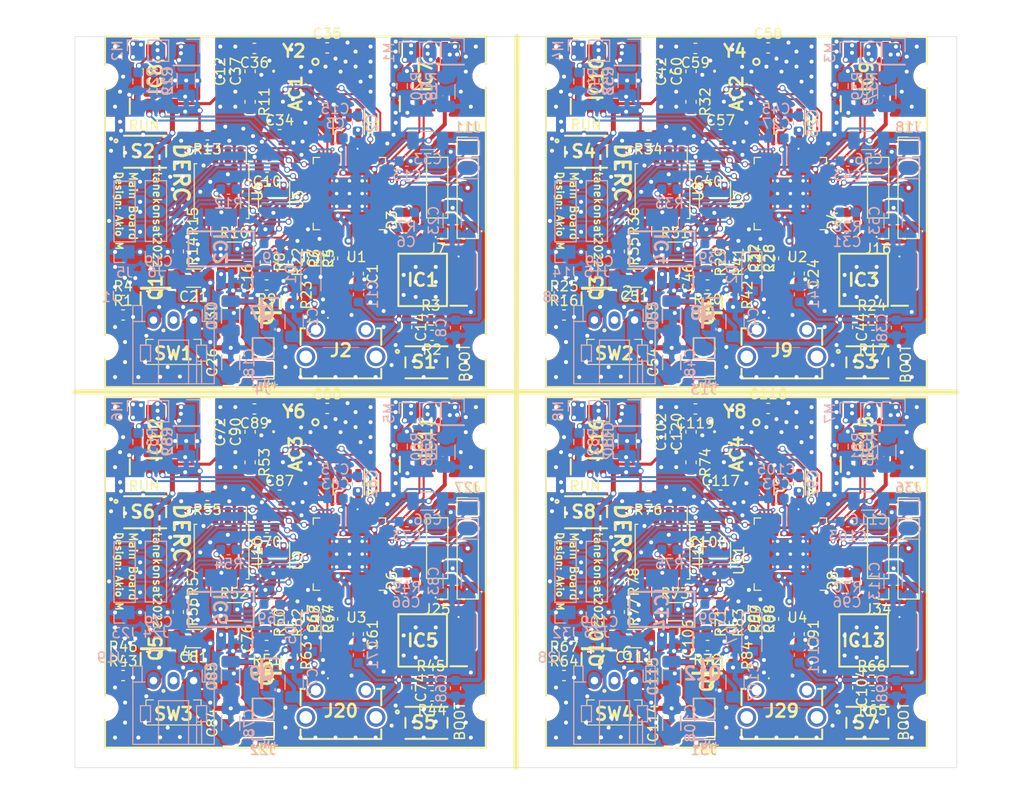
<source format=kicad_pcb>
(kicad_pcb (version 20211014) (generator pcbnew)
  (title_block (title "tanekosat2022_auto_runback_PCB") (company "DERC CanSat PJ") (comment 1 "Akio M"))
  (layers (0 "F.Cu" signal) (31 "B.Cu" power) (34 "B.Paste" user) (35 "F.Paste" user) (36 "B.SilkS" user "B.Silkscreen") (37 "F.SilkS" user "F.Silkscreen") (38 "B.Mask" user) (39 "F.Mask" user) (44 "Edge.Cuts" user))
  (net 0 "")
  (net 1 "+1V1")
  (net 2 "GND")
  (net 3 "+3V3")
  (net 4 "/+7V4")
  (net 5 "/VBUS")
  (net 6 "Net-(D3-Pad2)")
  (net 7 "/QSPI_SS")
  (net 8 "/QSPI_SD1")
  (net 9 "/QSPI_SD2")
  (net 10 "/QSPI_SD0")
  (net 11 "/QSPI_SCLK")
  (net 12 "/QSPI_SD3")
  (net 13 "/GPIO5_GNSS_TX")
  (net 14 "Net-(IC7-Pad7)")
  (net 16 "Net-(IC8-Pad7)")
  (net 18 "GND1")
  (net 19 "/USB_D-")
  (net 20 "/USB_D+")
  (net 22 "Net-(J3-Pad2)")
  (net 23 "Net-(J4-Pad2)")
  (net 24 "/GPIO23_MOE_B_2")
  (net 25 "Net-(Q1-Pad1)")
  (net 26 "Net-(Q2-Pad1)")
  (net 27 "Net-(AC1-Pad4)")
  (net 29 "Net-(Q7-Pad1)")
  (net 30 "/~{USB_BOOT}")
  (net 31 "/XOUT")
  (net 33 "/RUN")
  (net 34 "/GPIO0")
  (net 35 "/GPIO1")
  (net 36 "/XIN")
  (net 37 "/SWCLK")
  (net 38 "/SWD")
  (net 39 "/GPIO20_MOE_A_1")
  (net 40 "/3V3_REG_OUT")
  (net 41 "Net-(R12-Pad2)")
  (net 42 "Net-(R5-Pad2)")
  (net 43 "/M1_MINUS")
  (net 44 "/M1_PLUS")
  (net 45 "/M2_MINUS")
  (net 46 "/M2_PLUS")
  (net 47 "/GPIO4_GNSS_RX")
  (net 48 "Net-(R6-Pad2)")
  (net 51 "Net-(AC1-Pad9)")
  (net 59 "Net-(AC1-Pad26)")
  (net 60 "Net-(AC1-Pad27)")
  (net 61 "/GPIO15_IMU_MOSI")
  (net 62 "/GPIO13_IMU_CS")
  (net 63 "/GPIO14_IMU_SCK")
  (net 64 "/GPIO12_IMU_MISO")
  (net 65 "/GPIO19_MO_B_2")
  (net 66 "/GPIO18_MO_B_1")
  (net 67 "Net-(R13-Pad1)")
  (net 68 "Net-(R14-Pad1)")
  (net 69 "/GPIO28_NichromeA")
  (net 70 "/GPIO29_NichromeB")
  (net 71 "/GPIO3_ToF_RST")
  (net 72 "/GPIO2_LED")
  (net 77 "/GPIO17_IMU_RST")
  (net 78 "/GPIO16_IMU_INT")
  (net 79 "/GPIO7_ToF_SCL")
  (net 80 "/GPIO6_ToF_SDA")
  (net 81 "Net-(R1-Pad1)")
  (net 82 "/GPIO8_I2C_EXT_SDA")
  (net 83 "/GPIO9_I2C_EXT_SCL")
  (net 84 "/GPIO11_MO_A_2")
  (net 85 "/GPIO10_MO_A_1")
  (net 86 "/GPIO26_ADC_I_monitor")
  (net 87 "/GPIO27_ADC_V_monitor")
  (net 88 "/GPIO21_MOE_B_1")
  (net 89 "/GPIO22_MOE_A_2")
  (footprint "Capacitor_SMD:C_0603_1608Metric" (layer "F.Cu") (at 214.7254 104.7546 -90)
    (fp_text reference "C28")
    (fp_text value "1u")
  )
  (footprint "MountingHole:MountingHole_2.2mm_M2" (layer "F.Cu") (at 193.9004 149.6176)
    (fp_text reference "REF**13" hide)
    (fp_text value "MountingHole_2.2mm_M2")
  )
  (footprint "Capacitor_SMD:C_0603_1608Metric" (layer "F.Cu") (at 216.2494 104.7676 90)
    (fp_text reference "R27")
    (fp_text value "27")
  )
  (footprint "Capacitor_SMD:C_0603_1608Metric" (layer "F.Cu") (at 167.3218 92.4102)
    (fp_text reference "C34")
    (fp_text value "100n")
  )
  (footprint "SamacSys_Parts:SOIC127P790X216-8N" (layer "F.Cu") (at 181.5966 142.9136 180)
    (fp_text reference "IC5")
    (fp_text value "W25Q128JVSIQ" hide)
  )
  (footprint "RP2040:RP2040-QFN-56" (layer "F.Cu") (at 218.288 98.2945 180)
    (fp_text reference "U2")
    (fp_text value "RP2040")
  )
  (footprint "Capacitor_SMD:C_0603_1608Metric" (layer "F.Cu") (at 167.3218 128.4102)
    (fp_text reference "C87")
    (fp_text value "100n")
  )
  (footprint "Capacitor_SMD:C_0603_1608Metric" (layer "F.Cu") (at 151.7008 110.4188)
    (fp_text reference "R1")
    (fp_text value "10k")
  )
  (footprint "Capacitor_SMD:C_0603_1608Metric" (layer "F.Cu") (at 223.9964 111.638 -90)
    (fp_text reference "C44")
    (fp_text value "100n")
  )
  (footprint "SamacSys_Parts:SMT_4.2X3.2_" (layer "F.Cu") (at 153.9004 94.1176)
    (fp_text reference "S2")
    (fp_text value "SKRPACE010" hide)
  )
  (footprint "Capacitor_SMD:C_0603_1608Metric" (layer "F.Cu") (at 166.0264 143.4216 180)
    (fp_text reference "R51")
    (fp_text value "10k")
  )
  (footprint "tanekonsat:PinHeader_1x05_P2.00mm_Vertical" (layer "F.Cu") (at 186.0924 93.7188)
    (fp_text reference "J10")
    (fp_text value "Conn_01x05_Female")
  )
  (footprint "MountingHole:MountingHole_2.2mm_M2" (layer "F.Cu") (at 187.9004 122.5428)
    (fp_text reference "REF**10" hide)
    (fp_text value "MountingHole_2.2mm_M2")
  )
  (footprint "Capacitor_SMD:C_0603_1608Metric" (layer "F.Cu") (at 212.5664 144.4246 -90)
    (fp_text reference "R84")
    (fp_text value "10k")
  )
  (footprint "SamacSys_Parts:FC-135" (layer "F.Cu") (at 212.48571 83.913808 180)
    (fp_text reference "Y4")
    (fp_text value "FC-135_32.768KHz_7pF_+_-20ppm" hide)
  )
  (footprint "SamacSys_Parts:SMT_4.2X3.2_" (layer "F.Cu") (at 197.9004 94.1176)
    (fp_text reference "S4")
    (fp_text value "SKRPACE010" hide)
  )
  (footprint "SamacSys_Parts:SOT95P237X112-3N" (layer "F.Cu") (at 198.9546 107.7446 90)
    (fp_text reference "Q3")
    (fp_text value "Q_NMOS_DGS" hide)
  )
  (footprint "tanekonsat:PinHeader_1x04_P2.00mm_Vertical" (layer "F.Cu") (at 227.0444 137.732 180)
    (fp_text reference "J34")
    (fp_text value "Conn_01x04_Female")
  )
  (footprint "tanekonsat:PinHeader_1x05_P2.00mm_Vertical" (layer "F.Cu") (at 230.0924 93.7188)
    (fp_text reference "J17")
    (fp_text value "Conn_01x05_Female")
  )
  (footprint "Resistor_SMD:R_1206_3216Metric" (layer "F.Cu") (at 162.8006 104.0434)
    (fp_text reference "R10")
    (fp_text value "0.01")
  )
  (footprint "SamacSys_Parts:SOIC127P600X175-9N" (layer "F.Cu") (at 181.9004 122.619 90)
    (fp_text reference "IC11")
    (fp_text value "TB67H450FNG,EL" hide)
  )
  (footprint "Capacitor_SMD:C_0603_1608Metric" (layer "F.Cu") (at 195.7008 146.4188)
    (fp_text reference "R64")
    (fp_text value "10k")
  )
  (footprint "SamacSys_Parts:SMT_4.2X3.2_" (layer "F.Cu") (at 225.9776 151.1432)
    (fp_text reference "S7")
    (fp_text value "SKRPACE010" hide)
  )
  (footprint "" (layer "F.Cu") (at 231.9004 113.6176)
    (fp_text reference "1")
    (fp_text value "")
  )
  (footprint "SamacSys_Parts:BNO085" (layer "F.Cu") (at 212.922 124.62 90)
    (fp_text reference "AC4")
    (fp_text value "BNO085" hide)
  )
  (footprint "Capacitor_SMD:C_0603_1608Metric" (layer "F.Cu") (at 208.3754 86.0856 90)
    (fp_text reference "C60")
    (fp_text value "100n")
  )
  (footprint "SamacSys_Parts:SOT95P237X112-3N" (layer "F.Cu") (at 209.9756 110.1902 -90)
    (fp_text reference "Q4")
    (fp_text value "Q_NMOS_DGS" hide)
  )
  (footprint "SamacSys_Parts:SSAJ120100" (layer "F.Cu") (at 156.73 150.1042)
    (fp_text reference "SW3")
    (fp_text value "SW_DIP_x01" hide)
  )
  (footprint "Capacitor_SMD:C_1206_3216Metric" (layer "F.Cu") (at 206.4196 146.495 90)
    (fp_text reference "C115")
    (fp_text value "100u")
  )
  (footprint "Package_TO_SOT_SMD:SOT-23-5" (layer "F.Cu") (at 174.2204 127.5899 -90)
    (fp_text reference "Y5")
    (fp_text value "SIT2001BI-S2-33E-12.000000D")
  )
  (footprint "Capacitor_SMD:C_1206_3216Metric" (layer "F.Cu") (at 206.445 115.1686 90)
    (fp_text reference "C54")
    (fp_text value "100u")
  )
  (footprint "Capacitor_SMD:C_0603_1608Metric" (layer "F.Cu") (at 201.238 137.0716 -90)
    (fp_text reference "R78")
    (fp_text value "1k")
  )
  (footprint "SamacSys_Parts:101181940001LFBKN" (layer "F.Cu") (at 173.4381 150.24835)
    (fp_text reference "J20")
    (fp_text value "USB_B_Micro" hide)
  )
  (footprint "Resistor_SMD:R_1206_3216Metric" (layer "F.Cu") (at 162.8006 140.0434)
    (fp_text reference "R52")
    (fp_text value "0.01")
  )
  (footprint "SamacSys_Parts:SOIC127P790X216-8N" (layer "F.Cu") (at 225.5966 106.9136 180)
    (fp_text reference "IC3")
    (fp_text value "W25Q128JVSIQ" hide)
  )
  (footprint "SamacSys_Parts:SOIC127P600X175-9N" (layer "F.Cu") (at 181.9004 86.619 90)
    (fp_text reference "IC7")
    (fp_text value "TB67H450FNG,EL" hide)
  )
  (footprint "Capacitor_SMD:C_0603_1608Metric" (layer "F.Cu") (at 164.3754 125.1336 -90)
    (fp_text reference "R53")
    (fp_text value "10k")
  )
  (footprint "Capacitor_SMD:C_0603_1608Metric" (layer "F.Cu") (at 175.1704 142.2786 -90)
    (fp_text reference "C61")
    (fp_text value "100n")
  )
  (footprint "Capacitor_SMD:C_0603_1608Metric" (layer "F.Cu") (at 172.2494 104.7676 90)
    (fp_text reference "R6")
    (fp_text value "27")
  )
  (footprint "SamacSys_Parts:SOIC127P600X175-9N" (layer "F.Cu") (at 154.952 122.873 90)
    (fp_text reference "IC12")
    (fp_text value "TB67H450FNG,EL" hide)
  )
  (footprint "Capacitor_SMD:C_0603_1608Metric" (layer "F.Cu") (at 219.1704 106.2786 -90)
    (fp_text reference "C24")
    (fp_text value "100n")
  )
  (footprint "MountingHole:MountingHole_2.2mm_M2" (layer "F.Cu") (at 149.9004 86.6176)
    (fp_text reference "REF**" hide)
    (fp_text value "MountingHole_2.2mm_M2")
  )
  (footprint "SamacSys_Parts:SMT_4.2X3.2_" (layer "F.Cu") (at 197.9004 130.1176)
    (fp_text reference "S8")
    (fp_text value "SKRPACE010" hide)
  )
  (footprint "Capacitor_SMD:C_0603_1608Metric" (layer "F.Cu") (at 214.7254 140.7546 -90)
    (fp_text reference "C94")
    (fp_text value "1u")
  )
  (footprint "Capacitor_SMD:C_0603_1608Metric" (layer "F.Cu") (at 164.3754 89.1336 -90)
    (fp_text reference "R11")
    (fp_text value "10k")
  )
  (footprint "SamacSys_Parts:SOIC127P600X175-9N" (layer "F.Cu") (at 154.952 86.873 90)
    (fp_text reference "IC8")
    (fp_text value "TB67H450FNG,EL" hide)
  )
  (footprint "SamacSys_Parts:SOT95P237X112-3N" (layer "F.Cu") (at 165.9756 110.1902 -90)
    (fp_text reference "Q2")
    (fp_text value "Q_NMOS_DGS" hide)
  )
  (footprint "Capacitor_SMD:C_1206_3216Metric" (layer "F.Cu") (at 202.7366 142.7358 180)
    (fp_text reference "C111")
    (fp_text value "100u")
  )
  (footprint "Capacitor_SMD:C_0603_1608Metric" (layer "F.Cu") (at 209.8994 141.1356 -90)
    (fp_text reference "R71")
    (fp_text value "1k")
  )
  (footprint "Capacitor_SMD:C_0603_1608Metric" (layer "F.Cu") (at 162.6482 142.7104 -90)
    (fp_text reference "C76")
    (fp_text value "1u")
  )
  (footprint "Capacitor_SMD:C_0603_1608Metric" (layer "F.Cu") (at 179.9964 147.638 -90)
    (fp_text reference "C74")
    (fp_text value "100n")
  )
  (footprint "Capacitor_SMD:C_0603_1608Metric" (layer "F.Cu") (at 210.0264 107.4216 180)
    (fp_text reference "R30")
    (fp_text value "10k")
  )
  (footprint "Resistor_SMD:R_0603_1608Metric_Pad0.98x0.95mm_HandSolder" (layer "F.Cu") (at 226.4075 146.9014)
    (fp_text reference "R66")
    (fp_text value "DNF")
  )
  (footprint "Capacitor_SMD:C_1206_3216Metric" (layer "F.Cu") (at 162.445 151.1686 90)
    (fp_text reference "C84")
    (fp_text value "100u")
  )
  (footprint "Capacitor_SMD:C_0603_1608Metric" (layer "F.Cu") (at 201.238 101.0716 -90)
    (fp_text reference "R36")
    (fp_text value "1k")
  )
  (footprint "Package_TO_SOT_SMD:SOT-23-5" (layer "F.Cu") (at 218.2204 91.5899 -90)
    (fp_text reference "Y3")
    (fp_text value "SIT2001BI-S2-33E-12.000000D")
  )
  (footprint "SamacSys_Parts:FC-135" (layer "F.Cu") (at 212.48571 119.913808 180)
    (fp_text reference "Y8")
    (fp_text value "FC-135_32.768KHz_7pF_+_-20ppm" hide)
  )
  (footprint "Capacitor_SMD:C_0603_1608Metric" (layer "F.Cu") (at 172.0716 119.7488)
    (fp_text reference "C88")
    (fp_text value "22p")
  )
  (footprint "Capacitor_SMD:C_0603_1608Metric" (layer "F.Cu") (at 164.8072 83.7996 180)
    (fp_text reference "C36")
    (fp_text value "22p")
  )
  (footprint "SamacSys_Parts:SSAJ120100" (layer "F.Cu") (at 200.73 114.1042)
    (fp_text reference "SW2")
    (fp_text value "SW_DIP_x01" hide)
  )
  (footprint "Package_TO_SOT_SMD:SOT-23-5" (layer "F.Cu") (at 174.2204 91.5899 -90)
    (fp_text reference "Y1")
    (fp_text value "SIT2001BI-S2-33E-12.000000D")
  )
  (footprint "" (layer "F.Cu") (at 202.0254 108.209)
    (fp_text reference "2")
    (fp_text value "")
  )
  (footprint "Resistor_SMD:R_0603_1608Metric_Pad0.98x0.95mm_HandSolder" (layer "F.Cu") (at 182.4075 110.9014)
    (fp_text reference "R3")
    (fp_text value "DNF")
  )
  (footprint "Capacitor_SMD:C_0603_1608Metric" (layer "F.Cu") (at 226.5364 112.4508 180)
    (fp_text reference "R17")
    (fp_text value "1k")
  )
  (footprint "Package_TO_SOT_SMD:SOT-23-5" (layer "F.Cu") (at 166.763 98.9126 -90)
    (fp_text reference "U5")
    (fp_text value "LT6106")
  )
  (footprint "" (layer "F.Cu") (at 187.9004 149.6176)
    (fp_text reference "3")
    (fp_text value "")
  )
  (footprint "MountingHole:MountingHole_2.2mm_M2" (layer "F.Cu") (at 149.9004 122.6176)
    (fp_text reference "REF**9" hide)
    (fp_text value "MountingHole_2.2mm_M2")
  )
  (footprint "Package_TO_SOT_SMD:SOT-23-5" (layer "F.Cu") (at 210.763 134.9126 -90)
    (fp_text reference "U11")
    (fp_text value "LT6106")
  )
  (footprint "tanekonsat:PinHeader_1x02_P2.00mm_Vertical" (layer "F.Cu") (at 165.6962 151.7528 180)
    (fp_text reference "J21")
    (fp_text value "Conn_01x02_Male")
  )
  (footprint "MountingHole:MountingHole_2.2mm_M2" (layer "F.Cu") (at 231.9004 122.5428)
    (fp_text reference "REF**16" hide)
    (fp_text value "MountingHole_2.2mm_M2")
  )
  (footprint "SamacSys_Parts:101181940001LFBKN" (layer "F.Cu") (at 173.4381 114.24835)
    (fp_text reference "J2")
    (fp_text value "USB_B_Micro" hide)
  )
  (footprint "Package_TO_SOT_SMD:SOT-23-5" (layer "F.Cu") (at 210.763 98.9126 -90)
    (fp_text reference "U7")
    (fp_text value "LT6106")
  )
  (footprint "Capacitor_SMD:C_0603_1608Metric" (layer "F.Cu") (at 219.1704 142.2786 -90)
    (fp_text reference "C91")
    (fp_text value "100n")
  )
  (footprint "MountingHole:MountingHole_2.2mm_M2" (layer "F.Cu") (at 231.9004 86.5428)
    (fp_text reference "REF**4" hide)
    (fp_text value "MountingHole_2.2mm_M2")
  )
  (footprint "SamacSys_Parts:SOIC127P790X216-8N" (layer "F.Cu") (at 181.5966 106.9136 180)
    (fp_text reference "IC1")
    (fp_text value "W25Q128JVSIQ" hide)
  )
  (footprint "Capacitor_SMD:C_0603_1608Metric" (layer "F.Cu") (at 195.7132 144.971)
    (fp_text reference "R67")
    (fp_text value "10k")
  )
  (footprint "Capacitor_SMD:C_0603_1608Metric" (layer "F.Cu") (at 166.0648 95.6614 180)
    (fp_text reference "C10")
    (fp_text value "100n")
  )
  (footprint "Capacitor_SMD:C_1206_3216Metric" (layer "F.Cu") (at 206.4196 110.495 90)
    (fp_text reference "C55")
    (fp_text value "100u")
  )
  (footprint "RP2040:RP2040-QFN-56" (layer "F.Cu") (at 174.288 134.2945 180)
    (fp_text reference "U3")
    (fp_text value "RP2040")
  )
  (footprint "Capacitor_SMD:C_0603_1608Metric" (layer "F.Cu") (at 165.8994 141.1356 -90)
    (fp_text reference "R50")
    (fp_text value "1k")
  )
  (footprint "Capacitor_SMD:C_0603_1608Metric" (layer "F.Cu") (at 173.6261 104.7676 90)
    (fp_text reference "R5")
    (fp_text value "27")
  )
  (footprint "Capacitor_SMD:C_0603_1608Metric" (layer "F.Cu") (at 169.2014 104.7416 -90)
    (fp_text reference "C7")
    (fp_text value "1u")
  )
  (footprint "Capacitor_SMD:C_0603_1608Metric" (layer "F.Cu") (at 206.8006 122.111 90)
    (fp_text reference "C102")
    (fp_text value "100n")
  )
  (footprint "SamacSys_Parts:SOIC127P600X175-9N" (layer "F.Cu") (at 225.9004 86.619 90)
    (fp_text reference "IC9")
    (fp_text value "TB67H450FNG,EL" hide)
  )
  (footprint "Capacitor_SMD:C_0603_1608Metric" (layer "F.Cu") (at 157.238 137.0716 -90)
    (fp_text reference "R57")
    (fp_text value "1k")
  )
  (footprint "Capacitor_SMD:C_0603_1608Metric" (layer "F.Cu") (at 162.8006 86.111 90)
    (fp_text reference "C12")
    (fp_text value "100n")
  )
  (footprint "tanekonsat:PinHeader_1x02_P2.00mm_Vertical" (layer "F.Cu") (at 165.6962 115.7528 180)
    (fp_text reference "J3")
    (fp_text value "Conn_01x02_Male")
  )
  (footprint "Capacitor_SMD:C_0603_1608Metric" (layer "F.Cu") (at 166.0264 107.4216 180)
    (fp_text reference "R9")
    (fp_text value "10k")
  )
  (footprint "tanekonsat:PinHeader_1x02_P2.00mm_Vertical" (layer "F.Cu") (at 209.6962 151.7528 180)
    (fp_text reference "J30")
    (fp_text value "Conn_01x02_Male")
  )
  (footprint "SamacSys_Parts:FC-135" (layer "F.Cu") (at 168.48571 119.913808 180)
    (fp_text reference "Y6")
    (fp_text value "FC-135_32.768KHz_7pF_+_-20ppm" hide)
  )
  (footprint "Capacitor_SMD:C_0603_1608Metric" (layer "F.Cu") (at 195.7008 110.4188)
    (fp_text reference "R16")
    (fp_text value "10k")
  )
  (footprint "Capacitor_SMD:C_0603_1608Metric" (layer "F.Cu") (at 209.8994 105.1356 -90)
    (fp_text reference "R29")
    (fp_text value "1k")
  )
  (footprint "SamacSys_Parts:101181940001LFBKN" (layer "F.Cu") (at 217.4381 150.24835)
    (fp_text reference "J29")
    (fp_text value "USB_B_Micro" hide)
  )
  (footprint "Capacitor_SMD:C_0603_1608Metric" (layer "F.Cu") (at 164.3754 86.0856 90)
    (fp_text reference "C37")
    (fp_text value "100n")
  )
  (footprint "SamacSys_Parts:SSAJ120100" (layer "F.Cu") (at 200.73 150.1042)
    (fp_text reference "SW4")
    (fp_text value "SW_DIP_x01" hide)
  )
  (footprint "Capacitor_SMD:C_0603_1608Metric" (layer "F.Cu") (at 226.5364 148.4508 180)
    (fp_text reference "R65")
    (fp_text value "1k")
  )
  (footprint "tanekonsat:PinHeader_1x05_P2.00mm_Vertical" (layer "F.Cu") (at 230.0924 129.7188)
    (fp_text reference "J35")
    (fp_text value "Conn_01x05_Female")
  )
  (footprint "Capacitor_SMD:C_0603_1608Metric" (layer "F.Cu") (at 151.7008 146.4188)
    (fp_text reference "R43")
    (fp_text value "10k")
  )
  (footprint "Capacitor_SMD:C_0603_1608Metric" (layer "F.Cu") (at 172.0716 83.7488)
    (fp_text reference "C35")
    (fp_text value "22p")
  )
  (footprint "Capacitor_SMD:C_0603_1608Metric" (layer "F.Cu") (at 179.9456 100.9446 90)
    (fp_text reference "D3")
    (fp_text value "LED")
  )
  (footprint "RP2040:RP2040-QFN-56" (layer "F.Cu") (at 174.288 98.2945 180)
    (fp_text reference "U1")
    (fp_text value "RP2040")
  )
  (footprint "Package_SO:SSOP-8_5.25x5.24mm_P1.27mm" (layer "F.Cu") (at 161.5306 98.049 -90)
    (fp_text reference "U6")
    (fp_text value "Opamp_Dual")
  )
  (footprint "" (layer "F.Cu") (at 158.0254 108.209)
    (fp_text reference "")
    (fp_text value "")
  )
  (footprint "MountingHole:MountingHole_2.2mm_M2" (layer "F.Cu") (at 193.9004 122.6176)
    (fp_text reference "REF**15" hide)
    (fp_text value "MountingHole_2.2mm_M2")
  )
  (footprint "SamacSys_Parts:SMT_4.2X3.2_" (layer "F.Cu") (at 181.9776 151.1432)
    (fp_text reference "S5")
    (fp_text value "SKRPACE010" hide)
  )
  (footprint "Capacitor_SMD:C_0603_1608Metric" (layer "F.Cu") (at 208.3754 125.1336 -90)
    (fp_text reference "R74")
    (fp_text value "10k")
  )
  (footprint "Capacitor_SMD:C_0603_1608Metric" (layer "F.Cu") (at 173.6261 140.7676 90)
    (fp_text reference "R47")
    (fp_text value "27")
  )
  (footprint "Capacitor_SMD:C_0603_1608Metric" (layer "F.Cu") (at 216.2494 140.7676 90)
    (fp_text reference "R69")
    (fp_text value "27")
  )
  (footprint "MountingHole:MountingHole_2.2mm_M2" (layer "F.Cu") (at 187.9004 86.5428)
    (fp_text reference "REF**" hide)
    (fp_text value "MountingHole_2.2mm_M2")
  )
  (footprint "" (layer "F.Cu") (at 158.0254 144.209)
    (fp_text reference "4")
    (fp_text value "")
  )
  (footprint "SamacSys_Parts:SOT95P237X112-3N" (layer "F.Cu") (at 165.9756 146.1902 -90)
    (fp_text reference "Q6")
    (fp_text value "Q_NMOS_DGS" hide)
  )
  (footprint "Capacitor_SMD:C_0603_1608Metric" (layer "F.Cu") (at 167.6774 141.1356 -90)
    (fp_text reference "R62")
    (fp_text value "1k")
  )
  (footprint "SamacSys_Parts:SOT95P237X112-3N" (layer "F.Cu") (at 154.9546 107.7446 90)
    (fp_text reference "Q1")
    (fp_text value "Q_NMOS_DGS" hide)
  )
  (footprint "RP2040:RP2040-QFN-56" (layer "F.Cu") (at 218.288 134.2945 180)
    (fp_text reference "U4")
    (fp_text value "RP2040")
  )
  (footprint "SamacSys_Parts:SOIC127P790X216-8N" (layer "F.Cu") (at 225.5966 142.9136 180)
    (fp_text reference "IC13")
    (fp_text value "W25Q128JVSIQ" hide)
  )
  (footprint "tanekonsat:PinHeader_1x04_P2.00mm_Vertical" (layer "F.Cu") (at 183.0444 101.732 180)
    (fp_text reference "J7")
    (fp_text value "Conn_01x04_Female")
  )
  (footprint "Capacitor_SMD:C_0603_1608Metric" (layer "F.Cu") (at 170.7254 140.7546 -90)
    (fp_text reference "C64")
    (fp_text value "1u")
  )
  (footprint "Capacitor_SMD:C_0603_1608Metric" (layer "F.Cu") (at 175.1704 106.2786 -90)
    (fp_text reference "C1")
    (fp_text value "100n")
  )
  (footprint "Capacitor_SMD:C_0603_1608Metric" (layer "F.Cu") (at 168.5664 144.4246 -90)
    (fp_text reference "R63")
    (fp_text value "10k")
  )
  (footprint "Capacitor_SMD:C_0603_1608Metric" (layer "F.Cu") (at 216.0716 83.7488)
    (fp_text reference "C58")
    (fp_text value "22p")
  )
  (footprint "Capacitor_SMD:C_0603_1608Metric" (layer "F.Cu") (at 208.8072 119.7996 180)
    (fp_text reference "C119")
    (fp_text value "22p")
  )
  (footprint "SamacSys_Parts:FC-135" (layer "F.Cu") (at 168.48571 83.913808 180)
    (fp_text reference "Y2")
    (fp_text value "FC-135_32.768KHz_7pF_+_-20ppm" hide)
  )
  (footprint "Capacitor_SMD:C_0603_1608Metric" (layer "F.Cu") (at 157.238 101.0716 -90)
    (fp_text reference "R15")
    (fp_text value "1k")
  )
  (footprint "Capacitor_SMD:C_0603_1608Metric" (layer "F.Cu") (at 157.2126 140.0688 -90)
    (fp_text reference "R56")
    (fp_text value "3k")
  )
  (footprint "Capacitor_SMD:C_1206_3216Metric" (layer "F.Cu") (at 206.445 151.1686 90)
    (fp_text reference "C114")
    (fp_text value "100u")
  )
  (footprint "Capacitor_SMD:C_0603_1608Metric" (layer "F.Cu") (at 208.8072 83.7996 180)
    (fp_text reference "C59")
    (fp_text value "22p")
  )
  (footprint "Capacitor_SMD:C_0603_1608Metric" (layer "F.Cu") (at 167.6774 105.1356 -90)
    (fp_text reference "R22")
    (fp_text value "1k")
  )
  (footprint "Package_SO:SSOP-8_5.25x5.24mm_P1.27mm" (layer "F.Cu") (at 205.5306 98.049 -90)
    (fp_text reference "U8")
    (fp_text value "Opamp_Dual")
  )
  (footprint "MountingHole:MountingHole_2.2mm_M2" (layer "F.Cu") (at 187.9004 149.6176)
    (fp_text reference "REF**8" hide)
    (fp_text value "MountingHole_2.2mm_M2")
  )
  (footprint "SamacSys_Parts:SSAJ120100" (layer "F.Cu") (at 156.73 114.1042)
    (fp_text reference "SW1")
    (fp_text value "SW_DIP_x01" hide)
  )
  (footprint "Capacitor_SMD:C_1206_3216Metric" (layer "F.Cu") (at 202.7366 106.7358 180)
    (fp_text reference "C51")
    (fp_text value "100u")
  )
  (footprint "" (layer "F.Cu") (at 202.0254 144.209)
    (fp_text reference "6")
    (fp_text value "")
  )
  (footprint "Capacitor_SMD:C_0603_1608Metric" (layer "F.Cu") (at 211.6774 105.1356 -90)
    (fp_text reference "R41")
    (fp_text value "1k")
  )
  (footprint "tanekonsat:PinHeader_1x02_P2.00mm_Vertical" (layer "F.Cu") (at 209.6962 115.7528 180)
    (fp_text reference "J12")
    (fp_text value "Conn_01x02_Male")
  )
  (footprint "Capacitor_SMD:C_0603_1608Metric" (layer "F.Cu") (at 164.8072 119.7996 180)
    (fp_text reference "C89")
    (fp_text value "22p")
  )
  (footprint "Resistor_SMD:R_1206_3216Metric" (layer "F.Cu") (at 206.8006 140.0434)
    (fp_text reference "R73")
    (fp_text value "0.01")
  )
  (footprint "Capacitor_SMD:C_0603_1608Metric" (layer "F.Cu") (at 211.3218 128.4102)
    (fp_text reference "C117")
    (fp_text value "100n")
  )
  (footprint "Capacitor_SMD:C_0603_1608Metric" (layer "F.Cu") (at 204.1082 92.4356 180)
    (fp_text reference "R34")
    (fp_text value "1k")
  )
  (footprint "Capacitor_SMD:C_0603_1608Metric" (layer "F.Cu") (at 164.3754 122.0856 90)
    (fp_text reference "C90")
    (fp_text value "100n")
  )
  (footprint "MountingHole:MountingHole_2.2mm_M2" (layer "F.Cu") (at 231.9004 113.6176)
    (fp_text reference "REF**2" hide)
    (fp_text value "MountingHole_2.2mm_M2")
  )
  (footprint "Capacitor_SMD:C_0603_1608Metric" (layer "F.Cu") (at 201.2126 140.0688 -90)
    (fp_text reference "R77")
    (fp_text value "3k")
  )
  (footprint "Capacitor_SMD:C_0603_1608Metric" (layer "F.Cu") (at 179.9964 111.638 -90)
    (fp_text reference "C14")
    (fp_text value "100n")
  )
  (footprint "SamacSys_Parts:SOT95P237X112-3N" (layer "F.Cu") (at 154.9546 143.7446 90)
    (fp_text reference "Q5")
    (fp_text value "Q_NMOS_DGS" hide)
  )
  (footprint "SamacSys_Parts:SOT95P237X112-3N" (layer "F.Cu") (at 209.9756 146.1902 -90)
    (fp_text reference "Q11")
    (fp_text value "Q_NMOS_DGS" hide)
  )
  (footprint "Capacitor_SMD:C_0603_1608Metric" (layer "F.Cu") (at 223.9964 147.638 -90)
    (fp_text reference "C104")
    (fp_text value "100n")
  )
  (footprint "tanekonsat:PinHeader_1x05_P2.00mm_Vertical" (layer "F.Cu") (at 186.0924 129.7188)
    (fp_text reference "J26")
    (fp_text value "Conn_01x05_Female")
  )
  (footprint "Capacitor_SMD:C_0603_1608Metric" (layer "F.Cu") (at 169.2014 140.7416 -90)
    (fp_text reference "C67")
    (fp_text value "1u")
  )
  (footprint "Capacitor_SMD:C_0603_1608Metric" (layer "F.Cu") (at 157.2126 104.0688 -90)
    (fp_text reference "R14")
    (fp_text value "3k")
  )
  (footprint "Capacitor_SMD:C_0603_1608Metric" (layer "F.Cu") (at 201.2126 104.0688 -90)
    (fp_text reference "R35")
    (fp_text value "3k")
  )
  (footprint "Capacitor_SMD:C_0603_1608Metric" (layer "F.Cu") (at 223.9456 136.9446 90)
    (fp_text reference "D8")
    (fp_text value "LED")
  )
  (footprint "Capacitor_SMD:C_1206_3216Metric" (layer "F.Cu") (at 158.7366 142.7358 180)
    (fp_text reference "C81")
    (fp_text value "100u")
  )
  (footprint "MountingHole:MountingHole_2.2mm_M2" (layer "F.Cu") (at 149.9004 113.6176)
    (fp_text reference "REF**" hide)
    (fp_text value "MountingHole_2.2mm_M2")
  )
  (footprint "Capacitor_SMD:C_0603_1608Metric" (layer "F.Cu") (at 208.3754 122.0856 90)
    (fp_text reference "C120")
    (fp_text value "100n")
  )
  (footprint "SamacSys_Parts:SOT95P237X112-3N" (layer "F.Cu") (at 198.9546 143.7446 90)
    (fp_text reference "Q10")
    (fp_text value "Q_NMOS_DGS" hide)
  )
  (footprint "Package_TO_SOT_SMD:SOT-23-5" (layer "F.Cu") (at 166.763 134.9126 -90)
    (fp_text reference "U9")
    (fp_text value "LT6106")
  )
  (footprint "Capacitor_SMD:C_0603_1608Metric" (layer "F.Cu") (at 168.5664 108.4246 -90)
    (fp_text reference "R23")
    (fp_text value "10k")
  )
  (footprint "tanekonsat:PinHeader_1x04_P2.00mm_Vertical" (layer "F.Cu") (at 183.0444 137.732 180)
    (fp_text reference "J25")
    (fp_text value "Conn_01x04_Female")
  )
  (footprint "Capacitor_SMD:C_0603_1608Metric" (layer "F.Cu") (at 206.6482 142.7104 -90)
    (fp_text reference "C106")
    (fp_text value "1u")
  )
  (footprint "SamacSys_Parts:SOIC127P600X175-9N" (layer "F.Cu") (at 198.952 86.873 90)
    (fp_text reference "IC10")
    (fp_text value "TB67H450FNG,EL" hide)
  )
  (footprint "MountingHole:MountingHole_2.2mm_M2" (layer "F.Cu") (at 187.9004 113.6176)
    (fp_text reference "REF**" hide)
    (fp_text value "MountingHole_2.2mm_M2")
  )
  (footprint "Capacitor_SMD:C_0603_1608Metric" (layer "F.Cu") (at 210.0648 95.6614 180)
    (fp_text reference "C40")
    (fp_text value "100n")
  )
  (footprint "SamacSys_Parts:SMT_4.2X3.2_" (layer "F.Cu") (at 153.9004 130.1176)
    (fp_text reference "S6")
    (fp_text value "SKRPACE010" hide)
  )
  (footprint "" (layer "F.Cu") (at 231.9004 149.6176)
    (fp_text reference "5")
    (fp_text value "")
  )
  (footprint "Capacitor_SMD:C_0603_1608Metric" (layer "F.Cu") (at 223.9456 100.9446 90)
    (fp_text reference "D4")
    (fp_text value "LED")
  )
  (footprint "Capacitor_SMD:C_0603_1608Metric" (layer "F.Cu") (at 208.3754 89.1336 -90)
    (fp_text reference "R32")
    (fp_text value "10k")
  )
  (footprint "Capacitor_SMD:C_0603_1608Metric" (layer "F.Cu") (at 160.1082 128.4356 180)
    (fp_text reference "R55")
    (fp_text value "1k")
  )
  (footprint "Capacitor_SMD:C_0603_1608Metric" (layer "F.Cu") (at 213.2014 140.7416 -90)
    (fp_text reference "C97")
    (fp_text value "1u")
  )
  (footprint "Capacitor_SMD:C_0603_1608Metric" (layer "F.Cu") (at 211.3218 92.4102)
    (fp_text reference "C57")
    (fp_text value "100n")
  )
  (footprint "Package_SO:SSOP-8_5.25x5.24mm_P1.27mm" (layer "F.Cu") (at 161.5306 134.049 -90)
    (fp_text reference "U10")
    (fp_text value "Opamp_Dual")
  )
  (footprint "SamacSys_Parts:101181940001LFBKN" (layer "F.Cu") (at 217.4381 114.24835)
    (fp_text reference "J9")
    (fp_text value "USB_B_Micro" hide)
  )
  (footprint "SamacSys_Parts:BNO085" (layer "F.Cu") (at 168.922 88.62 90)
    (fp_text reference "AC1")
    (fp_text value "BNO085" hide)
  )
  (footprint "Capacitor_SMD:C_0603_1608Metric" (layer "F.Cu") (at 151.7132 108.971)
    (fp_text reference "R4")
    (fp_text value "10k")
  )
  (footprint "Resistor_SMD:R_1206_3216Metric" (layer "F.Cu") (at 206.8006 104.0434)
    (fp_text reference "R31")
    (fp_text value "0.01")
  )
  (footprint "Capacitor_SMD:C_0603_1608Metric" (layer "F.Cu") (at 210.0648 131.6614 180)
    (fp_text reference "C100")
    (fp_text value "100n")
  )
  (footprint "Capacitor_SMD:C_0603_1608Metric" (layer "F.Cu") (at 217.6261 104.7676 90)
    (fp_text reference "R26")
    (fp_text value "27")
  )
  (footprint "Resistor_SMD:R_0603_1608Metric_Pad0.98x0.95mm_HandSolder" (layer "F.Cu") (at 182.4075 146.9014)
    (fp_text reference "R45")
    (fp_text value "DNF")
  )
  (footprint "Package_SO:SSOP-8_5.25x5.24mm_P1.27mm" (layer "F.Cu") (at 205.5306 134.049 -90)
    (fp_text reference "U12")
    (fp_text value "Opamp_Dual")
  )
  (footprint "Capacitor_SMD:C_0603_1608Metric" (layer "F.Cu") (at 213.2014 104.7416 -90)
    (fp_text reference "C32")
    (fp_text value "1u")
  )
  (footprint "Resistor_SMD:R_0603_1608Metric_Pad0.98x0.95mm_HandSolder" (layer "F.Cu") (at 226.4075 110.9014)
    (fp_text reference "R24")
    (fp_text value "DNF")
  )
  (footprint "MountingHole:MountingHole_2.2mm_M2" (layer "F.Cu") (at 231.9004 149.6176)
    (fp_text reference "REF**14" hide)
    (fp_text value "MountingHole_2.2mm_M2")
  )
  (footprint "Capacitor_SMD:C_0603_1608Metric" (layer "F.Cu") (at 170.7254 104.7546 -90)
    (fp_text reference "C4")
    (fp_text value "1u")
  )
  (footprint "MountingHole:MountingHole_2.2mm_M2" (layer "F.Cu") (at 193.9004 113.6176)
    (fp_text reference "REF**1" hide)
    (fp_text value "MountingHole_2.2mm_M2")
  )
  (footprint "Capacitor_SMD:C_0603_1608Metric" (layer "F.Cu") (at 182.5364 112.4508 180)
    (fp_text reference "R2")
    (fp_text value "1k")
  )
  (footprint "Capacitor_SMD:C_1206_3216Metric" (layer "F.Cu") (at 162.445 115.1686 90)
    (fp_text reference "C26")
    (fp_text value "100u")
  )
  (footprint "Capacitor_SMD:C_0603_1608Metric" (layer "F.Cu") (at 182.5364 148.4508 180)
    (fp_text reference "R44")
    (fp_text value "1k")
  )
  (footprint "SamacSys_Parts:SMT_4.2X3.2_" (layer "F.Cu") (at 225.9776 115.1432)
    (fp_text reference "S3")
    (fp_text value "SKRPACE010" hide)
  )
  (footprint "Capacitor_SMD:C_0603_1608Metric" (layer "F.Cu") (at 210.0264 143.4216 180)
    (fp_text reference "R72")
    (fp_text value "10k")
  )
  (footprint "Capacitor_SMD:C_0603_1608Metric" (layer "F.Cu") (at 217.6261 140.7676 90)
    (fp_text reference "R68")
    (fp_text value "27")
  )
  (footprint "Capacitor_SMD:C_0603_1608Metric" (layer "F.Cu") (at 206.8006 86.111 90)
    (fp_text reference "C42")
    (fp_text value "100n")
  )
  (footprint "Capacitor_SMD:C_0603_1608Metric" (layer "F.Cu") (at 179.9456 136.9446 90)
    (fp_text reference "D6")
    (fp_text value "LED")
  )
  (footprint "Capacitor_SMD:C_0603_1608Metric" (layer "F.Cu") (at 162.8006 122.111 90)
    (fp_text reference "C72")
    (fp_text value "100n")
  )
  (footprint "SamacSys_Parts:SOIC127P600X175-9N" (layer "F.Cu") (at 225.9004 122.619 90)
    (fp_text reference "IC15")
    (fp_text value "TB67H450FNG,EL" hide)
  )
  (footprint "Package_TO_SOT_SMD:SOT-23-5" (layer "F.Cu") (at 218.2204 127.5899 -90)
    (fp_text reference "Y7")
    (fp_text value "SIT2001BI-S2-33E-12.000000D")
  )
  (footprint "SamacSys_Parts:BNO085" (layer "F.Cu") (at 212.922 88.62 90)
    (fp_text reference "AC2")
    (fp_text value "BNO085" hide)
  )
  (footprint "MountingHole:MountingHole_2.2mm_M2" (layer "F.Cu") (at 193.9004 86.6176)
    (fp_text reference "REF**3" hide)
    (fp_text value "MountingHole_2.2mm_M2")
  )
  (footprint "MountingHole:MountingHole_2.2mm_M2" (layer "F.Cu") (at 149.9004 149.6176)
    (fp_text reference "REF**7" hide)
    (fp_text value "MountingHole_2.2mm_M2")
  )
  (footprint "SamacSys_Parts:SOIC127P600X175-9N" (layer "F.Cu") (at 198.952 122.873 90)
    (fp_text reference "IC16")
    (fp_text value "TB67H450FNG,EL" hide)
  )
  (footprint "Capacitor_SMD:C_0603_1608Metric" (layer "F.Cu") (at 166.0648 131.6614 180)
    (fp_text reference "C70")
    (fp_text value "100n")
  )
  (footprint "" (layer "F.Cu") (at 187.9004 113.6176)
    (fp_text reference "")
    (fp_text value "")
  )
  (footprint "SamacSys_Parts:BNO085" (layer "F.Cu") (at 168.922 124.62 90)
    (fp_text reference "AC3")
    (fp_text value "BNO085" hide)
  )
  (footprint "Capacitor_SMD:C_1206_3216Metric" (layer "F.Cu") (at 158.7366 106.7358 180)
    (fp_text reference "C21")
    (fp_text value "100u")
  )
  (footprint "Capacitor_SMD:C_1206_3216Metric" (layer "F.Cu") (at 162.4196 146.495 90)
    (fp_text reference "C85")
    (fp_text value "100u")
  )
  (footprint "Capacitor_SMD:C_0603_1608Metric" (layer "F.Cu") (at 206.6482 106.7104 -90)
    (fp_text reference "C46")
    (fp_text value "1u")
  )
  (footprint "Capacitor_SMD:C_0603_1608Metric" (layer "F.Cu") (at 165.8994 105.1356 -90)
    (fp_text reference "R8")
    (fp_text value "1k")
  )
  (footprint "Capacitor_SMD:C_0603_1608Metric" (layer "F.Cu") (at 151.7132 144.971)
    (fp_text reference "R46")
    (fp_text value "10k")
  )
  (footprint "Capacitor_SMD:C_0603_1608Metric" (layer "F.Cu") (at 211.6774 141.1356 -90)
    (fp_text reference "R83")
    (fp_text value "1k")
  )
  (footprint "Capacitor_SMD:C_0603_1608Metric" (layer "F.Cu") (at 216.0716 119.7488)
    (fp_text reference "C118")
    (fp_text value "22p")
  )
  (footprint "Capacitor_SMD:C_0603_1608Metric" (layer "F.Cu") (at 162.6482 106.7104 -90)
    (fp_text reference "C16")
    (fp_text value "1u")
  )
  (footprint "Capacitor_SMD:C_0603_1608Metric" (layer "F.Cu") (at 195.7132 108.971)
    (fp_text reference "R25")
    (fp_text value "10k")
  )
  (footprint "tanekonsat:PinHeader_1x04_P2.00mm_Vertical" (layer "F.Cu") (at 227.0444 101.732 180)
    (fp_text reference "J16")
    (fp_text value "Conn_01x04_Female")
  )
  (footprint "Capacitor_SMD:C_0603_1608Metric" (layer "F.Cu") (at 212.5664 108.4246 -90)
    (fp_text reference "R42")
    (fp_text value "10k")
  )
  (footprint "Capacitor_SMD:C_0603_1608Metric" (layer "F.Cu") (at 204.1082 128.4356 180)
    (fp_text reference "R76")
    (fp_text value "1k")
  )
  (footprint "Capacitor_SMD:C_0603_1608Metric" (layer "F.Cu") (at 160.1082 92.4356 180)
    (fp_text reference "R13")
    (fp_text value "1k")
  )
  (footprint "SamacSys_Parts:SMT_4.2X3.2_" (layer "F.Cu") (at 181.9776 115.1432)
    (fp_text reference "S1")
    (fp_text value "SKRPACE010" hide)
  )
  (footprint "Capacitor_SMD:C_1206_3216Metric" (layer "F.Cu") (at 162.4196 110.495 90)
    (fp_text reference "C30")
    (fp_text value "100u")
  )
  (footprint "Capacitor_SMD:C_0603_1608Metric" (layer "F.Cu") (at 172.2494 140.7676 90)
    (fp_text reference "R48")
    (fp_text value "27")
  )
  (footprint "Capacitor_SMD:C_0603_1608Metric" (layer "B.Cu") (at 172.8844 92.7404 180)
    (fp_text reference "C3")
    (fp_text value "100n")
  )
  (footprint "Capacitor_SMD:C_0603_1608Metric" (layer "B.Cu") (at 175.1958 108.3614 90)
    (fp_text reference "C11")
    (fp_text value "100n")
  )
  (footprint "tanekonsat:PinHeader_1x02_P2.00mm_Vertical" (layer "B.Cu") (at 180.3068 120.2314 -90)
    (fp_text reference "M5")
    (fp_text value "Motor_DC")
  )
  (footprint "tanekonsat:PinHeader_1x02_P2.00mm_Vertical" (layer "B.Cu") (at 197.19 84.0282 -90)
    (fp_text reference "M4")
    (fp_text value "Motor_DC")
  )
  (footprint "Capacitor_SMD:C_1206_3216Metric" (layer "B.Cu") (at 158 123 -90)
    (fp_text reference "C82")
    (fp_text value "100u")
  )
  (footprint "Capacitor_SMD:C_0603_1608Metric" (layer "B.Cu") (at 223.9964 100.1572)
    (fp_text reference "R28")
    (fp_text value "1k")
  )
  (footprint "Capacitor_SMD:C_0603_1608Metric" (layer "B.Cu") (at 166.5344 103.2814)
    (fp_text reference "C9")
    (fp_text value "1u")
  )
  (footprint "SamacSys_Parts:SOT95P237X112-3N" (layer "B.Cu") (at 209.5286 146.2156 180)
    (fp_text reference "Q12")
    (fp_text value "Q_NMOS_DGS" hide)
  )
  (footprint "Capacitor_SMD:C_0603_1608Metric" (layer "B.Cu") (at 216.859 91.2672 180)
    (fp_text reference "C45")
    (fp_text value "100n")
  )
  (footprint "Connector_PinHeader_2.54mm:PinHeader_1x01_P2.54mm_Vertical" (layer "B.Cu") (at 202.0508 120.206 180)
    (fp_text reference "REF**17" hide)
    (fp_text value "PinHeader_1x01_P2.54mm_Vertical")
  )
  (footprint "Capacitor_SMD:C_1206_3216Metric" (layer "B.Cu") (at 183.908 124.1176 -90)
    (fp_text reference "C65")
    (fp_text value "100u")
  )
  (footprint "Resistor_SMD:R_0603_1608Metric_Pad0.98x0.95mm_HandSolder" (layer "B.Cu") (at 197.1994 87.1016 90)
    (fp_text reference "R40")
    (fp_text value "R")
  )
  (footprint "Connector_JST:JST_PH_S3B-PH-K_1x03_P2.00mm_Horizontal" (layer "B.Cu") (at 158.7366 146.9268 180)
    (fp_text reference "J19")
    (fp_text value "Conn_01x02_Male")
  )
  (footprint "Connector_JST:JST_PH_S3B-PH-K_1x03_P2.00mm_Horizontal" (layer "B.Cu") (at 202.7366 110.9268 180)
    (fp_text reference "J8")
    (fp_text value "Conn_01x02_Male")
  )
  (footprint "Connector_PinHeader_2.54mm:PinHeader_1x01_P2.54mm_Vertical" (layer "B.Cu") (at 228.4004 84.1176 180)
    (fp_text reference "REF**6" hide)
    (fp_text value "PinHeader_1x01_P2.54mm_Vertical")
  )
  (footprint "Capacitor_SMD:C_0603_1608Metric" (layer "B.Cu") (at 180.0218 131.0518)
    (fp_text reference "C73")
    (fp_text value "100n")
  )
  (footprint "Capacitor_SMD:C_1206_3216Metric" (layer "B.Cu") (at 184.543 136.9682 -90)
    (fp_text reference "C83")
    (fp_text value "100u")
  )
  (footprint "Capacitor_SMD:C_1206_3216Metric" (layer "B.Cu") (at 227.908 88.1176 -90)
    (fp_text reference "C29")
    (fp_text value "100u")
  )
  (footprint "Capacitor_SMD:C_0603_1608Metric" (layer "B.Cu") (at 228.8732 147.6888 -90)
    (fp_text reference "C98")
    (fp_text value "100n")
  )
  (footprint "Capacitor_SMD:C_0603_1608Metric" (layer "B.Cu") (at 228.8732 111.6888 -90)
    (fp_text reference "C38")
    (fp_text value "100n")
  )
  (footprint "tanekonsat:PinHeader_1x02_P2.00mm_Vertical" (layer "B.Cu") (at 209.6454 115.7876)
    (fp_text reference "J13")
    (fp_text value "Conn_01x02_Male")
  )
  (footprint "Connector_PinHeader_2.54mm:PinHeader_1x01_P2.54mm_Vertical" (layer "B.Cu") (at 158.0508 84.206 180)
    (fp_text reference "REF**" hide)
    (fp_text value "PinHeader_1x01_P2.54mm_Vertical")
  )
  (footprint "Resistor_SMD:R_0603_1608Metric_Pad0.98x0.95mm_HandSolder" (layer "B.Cu") (at 153.1994 123.1016 90)
    (fp_text reference "R61")
    (fp_text value "R")
  )
  (footprint "Capacitor_SMD:C_1206_3216Metric" (layer "B.Cu") (at 183.908 88.1176 -90)
    (fp_text reference "C5")
    (fp_text value "100u")
  )
  (footprint "tanekonsat:PinHeader_1x02_P2.00mm_Vertical" (layer "B.Cu") (at 224.3068 120.2314 -90)
    (fp_text reference "M7")
    (fp_text value "Motor_DC")
  )
  (footprint "tanekonsat:PinHeader_1x02_P2.00mm_Vertical" (layer "B.Cu") (at 197.19 120.0282 -90)
    (fp_text reference "M8")
    (fp_text value "Motor_DC")
  )
  (footprint "Capacitor_SMD:C_1206_3216Metric" (layer "B.Cu") (at 182.1046 128.9944)
    (fp_text reference "C86")
    (fp_text value "100u")
  )
  (footprint "Capacitor_SMD:C_1206_3216Metric" (layer "B.Cu") (at 226.1046 128.9944)
    (fp_text reference "C116")
    (fp_text value "100u")
  )
  (footprint "Capacitor_SMD:C_0603_1608Metric" (layer "B.Cu") (at 180.0218 95.0518)
    (fp_text reference "C13")
    (fp_text value "100n")
  )
  (footprint "Capacitor_SMD:C_1206_3216Metric" (layer "B.Cu") (at 206.445 151.1686 90)
    (fp_text reference "C108")
    (fp_text value "100u")
  )
  (footprint "Capacitor_SMD:C_1206_3216Metric" (layer "B.Cu") (at 206.445 146.5204 -90)
    (fp_text reference "C110")
    (fp_text value "100u")
  )
  (footprint "Capacitor_SMD:C_0603_1608Metric" (layer "B.Cu") (at 216.8844 92.7404 180)
    (fp_text reference "C27")
    (fp_text value "100n")
  )
  (footprint "tanekonsat:PinHeader_1x02_P2.00mm_Vertical" (layer "B.Cu") (at 186.067 129.747 180)
    (fp_text reference "J27")
    (fp_text value "Conn_01x02_Female")
  )
  (footprint "Capacitor_SMD:C_1206_3216Metric" (layer "B.Cu") (at 228.543 100.9682 -90)
    (fp_text reference "C53")
    (fp_text value "100u")
  )
  (footprint "SamacSys_Parts:SOT230P700X180-4N" (layer "B.Cu") (at 161.4798 139.8148 90)
    (fp_text reference "IC6")
    (fp_text value "ADP3338AKCZ-3.3-RL" hide)
  )
  (footprint "Capacitor_SMD:C_0603_1608Metric" (layer "B.Cu") (at 216.8844 128.7404 180)
    (fp_text reference "C93")
    (fp_text value "100n")
  )
  (footprint "Capacitor_SMD:C_1206_3216Metric" (layer "B.Cu") (at 158 87 -90)
    (fp_text reference "C22")
    (fp_text value "100u")
  )
  (footprint "Capacitor_SMD:C_1206_3216Metric" (layer "B.Cu") (at 227.908 124.1176 -90)
    (fp_text reference "C95")
    (fp_text value "100u")
  )
  (footprint "Capacitor_SMD:C_1206_3216Metric" (layer "B.Cu") (at 162.445 110.5204 -90)
    (fp_text reference "C20")
    (fp_text value "100u")
  )
  (footprint "Connector_PinHeader_2.54mm:PinHeader_1x01_P2.54mm_Vertical" (layer "B.Cu") (at 184.4004 120.1176 180)
    (fp_text reference "REF**12" hide)
    (fp_text value "PinHeader_1x01_P2.54mm_Vertical")
  )
  (footprint "tanekonsat:PinHeader_1x04_P2.00mm_Vertical" (layer "B.Cu") (at 154.9774 140.0716)
    (fp_text reference "J24")
    (fp_text value "Conn_01x04_Male")
  )
  (footprint "Resistor_SMD:R_0603_1608Metric_Pad0.98x0.95mm_HandSolder" (layer "B.Cu") (at 225.0378 87.5588 90)
    (fp_text reference "R37")
    (fp_text value "R")
  )
  (footprint "Capacitor_SMD:C_0603_1608Metric" (layer "B.Cu") (at 179.9964 136.1572)
    (fp_text reference "R49")
    (fp_text value "1k")
  )
  (footprint "Capacitor_SMD:C_0603_1608Metric" (layer "B.Cu") (at 219.0942 127.2796 90)
    (fp_text reference "C92")
    (fp_text value "10p")
  )
  (footprint "Capacitor_SMD:C_1206_3216Metric" (layer "B.Cu") (at 184.543 100.9682 -90)
    (fp_text reference "C23")
    (fp_text value "100u")
  )
  (footprint "tanekonsat:PinHeader_1x04_P2.00mm_Vertical" (layer "B.Cu") (at 198.9774 104.0716)
    (fp_text reference "J15")
    (fp_text value "Conn_01x04_Male")
  )
  (footprint "SamacSys_Parts:SOT230P700X180-4N" (layer "B.Cu") (at 205.4798 139.8148 90)
    (fp_text reference "IC14")
    (fp_text value "ADP3338AKCZ-3.3-RL" hide)
  )
  (footprint "Capacitor_SMD:C_0603_1608Metric" (layer "B.Cu") (at 175.0942 91.2796 90)
    (fp_text reference "C2")
    (fp_text value "10p")
  )
  (footprint "tanekonsat:PinHeader_1x02_P2.00mm_Vertical" (layer "B.Cu") (at 230.067 93.747 180)
    (fp_text reference "J18")
    (fp_text value "Conn_01x02_Female")
  )
  (footprint "SamacSys_Parts:SOT95P237X112-3N" (layer "B.Cu") (at 165.5286 146.2156 180)
    (fp_text reference "Q9")
    (fp_text value "Q_NMOS_DGS" hide)
  )
  (footprint "Connector_PinHeader_2.54mm:PinHeader_1x01_P2.54mm_Vertical" (layer "B.Cu") (at 184.4004 84.1176 180)
    (fp_text reference "REF**" hide)
    (fp_text value "PinHeader_1x01_P2.54mm_Vertical")
  )
  (footprint "Capacitor_SMD:C_1206_3216Metric" (layer "B.Cu") (at 212.7696 111.0792 90)
    (fp_text reference "C47")
    (fp_text value "100u")
  )
  (footprint "tanekonsat:PinHeader_1x04_P2.00mm_Vertical" (layer "B.Cu") (at 151.8532 140.1176)
    (fp_text reference "J23")
    (fp_text value "Conn_01x04_Male")
  )
  (footprint "Capacitor_SMD:C_0603_1608Metric" (layer "B.Cu") (at 224.0218 95.0518)
    (fp_text reference "C43")
    (fp_text value "100n")
  )
  (footprint "Capacitor_SMD:C_0603_1608Metric" (layer "B.Cu") (at 219.1958 144.3614 90)
    (fp_text reference "C101")
    (fp_text value "100n")
  )
  (footprint "Capacitor_SMD:C_0603_1608Metric" (layer "B.Cu") (at 162.2164 97.8458)
    (fp_text reference "R12")
    (fp_text value "100")
  )
  (footprint "Capacitor_SMD:C_0603_1608Metric" (layer "B.Cu") (at 162.2164 133.8458)
    (fp_text reference "R54")
    (fp_text value "100")
  )
  (footprint "Diode_SMD:D_SOD-123" (layer "B.Cu") (at 170.446 142.3548 -90)
    (fp_text reference "D5")
    (fp_text value "1N4148W")
  )
  (footprint "Capacitor_SMD:C_1206_3216Metric" (layer "B.Cu") (at 162.445 146.5204 -90)
    (fp_text reference "C80")
    (fp_text value "100u")
  )
  (footprint "Connector_PinHeader_2.54mm:PinHeader_1x01_P2.54mm_Vertical" (layer "B.Cu") (at 228.4004 120.1176 180)
    (fp_text reference "REF**18" hide)
    (fp_text value "PinHeader_1x01_P2.54mm_Vertical")
  )
  (footprint "Connector_PinHeader_2.54mm:PinHeader_1x01_P2.54mm_Vertical" (layer "B.Cu") (at 158.0508 120.206 180)
    (fp_text reference "REF**11" hide)
    (fp_text value "PinHeader_1x01_P2.54mm_Vertical")
  )
  (footprint "Capacitor_SMD:C_1206_3216Metric" (layer "B.Cu") (at 206.445 110.5204 -90)
    (fp_text reference "C50")
    (fp_text value "100u")
  )
  (footprint "Capacitor_SMD:C_0603_1608Metric" (layer "B.Cu") (at 175.1958 144.3614 90)
    (fp_text reference "C71")
    (fp_text value "100n")
  )
  (footprint "tanekonsat:PinHeader_1x02_P2.00mm_Vertical" (layer "B.Cu") (at 230.067 129.747 180)
    (fp_text reference "J36")
    (fp_text value "Conn_01x02_Female")
  )
  (footprint "Resistor_SMD:R_0603_1608Metric_Pad0.98x0.95mm_HandSolder" (layer "B.Cu") (at 179.5392 123.5588 90)
    (fp_text reference "R60")
    (fp_text value "R")
  )
  (footprint "Resistor_SMD:R_0603_1608Metric_Pad0.98x0.95mm_HandSolder" (layer "B.Cu") (at 154.6726 87.1016 90)
    (fp_text reference "R19")
    (fp_text value "R")
  )
  (footprint "Capacitor_SMD:C_0603_1608Metric" (layer "B.Cu") (at 175.0942 127.2796 90)
    (fp_text reference "C62")
    (fp_text value "10p")
  )
  (footprint "Capacitor_SMD:C_1206_3216Metric" (layer "B.Cu") (at 202 87 -90)
    (fp_text reference "C52")
    (fp_text value "100u")
  )
  (footprint "Capacitor_SMD:C_1206_3216Metric" (layer "B.Cu") (at 162.445 115.1686 90)
    (fp_text reference "C18")
    (fp_text value "100u")
  )
  (footprint "Capacitor_SMD:C_1206_3216Metric" (layer "B.Cu") (at 206.445 115.1686 90)
    (fp_text reference "C48")
    (fp_text value "100u")
  )
  (footprint "tanekonsat:PinHeader_1x02_P2.00mm_Vertical" (layer "B.Cu") (at 165.6454 115.7876)
    (fp_text reference "J4")
    (fp_text value "Conn_01x02_Male")
  )
  (footprint "Capacitor_SMD:C_1206_3216Metric" (layer "B.Cu") (at 226.1046 92.9944)
    (fp_text reference "C56")
    (fp_text value "100u")
  )
  (footprint "Capacitor_SMD:C_1206_3216Metric" (layer "B.Cu") (at 168.7696 147.0792 90)
    (fp_text reference "C77")
    (fp_text value "100u")
  )
  (footprint "tanekonsat:PinHeader_1x04_P2.00mm_Vertical" (layer "B.Cu") (at 198.9774 140.0716)
    (fp_text reference "J33")
    (fp_text value "Conn_01x04_Male")
  )
  (footprint "Capacitor_SMD:C_1206_3216Metric" (layer "B.Cu") (at 212.7696 147.0792 90)
    (fp_text reference "C107")
    (fp_text value "100u")
  )
  (footprint "tanekonsat:PinHeader_1x04_P2.00mm_Vertical" (layer "B.Cu") (at 151.8532 104.1176)
    (fp_text reference "J5")
    (fp_text value "Conn_01x04_Male")
  )
  (footprint "tanekonsat:PinHeader_1x02_P2.00mm_Vertical" (layer "B.Cu") (at 153.19 120.0282 -90)
    (fp_text reference "M6")
    (fp_text value "Motor_DC")
  )
  (footprint "Capacitor_SMD:C_0603_1608Metric" (layer "B.Cu") (at 219.1958 108.3614 90)
    (fp_text reference "C41")
    (fp_text value "100n")
  )
  (footprint "Resistor_SMD:R_0603_1608Metric_Pad0.98x0.95mm_HandSolder" (layer "B.Cu") (at 153.1994 87.1016 90)
    (fp_text reference "R21")
    (fp_text value "R")
  )
  (footprint "tanekonsat:PinHeader_1x02_P2.00mm_Vertical" (layer "B.Cu") (at 186.067 93.747 180)
    (fp_text reference "J11")
    (fp_text value "Conn_01x02_Female")
  )
  (footprint "Resistor_SMD:R_0603_1608Metric_Pad0.98x0.95mm_HandSolder" (layer "B.Cu") (at 223.5392 87.5588 90)
    (fp_text reference "R39")
    (fp_text value "R")
  )
  (footprint "Capacitor_SMD:C_1206_3216Metric" (layer "B.Cu") (at 199.2314 106.9136 180)
    (fp_text reference "C49")
    (fp_text value "100u")
  )
  (footprint "Diode_SMD:D_SOD-123" (layer "B.Cu") (at 214.446 142.3548 -90)
    (fp_text reference "D7")
    (fp_text value "1N4148W")
  )
  (footprint "Capacitor_SMD:C_0603_1608Metric" (layer "B.Cu") (at 216.859 127.2672 180)
    (fp_text reference "C105")
    (fp_text value "100n")
  )
  (footprint "Diode_SMD:D_SOD-123" (layer "B.Cu") (at 170.446 106.3548 -90)
    (fp_text reference "D1")
    (fp_text value "1N4148W")
  )
  (footprint "Capacitor_SMD:C_0603_1608Metric" (layer "B.Cu") (at 223.9964 136.1572)
    (fp_text reference "R70")
    (fp_text value "1k")
  )
  (footprint "Connector_PinHeader_2.54mm:PinHeader_1x01_P2.54mm_Vertical" (layer "B.Cu") (at 202.0508 84.206 180)
    (fp_text reference "REF**5" hide)
    (fp_text value "PinHeader_1x01_P2.54mm_Vertical")
  )
  (footprint "Resistor_SMD:R_0603_1608Metric_Pad0.98x0.95mm_HandSolder" (layer "B.Cu") (at 198.6726 87.1016 90)
    (fp_text reference "R38")
    (fp_text value "R")
  )
  (footprint "Capacitor_SMD:C_0603_1608Metric" (layer "B.Cu") (at 172.8844 128.7404 180)
    (fp_text reference "C63")
    (fp_text value "100n")
  )
  (footprint "Capacitor_SMD:C_0603_1608Metric" (layer "B.Cu") (at 172.859 127.2672 180)
    (fp_text reference "C75")
    (fp_text value "100n")
  )
  (footprint "Capacitor_SMD:C_1206_3216Metric" (layer "B.Cu") (at 155.2314 142.9136 180)
    (fp_text reference "C79")
    (fp_text value "100u")
  )
  (footprint "Capacitor_SMD:C_1206_3216Metric" (layer "B.Cu") (at 162.445 151.1686 90)
    (fp_text reference "C78")
    (fp_text value "100u")
  )
  (footprint "Capacitor_SMD:C_0603_1608Metric" (layer "B.Cu") (at 223.9456 137.6812)
    (fp_text reference "C96")
    (fp_text value "100n")
  )
  (footprint "Capacitor_SMD:C_0603_1608Metric" (layer "B.Cu") (at 206.2164 97.8458)
    (fp_text reference "R33")
    (fp_text value "100")
  )
  (footprint "Resistor_SMD:R_0603_1608Metric_Pad0.98x0.95mm_HandSolder" (layer "B.Cu") (at 198.6726 123.1016 90)
    (fp_text reference "R80")
    (fp_text value "R")
  )
  (footprint "SamacSys_Parts:SOT95P237X112-3N" (layer "B.Cu") (at 209.5286 110.2156 180)
    (fp_text reference "Q8")
    (fp_text value "Q_NMOS_DGS" hide)
  )
  (footprint "Connector_JST:JST_PH_S3B-PH-K_1x03_P2.00mm_Horizontal" (layer "B.Cu") (at 158.7366 110.9268 180)
    (fp_text reference "J1")
    (fp_text value "Conn_01x02_Male")
  )
  (footprint "Capacitor_SMD:C_0603_1608Metric" (layer "B.Cu") (at 184.8732 111.6888 -90)
    (fp_text reference "C8")
    (fp_text value "100n")
  )
  (footprint "tanekonsat:PinHeader_1x02_P2.00mm_Vertical" (layer "B.Cu") (at 153.19 84.0282 -90)
    (fp_text reference "M2")
    (fp_text value "Motor_DC")
  )
  (footprint "Resistor_SMD:R_0603_1608Metric_Pad0.98x0.95mm_HandSolder" (layer "B.Cu") (at 223.5392 123.5588 90)
    (fp_text reference "R81")
    (fp_text value "R")
  )
  (footprint "Connector_JST:JST_PH_S3B-PH-K_1x03_P2.00mm_Horizontal" (layer "B.Cu") (at 202.7366 146.9268 180)
    (fp_text reference "J28")
    (fp_text value "Conn_01x02_Male")
  )
  (footprint "Capacitor_SMD:C_0603_1608Metric" (layer "B.Cu") (at 210.5344 103.2814)
    (fp_text reference "C39")
    (fp_text value "1u")
  )
  (footprint "Capacitor_SMD:C_0603_1608Metric" (layer "B.Cu") (at 179.9456 137.6812)
    (fp_text reference "C66")
    (fp_text value "100n")
  )
  (footprint "Resistor_SMD:R_0603_1608Metric_Pad0.98x0.95mm_HandSolder" (layer "B.Cu") (at 197.1994 123.1016 90)
    (fp_text reference "R82")
    (fp_text value "R")
  )
  (footprint "Capacitor_SMD:C_1206_3216Metric" (layer "B.Cu") (at 228.543 136.9682 -90)
    (fp_text reference "C113")
    (fp_text value "100u")
  )
  (footprint "Capacitor_SMD:C_1206_3216Metric" (layer "B.Cu") (at 199.2314 142.9136 180)
    (fp_text reference "C109")
    (fp_text value "100u")
  )
  (footprint "Capacitor_SMD:C_0603_1608Metric" (layer "B.Cu") (at 223.9456 101.6812)
    (fp_text reference "C31")
    (fp_text value "100n")
  )
  (footprint "Capacitor_SMD:C_0603_1608Metric" (layer "B.Cu") (at 210.5344 139.2814)
    (fp_text reference "C99")
    (fp_text value "1u")
  )
  (footprint "Capacitor_SMD:C_0603_1608Metric" (layer "B.Cu") (at 172.859 91.2672 180)
    (fp_text reference "C15")
    (fp_text value "100n")
  )
  (footprint "tanekonsat:PinHeader_1x04_P2.00mm_Vertical" (layer "B.Cu") (at 154.9774 104.0716)
    (fp_text reference "J6")
    (fp_text value "Conn_01x04_Male")
  )
  (footprint "Capacitor_SMD:C_1206_3216Metric" (layer "B.Cu") (at 155.2314 106.9136 180)
    (fp_text reference "C19")
    (fp_text value "100u")
  )
  (footprint "tanekonsat:PinHeader_1x02_P2.00mm_Vertical" (layer "B.Cu") (at 165.6454 151.7876)
    (fp_text reference "J22")
    (fp_text value "Conn_01x02_Male")
  )
  (footprint "Diode_SMD:D_SOD-123" (layer "B.Cu") (at 214.446 106.3548 -90)
    (fp_text reference "D2")
    (fp_text value "1N4148W")
  )
  (footprint "Capacitor_SMD:C_0603_1608Metric" (layer "B.Cu") (at 179.9964 100.1572)
    (fp_text reference "R7")
    (fp_text value "1k")
  )
  (footprint "Resistor_SMD:R_0603_1608Metric_Pad0.98x0.95mm_HandSolder" (layer "B.Cu") (at 154.6726 123.1016 90)
    (fp_text reference "R59")
    (fp_text value "R")
  )
  (footprint "tanekonsat:PinHeader_1x04_P2.00mm_Vertical" (layer "B.Cu") (at 195.8532 140.1176)
    (fp_text reference "J32")
    (fp_text value "Conn_01x04_Male")
  )
  (footprint "Capacitor_SMD:C_1206_3216Metric" (layer "B.Cu") (at 168.7696 111.0792 90)
    (fp_text reference "C17")
    (fp_text value "100u")
  )
  (footprint "tanekonsat:PinHeader_1x02_P2.00mm_Vertical" (layer "B.Cu") (at 180.3068 84.2314 -90)
    (fp_text reference "M1")
    (fp_text value "Motor_DC")
  )
  (footprint "Capacitor_SMD:C_0603_1608Metric" (layer "B.Cu") (at 166.5344 139.2814)
    (fp_text reference "C69")
    (fp_text value "1u")
  )
  (footprint "Resistor_SMD:R_0603_1608Metric_Pad0.98x0.95mm_HandSolder" (layer "B.Cu") (at 181.0378 87.5588 90)
    (fp_text reference "R18")
    (fp_text value "R")
  )
  (footprint "Capacitor_SMD:C_0603_1608Metric" (layer "B.Cu") (at 206.2164 133.8458)
    (fp_text reference "R75")
    (fp_text value "100")
  )
  (footprint "Capacitor_SMD:C_1206_3216Metric" (layer "B.Cu") (at 202 123 -90)
    (fp_text reference "C112")
    (fp_text value "100u")
  )
  (footprint "Capacitor_SMD:C_0603_1608Metric" (layer "B.Cu") (at 179.9456 101.6812)
    (fp_text reference "C6")
    (fp_text value "100n")
  )
  (footprint "Resistor_SMD:R_0603_1608Metric_Pad0.98x0.95mm_HandSolder" (layer "B.Cu") (at 179.5392 87.5588 90)
    (fp_text reference "R20")
    (fp_text value "R")
  )
  (footprint "Capacitor_SMD:C_0603_1608Metric" (layer "B.Cu") (at 224.0218 131.0518)
    (fp_text reference "C103")
    (fp_text value "100n")
  )
  (footprint "Capacitor_SMD:C_0603_1608Metric" (layer "B.Cu") (at 184.8732 147.6888 -90)
    (fp_text reference "C68")
    (fp_text value "100n")
  )
  (footprint "Resistor_SMD:R_0603_1608Metric_Pad0.98x0.95mm_HandSolder" (layer "B.Cu") (at 225.0378 123.5588 90)
    (fp_text reference "R79")
    (fp_text value "R")
  )
  (footprint "SamacSys_Parts:SOT230P700X180-4N" (layer "B.Cu") (at 205.4798 103.8148 90)
    (fp_text reference "IC4")
    (fp_text value "ADP3338AKCZ-3.3-RL" hide)
  )
  (footprint "Capacitor_SMD:C_1206_3216Metric" (layer "B.Cu") (at 182.1046 92.9944)
    (fp_text reference "C33")
    (fp_text value "100u")
  )
  (footprint "SamacSys_Parts:SOT95P237X112-3N" (layer "B.Cu") (at 165.5286 110.2156 180)
    (fp_text reference "Q7")
    (fp_text value "Q_NMOS_DGS" hide)
  )
  (footprint "SamacSys_Parts:SOT230P700X180-4N" (layer "B.Cu") (at 161.4798 103.8148 90)
    (fp_text reference "IC2")
    (fp_text value "ADP3338AKCZ-3.3-RL" hide)
  )
  (footprint "Capacitor_SMD:C_0603_1608Metric" (layer "B.Cu") (at 219.0942 91.2796 90)
    (fp_text reference "C25")
    (fp_text value "10p")
  )
  (footprint "tanekonsat:PinHeader_1x02_P2.00mm_Vertical" (layer "B.Cu") (at 209.6454 151.7876)
    (fp_text reference "J31")
    (fp_text value "Conn_01x02_Male")
  )
  (footprint "tanekonsat:PinHeader_1x04_P2.00mm_Vertical" (layer "B.Cu") (at 195.8532 104.1176)
    (fp_text reference "J14")
    (fp_text value "Conn_01x04_Male")
  )
  (footprint "tanekonsat:PinHeader_1x02_P2.00mm_Vertical" (layer "B.Cu") (at 224.3068 84.2314 -90)
    (fp_text reference "M3")
    (fp_text value "Motor_DC")
  )
  (footprint "Resistor_SMD:R_0603_1608Metric_Pad0.98x0.95mm_HandSolder" (layer "B.Cu") (at 181.0378 123.5588 90)
    (fp_text reference "R58")
    (fp_text value "R")
  )
  (gr_rect (start 231.9004 117.6176) (end 193.9004 82.6176) (layer "F.SilkS") (width 0.2) (fill none))
  (gr_rect (start 187.9004 117.6176) (end 149.9004 82.6176) (layer "F.SilkS") (width 0.2) (fill none))
  (gr_line (start 146.9 118.1) (end 234.9 118.1) (layer "F.SilkS") (width 0.5))
  (gr_rect (start 187.9004 153.6176) (end 149.9004 118.6176) (layer "F.SilkS") (width 0.2) (fill none))
  (gr_line (start 191 82.6) (end 190.9 155.6) (layer "F.SilkS") (width 0.5))
  (gr_rect (start 231.9004 153.6176) (end 193.9004 118.6176) (layer "F.SilkS") (width 0.2) (fill none))
  (gr_rect (start 146.9004 82.6176) (end 234.9004 155.6176) (layer "Edge.Cuts") (width 0.05) (fill none))
  (gr_text "DERC" (at 201.5004 132.2176 270) (layer "F.SilkS") (effects (font (size 1.5 1.5) (thickness 0.3))))
  (gr_text "DERC" (at 201.5004 96.2176 270) (layer "F.SilkS") (effects (font (size 1.5 1.5) (thickness 0.3))))
  (gr_text "tanekonsat2022" (at 199.1004 96.0176 270) (layer "F.SilkS") (effects (font (size 0.8 0.8)) (justify left)))
  (gr_text "tanekonsat2022" (at 155.1004 132.0176 270) (layer "F.SilkS") (effects (font (size 0.8 0.8)) (justify left)))
  (gr_text "Main Board" (at 152.7004 96.0176 270) (layer "F.SilkS") (effects (font (size 0.8 0.8)) (justify left)))
  (gr_text "Design: Akio M" (at 151.3004 100.0176 270) (layer "F.SilkS") (effects (font (size 0.7 0.7))))
  (gr_text "BOOT" (at 185.8 115.2 90) (layer "F.SilkS") (effects (font (size 1 1))))
  (gr_text "tanekonsat2022" (at 155.1004 96.0176 270) (layer "F.SilkS") (effects (font (size 0.8 0.8)) (justify left)))
  (gr_text "Main Board" (at 196.7004 96.0176 270) (layer "F.SilkS") (effects (font (size 0.8 0.8)) (justify left)))
  (gr_text "BOOT" (at 229.8 115.3 90) (layer "F.SilkS") (effects (font (size 1 1))))
  (gr_text "tanekonsat2022" (at 199.1004 132.0176 270) (layer "F.SilkS") (effects (font (size 0.8 0.8)) (justify left)))
  (gr_text "Design: Akio M" (at 151.3004 136.0176 270) (layer "F.SilkS") (effects (font (size 0.7 0.7))))
  (gr_text "Main Board" (at 196.7004 132.0176 270) (layer "F.SilkS") (effects (font (size 0.8 0.8)) (justify left)))
  (gr_text "DERC" (at 157.5004 132.2176 270) (layer "F.SilkS") (effects (font (size 1.5 1.5) (thickness 0.3))))
  (gr_text "RUN" (at 153.8 127.5) (layer "F.SilkS") (effects (font (size 1 1))))
  (gr_text "BOOT" (at 185.3 151 90) (layer "F.SilkS") (effects (font (size 1 1))))
  (gr_text "Main Board" (at 152.7004 132.0176 270) (layer "F.SilkS") (effects (font (size 0.8 0.8)) (justify left)))
  (gr_text "DERC" (at 157.5004 96.2176 270) (layer "F.SilkS") (effects (font (size 1.5 1.5) (thickness 0.3))))
  (gr_text "Design: Akio M" (at 195.3004 100.0176 270) (layer "F.SilkS") (effects (font (size 0.7 0.7))))
  (gr_text "RUN" (at 153.8 91.5) (layer "F.SilkS") (effects (font (size 1 1))))
  (gr_text "RUN" (at 197.9 91.4) (layer "F.SilkS") (effects (font (size 1 1))))
  (gr_text "BOOT" (at 229.6 151 90) (layer "F.SilkS") (effects (font (size 1 1))))
  (gr_text "RUN" (at 197.8 127.5) (layer "F.SilkS") (effects (font (size 1 1))))
  (gr_text "Design: Akio M" (at 195.3004 136.0176 270) (layer "F.SilkS") (effects (font (size 0.7 0.7))))
  (segment (start 174.1885 103.002) (end 174.3576 103.002) (width 0.4) (layer "F.Cu") (net 1))
  (segment (start 174.488 101.732) (end 174.488 102.6244) (width 0.2) (layer "F.Cu") (net 1))
  (segment (start 218.488 102.6244) (end 218.488 104.8212) (width 0.2) (layer "F.Cu") (net 1))
  (segment (start 174.38848 138.97112) (end 174.38848 138.726) (width 0.4) (layer "F.Cu") (net 1))
  (segment (start 218.1885 139.002) (end 218.1885 138.9239) (width 0.2) (layer "F.Cu") (net 1))
  (segment (start 173.55036 93.785) (end 173.446483 93.888877) (width 0.2) (layer "F.Cu") (net 1))
  (segment (start 216.488 137.732) (end 216.488 138.263795) (width 0.2) (layer "F.Cu") (net 1))
  (segment (start 172.488 100.8076) (end 172.6304 100.6652) (width 0.2) (layer "F.Cu") (net 1))
  (segment (start 172.488 102.263795) (end 170.772195 103.9796) (width 0.2) (layer "F.Cu") (net 1))
  (segment (start 174.488 138.6244) (end 174.488 140.8212) (width 0.2) (layer "F.Cu") (net 1))
  (segment (start 172.488 101.732) (end 172.488 102.263795) (width 0.2) (layer "F.Cu") (net 1))
  (segment (start 173.688 129.785) (end 173.688 130.857) (width 0.2) (layer "F.Cu") (net 1))
  (segment (start 217.688 93.785) (end 217.55036 93.785) (width 0.2) (layer "F.Cu") (net 1))
  (segment (start 172.488 136.8076) (end 172.6304 136.6652) (width 0.2) (layer "F.Cu") (net 1))
  (segment (start 216.488 101.732) (end 216.488 102.263795) (width 0.2) (layer "F.Cu") (net 1))
  (segment (start 174.1885 103.002) (end 174.1885 102.9239) (width 0.2) (layer "F.Cu") (net 1))
  (segment (start 174.488 137.732) (end 174.488 138.6244) (width 0.2) (layer "F.Cu") (net 1))
  (segment (start 218.488 104.8212) (end 218.493361 104.8212) (width 0.2) (layer "F.Cu") (net 1))
  (segment (start 217.55036 129.785) (end 217.446483 129.888877) (width 0.2) (layer "F.Cu") (net 1))
  (segment (start 216.488 101.732) (end 216.488 100.8076) (width 0.2) (layer "F.Cu") (net 1))
  (segment (start 214.772195 139.9796) (end 214.7254 139.9796) (width 0.2) (layer "F.Cu") (net 1))
  (segment (start 218.38848 138.97112) (end 218.38848 138.726) (width 0.4) (layer "F.Cu") (net 1))
  (segment (start 174.488 140.8212) (end 174.493361 140.8212) (width 0.2) (layer "F.Cu") (net 1))
  (segment (start 217.688 129.785) (end 217.55036 129.785) (width 0.2) (layer "F.Cu") (net 1))
  (segment (start 173.688 129.785) (end 173.55036 129.785) (width 0.2) (layer "F.Cu") (net 1))
  (segment (start 216.488 100.8076) (end 216.6304 100.6652) (width 0.2) (layer "F.Cu") (net 1))
  (segment (start 216.488 138.263795) (end 214.772195 139.9796) (width 0.2) (layer "F.Cu") (net 1))
  (segment (start 174.488 140.8212) (end 175.1704 141.5036) (width 0.2) (layer "F.Cu") (net 1))
  (segment (start 172.488 138.263795) (end 170.772195 139.9796) (width 0.2) (layer "F.Cu") (net 1))
  (segment (start 217.688 93.785) (end 217.688 94.857) (width 0.2) (layer "F.Cu") (net 1))
  (segment (start 217.688 129.785) (end 217.688 130.857) (width 0.2) (layer "F.Cu") (net 1))
  (segment (start 218.488 104.8212) (end 219.1704 105.5036) (width 0.2) (layer "F.Cu") (net 1))
  (segment (start 218.493361 104.8212) (end 218.5164 104.798161) (width 0.2) (layer "F.Cu") (net 1))
  (segment (start 174.3576 103.002) (end 174.38848 102.97112) (width 0.4) (layer "F.Cu") (net 1))
  (segment (start 172.488 101.732) (end 172.488 100.8076) (width 0.2) (layer "F.Cu") (net 1))
  (segment (start 214.772195 103.9796) (end 214.7254 103.9796) (width 0.2) (layer "F.Cu") (net 1))
  (segment (start 216.488 137.732) (end 216.488 136.8076) (width 0.2) (layer "F.Cu") (net 1))
  (segment (start 218.493361 140.8212) (end 218.5164 140.798161) (width 0.2) (layer "F.Cu") (net 1))
  (segment (start 218.3576 103.002) (end 218.38848 102.97112) (width 0.4) (layer "F.Cu") (net 1))
  (segment (start 218.3576 139.002) (end 218.38848 138.97112) (width 0.4) (layer "F.Cu") (net 1))
  (segment (start 174.488 104.8212) (end 175.1704 105.5036) (width 0.2) (layer "F.Cu") (net 1))
  (segment (start 173.55036 129.785) (end 173.446483 129.888877) (width 0.2) (layer "F.Cu") (net 1))
  (segment (start 218.1885 103.002) (end 218.3576 103.002) (width 0.4) (layer "F.Cu") (net 1))
  (segment (start 173.688 93.785) (end 173.55036 93.785) (width 0.2) (layer "F.Cu") (net 1))
  (segment (start 170.772195 139.9796) (end 170.7254 139.9796) (width 0.2) (layer "F.Cu") (net 1))
  (segment (start 174.1885 139.002) (end 174.1885 138.9239) (width 0.2) (layer "F.Cu") (net 1))
  (segment (start 174.3576 139.002) (end 174.38848 138.97112) (width 0.4) (layer "F.Cu") (net 1))
  (segment (start 218.488 138.6244) (end 218.488 140.8212) (width 0.2) (layer "F.Cu") (net 1))
  (segment (start 218.488 140.8212) (end 218.493361 140.8212) (width 0.2) (layer "F.Cu") (net 1))
  (segment (start 173.688 93.785) (end 173.688 94.857) (width 0.2) (layer "F.Cu") (net 1))
  (segment (start 218.488 137.732) (end 218.488 138.6244) (width 0.2) (layer "F.Cu") (net 1))
  (segment (start 174.488 104.8212) (end 174.493361 104.8212) (width 0.2) (layer "F.Cu") (net 1))
  (segment (start 174.38848 102.97112) (end 174.38848 102.726) (width 0.4) (layer "F.Cu") (net 1))
  (segment (start 218.488 140.8212) (end 219.1704 141.5036) (width 0.2) (layer "F.Cu") (net 1))
  (segment (start 174.488 102.6244) (end 174.488 104.8212) (width 0.2) (layer "F.Cu") (net 1))
  (segment (start 218.1885 103.002) (end 218.1885 102.9239) (width 0.2) (layer "F.Cu") (net 1))
  (segment (start 218.38848 102.97112) (end 218.38848 102.726) (width 0.4) (layer "F.Cu") (net 1))
  (segment (start 170.772195 103.9796) (end 170.7254 103.9796) (width 0.2) (layer "F.Cu") (net 1))
  (segment (start 172.488 137.732) (end 172.488 136.8076) (width 0.2) (layer "F.Cu") (net 1))
  (segment (start 217.55036 93.785) (end 217.446483 93.888877) (width 0.2) (layer "F.Cu") (net 1))
  (segment (start 218.488 101.732) (end 218.488 102.6244) (width 0.2) (layer "F.Cu") (net 1))
  (segment (start 218.1885 139.002) (end 218.3576 139.002) (width 0.4) (layer "F.Cu") (net 1))
  (segment (start 216.488 102.263795) (end 214.772195 103.9796) (width 0.2) (layer "F.Cu") (net 1))
  (segment (start 174.1885 139.002) (end 174.3576 139.002) (width 0.4) (layer "F.Cu") (net 1))
  (segment (start 174.493361 140.8212) (end 174.5164 140.798161) (width 0.2) (layer "F.Cu") (net 1))
  (segment (start 216.488 136.8076) (end 216.6304 136.6652) (width 0.2) (layer "F.Cu") (net 1))
  (segment (start 172.488 137.732) (end 172.488 138.263795) (width 0.2) (layer "F.Cu") (net 1))
  (segment (start 174.493361 104.8212) (end 174.5164 104.798161) (width 0.2) (layer "F.Cu") (net 1))
  (via (at 173.6718 96.2202) (size 0.6) (drill 0.4) (layers "F.Cu" "B.Cu") (net 1))
  (via (at 174.1885 139.002) (size 0.8) (drill 0.4) (layers "F.Cu" "B.Cu") (net 1))
  (via (at 217.1384 100.494) (size 0.8) (drill 0.4) (layers "F.Cu" "B.Cu") (net 1))
  (via (at 173.6718 132.2202) (size 0.6) (drill 0.4) (layers "F.Cu" "B.Cu") (net 1))
  (via (at 174.1885 103.002) (size 0.8) (drill 0.4) (layers "F.Cu" "B.Cu") (net 1))
  (via (at 217.6718 96.2202) (size 0.6) (drill 0.4) (layers "F.Cu" "B.Cu") (net 1))
  (via (at 173.446483 129.888877) (size 0.6) (drill 0.4) (layers "F.Cu" "B.Cu") (net 1))
  (via (at 173.1384 136.494) (size 0.8) (drill 0.4) (layers "F.Cu" "B.Cu") (net 1))
  (via (at 217.6718 132.2202) (size 0.6) (drill 0.4) (layers "F.Cu" "B.Cu") (net 1))
  (via (at 217.446483 129.888877) (size 0.6) (drill 0.4) (layers "F.Cu" "B.Cu") (net 1))
  (via (at 218.1885 139.002) (size 0.8) (drill 0.4) (layers "F.Cu" "B.Cu") (net 1))
  (via (at 217.446483 93.888877) (size 0.6) (drill 0.4) (layers "F.Cu" "B.Cu") (net 1))
  (via (at 218.1885 103.002) (size 0.8) (drill 0.4) (layers "F.Cu" "B.Cu") (net 1))
  (via (at 173.446483 93.888877) (size 0.6) (drill 0.4) (layers "F.Cu" "B.Cu") (net 1))
  (via (at 217.1384 136.494) (size 0.8) (drill 0.4) (layers "F.Cu" "B.Cu") (net 1))
  (via (at 173.1384 100.494) (size 0.8) (drill 0.4) (layers "F.Cu" "B.Cu") (net 1))
  (segment (start 173.6972 129.7942) (end 173.688 129.785) (width 0.4) (layer "B.Cu") (net 1))
  (segment (start 173.688 92.769) (end 173.6594 92.7404) (width 0.4) (layer "B.Cu") (net 1))
  (segment (start 217.688 129.785) (end 217.688 128.769) (width 0.4) (layer "B.Cu") (net 1))
  (segment (start 218.1885 101.5441) (end 217.1384 100.494) (width 0.4) (layer "B.Cu") (net 1))
  (segment (start 217.6972 96.1948) (end 217.6972 93.7942) (width 0.4) (layer "B.Cu") (net 1))
  (segment (start 218.1885 103.002) (end 218.1885 101.5441) (width 0.4) (layer "B.Cu") (net 1))
  (segment (start 173.6972 132.1948) (end 173.6972 129.7942) (width 0.4) (layer "B.Cu") (net 1))
  (segment (start 173.688 129.785) (end 173.688 128.769) (width 0.4) (layer "B.Cu") (net 1))
  (segment (start 217.6972 93.7942) (end 217.688 93.785) (width 0.4) (layer "B.Cu") (net 1))
  (segment (start 217.688 92.769) (end 217.6594 92.7404) (width 0.4) (layer "B.Cu") (net 1))
  (segment (start 217.688 128.769) (end 217.6594 128.7404) (width 0.4) (layer "B.Cu") (net 1))
  (segment (start 173.688 96.1856) (end 173.6972 96.1948) (width 0.4) (layer "B.Cu") (net 1))
  (segment (start 217.6972 132.1948) (end 217.6972 129.7942) (width 0.4) (layer "B.Cu") (net 1))
  (segment (start 217.688 132.1856) (end 217.6972 132.1948) (width 0.4) (layer "B.Cu") (net 1))
  (segment (start 217.688 96.1856) (end 217.6972 96.1948) (width 0.4) (layer "B.Cu") (net 1))
  (segment (start 173.688 132.1856) (end 173.6972 132.1948) (width 0.4) (layer "B.Cu") (net 1))
  (segment (start 174.1885 137.5441) (end 173.1384 136.494) (width 0.4) (layer "B.Cu") (net 1))
  (segment (start 173.688 128.769) (end 173.6594 128.7404) (width 0.4) (layer "B.Cu") (net 1))
  (segment (start 173.6972 93.7942) (end 173.688 93.785) (width 0.4) (layer "B.Cu") (net 1))
  (segment (start 218.1885 139.002) (end 218.1885 137.5441) (width 0.4) (layer "B.Cu") (net 1))
  (segment (start 217.688 93.785) (end 217.688 92.769) (width 0.4) (layer "B.Cu") (net 1))
  (segment (start 174.1885 101.5441) (end 173.1384 100.494) (width 0.4) (layer "B.Cu") (net 1))
  (segment (start 173.6972 96.1948) (end 173.6972 93.7942) (width 0.4) (layer "B.Cu") (net 1))
  (segment (start 218.1885 137.5441) (end 217.1384 136.494) (width 0.4) (layer "B.Cu") (net 1))
  (segment (start 174.1885 103.002) (end 174.1885 101.5441) (width 0.4) (layer "B.Cu") (net 1))
  (segment (start 173.688 93.785) (end 173.688 92.769) (width 0.4) (layer "B.Cu") (net 1))
  (segment (start 217.6972 129.7942) (end 217.688 129.785) (width 0.4) (layer "B.Cu") (net 1))
  (segment (start 174.1885 139.002) (end 174.1885 137.5441) (width 0.4) (layer "B.Cu") (net 1))
  (segment (start 155.9754 95.1926) (end 158.8695 95.1926) (width 0.2) (layer "F.Cu") (net 2))
  (segment (start 223.9026 115.6432) (end 221.4564 113.197) (width 0.25) (layer "F.Cu") (net 2))
  (segment (start 209.5003 122.9238) (end 209.5003 122.4355) (width 0.25) (layer "F.Cu") (net 2))
  (segment (start 228.0526 152.2182) (end 229.1018 151.169) (width 0.2) (layer "F.Cu") (net 2))
  (segment (start 167.2251 147.9174) (end 168.5664 146.5761) (width 0.2) (layer "F.Cu") (net 2))
  (segment (start 214.463888 149.0604) (end 219.40015 149.0604) (width 0.4) (layer "F.Cu") (net 2))
  (segment (start 175.1004 93.8176) (end 175.288 94.0052) (width 0.2) (layer "F.Cu") (net 2))
  (segment (start 164.35 121.336) (end 164.3754 121.3106) (width 0.3) (layer "F.Cu") (net 2))
  (segment (start 208.0322 119.7996) (end 208.0322 120.9674) (width 0.3) (layer "F.Cu") (net 2))
  (segment (start 206.8006 85.336) (end 208.35 85.336) (width 0.3) (layer "F.Cu") (net 2))
  (segment (start 209.54687 93.11833) (end 209.83867 93.11833) (width 0.2) (layer "F.Cu") (net 2))
  (segment (start 223.9026 116.2182) (end 228.0526 116.2182) (width 0.25) (layer "F.Cu") (net 2))
  (segment (start 212.672 86.445478) (end 212.672 87.057) (width 0.25) (layer "F.Cu") (net 2))
  (segment (start 182.892 101.8844) (end 183.0444 101.732) (width 0.2) (layer "F.Cu") (net 2))
  (segment (start 210.880017 128.4102) (end 210.5468 128.4102) (width 0.2) (layer "F.Cu") (net 2))
  (segment (start 208.0322 120.9674) (end 208.3754 121.3106) (width 0.3) (layer "F.Cu") (net 2))
  (segment (start 214.463888 113.0604) (end 219.40015 113.0604) (width 0.4) (layer "F.Cu") (net 2))
  (segment (start 203.6256 92.728) (end 203.3332 92.4356) (width 0.2) (layer "F.Cu") (net 2))
  (segment (start 196.3104 88.4224) (end 196.3104 88.8484) (width 0.5) (layer "F.Cu") (net 2))
  (segment (start 168.5664 145.6176) (end 168.5664 147.162912) (width 0.4) (layer "F.Cu") (net 2))
  (segment (start 169.6078 129.096) (end 169.5824 129.096) (width 0.2) (layer "F.Cu") (net 2))
  (segment (start 199.9754 131.1926) (end 202.8695 131.1926) (width 0.2) (layer "F.Cu") (net 2))
  (segment (start 159.7272 94.5381) (end 159.6256 94.4365) (width 0.2) (layer "F.Cu") (net 2))
  (segment (start 169.34092 141.65612) (end 169.2014 141.5166) (width 0.2) (layer "F.Cu") (net 2))
  (segment (start 223.9026 116.2182) (end 223.9026 115.6432) (width 0.25) (layer "F.Cu") (net 2))
  (segment (start 165.5003 86.9238) (end 165.5003 86.4355) (width 0.25) (layer "F.Cu") (net 2))
  (segment (start 167.743617 129.2738) (end 166.880017 128.4102) (width 0.2) (layer "F.Cu") (net 2))
  (segment (start 174.7381 107.4859) (end 175.1704 107.0536) (width 0.4) (layer "F.Cu") (net 2))
  (segment (start 162.7498 110.2156) (end 162.7498 109.3502) (width 0.4) (layer "F.Cu") (net 2))
  (segment (start 166.880017 128.4102) (end 166.5468 128.4102) (width 0.2) (layer "F.Cu") (net 2))
  (segment (start 165.5003 86.4355) (end 164.3754 85.3106) (width 0.25) (layer "F.Cu") (net 2))
  (segment (start 212.094289 110.089711) (end 209.975111 110.089711) (width 0.2) (layer "F.Cu") (net 2))
  (segment (start 212.5664 147.162912) (end 214.463888 149.0604) (width 0.4) (layer "F.Cu") (net 2))
  (segment (start 177.4564 149.0604) (end 179.349 149.0604) (width 0.4) (layer "F.Cu") (net 2))
  (segment (start 213.34092 106.17708) (end 213.34092 105.65612) (width 0.2) (layer "F.Cu") (net 2))
  (segment (start 165.0256 145.1402) (end 165.0256 143.6474) (width 0.5) (layer "F.Cu") (net 2))
  (segment (start 155.9754 131.1926) (end 155.9754 135.034) (width 0.2) (layer "F.Cu") (net 2))
  (segment (start 179.9026 116.2182) (end 179.9026 115.6432) (width 0.25) (layer "F.Cu") (net 2))
  (segment (start 169.2014 105.5166) (end 169.2014 105.336663) (width 0.2) (layer "F.Cu") (net 2))
  (segment (start 169.34092 144.84308) (end 169.34092 142.17708) (width 0.2) (layer "F.Cu") (net 2))
  (segment (start 152.3104 124.4224) (end 152.3104 124.8484) (width 0.5) (layer "F.Cu") (net 2))
  (segment (start 195.8944 106.6946) (end 198.9546 106.6946) (width 1.5) (layer "F.Cu") (net 2))
  (segment (start 163.7912 143.9804) (end 164.35 143.4216) (width 0.5) (layer "F.Cu") (net 2))
  (segment (start 213.5824 129.096) (end 213.4046 129.2738) (width 0.2) (layer "F.Cu") (net 2))
  (segment (start 196.3104 124.4224) (end 196.3104 124.8484) (width 0.5) (layer "F.Cu") (net 2))
  (segment (start 206.5398 109.1402) (end 206.4196 109.02) (width 0.5) (layer "F.Cu") (net 2))
  (segment (start 179.9026 152.2182) (end 184.0526 152.2182) (width 0.25) (layer "F.Cu") (net 2))
  (segment (start 166.763 133.426883) (end 165.2898 131.953683) (width 0.2) (layer "F.Cu") (net 2))
  (segment (start 168.094289 110.089711) (end 165.975111 110.089711) (width 0.2) (layer "F.Cu") (net 2))
  (segment (start 208.0322 83.7996) (end 208.0322 84.9674) (width 0.3) (layer "F.Cu") (net 2))
  (segment (start 221.4564 149.0604) (end 223.349 149.0604) (width 0.4) (layer "F.Cu") (net 2))
  (segment (start 168.672 91.768617) (end 168.672 90.183) (width 0.2) (layer "F.Cu") (net 2))
  (segment (start 212.094289 146.089711) (end 209.975111 146.089711) (width 0.2) (layer "F.Cu") (net 2))
  (segment (start 208.35 107.4216) (end 209.2514 107.4216) (width 0.5) (layer "F.Cu") (net 2))
  (segment (start 159.6256 130.4365) (end 159.6256 128.728) (width 0.2) (layer "F.Cu") (net 2))
  (segment (start 209.0256 109.1402) (end 206.5398 109.1402) (width 0.5) (layer "F.Cu") (net 2))
  (segment (start 177.4564 113.0604) (end 179.349 113.0604) (width 0.4) (layer "F.Cu") (net 2))
  (segment (start 224.5004 101.1648) (end 223.9456 101.7196) (width 0.2) (layer "F.Cu") (net 2))
  (segment (start 169.9884 105.5296) (end 170.7254 105.5296) (width 0.2) (layer "F.Cu") (net 2))
  (segment (start 206.8006 121.336) (end 208.35 121.336) (width 0.3) (layer "F.Cu") (net 2))
  (segment (start 212.5664 109.6176) (end 212.5664 111.162912) (width 0.4) (layer "F.Cu") (net 2))
  (segment (start 174.7381 111.92335) (end 174.7381 112.39835) (width 0.4) (layer "F.Cu") (net 2))
  (segment (start 212.5664 109.6176) (end 212.094289 110.089711) (width 0.2) (layer "F.Cu") (net 2))
  (segment (start 226.892 101.8844) (end 227.0444 101.732) (width 0.2) (layer "F.Cu") (net 2))
  (segment (start 168.672 127.768617) (end 168.672 126.183) (width 0.2) (layer "F.Cu") (net 2))
  (segment (start 154.9958 142.7358) (end 154.9546 142.6946) (width 1.5) (layer "F.Cu") (net 2))
  (segment (start 209.5003 86.4355) (end 208.3754 85.3106) (width 0.25) (layer "F.Cu") (net 2))
  (segment (start 157.2616 142.7358) (end 154.9958 142.7358) (width 1.5) (layer "F.Cu") (net 2))
  (segment (start 164.35 107.4216) (end 165.2514 107.4216) (width 0.5) (layer "F.Cu") (net 2))
  (segment (start 213.2014 141.336663) (end 212.7532 140.888463) (width 0.2) (layer "F.Cu") (net 2))
  (segment (start 213.34092 141.65612) (end 213.2014 141.5166) (width 0.2) (layer "F.Cu") (net 2))
  (segment (start 174.7381 148.39835) (end 175.40015 149.0604) (width 0.4) (layer "F.Cu") (net 2))
  (segment (start 215.4242 121.1712) (end 213.946278 121.1712) (width 0.25) (layer "F.Cu") (net 2))
  (segment (start 159.6256 94.4365) (end 159.6256 92.728) (width 0.2) (layer "F.Cu") (net 2))
  (segment (start 175.40015 113.0604) (end 177.4564 113.0604) (width 0.4) (layer "F.Cu") (net 2))
  (segment (start 195.8944 142.6946) (end 198.9546 142.6946) (width 1.5) (layer "F.Cu") (net 2))
  (segment (start 229.1966 140.5954) (end 229.178 140.5768) (width 0.2) (layer "F.Cu") (net 2))
  (segment (start 213.34092 108.84308) (end 213.34092 106.17708) (width 0.2) (layer "F.Cu") (net 2))
  (segment (start 166.4465 123.87) (end 165.5003 122.9238) (width 0.25) (layer "F.Cu") (net 2))
  (segment (start 182.892 102.621) (end 182.892 101.8844) (width 0.2) (layer "F.Cu") (net 2))
  (segment (start 162.7498 146.2156) (end 162.7498 145.3502) (width 0.4) (layer "F.Cu") (net 2))
  (segment (start 206.7498 110.2156) (end 206.7498 109.3502) (width 0.4) (layer "F.Cu") (net 2))
  (segment (start 208.35 85.336) (end 208.3754 85.3106) (width 0.3) (layer "F.Cu") (net 2))
  (segment (start 151.8786 106.7104) (end 151.8944 106.6946) (width 1.5) (layer "F.Cu") (net 2))
  (segment (start 169.6078 128.704417) (end 168.672 127.768617) (width 0.2) (layer "F.Cu") (net 2))
  (segment (start 212.5664 145.6176) (end 212.5664 147.162912) (width 0.4) (layer "F.Cu") (net 2))
  (segment (start 218.7381 147.92335) (end 218.7381 148.39835) (width 0.4) (layer "F.Cu") (net 2))
  (segment (start 219.40015 113.0604) (end 221.4564 113.0604) (width 0.4) (layer "F.Cu") (net 2))
  (segment (start 165.5003 122.9238) (end 165.5003 122.4355) (width 0.25) (layer "F.Cu") (net 2))
  (segment (start 211.2251 111.9174) (end 212.5664 110.5761) (width 0.2) (layer "F.Cu") (net 2))
  (segment (start 213.6078 129.096) (end 213.5824 129.096) (width 0.2) (layer "F.Cu") (net 2))
  (segment (start 226.892 138.621) (end 226.892 137.8844) (width 0.2) (layer "F.Cu") (net 2))
  (segment (start 159.3332 90.0102) (end 159.3332 92.4356) (width 0.25) (layer "F.Cu") (net 2))
  (segment (start 168.5664 145.6176) (end 169.34092 144.84308) (width 0.2) (layer "F.Cu") (net 2))
  (segment (start 218.7381 111.92335) (end 218.7381 112.39835) (width 0.4) (layer "F.Cu") (net 2))
  (segment (start 199.9754 95.1926) (end 199.9754 99.034) (width 0.2) (layer "F.Cu") (net 2))
  (segment (start 218.7381 143.4859) (end 219.1704 143.0536) (width 0.4) (layer "F.Cu") (net 2))
  (segment (start 174.7381 147.92335) (end 174.7381 143.4859) (width 0.4) (layer "F.Cu") (net 2))
  (segment (start 213.946278 121.1712) (end 212.672 122.445478) (width 0.25) (layer "F.Cu") (net 2))
  (segment (start 198.9958 142.7358) (end 198.9546 142.6946) (width 1.5) (layer "F.Cu") (net 2))
  (segment (start 223.349 149.0604) (end 223.9964 148.413) (width 0.4) (layer "F.Cu") (net 2))
  (segment (start 212.5664 109.6176) (end 213.34092 108.84308) (width 0.2) (layer "F.Cu") (net 2))
  (segment (start 210.4465 123.87) (end 209.5003 122.9238) (width 0.25) (layer "F.Cu") (net 2))
  (segment (start 224.5004 137.1648) (end 223.9456 137.7196) (width 0.2) (layer "F.Cu") (net 2))
  (segment (start 155.9754 99.034) (end 157.238 100.2966) (width 0.2) (layer "F.Cu") (net 2))
  (segment (start 224.5004 101.0317) (end 224.5004 101.1648) (width 0.2) (layer "F.Cu") (net 2))
  (segment (start 219.1004 93.8176) (end 219.288 94.0052) (width 0.2) (layer "F.Cu") (net 2))
  (segment (start 213.9884 105.5296) (end 214.7254 105.5296) (width 0.2) (layer "F.Cu") (net 2))
  (segment (start 175.361878 142.862122) (end 175.1704 143.0536) (width 0.25) (layer "F.Cu") (net 2))
  (segment (start 171.4242 85.1712) (end 169.946278 85.1712) (width 0.25) (layer "F.Cu") (net 2))
  (segment (start 172.8466 83.7488) (end 171.4242 85.1712) (width 0.25) (layer "F.Cu") (net 2))
  (segment (start 169.2014 141.336663) (end 168.7532 140.888463) (width 0.2) (layer "F.Cu") (net 2))
  (segment (start 216.8466 83.7488) (end 215.4242 85.1712) (width 0.25) (layer "F.Cu") (net 2))
  (segment (start 165.5003 122.4355) (end 164.3754 121.3106) (width 0.25) (layer "F.Cu") (net 2))
  (segment (start 169.34092 105.65612) (end 169.2014 105.5166) (width 0.2) (layer "F.Cu") (net 2))
  (segment (start 184.0526 152.2182) (end 185.1018 151.169) (width 0.2) (layer "F.Cu") (net 2))
  (segment (start 168.672 123.057) (end 168.672 126.183) (width 0.25) (layer "F.Cu") (net 2))
  (segment (start 213.2014 105.336663) (end 212.7532 104.888463) (width 0.2) (layer "F.Cu") (net 2))
  (segment (start 159.6256 92.728) (end 159.3332 92.4356) (width 0.2) (layer "F.Cu") (net 2))
  (segment (start 213.946278 85.1712) (end 212.672 86.445478) (width 0.25) (layer "F.Cu") (net 2))
  (segment (start 203.7272 95.4836) (end 203.7272 94.5381) (width 0.2) (layer "F.Cu") (net 2))
  (segment (start 166.763 97.426883) (end 165.2898 95.953683) (width 0.2) (layer "F.Cu") (net 2))
  (segment (start 229.1966 141.0086) (end 229.1966 140.5954) (width 0.2) (layer "F.Cu") (net 2))
  (segment (start 195.8786 142.7104) (end 195.8944 142.6946) (width 1.5) (layer "F.Cu") (net 2))
  (segment (start 206.7498 145.3502) (end 206.4196 145.02) (width 0.4) (layer "F.Cu") (net 2))
  (segment (start 179.9026 116.2182) (end 184.0526 116.2182) (width 0.25) (layer "F.Cu") (net 2))
  (segment (start 215.4242 85.1712) (end 213.946278 85.1712) (width 0.25) (layer "F.Cu") (net 2))
  (segment (start 168.5664 147.162912) (end 170.463888 149.0604) (width 0.4) (layer "F.Cu") (net 2))
  (segment (start 169.34092 106.17708) (end 169.34092 105.65612) (width 0.2) (layer "F.Cu") (net 2))
  (segment (start 206.5398 145.1402) (end 206.4196 145.02) (width 0.5) (layer "F.Cu") (net 2))
  (segment (start 152.3104 124.8484) (end 153.047 125.585) (width 0.5) (layer "F.Cu") (net 2))
  (segment (start 174.7381 111.92335) (end 174.7381 107.4859) (width 0.4) (layer "F.Cu") (net 2))
  (segment (start 165.0256 143.6474) (end 165.2514 143.4216) (width 0.5) (layer "F.Cu") (net 2))
  (segment (start 212.672 127.768617) (end 212.672 126.183) (width 0.2) (layer "F.Cu") (net 2))
  (segment (start 158.8695 131.1926) (end 159.6256 130.4365) (width 0.2) (layer "F.Cu") (net 2))
  (segment (start 212.5664 111.162912) (end 214.463888 113.0604) (width 0.4) (layer "F.Cu") (net 2))
  (segment (start 209.5003 122.4355) (end 208.3754 121.3106) (width 0.25) (layer "F.Cu") (net 2))
  (segment (start 212.672 87.057) (end 212.672 90.183) (width 0.25) (layer "F.Cu") (net 2))
  (segment (start 165.0256 107.6474) (end 165.2514 107.4216) (width 0.5) (layer "F.Cu") (net 2))
  (segment (start 159.3462 125.9972) (end 159.3332 126.0102) (width 0.25) (layer "F.Cu") (net 2))
  (segment (start 209.0256 145.1402) (end 209.0256 143.6474) (width 0.5) (layer "F.Cu") (net 2))
  (segment (start 209.0256 107.6474) (end 209.2514 107.4216) (width 0.5) (layer "F.Cu") (net 2))
  (segment (start 208.822258 131.193858) (end 209.2898 131.6614) (width 0.2) (layer "F.Cu") (net 2))
  (segment (start 168.094289 146.089711) (end 165.975111 146.089711) (width 0.2) (layer "F.Cu") (net 2))
  (segment (start 213.6078 129.096) (end 213.6078 128.704417) (width 0.2) (layer "F.Cu") (net 2))
  (segment (start 168.672 122.445478) (end 168.672 123.057) (width 0.25) (layer "F.Cu") (net 2))
  (segment (start 164.0322 84.9674) (end 164.3754 85.3106) (width 0.3) (layer "F.Cu") (net 2))
  (segment (start 213.2014 141.5166) (end 213.2014 141.336663) (width 0.2) (layer "F.Cu") (net 2))
  (segment (start 164.0322 83.7996) (end 164.0322 84.9674) (width 0.3) (layer "F.Cu") (net 2))
  (segment (start 152.3104 88.8484) (end 153.047 89.585) (width 0.5) (layer "F.Cu") (net 2))
  (segment (start 169.5824 129.096) (end 169.4046 129.2738) (width 0.2) (layer "F.Cu") (net 2))
  (segment (start 165.2898 131.953683) (end 165.2898 131.6614) (width 0.2) (layer "F.Cu") (net 2))
  (segment (start 213.5824 93.096) (end 213.4046 93.2738) (width 0.2) (layer "F.Cu") (net 2))
  (segment (start 223.9026 152.2182) (end 223.9026 151.6432) (width 0.25) (layer "F.Cu") (net 2))
  (segment (start 168.5664 110.5761) (end 168.5664 109.6176) (width 0.2) (layer "F.Cu") (net 2))
  (segment (start 179.9026 151.6432) (end 177.4564 149.197) (width 0.25) (layer "F.Cu") (net 2))
  (segment (start 168.672 86.445478) (end 168.672 87.057) (width 0.25) (layer "F.Cu") (net 2))
  (segment (start 167.2251 111.9174) (end 168.5664 110.5761) (width 0.2) (layer "F.Cu") (net 2))
  (segment (start 154.9958 106.7358) (end 154.9546 106.6946) (width 1.5) (layer "F.Cu") (net 2))
  (segment (start 201.2616 106.7358) (end 198.9958 106.7358) (width 1.5) (layer "F.Cu") (net 2))
  (segment (start 213.2014 105.5166) (end 213.2014 105.336663) (width 0.2) (layer "F.Cu") (net 2))
  (segment (start 218.7381 148.39835) (end 219.40015 149.0604) (width 0.4) (layer "F.Cu") (net 2))
  (segment (start 203.7272 94.5381) (end 203.6256 94.4365) (width 0.2) (layer "F.Cu") (net 2))
  (segment (start 203.6256 94.4365) (end 203.6256 92.728) (width 0.2) (layer "F.Cu") (net 2))
  (segment (start 169.6078 93.096) (end 169.6078 92.704417) (width 0.2) (layer "F.Cu") (net 2))
  (segment (start 213.6078 93.096) (end 213.6078 92.704417) (width 0.2) (layer "F.Cu") (net 2))
  (segment (start 164.0322 119.7996) (end 164.0322 120.9674) (width 0.3) (layer "F.Cu") (net 2))
  (segment (start 164.822258 94.635172) (end 164.822258 95.193858) (width 0.2) (layer "F.Cu") (net 2))
  (segment (start 210.763 133.7751) (end 210.763 133.426883) (width 0.2) (layer "F.Cu") (net 2))
  (segment (start 159.7272 130.5381) (end 159.6256 130.4365) (width 0.2) (layer "F.Cu") (net 2))
  (segment (start 223.349 113.0604) (end 223.9964 112.413) (width 0.4) (layer "F.Cu") (net 2))
  (segment (start 219.1004 129.8176) (end 219.288 130.0052) (width 0.2) (layer "F.Cu") (net 2))
  (segment (start 182.892 137.8844) (end 183.0444 137.732) (width 0.2) (layer "F.Cu") (net 2))
  (segment (start 169.6078 93.096) (end 169.5824 93.096) (width 0.2) (layer "F.Cu") (net 2))
  (segment (start 165.54687 93.11833) (end 165.83867 93.11833) (width 0.2) (layer "F.Cu") (net 2))
  (segment (start 171.4242 121.1712) (end 169.946278 121.1712) (width 0.25) (layer "F.Cu") (net 2))
  (segment (start 208.822258 130.635172) (end 208.822258 131.193858) (width 0.2) (layer "F.Cu") (net 2))
  (segment (start 213.6078 92.704417) (end 212.672 91.768617) (width 0.2) (layer "F.Cu") (net 2))
  (segment (start 203.6256 130.4365) (end 203.6256 128.728) (width 0.2) (layer "F.Cu") (net 2))
  (segment (start 184.0526 116.2182) (end 185.1018 115.169) (width 0.2) (layer "F.Cu") (net 2))
  (segment (start 218.7381 111.92335) (end 218.7381 107.4859) (width 0.4) (layer "F.Cu") (net 2))
  (segment (start 210.763 97.426883) (end 209.2898 95.953683) (width 0.2) (layer "F.Cu") (net 2))
  (segment (start 155.9754 135.034) (end 157.238 136.2966) (width 0.2) (layer "F.Cu") (net 2))
  (segment (start 185.1966 140.5954) (end 185.178 140.5768) (width 0.2) (layer "F.Cu") (net 2))
  (segment (start 168.5664 111.162912) (end 170.463888 113.0604) (width 0.4) (layer "F.Cu") (net 2))
  (segment (start 169.34092 108.84308) (end 169.34092 106.17708) (width 0.2) (layer "F.Cu") (net 2))
  (segment (start 165.2898 95.953683) (end 165.2898 95.6614) (width 0.2) (layer "F.Cu") (net 2))
  (segment (start 180.5004 101.1648) (end 179.9456 101.7196) (width 0.2) (layer "F.Cu") (net 2))
  (segment (start 219.780678 106.862122) (end 219.361878 106.862122) (width 0.25) (layer "F.Cu") (net 2))
  (segment (start 166.763 97.7751) (end 166.763 97.426883) (width 0.2) (layer "F.Cu") (net 2))
  (segment (start 212.5664 145.6176) (end 212.094289 146.089711) (width 0.2) (layer "F.Cu") (net 2))
  (segment (start 212.672 91.768617) (end 212.672 90.183) (width 0.2) (layer "F.Cu") (net 2))
  (segment (start 175.780678 142.862122) (end 175.361878 142.862122) (width 0.25) (layer "F.Cu") (net 2))
  (segment (start 158.8695 95.1926) (end 159.6256 94.4365) (width 0.2) (layer "F.Cu") (net 2))
  (segment (start 164.822258 131.193858) (end 165.2898 131.6614) (width 0.2) (layer "F.Cu") (net 2))
  (segment (start 198.9958 106.7358) (end 198.9546 106.6946) (width 1.5) (layer "F.Cu") (net 2))
  (segment (start 210.880017 92.4102) (end 210.5468 92.4102) (width 0.2) (layer "F.Cu") (net 2))
  (segment (start 165.83867 129.11833) (end 166.5468 128.4102) (width 0.2) (layer "F.Cu") (net 2))
  (segment (start 169.4046 93.2738) (end 167.743617 93.2738) (width 0.2) (layer "F.Cu") (net 2))
  (segment (start 174.7381 143.4859) (end 175.1704 143.0536) (width 0.4) (layer "F.Cu") (net 2))
  (segment (start 175.40015 149.0604) (end 177.4564 149.0604) (width 0.4) (layer "F.Cu") (net 2))
  (segment (start 209.83867 129.11833) (end 210.5468 128.4102) (width 0.2) (layer "F.Cu") (net 2))
  (segment (start 162.5398 145.1402) (end 162.4196 145.02) (width 0.5) (layer "F.Cu") (net 2))
  (segment (start 151.8944 142.6946) (end 154.9546 142.6946) (width 1.5) (layer "F.Cu") (net 2))
  (segment (start 213.9884 141.5296) (end 214.7254 141.5296) (width 0.2) (layer "F.Cu") (net 2))
  (segment (start 169.34092 142.17708) (end 169.34092 141.65612) (width 0.2) (layer "F.Cu") (net 2))
  (segment (start 209.0256 145.1402) (end 206.5398 145.1402) (width 0.5) (layer "F.Cu") (net 2))
  (segment (start 169.9884 141.5296) (end 170.7254 141.5296) (width 0.2) (layer "F.Cu") (net 2))
  (segment (start 216.8466 119.7488) (end 215.4242 121.1712) (width 0.25) (layer "F.Cu") (net 2))
  (segment (start 175.1004 129.8176) (end 175.288 130.0052) (width 0.2) (layer "F.Cu") (net 2))
  (segment (start 175.780678 106.862122) (end 175.361878 106.862122) (width 0.25) (layer "F.Cu") (net 2))
  (segment (start 179.9026 115.6432) (end 177.4564 113.197) (width 0.25) (layer "F.Cu") (net 2))
  (segment (start 168.5664 109.6176) (end 168.5664 111.162912) (width 0.4) (layer "F.Cu") (net 2))
  (segment (start 185.1018 151.169) (end 185.1018 149.5176) (width 0.2) (layer "F.Cu") (net 2))
  (segment (start 196.3104 124.8484) (end 197.047 125.585) (width 0.5) (layer "F.Cu") (net 2))
  (segment (start 182.892 138.621) (end 182.892 137.8844) (width 0.2) (layer "F.Cu") (net 2))
  (segment (start 175.288 94.0052) (end 175.288 94.857) (width 0.2) (layer "F.Cu") (net 2))
  (segment (start 162.8006 121.336) (end 164.35 121.336) (width 0.3) (layer "F.Cu") (net 2))
  (segment (start 165.54687 129.11833) (end 165.83867 129.11833) (width 0.2) (layer "F.Cu") (net 2))
  (segment (start 165.0256 145.1402) (end 162.5398 145.1402) (width 0.5) (layer "F.Cu") (net 2))
  (segment (start 229.1966 105.0086) (end 229.1966 104.5954) (width 0.2) (layer "F.Cu") (net 2))
  (segment (start 211.743617 129.2738) (end 210.880017 128.4102) (width 0.2) (layer "F.Cu") (net 2))
  (segment (start 219.361878 142.862122) (end 219.1704 143.0536) (width 0.25) (layer "F.Cu") (net 2))
  (segment (start 175.361878 106.862122) (end 175.1704 107.0536) (width 0.25) (layer "F.Cu") (net 2))
  (segment (start 170.463888 113.0604) (end 175.40015 113.0604) (width 0.4) (layer "F.Cu") (net 2))
  (segment (start 229.1018 115.169) (end 229.1018 113.5176) (width 0.2) (layer "F.Cu") (net 2))
  (segment (start 219.361878 106.862122) (end 219.1704 107.0536) (width 0.25) (layer "F.Cu") (net 2))
  (segment (start 155.9754 131.1926) (end 158.8695 131.1926) (width 0.2) (layer "F.Cu") (net 2))
  (segment (start 219.780678 142.862122) (end 219.361878 142.862122) (width 0.25) (layer "F.Cu") (net 2))
  (segment (start 179.349 113.0604) (end 179.9964 112.413) (width 0.4) (layer "F.Cu") (net 2))
  (segment (start 213.34092 105.65612) (end 213.2014 105.5166) (width 0.2) (layer "F.Cu") (net 2))
  (segment (start 223.9026 152.2182) (end 228.0526 152.2182) (width 0.25) (layer "F.Cu") (net 2))
  (segment (start 212.672 122.445478) (end 212.672 123.057) (width 0.25) (layer "F.Cu") (net 2))
  (segment (start 218.7381 147.92335) (end 218.7381 143.4859) (width 0.4) (layer "F.Cu") (net 2))
  (segment (start 208.35 143.4216) (end 209.2514 143.4216) (width 0.5) (layer "F.Cu") (net 2))
  (segment (start 169.2014 105.336663) (end 168.7532 104.888463) (width 0.2) (layer "F.Cu") (net 2))
  (segment (start 177.4564 113.197) (end 177.4564 113.0604) (width 0.25) (layer "F.Cu") (net 2))
  (segment (start 210.4465 87.87) (end 209.5003 86.9238) (width 0.25) (layer "F.Cu") (net 2))
  (segment (start 168.5664 145.6176) (end 168.094289 146.089711) (width 0.2) (layer "F.Cu") (net 2))
  (segment (start 207.7912 107.9804) (end 208.35 107.4216) (width 0.5) (layer "F.Cu") (net 2))
  (segment (start 199.9754 135.034) (end 201.238 136.2966) (width 0.2) (layer "F.Cu") (net 2))
  (segment (start 169.6078 129.096) (end 169.6078 128.704417) (width 0.2) (layer "F.Cu") (net 2))
  (segment (start 169.2014 141.5166) (end 169.2014 141.336663) (width 0.2) (layer "F.Cu") (net 2))
  (segment (start 165.83867 93.11833) (end 166.5468 92.4102) (width 0.2) (layer "F.Cu") (net 2))
  (segment (start 201.2616 142.7358) (end 198.9958 142.7358) (width 1.5) (layer "F.Cu") (net 2))
  (segment (start 168.5664 109.6176) (end 169.34092 108.84308) (width 0.2) (layer "F.Cu") (net 2))
  (segment (start 195.8786 106.7104) (end 195.8944 106.6946) (width 1.5) (layer "F.Cu") (net 2))
  (segment (start 209.5003 86.9238) (end 209.5003 86.4355) (width 0.25) (layer "F.Cu") (net 2))
  (segment (start 164.35 85.336) (end 164.3754 85.3106) (width 0.3) (layer "F.Cu") (net 2))
  (segment (start 169.946278 121.1712) (end 168.672 122.445478) (width 0.25) (layer "F.Cu") (net 2))
  (segment (start 208.35 121.336) (end 208.3754 121.3106) (width 0.3) (layer "F.Cu") (net 2))
  (segment (start 179.9026 152.2182) (end 179.9026 151.6432) (width 0.25) (layer "F.Cu") (net 2))
  (segment (start 219.288 94.0052) (end 219.288 94.857) (width 0.2) (layer "F.Cu") (net 2))
  (segment (start 177.4564 149.197) (end 177.4564 149.0604) (width 0.25) (layer "F.Cu") (net 2))
  (segment (start 211.2251 147.9174) (end 212.5664 146.5761) (width 0.2) (layer "F.Cu") (net 2))
  (segment (start 209.54687 129.11833) (end 209.83867 129.11833) (width 0.2) (layer "F.Cu") (net 2))
  (segment (start 203.3462 89.9972) (end 203.3332 90.0102) (width 0.25) (layer "F.Cu") (net 2))
  (segment (start 163.7912 107.9804) (end 164.35 107.4216) (width 0.5) (layer "F.Cu") (net 2))
  (segment (start 159.3332 126.0102) (end 159.3332 128.4356) (width 0.25) (layer "F.Cu") (net 2))
  (segment (start 213.6078 93.096) (end 213.5824 93.096) (width 0.2) (layer "F.Cu") (net 2))
  (segment (start 165.975111 146.089711) (end 165.0256 145.1402) (width 0.2) (layer "F.Cu") (net 2))
  (segment (start 168.5664 146.5761) (end 168.5664 145.6176) (width 0.2) (layer "F.Cu") (net 2))
  (segment (start 206.7498 109.3502) (end 206.4196 109.02) (width 0.4) (layer "F.Cu") (net 2))
  (segment (start 157.2616 106.7358) (end 154.9958 106.7358) (width 1.5) (layer "F.Cu") (net 2))
  (segment (start 165.975111 110.089711) (end 165.0256 109.1402) (width 0.2) (layer "F.Cu") (net 2))
  (segment (start 229.1018 151.169) (end 229.1018 149.5176) (width 0.2) (layer "F.Cu") (net 2))
  (segment (start 159.3462 89.9972) (end 159.3332 90.0102) (width 0.25) (layer "F.Cu") (net 2))
  (segment (start 166.609 123.87) (end 166.4465 123.87) (width 0.25) (layer "F.Cu") (net 2))
  (segment (start 213.4046 93.2738) (end 211.743617 93.2738) (width 0.2) (layer "F.Cu") (net 2))
  (segment (start 164.0322 120.9674) (end 164.3754 121.3106) (width 0.3) (layer "F.Cu") (net 2))
  (segment (start 219.40015 149.0604) (end 221.4564 149.0604) (width 0.4) (layer "F.Cu") (net 2))
  (segment (start 203.3332 126.0102) (end 203.3332 128.4356) (width 0.25) (layer "F.Cu") (net 2))
  (segment (start 185.1018 115.169) (end 185.1018 113.5176) (width 0.2) (layer "F.Cu") (net 2))
  (segment (start 151.8254 95.1926) (end 155.9754 95.1926) (width 0.2) (layer "F.Cu") (net 2))
  (segment (start 159.6256 128.728) (end 159.3332 128.4356) (width 0.2) (layer "F.Cu") (net 2))
  (segment (start 212.672 123.057) (end 212.672 126.183) (width 0.25) (layer "F.Cu") (net 2))
  (segment (start 209.0256 143.6474) (end 209.2514 143.4216) (width 0.5) (layer "F.Cu") (net 2))
  (segment (start 199.9754 99.034) (end 201.238 100.2966) (width 0.2) (layer "F.Cu") (net 2))
  (segment (start 185.1966 104.5954) (end 185.178 104.5768) (width 0.2) (layer "F.Cu") (net 2))
  (segment (start 226.892 102.621) (end 226.892 101.8844) (width 0.2) (layer "F.Cu") (net 2))
  (segment (start 209.2898 131.953683) (end 209.2898 131.6614) (width 0.2) (layer "F.Cu") (net 2))
  (segment (start 162.5398 109.1402) (end 162.4196 109.02) (width 0.5) (layer "F.Cu") (net 2))
  (segment (start 229.1966 104.5954) (end 229.178 104.5768) (width 0.2) (layer "F.Cu") (net 2))
  (segment (start 213.34092 142.17708) (end 213.34092 141.65612) (width 0.2) (layer "F.Cu") (net 2))
  (segment (start 180.5004 137.1648) (end 179.9456 137.7196) (width 0.2) (layer "F.Cu") (net 2))
  (segment (start 179.349 149.0604) (end 179.9964 148.413) (width 0.4) (layer "F.Cu") (net 2))
  (segment (start 169.5824 93.096) (end 169.4046 93.2738) (width 0.2) (layer "F.Cu") (net 2))
  (segment (start 203.7272 130.5381) (end 203.6256 130.4365) (width 0.2) (layer "F.Cu") (net 2))
  (segment (start 155.9754 95.1926) (end 155.9754 99.034) (width 0.2) (layer "F.Cu") (net 2))
  (segment (start 212.5664 145.6176) (end 213.34092 144.84308) (width 0.2) (layer "F.Cu") (net 2))
  (segment (start 151.8786 142.7104) (end 151.8944 142.6946) (width 1.5) (layer "F.Cu") (net 2))
  (segment (start 218.7381 107.4859) (end 219.1704 107.0536) (width 0.4) (layer "F.Cu") (net 2))
  (segment (start 199.9754 131.1926) (end 199.9754 135.034) (width 0.2) (layer "F.Cu") (net 2))
  (segment (start 169.6078 92.704417) (end 168.672 91.768617) (width 0.2) (layer "F.Cu") (net 2))
  (segment (start 212.5664 146.5761) (end 212.5664 145.6176) (width 0.2) (layer "F.Cu") (net 2))
  (segment (start 224.5004 137.0317) (end 224.5004 137.1648) (width 0.2) (layer "F.Cu") (net 2))
  (segment (start 202.8695 95.1926) (end 203.6256 94.4365) (width 0.2) (layer "F.Cu") (net 2))
  (segment (start 159.7272 131.4836) (end 159.7272 130.5381) (width 0.2) (layer "F.Cu") (net 2))
  (segment (start 219.288 130.0052) (end 219.288 130.857) (width 0.2) (layer "F.Cu") (net 2))
  (segment (start 172.8466 119.7488) (end 171.4242 121.1712) (width 0.25) (layer "F.Cu") (net 2))
  (segment (start 203.7272 131.4836) (end 203.7272 130.5381) (width 0.2) (layer "F.Cu") (net 2))
  (segment (start 195.8254 131.1926) (end 199.9754 131.1926) (width 0.2) (layer "F.Cu") (net 2))
  (segment (start 166.763 133.7751) (end 166.763 133.426883) (width 0.2) (layer "F.Cu") (net 2))
  (segment (start 159.7272 95.4836) (end 159.7272 94.5381) (width 0.2) (layer "F.Cu") (net 2))
  (segment (start 213.34092 106.17708) (end 213.9884 105.5296) (width 0.2) (layer "F.Cu") (net 2))
  (segment (start 166.880017 92.4102) (end 166.5468 92.4102) (width 0.2) (layer "F.Cu") (net 2))
  (segment (start 206.7498 146.2156) (end 206.7498 145.3502) (width 0.4) (layer "F.Cu") (net 2))
  (segment (start 174.7381 147.92335) (end 174.7381 148.39835) (width 0.4) (layer "F.Cu") (net 2))
  (segment (start 208.822258 95.193858) (end 209.2898 95.6614) (width 0.2) (layer "F.Cu") (net 2))
  (segment (start 203.6256 128.728) (end 203.3332 128.4356) (width 0.2) (layer "F.Cu") (net 2))
  (segment (start 180.5004 137.0317) (end 180.5004 137.1648) (width 0.2) (layer "F.Cu") (net 2))
  (segment (start 202.8695 131.1926) (end 203.6256 130.4365) (width 0.2) (layer "F.Cu") (net 2))
  (segment (start 164.35 143.4216) (end 165.2514 143.4216) (width 0.5) (layer "F.Cu") (net 2))
  (segment (start 174.7381 112.39835) (end 175.40015 113.0604) (width 0.4) (layer "F.Cu") (net 2))
  (segment (start 166.4465 87.87) (end 165.5003 86.9238) (width 0.25) (layer "F.Cu") (net 2))
  (segment (start 207.7912 143.9804) (end 208.35 143.4216) (width 0.5) (layer "F.Cu") (net 2))
  (segment (start 221.4564 113.197) (end 221.4564 113.0604) (width 0.25) (layer "F.Cu") (net 2))
  (segment (start 162.7498 145.3502) (end 162.4196 145.02) (width 0.4) (layer "F.Cu") (net 2))
  (segment (start 203.3332 90.0102) (end 203.3332 92.4356) (width 0.25) (layer "F.Cu") (net 2))
  (segment (start 203.3462 125.9972) (end 203.3332 126.0102) (width 0.25) (layer "F.Cu") (net 2))
  (segment (start 213.34092 142.17708) (end 213.9884 141.5296) (width 0.2) (layer "F.Cu") (net 2))
  (segment (start 162.8006 85.336) (end 164.35 85.336) (width 0.3) (layer "F.Cu") (net 2))
  (segment (start 168.5664 109.6176) (end 168.094289 110.089711) (width 0.2) (layer "F.Cu") (net 2))
  (segment (start 165.0256 109.1402) (end 162.5398 109.1402) (width 0.5) (layer "F.Cu") (net 2))
  (segment (start 180.5004 101.0317) (end 180.5004 101.1648) (width 0.2) (layer "F.Cu") (net 2))
  (segment (start 151.8944 106.6946) (end 154.9546 106.6946) (width 1.5) (layer "F.Cu") (net 2))
  (segment (start 213.4046 129.2738) (end 211.743617 129.2738) (width 0.2) (layer "F.Cu") (net 2))
  (segment (start 199.9754 95.1926) (end 202.8695 95.1926) (width 0.2) (layer "F.Cu") (net 2))
  (segment (start 167.743617 93.2738) (end 166.880017 92.4102) (width 0.2) (layer "F.Cu") (net 2))
  (segment (start 164.822258 130.635172) (end 164.822258 131.193858) (width 0.2) (layer "F.Cu") (net 2))
  (segment (start 196.3104 88.8484) (end 197.047 89.585) (width 0.5) (layer "F.Cu") (net 2))
  (segment (start 218.7381 112.39835) (end 219.40015 113.0604) (width 0.4) (layer "F.Cu") (net 2))
  (segment (start 185.1966 141.0086) (end 185.1966 140.5954) (width 0.2) (layer "F.Cu") (net 2))
  (segment (start 228.0526 116.2182) (end 229.1018 115.169) (width 0.2) (layer "F.Cu") (net 2))
  (segment (start 164.822258 95.193858) (end 165.2898 95.6614) (width 0.2) (layer "F.Cu") (net 2))
  (segment (start 169.4046 129.2738) (end 167.743617 129.2738) (width 0.2) (layer "F.Cu") (net 2))
  (segment (start 212.5664 110.5761) (end 212.5664 109.6176) (width 0.2) (layer "F.Cu") (net 2))
  (segment (start 185.1966 105.0086) (end 185.1966 104.5954) (width 0.2) (layer "F.Cu") (net 2))
  (segment (start 209.0256 109.1402) (end 209.0256 107.6474) (width 0.5) (layer "F.Cu") (net 2))
  (segment (start 162.7498 109.3502) (end 162.4196 109.02) (width 0.4) (layer "F.Cu") (net 2))
  (segment (start 213.6078 128.704417) (end 212.672 127.768617) (width 0.2) (layer "F.Cu") (net 2))
  (segment (start 221.4564 113.0604) (end 223.349 113.0604) (width 0.4) (layer "F.Cu") (net 2))
  (segment (start 152.3104 88.4224) (end 152.3104 88.8484) (width 0.5) (layer "F.Cu") (net 2))
  (segment (start 210.609 87.87) (end 210.4465 87.87) (width 0.25) (layer "F.Cu") (net 2))
  (segment (start 166.609 87.87) (end 166.4465 87.87) (width 0.25) (layer "F.Cu") (net 2))
  (segment (start 165.0256 109.1402) (end 165.0256 107.6474) (width 0.5) (layer "F.Cu") (net 2))
  (segment (start 210.609 123.87) (end 210.4465 123.87) (width 0.25) (layer "F.Cu") (net 2))
  (segment (start 168.672 87.057) (end 168.672 90.183) (width 0.25) (layer "F.Cu") (net 2))
  (segment (start 175.288 130.0052) (end 175.288 130.857) (width 0.2) (layer "F.Cu") (net 2))
  (segment (start 195.8254 95.1926) (end 199.9754 95.1926) (width 0.2) (layer "F.Cu") (net 2))
  (segment (start 209.83867 93.11833) (end 210.5468 92.4102) (width 0.2) (layer "F.Cu") (net 2))
  (segment (start 211.743617 93.2738) (end 210.880017 92.4102) (width 0.2) (layer "F.Cu") (net 2))
  (segment (start 169.34092 106.17708) (end 169.9884 105.5296) (width 0.2) (layer "F.Cu") (net 2))
  (segment (start 208.0322 84.9674) (end 208.3754 85.3106) (width 0.3) (layer "F.Cu") (net 2))
  (segment (start 210.763 97.7751) (end 210.763 97.426883) (width 0.2) (layer "F.Cu") (net 2))
  (segment (start 169.946278 85.1712) (end 168.672 86.445478) (width 0.25) (layer "F.Cu") (net 2))
  (segment (start 213.34092 144.84308) (end 213.34092 142.17708) (width 0.2) (layer "F.Cu") (net 2))
  (segment (start 226.892 137.8844) (end 227.0444 137.732) (width 0.2) (layer "F.Cu") (net 2))
  (segment (start 210.763 133.426883) (end 209.2898 131.953683) (width 0.2) (layer "F.Cu") (net 2))
  (segment (start 209.2898 95.953683) (end 209.2898 95.6614) (width 0.2) (layer "F.Cu") (net 2))
  (segment (start 208.822258 94.635172) (end 208.822258 95.193858) (width 0.2) (layer "F.Cu") (net 2))
  (segment (start 170.463888 149.0604) (end 175.40015 149.0604) (width 0.4) (layer "F.Cu") (net 2))
  (segment (start 169.34092 142.17708) (end 169.9884 141.5296) (width 0.2) (layer "F.Cu") (net 2))
  (segment (start 209.975111 146.089711) (end 209.0256 145.1402) (width 0.2) (layer "F.Cu") (net 2))
  (segment (start 209.975111 110.089711) (end 209.0256 109.1402) (width 0.2) (layer "F.Cu") (net 2))
  (segment (start 223.9026 151.6432) (end 221.4564 149.197) (width 0.25) (layer "F.Cu") (net 2))
  (segment (start 151.8254 131.1926) (end 155.9754 131.1926) (width 0.2) (layer "F.Cu") (net 2))
  (segment (start 221.4564 149.197) (end 221.4564 149.0604) (width 0.25) (layer "F.Cu") (net 2))
  (via (at 158.3004 104.2176) (size 0.8) (drill 0.4) (layers "F.Cu" "B.Cu") (net 2))
  (via (at 170.4004 86.1176) (size 0.8) (drill 0.4) (layers "F.Cu" "B.Cu") (net 2))
  (via (at 195.4004 127.1176) (size 0.8) (drill 0.4) (layers "F.Cu" "B.Cu") (net 2))
  (via (at 224.4004 131.0518) (size 0.8) (drill 0.4) (layers "F.Cu" "B.Cu") (net 2))
  (via (at 182.892 138.621) (size 0.4) (drill 0.2) (layers "F.Cu" "B.Cu") (net 2))
  (via (at 194.9004 119.6176) (size 0.8) (drill 0.4) (layers "F.Cu" "B.Cu") (net 2))
  (via (at 154.023649 112.492051) (size 0.8) (drill 0.4) (layers "F.Cu" "B.Cu") (net 2))
  (via (at 194.9004 152.6176) (size 0.8) (drill 0.4) (layers "F.Cu" "B.Cu") (net 2))
  (via (at 197.4004 138.1176) (size 0.8) (drill 0.4) (layers "F.Cu" "B.Cu") (net 2))
  (via (at 220.393785 122.610563) (size 0.8) (drill 0.4) (layers "F.Cu" "B.Cu") (net 2))
  (via (at 206.7498 146.2156) (size 0.6) (drill 0.4) (layers "F.Cu" "B.Cu") (net 2))
  (via (at 229.178 104.5768) (size 0.4) (drill 0.2) (layers "F.Cu" "B.Cu") (net 2))
  (via (at 163.1004 103.8176) (size 0.8) (drill 0.4) (layers "F.Cu" "B.Cu") (net 2))
  (via (at 206.9004 88.1176) (size 0.8) (drill 0.4) (layers "F.Cu" "B.Cu") (net 2))
  (via (at 194.9004 143.6176) (size 0.8) (drill 0.4) (layers "F.Cu" "B.Cu") (net 2))
  (via (at 156.1504 140.1176) (size 0.8) (drill 0.4) (layers "F.Cu" "B.Cu") (net 2))
  (via (at 157.9004 90.1176) (size 0.8) (drill 0.4) (layers "F.Cu" "B.Cu") (net 2))
  (via (at 150.3004 137.0176) (size 0.8) (drill 0.4) (layers "F.Cu" "B.Cu") (net 2))
  (via (at 169.472239 85.645239) (size 0.6) (drill 0.4) (layers "F.Cu" "B.Cu") (net 2))
  (via (at 230.4004 125.6176) (size 0.8) (drill 0.4) (layers "F.Cu" "B.Cu") (net 2))
  (via (at 217.4004 86.1176) (size 0.8) (drill 0.4) (layers "F.Cu" "B.Cu") (net 2))
  (via (at 223.7004 106.4176) (size 0.8) (drill 0.4) (layers "F.Cu" "B.Cu") (net 2))
  (via (at 166.3004 85.0176) (size 0.8) (drill 0.4) (layers "F.Cu" "B.Cu") (net 2))
  (via (at 151.9004 151.1176) (size 0.8) (drill 0.4) (layers "F.Cu" "B.Cu") (net 2))
  (via (at 214.347998 125.248172) (size 0.8) (drill 0.4) (layers "F.Cu" "B.Cu") (net 2))
  (via (at 169.9004 146.6176) (size 0.8) (drill 0.4) (layers "F.Cu" "B.Cu") (net 2))
  (via (at 176.9004 152.6176) (size 0.8) (drill 0.4) (layers "F.Cu" "B.Cu") (net 2))
  (via (at 163.7004 91.8176) (size 0.8) (drill 0.4) (layers "F.Cu" "B.Cu") (net 2))
  (via (at 213.6078 93.096) (size 0.6) (drill 0.4) (layers "F.Cu" "B.Cu") (net 2))
  (via (at 196.3866 143.1676) (size 0.6) (drill 0.4) (layers "F.Cu" "B.Cu") (net 2))
  (via (at 226.9004 141.6176) (size 0.8) (drill 0.4) (layers "F.Cu" "B.Cu") (net 2))
  (via (at 220.4004 143.6176) (size 0.8) (drill 0.4) (layers "F.Cu" "B.Cu") (net 2))
  (via (at 153.7004 95.8176) (size 0.8) (drill 0.4) (layers "F.Cu" "B.Cu") (net 2))
  (via (at 168.5664 109.6176) (size 0.6) (drill 0.4) (layers "F.Cu" "B.Cu") (net 2))
  (via (at 158 123) (size 0.8) (drill 0.4) (layers "F.Cu" "B.Cu") (net 2))
  (via (at 166.7004 100.2176) (size 0.8) (drill 0.4) (layers "F.Cu" "B.Cu") (net 2))
  (via (at 170.4004 122.1176) (size 0.8) (drill 0.4) (layers "F.Cu" "B.Cu") (net 2))
  (via (at 197.4004 99.1176) (size 0.8) (drill 0.4) (layers "F.Cu" "B.Cu") (net 2))
  (via (at 180.9004 144.6176) (size 0.8) (drill 0.4) (layers "F.Cu" "B.Cu") (net 2))
  (via (at 203.1504 103.3676) (size 0.8) (drill 0.4) (layers "F.Cu" "B.Cu") (net 2))
  (via (at 162.9004 125.6176) (size 0.8) (drill 0.4) (layers "F.Cu" "B.Cu") (net 2))
  (via (at 157.9004 124.6176) (size 0.8) (drill 0.4) (layers "F.Cu" "B.Cu") (net 2))
  (via (at 229.1018 149.5176) (size 0.6) (drill 0.4) (layers "F.Cu" "B.Cu") (net 2))
  (via (at 150.9004 119.6176) (size 0.8) (drill 0.4) (layers "F.Cu" "B.Cu") (net 2))
  (via (at 152.3104 124.4224) (size 0.6) (drill 0.4) (layers "F.Cu" "B.Cu") (net 2))
  (via (at 225.7004 152.6176) (size 0.8) (drill 0.4) (layers "F.Cu" "B.Cu") (net 2))
  (via (at 210.3004 91.0176) (size 0.8) (drill 0.4) (layers "F.Cu" "B.Cu") (net 2))
  (via (at 218.1004 119.2176) (size 0.8) (drill 0.4) (layers "F.Cu" "B.Cu") (net 2))
  (via (at 169.6078 93.096) (size 0.6) (drill 0.4) (layers "F.Cu" "B.Cu") (net 2))
  (via (at 177.9004 138.1176) (size 0.8) (drill 0.4) (layers "F.Cu" "B.Cu") (net 2))
  (via (at 165.54687 129.11833) (size 0.6) (drill 0.4) (layers "F.Cu" "B.Cu") (net 2))
  (via (at 153.221888 116.6176) (size 0.8) (drill 0.4) (layers "F.Cu" "B.Cu") (net 2))
  (via (at 150.9004 140.1176) (size 0.8) (drill 0.4) (layers "F.Cu" "B.Cu") (net 2))
  (via (at 169.472239 121.645239) (size 0.6) (drill 0.4) (layers "F.Cu" "B.Cu") (net 2))
  (via (at 222.9004 120.1176) (size 0.8) (drill 0.4) (layers "F.Cu" "B.Cu") (net 2))
  (via (at 218.9004 152.6176) (size 0.8) (drill 0.4) (layers "F.Cu" "B.Cu") (net 2))
  (via (at 220.4004 124.1176) (size 0.8) (drill 0.4) (layers "F.Cu" "B.Cu") (net 2))
  (via (at 176.393785 122.610563) (size 0.8) (drill 0.4) (layers "F.Cu" "B.Cu") (net 2))
  (via (at 184.4004 94.1176) (size 0.8) (drill 0.4) (layers "F.Cu" "B.Cu") (net 2))
  (via (at 220.38696 109.140961) (size 0.8) (drill 0.4) (layers "F.Cu" "B.Cu") (net 2))
  (via (at 208.822258 130.635172) (size 0.6) (drill 0.4) (layers "F.Cu" "B.Cu") (net 2))
  (via (at 176.4004 121.1176) (size 0.8) (drill 0.4) (layers "F.Cu" "B.Cu") (net 2))
  (via (at 218.9004 85.6176) (size 0.8) (drill 0.4) (layers "F.Cu" "B.Cu") (net 2))
  (via (at 150.9004 96.6176) (size 0.8) (drill 0.4) (layers "F.Cu" "B.Cu") (net 2))
  (via (at 206.6736 107.9709) (size 0.6) (drill 0.4) (layers "F.Cu" "B.Cu") (net 2))
  (via (at 177.7004 110.0176) (size 0.8) (drill 0.4) (layers "F.Cu" "B.Cu") (net 2))
  (via (at 179.7004 108.4176) (size 0.8) (drill 0.4) (layers "F.Cu" "B.Cu") (net 2))
  (via (at 182.9004 143.1176) (size 0.8) (drill 0.4) (layers "F.Cu" "B.Cu") (net 2))
  (via (at 150.5004 94.0176) (size 0.8) (drill 0.4) (layers "F.Cu" "B.Cu") (net 2))
  (via (at 153.7004 128.4176) (size 0.8) (drill 0.4) (layers "F.Cu" "B.Cu") (net 2))
  (via (at 165.1004 144.4176) (size 0.8) (drill 0.4) (layers "F.Cu" "B.Cu") (net 2))
  (via (at 229.4004 124.1176) (size 0.8) (drill 0.4) (layers "F.Cu" "B.Cu") (net 2))
  (via (at 201.7004 145.6176) (size 0.6) (drill 0.4) (layers "F.Cu" "B.Cu") (net 2))
  (via (at 150.9004 143.6176) (size 0.8) (drill 0.4) (layers "F.Cu" "B.Cu") (net 2))
  (via (at 219.780678 106.862122) (size 0.8) (drill 0.4) (layers "F.Cu" "B.Cu") (net 2))
  (via (at 156.6504 133.8676) (size 0.8) (drill 0.4) (layers "F.Cu" "B.Cu") (net 2))
  (via (at 224.895692 143.09844) (size 0.8) (drill 0.4) (layers "F.Cu" "B.Cu") (net 2))
  (via (at 159.1504 104.8676) (size 0.8) (drill 0.4) (layers "F.Cu" "B.Cu") (net 2))
  (via (at 199.4004 116.595682) (size 0.8) (drill 0.4) (layers "F.Cu" "B.Cu") (net 2))
  (via (at 156.6504 97.8676) (size 0.8) (drill 0.4) (layers "F.Cu" "B.Cu") (net 2))
  (via (at 159.1004 87.0176) (size 0.8) (drill 0.4) (layers "F.Cu" "B.Cu") (net 2))
  (via (at 174.1004 119.2176) (size 0.8) (drill 0.4) (layers "F.Cu" "B.Cu") (net 2))
  (via (at 213.5004 94.4176) (size 0.8) (drill 0.4) (layers "F.Cu" "B.Cu") (net 2))
  (via (at 221.7004 111.6176) (size 0.8) (drill 0.4) (layers "F.Cu" "B.Cu") (net 2))
  (via (at 161.4004 121.1176) (size 0.8) (drill 0.4) (layers "F.Cu" "B.Cu") (net 2))
  (via (at 185.1018 149.5176) (size 0.6) (drill 0.4) (layers "F.Cu" "B.Cu") (net 2))
  (via (at 200.4004 114.6176) (size 0.8) (drill 0.4) (layers "F.Cu" "B.Cu") (net 2))
  (via (at 212.48571 83.913808) (size 0.8) (drill 0.4) (layers "F.Cu" "B.Cu") (net 2))
  (via (at 186.4004 146.1176) (size 0.8) (drill 0.4) (layers "F.Cu" "B.Cu") (net 2))
  (via (at 194.9004 96.6176) (size 0.8) (drill 0.4) (layers "F.Cu" "B.Cu") (net 2))
  (via (at 157.1004 131.2176) (size 0.8) (drill 0.4) (layers "F.Cu" "B.Cu") (net 2))
  (via (at 194.5004 128.8176) (size 0.8) (drill 0.4) (layers "F.Cu" "B.Cu") (net 2))
  (via (at 226.9004 108.6176) (size 0.8) (drill 0.4) (layers "F.Cu" "B.Cu") (net 2))
  (via (at 186.4004 89.6176) (size 0.8) (drill 0.4) (layers "F.Cu" "B.Cu") (net 2))
  (via (at 186.4004 110.1176) (size 0.8) (drill 0.4) (layers "F.Cu" "B.Cu") (net 2))
  (via (at 172.9004 84.8176) (size 0.8) (drill 0.4) (layers "F.Cu" "B.Cu") (net 2))
  (via (at 205.4004 85.1176) (size 0.8) (drill 0.4) (layers "F.Cu" "B.Cu") (net 2))
  (via (at 167.9004 115.6176) (size 0.8) (drill 0.4) (layers "F.Cu" "B.Cu") (net 2))
  (via (at 194.9004 141.6176) (size 0.8) (drill 0.4) (layers "F.Cu" "B.Cu") (net 2))
  (via (at 220.4004 119.6176) (size 0.8) (drill 0.4) (layers "F.Cu" "B.Cu") (net 2))
  (via (at 215.6504 146.1176) (size 0.8) (drill 0.4) (layers "F.Cu" "B.Cu") (net 2))
  (via (at 201.365674 116.562576) (size 0.8) (drill 0.4) (layers "F.Cu" "B.Cu") (net 2))
  (via (at 174.9004 116.6176) (size 0.8) (drill 0.4) (layers "F.Cu" "B.Cu") (net 2))
  (via (at 195.5004 128.0176) (size 0.8) (drill 0.4) (layers "F.Cu" "B.Cu") (net 2))
  (via (at 157.9004 88.6176) (size 0.8) (drill 0.4) (layers "F.Cu" "B.Cu") (net 2))
  (via (at 156.1504 104.1176) (size 0.8) (drill 0.4) (layers "F.Cu" "B.Cu") (net 2))
  (via (at 205.9004 91.6176) (size 0.8) (drill 0.4) (layers "F.Cu" "B.Cu") (net 2))
  (via (at 226.9004 105.6176) (size 0.8) (drill 0.4) (layers "F.Cu" "B.Cu") (net 2))
  (via (at 168.6504 124.8676) (size 0.8) (drill 0.4) (layers "F.Cu" "B.Cu") (net 2))
  (via (at 163.1004 139.8176) (size 0.8) (drill 0.4) (layers "F.Cu" "B.Cu") (net 2))
  (via (at 223.7004 108.4176) (size 0.8) (drill 0.4) (layers "F.Cu" "B.Cu") (net 2))
  (via (at 196.7004 110.6176) (size 0.8) (drill 0.4) (layers "F.Cu" "B.Cu") (net 2))
  (via (at 170.1504 101.8676) (size 0.8) (drill 0.4) (layers "F.Cu" "B.Cu") (net 2))
  (via (at 203.4004 98.1176) (size 0.8) (drill 0.4) (layers "F.Cu" "B.Cu") (net 2))
  (via (at 150.9004 132.6176) (size 0.8) (drill 0.4) (layers "F.Cu" "B.Cu") (net 2))
  (via (at 218.9004 84.1176) (size 0.8) (drill 0.4) (layers "F.Cu" "B.Cu") (net 2))
  (via (at 194.9004 105.6176) (size 0.8) (drill 0.4) (layers "F.Cu" "B.Cu") (net 2))
  (via (at 171.9004 121.6176) (size 0.8) (drill 0.4) (layers "F.Cu" "B.Cu") (net 2))
  (via (at 168.48571 83.913808) (size 0.8) (drill 0.4) (layers "F.Cu" "B.Cu") (net 2))
  (via (at 176.38696 145.140961) (size 0.8) (drill 0.4) (layers "F.Cu" "B.Cu") (net 2))
  (via (at 169.9004 142.6176) (size 0.8) (drill 0.4) (layers "F.Cu" "B.Cu") (net 2))
  (via (at 209.54687 93.11833) (size 0.6) (drill 0.4) (layers "F.Cu" "B.Cu") (net 2))
  (via (at 214.9004 116.6176) (size 0.8) (drill 0.4) (layers "F.Cu" "B.Cu") (net 2))
  (via (at 208.664333 92.554907) (size 0.8) (drill 0.4) (layers "F.Cu" "B.Cu") (net 2))
  (via (at 164.9004 117.1371) (size 0.8) (drill 0.4) (layers "F.Cu" "B.Cu") (net 2))
  (via (at 178.9004 83.1176) (size 0.8) (drill 0.4) (layers "F.Cu" "B.Cu") (net 2))
  (via (at 168.48571 119.913808) (size 0.8) (drill 0.4) (layers "F.Cu" "B.Cu") (net 2))
  (via (at 153.7004 92.4176) (size 0.8) (drill 0.4) (layers "F.Cu" "B.Cu") (net 2))
  (via (at 158.1004 102.6176) (size 0.8) (drill 0.4) (layers "F.Cu" "B.Cu") (net 2))
  (via (at 205.390655 122.612639) (size 0.8) (drill 0.4) (layers "F.Cu" "B.Cu") (net 2))
  (via (at 163.7912 143.9804) (size 0.6) (drill 0.4) (layers "F.Cu" "B.Cu") (net 2))
  (via (at 213.1004 103.0176) (size 0.8) (drill 0.4) (layers "F.Cu" "B.Cu") (net 2))
  (via (at 212.48571 119.913808) (size 0.8) (drill 0.4) (layers "F.Cu" "B.Cu") (net 2))
  (via (at 177.9004 102.1176) (size 0.8) (drill 0.4) (layers "F.Cu" "B.Cu") (net 2))
  (via (at 161.9004 127.6176) (size 0.8) (drill 0.4) (layers "F.Cu" "B.Cu") (net 2))
  (via (at 161.390655 86.612639) (size 0.8) (drill 0.4) (layers "F.Cu" "B.Cu") (net 2))
  (via (at 211.7004 107.0176) (size 0.8) (drill 0.4) (layers "F.Cu" "B.Cu") (net 2))
  (via (at 203.7272 131.4836) (size 0.6) (drill 0.4) (layers "F.Cu" "B.Cu") (net 2))
  (via (at 195.8786 142.7104) (size 0.6) (drill 0.4) (layers "F.Cu" "B.Cu") (net 2))
  (via (at 152.7004 146.6176) (size 0.8) (drill 0.4) (layers "F.Cu" "B.Cu") (net 2))
  (via (at 217.9004 121.1176) (size 0.8) (drill 0.4) (layers "F.Cu" "B.Cu") (net 2))
  (via (at 200.1504 151.6176) (size 0.8) (drill 0.4) (layers "F.Cu" "B.Cu") (net 2))
  (via (at 182.892 102.621) (size 0.4) (drill 0.2) (layers "F.Cu" "B.Cu") (net 2))
  (via (at 210.3004 85.0176) (size 0.8) (drill 0.4) (layers "F.Cu" "B.Cu") (net 2))
  (via (at 153.4004 138.1176) (size 0.8) (drill 0.4) (layers "F.Cu" "B.Cu") (net 2))
  (via (at 205.9004 127.6176) (size 0.8) (drill 0.4) (layers "F.Cu" "B.Cu") (net 2))
  (via (at 230.006589 137.804611) (size 0.4) (drill 0.2) (layers "F.Cu" "B.Cu") (net 2))
  (via (at 197.221888 116.6176) (size 0.8) (drill 0.4) (layers "F.Cu" "B.Cu") (net 2))
  (via (at 226.9004 143.1176) (size 0.8) (drill 0.4) (layers "F.Cu" "B.Cu") (net 2))
  (via (at 204.4004 133.1176) (size 0.8) (drill 0.4) (layers "F.Cu" "B.Cu") (net 2))
  (via (at 206.3004 93.0176) (size 0.8) (drill 0.4) (layers "F.Cu" "B.Cu") (net 2))
  (via (at 196.3866 107.1676) (size 0.6) (drill 0.4) (layers "F.Cu" "B.Cu") (net 2))
  (via (at 203.1004 123.0176) (size 0.8) (drill 0.4) (layers "F.Cu" "B.Cu") (net 2))
  (via (at 216.9004 84.8176) (size 0.8) (drill 0.4) (layers "F.Cu" "B.Cu") (net 2))
  (via (at 151.4004 124.1176) (size 0.8) (drill 0.4) (layers "F.Cu" "B.Cu") (net 2))
  (via (at 229.9004 84.6176) (size 0.8) (drill 0.4) (layers "F.Cu" "B.Cu") (net 2))
  (via (at 176.4004 88.1176) (size 0.8) (drill 0.4) (layers "F.Cu" "B.Cu") (net 2))
  (via (at 230.9004 119.6176) (size 0.8) (drill 0.4) (layers "F.Cu" "B.Cu") (net 2))
  (via (at 196.92 106.7358) (size 0.6) (drill 0.4) (layers "F.Cu" "B.Cu") (net 2))
  (via (at 209.9004 101.8676) (size 0.8) (drill 0.4) (layers "F.Cu" "B.Cu") (net 2))
  (via (at 222.9004 84.1176) (size 0.8) (drill 0.4) (layers "F.Cu" "B.Cu") (net 2))
  (via (at 206.1504 132.3676) (size 0.8) (drill 0.4) (layers "F.Cu" "B.Cu") (net 2))
  (via (at 213.5004 130.4176) (size 0.8) (drill 0.4) (layers "F.Cu" "B.Cu") (net 2))
  (via (at 154.023649 148.492051) (size 0.8) (drill 0.4) (layers "F.Cu" "B.Cu") (net 2))
  (via (at 150.9004 125.6176) (size 0.8) (drill 0.4) (layers "F.Cu" "B.Cu") (net 2))
  (via (at 207.1004 103.8176) (size 0.8) (drill 0.4) (layers "F.Cu" "B.Cu") (net 2))
  (via (at 198.023649 112.492051) (size 0.8) (drill 0.4) (layers "F.Cu" "B.Cu") (net 2))
  (via (at 165.5003 122.4355) (size 0.6) (drill 0.4) (layers "F.Cu" "B.Cu") (net 2))
  (via (at 222.5004 115.4176) (size 0.8) (drill 0.4) (layers "F.Cu" "B.Cu") (net 2))
  (via (at 171.3004 102.8176) (size 0.8) (drill 0.4) (layers "F.Cu" "B.Cu") (net 2))
  (via (at 206.9004 83.6176) (size 0.8) (drill 0.4) (layers "F.Cu" "B.Cu") (net 2))
  (via (at 178.9004 90.2176) (size 0.8) (drill 0.4) (layers "F.Cu" "B.Cu") (net 2))
  (via (at 213.6078 129.096) (size 0.6) (drill 0.4) (layers "F.Cu" "B.Cu") (net 2))
  (via (at 212.7532 104.888463) (size 0.6) (drill 0.4) (layers "F.Cu" "B.Cu") (net 2))
  (via (at 185.9004 122.1176) (size 0.8) (drill 0.4) (layers "F.Cu" "B.Cu") (net 2))
  (via (at 213.472239 121.645239) (size 0.6) (drill 0.4) (layers "F.Cu" "B.Cu") (net 2))
  (via (at 197.396881 133.108311) (size 0.8) (drill 0.4) (layers "F.Cu" "B.Cu") (net 2))
  (via (at 170.9004 152.6176) (size 0.8) (drill 0.4) (layers "F.Cu" "B.Cu") (net 2))
  (via (at 151.4004 88.1176) (size 0.8) (drill 0.4) (layers "F.Cu" "B.Cu") (net 2))
  (via (at 169.6504 124.3676) (size 0.8) (drill 0.4) (layers "F.Cu" "B.Cu") (net 2))
  (via (at 167.7004 107.0176) (size 0.8) (drill 0.4) (layers "F.Cu" "B.Cu") (net 2))
  (via (at 157.5004 93.0176) (size 0.8) (drill 0.4) (layers "F.Cu" "B.Cu") (net 2))
  (via (at 164.664333 92.554907) (size 0.8) (drill 0.4) (layers "F.Cu" "B.Cu") (net 2))
  (via (at 151.9004 113.1176) (size 0.8) (drill 0.4) (layers "F.Cu" "B.Cu") (net 2))
  (via (at 153.4004 100.1176) (size 0.8) (drill 0.4) (layers "F.Cu" "B.Cu") (net 2))
  (via (at 157.5004 129.0176) (size 0.8) (drill 0.4) (layers "F.Cu" "B.Cu") (net 2))
  (via (at 204.4004 97.1176) (size 0.8) (drill 0.4) (layers "F.Cu" "B.Cu") (net 2))
  (via (at 175.1004 129.8176) (size 0.4) (drill 0.2) (layers "F.Cu" "B.Cu") (net 2))
  (via (at 167.9004 113.6176) (size 0.8) (drill 0.4) (layers "F.Cu" "B.Cu") (net 2))
  (via (at 215.6504 108.8676) (size 0.8) (drill 0.4) (layers "F.Cu" "B.Cu") (net 2))
  (via (at 175.780678 142.862122) (size 0.8) (drill 0.4) (layers "F.Cu" "B.Cu") (net 2))
  (via (at 230.006589 101.804611) (size 0.4) (drill 0.2) (layers "F.Cu" "B.Cu") (net 2))
  (via (at 168.5664 145.6176) (size 0.6) (drill 0.4) (layers "F.Cu" "B.Cu") (net 2))
  (via (at 181.7004 152.6176) (size 0.8) (drill 0.4) (layers "F.Cu" "B.Cu") (net 2))
  (via (at 161.4004 89.6176) (size 0.8) (drill 0.4) (layers "F.Cu" "B.Cu") (net 2))
  (via (at 185.4004 124.1176) (size 0.8) (drill 0.4) (layers "F.Cu" "B.Cu") (net 2))
  (via (at 222.9004 119.1176) (size 0.8) (drill 0.4) (layers "F.Cu" "B.Cu") (net 2))
  (via (at 215.6504 110.1176) (size 0.8) (drill 0.4) (layers "F.Cu" "B.Cu") (net 2))
  (via (at 162.7498 110.2156) (size 0.6) (drill 0.4) (layers "F.Cu" "B.Cu") (net 2))
  (via (at 195.4004 84.6176) (size 0.8) (drill 0.4) (layers "F.Cu" "B.Cu") (net 2))
  (via (at 194.3004 137.0176) (size 0.8) (drill 0.4) (layers "F.Cu" "B.Cu") (net 2))
  (via (at 186.9004 83.6176) (size 0.8) (drill 0.4) (layers "F.Cu" "B.Cu") (net 2))
  (via (at 209.1004 144.4176) (size 0.8) (drill 0.4) (layers "F.Cu" "B.Cu") (net 2))
  (via (at 180.0726 90.2258) (size 0.6) (drill 0.4) (layers "F.Cu" "B.Cu") (net 2))
  (via (at 158.3004 140.2176) (size 0.8) (drill 0.4) (layers "F.Cu" "B.Cu") (net 2))
  (via (at 157.6504 132.6176) (size 0.8) (drill 0.4) (layers "F.Cu" "B.Cu") (net 2))
  (via (at 155.3004 145.6176) (size 0.8) (drill 0.4) (layers "F.Cu" "B.Cu") (net 2))
  (via (at 197.4004 135.1176) (size 0.8) (drill 0.4) (layers "F.Cu" "B.Cu") (net 2))
  (via (at 153.4004 135.1176) (size 0.8) (drill 0.4) (layers "F.Cu" "B.Cu") (net 2))
  (via (at 162.6736 143.9709) (size 0.6) (drill 0.4) (layers "F.Cu" "B.Cu") (net 2))
  (via (at 217.9004 85.1176) (size 0.8) (drill 0.4) (layers "F.Cu" "B.Cu") (net 2))
  (via (at 200.1504 104.1176) (size 0.8) (drill 0.4) (layers "F.Cu" "B.Cu") (net 2))
  (via (at 222.9004 85.6176) (size 0.8) (drill 0.4) (layers "F.Cu" "B.Cu") (net 2))
  (via (at 165.54687 93.11833) (size 0.6) (drill 0.4) (layers "F.Cu" "B.Cu") (net 2))
  (via (at 224.9004 141.6176) (size 0.8) (drill 0.4) (layers "F.Cu" "B.Cu") (net 2))
  (via (at 160.9004 115.1176) (size 0.8) (drill 0.4) (layers "F.Cu" "B.Cu") (net 2))
  (via (at 209.54687 129.11833) (size 0.6) (drill 0.4) (layers "F.Cu" "B.Cu") (net 2))
  (via (at 182.9004 108.6176) (size 0.8) (drill 0.4) (layers "F.Cu" "B.Cu") (net 2))
  (via (at 157.1004 95.2176) (size 0.8) (drill 0.4) (layers "F.Cu" "B.Cu") (net 2))
  (via (at 212.7004 129.2176) (size 0.8) (drill 0.4) (layers "F.Cu" "B.Cu") (net 2))
  (via (at 214.4004 86.1176) (size 0.8) (drill 0.4) (layers "F.Cu" "B.Cu") (net 2))
  (via (at 168.6504 88.8676) (size 0.8) (drill 0.4) (layers "F.Cu" "B.Cu") (net 2))
  (via (at 153.4004 99.1176) (size 0.8) (drill 0.4) (layers "F.Cu" "B.Cu") (net 2))
  (via (at 194.5004 92.8176) (size 0.8) (drill 0.4) (layers "F.Cu" "B.Cu") (net 2))
  (via (at 197.221888 152.6176) (size 0.8) (drill 0.4) (layers "F.Cu" "B.Cu") (net 2))
  (via (at 210.3004 127.0176) (size 0.8) (drill 0.4) (layers "F.Cu" "B.Cu") (net 2))
  (via (at 213.392465 152.612095) (size 0.8) (drill 0.4) (layers "F.Cu" "B.Cu") (net 2))
  (via (at 178.9004 127.2176) (size 0.8) (drill 0.4) (layers "F.Cu" "B.Cu") (net 2))
  (via (at 212.5664 109.6176) (size 0.6) (drill 0.4) (layers "F.Cu" "B.Cu") (net 2))
  (via (at 171.6504 108.8676) (size 0.8) (drill 0.4) (layers "F.Cu" "B.Cu") (net 2))
  (via (at 209.9004 137.8676) (size 0.8) (drill 0.4) (layers "F.Cu" "B.Cu") (net 2))
  (via (at 179.7004 144.4176) (size 0.8) (drill 0.4) (layers "F.Cu" "B.Cu") (net 2))
  (via (at 226.9004 107.1176) (size 0.8) (drill 0.4) (layers "F.Cu" "B.Cu") (net 2))
  (via (at 156.1504 151.6176) (size 0.8) (drill 0.4) (layers "F.Cu" "B.Cu") (net 2))
  (via (at 215.4004 142.6176) (size 0.8) (drill 0.4) (layers "F.Cu" "B.Cu") (net 2))
  (via (at 153.7004 131.8176) (size 0.8) (drill 0.4) (layers "F.Cu" "B.Cu") (net 2))
  (via (at 229.9004 115.1176) (size 0.8) (drill 0.4) (layers "F.Cu" "B.Cu") (net 2))
  (via (at 225.7004 149.8176) (size 0.8) (drill 0.4) (layers "F.Cu" "B.Cu") (net 2))
  (via (at 162.1504 96.3676) (size 0.8) (drill 0.4) (layers "F.Cu" "B.Cu") (net 2))
  (via (at 224.0726 90.2258) (size 0.6) (drill 0.4) (layers "F.Cu" "B.Cu") (net 2))
  (via (at 150.9004 89.6176) (size 0.8) (drill 0.4) (layers "F.Cu" "B.Cu") (net 2))
  (via (at 200.6504 133.8676) (size 0.8) (drill 0.4) (layers "F.Cu" "B.Cu") (net 2))
  (via (at 200.6504 97.8676) (size 0.8) (drill 0.4) (layers "F.Cu" "B.Cu") (net 2))
  (via (at 222.067951 93.295166) (size 0.8) (drill 0.4) (layers "F.Cu" "B.Cu") (net 2))
  (via (at 159.1504 140.8676) (size 0.8) (drill 0.4) (layers "F.Cu" "B.Cu") (net 2))
  (via (at 195.5004 92.0176) (size 0.8) (drill 0.4) (layers "F.Cu" "B.Cu") (net 2))
  (via (at 220.4004 88.1176) (size 0.8) (drill 0.4) (layers "F.Cu" "B.Cu") (net 2))
  (via (at 229.1018 113.5176) (size 0.6) (drill 0.4) (layers "F.Cu" "B.Cu") (net 2))
  (via (at 212.6504 124.8676) (size 0.8) (drill 0.4) (layers "F.Cu" "B.Cu") (net 2))
  (via (at 185.178 104.5768) (size 0.4) (drill 0.2) (layers "F.Cu" "B.Cu") (net 2))
  (via (at 185.9004 120.6176) (size 0.8) (drill 0.4) (layers "F.Cu" "B.Cu") (net 2))
  (via (at 196.3104 88.4224) (size 0.6) (drill 0.4) (layers "F.Cu" "B.Cu") (net 2))
  (via (at 161.4004 85.1176) (size 0.8) (drill 0.4) (layers "F.Cu" "B.Cu") (net 2))
  (via (at 152.3104 88.4224) (size 0.6) (drill 0.4) (layers "F.Cu" "B.Cu") (net 2))
  (via (at 178.9004 149.4176) (size 0.8) (drill 0.4) (layers "F.Cu" "B.Cu") (net 2))
  (via (at 219.4004 87.1176) (size 0.8) (drill 0.4) (layers "F.Cu" "B.Cu") (net 2))
  (via (at 195.4004 91.1176) (size 0.8) (drill 0.4) (layers "F.Cu" "B.Cu") (net 2))
  (via (at 153.4004 136.1176) (size 0.8) (drill 0.4) (layers "F.Cu" "B.Cu") (net 2))
  (via (at 226.9004 115.0176) (size 0.8) (drill 0.4) (layers "F.Cu" "B.Cu") (net 2))
  (via (at 205.4004 89.6176) (size 0.8) (drill 0.4) (layers "F.Cu" "B.Cu") (net 2))
  (via (at 150.9004 116.6176) (size 0.8) (drill 0.4) (layers "F.Cu" "B.Cu") (net 2))
  (via (at 159.1004 123.0176) (size 0.8) (drill 0.4) (layers "F.Cu" "B.Cu") (net 2))
  (via (at 201.9004 90.1176) (size 0.8) (drill 0.4) (layers "F.Cu" "B.Cu") (net 2))
  (via (at 201.1004 131.2176) (size 0.8) (drill 0.4) (layers "F.Cu" "B.Cu") (net 2))
  (via (at 184.4004 130.1176) (size 0.8) (drill 0.4) (layers "F.Cu" "B.Cu") (net 2))
  (via (at 164.822258 130.635172) (size 0.6) (drill 0.4) (layers "F.Cu" "B.Cu") (net 2))
  (via (at 152.3866 143.1676) (size 0.6) (drill 0.4) (layers "F.Cu" "B.Cu") (net 2))
  (via (at 182.9004 141.6176) (size 0.8) (drill 0.4) (layers "F.Cu" "B.Cu") (net 2))
  (via (at 203.1504 104.8676) (size 0.8) (drill 0.4) (layers "F.Cu" "B.Cu") (net 2))
  (via (at 206.3004 129.0176) (size 0.8) (drill 0.4) (layers "F.Cu" "B.Cu") (net 2))
  (via (at 222.7004 123.4176) (size 0.8) (drill 0.4) (layers "F.Cu" "B.Cu") (net 2))
  (via (at 170.9004 116.6176) (size 0.8) (drill 0.4) (layers "F.Cu" "B.Cu") (net 2))
  (via (at 173.4004 86.1176) (size 0.8) (drill 0.4) (layers "F.Cu" "B.Cu") (net 2))
  (via (at 157.7004 145.6176) (size 0.6) (drill 0.4) (layers "F.Cu" "B.Cu") (net 2))
  (via (at 171.6504 146.1176) (size 0.8) (drill 0.4) (layers "F.Cu" "B.Cu") (net 2))
  (via (at 194.9004 89.6176) (size 0.8) (drill 0.4) (layers "F.Cu" "B.Cu") (net 2))
  (via (at 206.9004 119.6176) (size 0.8) (drill 0.4) (layers "F.Cu" "B.Cu") (net 2))
  (via (at 157.9004 126.1176) (size 0.8) (drill 0.4) (layers "F.Cu" "B.Cu") (net 2))
  (via (at 185.178 140.5768) (size 0.4) (drill 0.2) (layers "F.Cu" "B.Cu") (net 2))
  (via (at 180.7004 151.0176) (size 0.8) (drill 0.4) (layers "F.Cu" "B.Cu") (net 2))
  (via (at 219.1004 129.8176) (size 0.4) (drill 0.2) (layers "F.Cu" "B.Cu") (net 2))
  (via (at 156.4004 150.6176) (size 0.8) (drill 0.4) (layers "F.Cu" "B.Cu") (net 2))
  (via (at 229.4004 88.1176) (size 0.8) (drill 0.4) (layers "F.Cu" "B.Cu") (net 2))
  (via (at 208.822258 94.635172) (size 0.6) (drill 0.4) (layers "F.Cu" "B.Cu") (net 2))
  (via (at 200.4004 150.6176) (size 0.8) (drill 0.4) (layers "F.Cu" "B.Cu") (net 2))
  (via (at 152.7004 110.6176) (size 0.8) (drill 0.4) (layers "F.Cu" "B.Cu") (net 2))
  (via (at 156.1504 115.6176) (size 0.8) (drill 0.4) (layers "F.Cu" "B.Cu") (net 2))
  (via (at 203.1504 139.3676) (size 0.8) (drill 0.4) (layers "F.Cu" "B.Cu") (net 2))
  (via (at 167.9004 149.6176) (size 0.8) (drill 0.4) (layers "F.Cu" "B.Cu") (net 2))
  (via (at 201.1004 95.2176) (size 0.8) (drill 0.4) (layers "F.Cu" "B.Cu") (net 2))
  (via (at 202.3004 140.2176) (size 0.8) (drill 0.4) (layers "F.Cu" "B.Cu") (net 2))
  (via (at 194.9004 107.6176) (size 0.8) (drill 0.4) (layers "F.Cu" "B.Cu") (net 2))
  (via (at 226.9004 144.6176) (size 0.8) (drill 0.4) (layers "F.Cu" "B.Cu") (net 2))
  (via (at 225.7004 116.6176) (size 0.8) (drill 0.4) (layers "F.Cu" "B.Cu") (net 2))
  (via (at 166.3004 121.0176) (size 0.8) (drill 0.4) (layers "F.Cu" "B.Cu") (net 2))
  (via (at 168.7532 140.888463) (size 0.6) (drill 0.4) (layers "F.Cu" "B.Cu") (net 2))
  (via (at 162.6736 107.9709) (size 0.6) (drill 0.4) (layers "F.Cu" "B.Cu") (net 2))
  (via (at 180.9004 108.6176) (size 0.8) (drill 0.4) (layers "F.Cu" "B.Cu") (net 2))
  (via (at 206.7498 110.2156) (size 0.6) (drill 0.4) (layers "F.Cu" "B.Cu") (net 2))
  (via (at 213.9004 142.6176) (size 0.8) (drill 0.4) (layers "F.Cu" "B.Cu") (net 2))
  (via (at 169.9004 91.2176) (size 0.8) (drill 0.4) (layers "F.Cu" "B.Cu") (net 2))
  (via (at 176.38696 109.140961) (size 0.8) (drill 0.4) (layers "F.Cu" "B.Cu") (net 2))
  (via (at 206.9004 124.1176) (size 0.8) (drill 0.4) (layers "F.Cu" "B.Cu") (net 2))
  (via (at 155.3004 109.6176) (size 0.8) (drill 0.4) (layers "F.Cu" "B.Cu") (net 2))
  (via (at 178.9004 91.2176) (size 0.8) (drill 0.4) (layers "F.Cu" "B.Cu") (net 2))
  (via (at 226.892 138.621) (size 0.4) (drill 0.2) (layers "F.Cu" "B.Cu") (net 2))
  (via (at 229.9004 86.1176) (size 0.8) (drill 0.4) (layers "F.Cu" "B.Cu") (net 2))
  (via (at 220.4004 83.6176) (size 0.8) (drill 0.4) (layers "F.Cu" "B.Cu") (net 2))
  (via (at 201.365674 152.562576) (size 0.8) (drill 0.4) (layers "F.Cu" "B.Cu") (net 2))
  (via (at 197.3004 130.2176) (size 0.8) (drill 0.4) (layers "F.Cu" "B.Cu") (net 2))
  (via (at 197.7004 92.4176) (size 0.8) (drill 0.4) (layers "F.Cu" "B.Cu") (net 2))
  (via (at 172.9004 120.8176) (size 0.8) (drill 0.4) (layers "F.Cu" "B.Cu") (net 2))
  (via (at 151.4004 120.6176) (size 0.8) (drill 0.4) (layers "F.Cu" "B.Cu") (net 2))
  (via (at 175.4004 87.1176) (size 0.8) (drill 0.4) (layers "F.Cu" "B.Cu") (net 2))
  (via (at 168.7004 93.2176) (size 0.8) (drill 0.4) (layers "F.Cu" "B.Cu") (net 2))
  (via (at 218.1004 83.2176) (size 0.8) (drill 0.4) (layers "F.Cu" "B.Cu") (net 2))
  (via (at 216.9004 120.8176) (size 0.8) (drill 0.4) (layers "F.Cu" "B.Cu") (net 2))
  (via (at 162.9004 83.6176) (size 0.8) (drill 0.4) (layers "F.Cu" "B.Cu") (net 2))
  (via (at 194.9004 125.6176) (size 0.8) (drill 0.4) (layers "F.Cu" "B.Cu") (net 2))
  (via (at 201.9004 126.1176) (size 0.8) (drill 0.4) (layers "F.Cu" "B.Cu") (net 2))
  (via (at 223.7004 144.4176) (size 0.8) (drill 0.4) (layers "F.Cu" "B.Cu") (net 2))
  (via (at 153.9004 115.1176) (size 0.8) (drill 0.4) (layers "F.Cu" "B.Cu") (net 2))
  (via (at 197.4004 140.1176) (size 0.8) (drill 0.4) (layers "F.Cu" "B.Cu") (net 2))
  (via (at 214.347998 89.248172) (size 0.8) (drill 0.4) (layers "F.Cu" "B.Cu") (net 2))
  (via (at 220.9004 152.6176) (size 0.8) (drill 0.4) (layers "F.Cu" "B.Cu") (net 2))
  (via (at 153.4004 102.1176) (size 0.8) (drill 0.4) (layers "F.Cu" "B.Cu") (net 2))
  (via (at 230.4004 89.6176) (size 0.8) (drill 0.4) (layers "F.Cu" "B.Cu") (net 2))
  (via (at 169.1004 139.0176) (size 0.8) (drill 0.4) (layers "F.Cu" "B.Cu") (net 2))
  (via (at 174.1004 83.2176) (size 0.8) (drill 0.4) (layers "F.Cu" "B.Cu") (net 2))
  (via (at 224.0726 126.2258) (size 0.6) (drill 0.4) (layers "F.Cu" "B.Cu") (net 2))
  (via (at 224.5004 101.0317) (size 0.4) (drill 0.2) (layers "F.Cu" "B.Cu") (net 2))
  (via (at 172.9004 116.6176) (size 0.8) (drill 0.4) (layers "F.Cu" "B.Cu") (net 2))
  (via (at 178.9004 121.6176) (size 0.8) (drill 0.4) (layers "F.Cu" "B.Cu") (net 2))
  (via (at 210.7004 136.2176) (size 0.8) (drill 0.4) (layers "F.Cu" "B.Cu") (net 2))
  (via (at 203.1504 140.8676) (size 0.8) (drill 0.4) (layers "F.Cu" "B.Cu") (net 2))
  (via (at 169.5004 94.4176) (size 0.8) (drill 0.4) (layers "F.Cu" "B.Cu") (net 2))
  (via (at 222.7004 92.4176) (size 0.8) (drill 0.4) (layers "F.Cu" "B.Cu") (net 2))
  (via (at 174.9004 121.6176) (size 0.8) (drill 0.4) (layers "F.Cu" "B.Cu") (net 2))
  (via (at 150.9004 83.6176) (size 0.8) (drill 0.4) (layers "F.Cu" "B.Cu") (net 2))
  (via (at 216.9004 152.6176) (size 0.8) (drill 0.4) (layers "F.Cu" "B.Cu") (net 2))
  (via (at 159.1504 139.3676) (size 0.8) (drill 0.4) (layers "F.Cu" "B.Cu") (net 2))
  (via (at 167.2251 147.9174) (size 0.6) (drill 0.4) (layers "F.Cu" "B.Cu") (net 2))
  (via (at 194.3004 101.0176) (size 0.8) (drill 0.4) (layers "F.Cu" "B.Cu") (net 2))
  (via (at 195.4004 124.1176) (size 0.8) (drill 0.4) (layers "F.Cu" "B.Cu") (net 2))
  (via (at 177.7004 146.0176) (size 0.8) (drill 0.4) (layers "F.Cu" "B.Cu") (net 2))
  (via (at 182.9004 105.6176) (size 0.8) (drill 0.4) (layers "F.Cu" "B.Cu") (net 2))
  (via (at 195.4004 120.6176) (size 0.8) (drill 0.4) (layers "F.Cu" "B.Cu") (net 2))
  (via (at 169.6078 129.096) (size 0.6) (drill 0.4) (layers "F.Cu" "B.Cu") (net 2))
  (via (at 195.9004 151.1176) (size 0.8) (drill 0.4) (layers "F.Cu" "B.Cu") (net 2))
  (via (at 171.4004 142.6176) (size 0.8) (drill 0.4) (layers "F.Cu" "B.Cu") (net 2))
  (via (at 229.178 140.5768) (size 0.4) (drill 0.2) (layers "F.Cu" "B.Cu") (net 2))
  (via (at 160.4004 133.1176) (size 0.8) (drill 0.4) (layers "F.Cu" "B.Cu") (net 2))
  (via (at 215.9004 121.6176) (size 0.8) (drill 0.4) (layers "F.Cu" "B.Cu") (net 2))
  (via (at 159.1504 103.3676) (size 0.8) (drill 0.4) (layers "F.Cu" "B.Cu") (net 2))
  (via (at 151.4004 84.6176) (size 0.8) (drill 0.4) (layers "F.Cu" "B.Cu") (net 2))
  (via (at 194.9004 116.6176) (size 0.8) (drill 0.4) (layers "F.Cu" "B.Cu") (net 2))
  (via (at 150.9004 147.6176) (size 0.8) (drill 0.4) (layers "F.Cu" "B.Cu") (net 2))
  (via (at 220.393785 86.610563) (size 0.8) (drill 0.4) (layers "F.Cu" "B.Cu") (net 2))
  (via (at 169.392465 152.612095) (size 0.8) (drill 0.4) (layers "F.Cu" "B.Cu") (net 2))
  (via (at 171.6504 110.1176) (size 0.8) (drill 0.4) (layers "F.Cu" "B.Cu") (net 2))
  (via (at 153.221888 152.6176) (size 0.8) (drill 0.4) (layers "F.Cu" "B.Cu") (net 2))
  (via (at 176.4004 107.6176) (size 0.8) (drill 0.4) (layers "F.Cu" "B.Cu") (net 2))
  (via (at 156.4004 114.6176) (size 0.8) (drill 0.4) (layers "F.Cu" "B.Cu") (net 2))
  (via (at 177.7004 111.6176) (size 0.8) (drill 0.4) (layers "F.Cu" "B.Cu") (net 2))
  (via (at 165.5003 86.4355) (size 0.6) (drill 0.4) (layers "F.Cu" "B.Cu") (net 2))
  (via (at 213.392465 116.612095) (size 0.8) (drill 0.4) (layers "F.Cu" "B.Cu") (net 2))
  (via (at 214.4004 122.1176) (size 0.8) (drill 0.4) (layers "F.Cu" "B.Cu") (net 2))
  (via (at 178.9004 119.1176) (size 0.8) (drill 0.4) (layers "F.Cu" "B.Cu") (net 2))
  (via (at 162.1504 132.3676) (size 0.8) (drill 0.4) (layers "F.Cu" "B.Cu") (net 2))
  (via (at 168.7532 104.888463) (size 0.6) (drill 0.4) (layers "F.Cu" "B.Cu") (net 2))
  (via (at 222.9004 113.4176) (size 0.8) (drill 0.4) (layers "F.Cu" "B.Cu") (net 2))
  (via (at 152.92 142.7358) (size 0.6) (drill 0.4) (layers "F.Cu" "B.Cu") (net 2))
  (via (at 216.7004 89.4176) (size 0.8) (drill 0.4) (layers "F.Cu" "B.Cu") (net 2))
  (via (at 178.7004 123.4176) (size 0.8) (drill 0.4) (layers "F.Cu" "B.Cu") (net 2))
  (via (at 201.9004 88.6176) (size 0.8) (drill 0.4) (layers "F.Cu" "B.Cu") (net 2))
  (via (at 216.7004 125.4176) (size 0.8) (drill 0.4) (layers "F.Cu" "B.Cu") (net 2))
  (via (at 222.067951 129.295166) (size 0.8) (drill 0.4) (layers "F.Cu" "B.Cu") (net 2))
  (via (at 213.6504 124.3676) (size 0.8) (drill 0.4) (layers "F.Cu" "B.Cu") (net 2))
  (via (at 205.4004 119.6176) (size 0.8) (drill 0.4) (layers "F.Cu" "B.Cu") (net 2))
  (via (at 177.7004 147.6176) (size 0.8) (drill 0.4) (layers "F.Cu" "B.Cu") (net 2))
  (via (at 210.7004 100.2176) (size 0.8) (drill 0.4) (layers "F.Cu" "B.Cu") (net 2))
  (via (at 197.9004 151.1176) (size 0.8) (drill 0.4) (layers "F.Cu" "B.Cu") (net 2))
  (via (at 219.780678 142.862122) (size 0.8) (drill 0.4) (layers "F.Cu" "B.Cu") (net 2))
  (via (at 176.4004 85.1176) (size 0.8) (drill 0.4) (layers "F.Cu" "B.Cu") (net 2))
  (via (at 194.5004 94.0176) (size 0.8) (drill 0.4) (layers "F.Cu" "B.Cu") (net 2))
  (via (at 178.067951 93.295166) (size 0.8) (drill 0.4) (layers "F.Cu" "B.Cu") (net 2))
  (via (at 153.9004 151.1176) (size 0.8) (drill 0.4) (layers "F.Cu" "B.Cu") (net 2))
  (via (at 174.9004 120.1176) (size 0.8) (drill 0.4) (layers "F.Cu" "B.Cu") (net 2))
  (via (at 186.4004 116.6176) (size 0.8) (drill 0.4) (layers "F.Cu" "B.Cu") (net 2))
  (via (at 209.5003 122.4355) (size 0.6) (drill 0.4) (layers "F.Cu" "B.Cu") (net 2))
  (via (at 201.7004 109.6176) (size 0.6) (drill 0.4) (layers "F.Cu" "B.Cu") (net 2))
  (via (at 213.9004 146.6176) (size 0.8) (drill 0.4) (layers "F.Cu" "B.Cu") (net 2))
  (via (at 179.7004 106.4176) (size 0.8) (drill 0.4) (layers "F.Cu" "B.Cu") (net 2))
  (via (at 159.7272 95.4836) (size 0.6) (drill 0.4) (layers "F.Cu" "B.Cu") (net 2))
  (via (at 194.9004 104.1176) (size 0.8) (drill 0.4) (layers "F.Cu" "B.Cu") (net 2))
  (via (at 175.4004 123.1176) (size 0.8) (drill 0.4) (layers "F.Cu" "B.Cu") (net 2))
  (via (at 151.8786 142.7104) (size 0.6) (drill 0.4) (layers "F.Cu" "B.Cu") (net 2))
  (via (at 199.4004 152.595682) (size 0.8) (drill 0.4) (layers "F.Cu" "B.Cu") (net 2))
  (via (at 171.6504 144.8676) (size 0.8) (drill 0.4) (layers "F.Cu" "B.Cu") (net 2))
  (via (at 212.6504 88.8676) (size 0.8) (drill 0.4) (layers "F.Cu" "B.Cu") (net 2))
  (via (at 186.4004 125.6176) (size 0.8) (drill 0.4) (layers "F.Cu" "B.Cu") (net 2))
  (via (at 164.9004 153.1371) (size 0.8) (drill 0.4) (layers "F.Cu" "B.Cu") (net 2))
  (via (at 207.1004 139.8176) (size 0.8) (drill 0.4) (layers "F.Cu" "B.Cu") (net 2))
  (via (at 215.4004 106.6176) (size 0.8) (drill 0.4) (layers "F.Cu" "B.Cu") (net 2))
  (via (at 211.2251 147.9174) (size 0.6) (drill 0.4) (layers "F.Cu" "B.Cu") (net 2))
  (via (at 157.7004 109.6176) (size 0.6) (drill 0.4) (layers "F.Cu" "B.Cu") (net 2))
  (via (at 205.4004 121.1176) (size 0.8) (drill 0.4) (layers "F.Cu" "B.Cu") (net 2))
  (via (at 218.9004 116.6176) (size 0.8) (drill 0.4) (layers "F.Cu" "B.Cu") (net 2))
  (via (at 201.9004 124.6176) (size 0.8) (drill 0.4) (layers "F.Cu" "B.Cu") (net 2))
  (via (at 151.9004 115.1176) (size 0.8) (drill 0.4) (layers "F.Cu" "B.Cu") (net 2))
  (via (at 221.9004 102.1176) (size 0.8) (drill 0.4) (layers "F.Cu" "B.Cu") (net 2))
  (via (at 171.4004 106.6176) (size 0.8) (drill 0.4) (layers "F.Cu" "B.Cu") (net 2))
  (via (at 196.92 142.7358) (size 0.6) (drill 0.4) (layers "F.Cu" "B.Cu") (net 2))
  (via (at 162.9004 124.1176) (size 0.8) (drill 0.4) (layers "F.Cu" "B.Cu") (net 2))
  (via (at 170.1504 137.8676) (size 0.8) (drill 0.4) (layers "F.Cu" "B.Cu") (net 2))
  (via (at 156.9004 123) (size 0.8) (drill 0.4) (layers "F.Cu" "B.Cu") (net 2))
  (via (at 215.3004 102.8176) (size 0.8) (drill 0.4) (layers "F.Cu" "B.Cu") (net 2))
  (via (at 212.7004 93.2176) (size 0.8) (drill 0.4) (layers "F.Cu" "B.Cu") (net 2))
  (via (at 215.3004 138.8176) (size 0.8) (drill 0.4) (layers "F.Cu" "B.Cu") (net 2))
  (via (at 220.4004 107.6176) (size 0.8) (drill 0.4) (layers "F.Cu" "B.Cu") (net 2))
  (via (at 211.9004 115.6176) (size 0.8) (drill 0.4) (layers "F.Cu" "B.Cu") (net 2))
  (via (at 208.664333 128.554907) (size 0.8) (drill 0.4) (layers "F.Cu" "B.Cu") (net 2))
  (via (at 153.4004 140.1176) (size 0.8) (drill 0.4) (layers "F.Cu" "B.Cu") (net 2))
  (via (at 194.9004 111.6176) (size 0.8) (drill 0.4) (layers "F.Cu" "B.Cu") (net 2))
  (via (at 162.9004 119.6176) (size 0.8) (drill 0.4) (layers "F.Cu" "B.Cu") (net 2))
  (via (at 185.9004 115.1176) (size 0.8) (drill 0.4) (layers "F.Cu" "B.Cu") (net 2))
  (via (at 161.4004 83.6176) (size 0.8) (drill 0.4) (layers "F.Cu" "B.Cu") (net 2))
  (via (at 150.9004 107.6176) (size 0.8) (drill 0.4) (layers "F.Cu" "B.Cu") (net 2))
  (via (at 180.9004 141.6176) (size 0.8) (drill 0.4) (layers "F.Cu" "B.Cu") (net 2))
  (via (at 151.5004 92.0176) (size 0.8) (drill 0.4) (layers "F.Cu" "B.Cu") (net 2))
  (via (at 167.6504 125.1176) (size 0.8) (drill 0.4) (layers "F.Cu" "B.Cu") (net 2))
  (via (at 180.9004 105.6176) (size 0.8) (drill 0.4) (layers "F.Cu" "B.Cu") (net 2))
  (via (at 214.1504 137.8676) (size 0.8) (drill 0.4) (layers "F.Cu" "B.Cu") (net 2))
  (via (at 176.393785 86.610563) (size 0.8) (drill 0.4) (layers "F.Cu" "B.Cu") (net 2))
  (via (at 222.9004 91.2176) (size 0.8) (drill 0.4) (layers "F.Cu" "B.Cu") (net 2))
  (via (at 175.1004 93.8176) (size 0.4) (drill 0.2) (layers "F.Cu" "B.Cu") (net 2))
  (via (at 224.5004 137.0317) (size 0.4) (drill 0.2) (layers "F.Cu" "B.Cu") (net 2))
  (via (at 176.9004 116.6176) (size 0.8) (drill 0.4) (layers "F.Cu" "B.Cu") (net 2))
  (via (at 207.7912 107.9804) (size 0.6) (drill 0.4) (layers "F.Cu" "B.Cu") (net 2))
  (via (at 213.472239 85.645239) (size 0.6) (drill 0.4) (layers "F.Cu" "B.Cu") (net 2))
  (via (at 204.4004 113.1176) (size 0.8) (drill 0.4) (layers "F.Cu" "B.Cu") (net 2))
  (via (at 182.9004 107.1176) (size 0.8) (drill 0.4) (layers "F.Cu" "B.Cu") (net 2))
  (via (at 182.9004 151.0176) (size 0.8) (drill 0.4) (layers "F.Cu" "B.Cu") (net 2))
  (via (at 215.6504 144.8676) (size 0.8) (drill 0.4) (layers "F.Cu" "B.Cu") (net 2))
  (via (at 205.4004 83.6176) (size 0.8) (drill 0.4) (layers "F.Cu" "B.Cu") (net 2))
  (via (at 209.5003 86.4355) (size 0.6) (drill 0.4) (layers "F.Cu" "B.Cu") (net 2))
  (via (at 224.9004 105.6176) (size 0.8) (drill 0.4) (layers "F.Cu" "B.Cu") (net 2))
  (via (at 206.445 113.6936) (size 0.6) (drill 0.4) (layers "F.Cu" "B.Cu") (net 2))
  (via (at 174.9004 84.1176) (size 0.8) (drill 0.4) (layers "F.Cu" "B.Cu") (net 2))
  (via (at 194.9004 147.6176) (size 0.8) (drill 0.4) (layers "F.Cu" "B.Cu") (net 2))
  (via (at 202 87) (size 0.8) (drill 0.4) (layers "F.Cu" "B.Cu") (net 2))
  (via (at 172.7004 89.4176) (size 0.8) (drill 0.4) (layers "F.Cu" "B.Cu") (net 2))
  (via (at 204.9004 115.1176) (size 0.8) (drill 0.4) (layers "F.Cu" "B.Cu") (net 2))
  (via (at 159.3462 89.9972) (size 0.6) (drill 0.4) (layers "F.Cu" "B.Cu") (net 2))
  (via (at 207.7004 127.8176) (size 0.8) (drill 0.4) (layers "F.Cu" "B.Cu") (net 2))
  (via (at 172.9004 152.6176) (size 0.8) (drill 0.4) (layers "F.Cu" "B.Cu") (net 2))
  (via (at 220.4004 121.1176) (size 0.8) (drill 0.4) (layers "F.Cu" "B.Cu") (net 2))
  (via (at 207.7912 143.9804) (size 0.6) (drill 0.4) (layers "F.Cu" "B.Cu") (net 2))
  (via (at 222.9004 83.1176) (size 0.8) (drill 0.4) (layers "F.Cu" "B.Cu") (net 2))
  (via (at 150.9004 104.1176) (size 0.8) (drill 0.4) (layers "F.Cu" "B.Cu") (net 2))
  (via (at 180.0726 126.2258) (size 0.6) (drill 0.4) (layers "F.Cu" "B.Cu") (net 2))
  (via (at 218.5004 146.4176) (size 0.8) (drill 0.4) (layers "F.Cu" "B.Cu") (net 2))
  (via (at 200.1504 115.6176) (size 0.8) (drill 0.4) (layers "F.Cu" "B.Cu") (net 2))
  (via (at 199.3004 109.6176) (size 0.8) (drill 0.4) (layers "F.Cu" "B.Cu") (net 2))
  (via (at 180.5004 137.0317) (size 0.4) (drill 0.2) (layers "F.Cu" "B.Cu") (net 2))
  (via (at 229.9004 151.1176) (size 0.8) (drill 0.4) (layers "F.Cu" "B.Cu") (net 2))
  (via (at 202 123) (size 0.8) (drill 0.4) (layers "F.Cu" "B.Cu") (net 2))
  (via (at 206.9004 125.6176) (size 0.8) (drill 0.4) (layers "F.Cu" "B.Cu") (net 2))
  (via (at 226.9004 151.0176) (size 0.8) (drill 0.4) (layers "F.Cu" "B.Cu") (net 2))
  (via (at 165.9004 101.8676) (size 0.8) (drill 0.4) (layers "F.Cu" "B.Cu") (net 2))
  (via (at 194.9004 83.6176) (size 0.8) (drill 0.4) (layers "F.Cu" "B.Cu") (net 2))
  (via (at 162.445 113.6936) (size 0.6) (drill 0.4) (layers "F.Cu" "B.Cu") (net 2))
  (via (at 173.4004 122.1176) (size 0.8) (drill 0.4) (layers "F.Cu" "B.Cu") (net 2))
  (via (at 213.9004 110.6176) (size 0.8) (drill 0.4) (layers "F.Cu" "B.Cu") (net 2))
  (via (at 186.9004 119.6176) (size 0.8) (drill 0.4) (layers "F.Cu" "B.Cu") (net 2))
  (via (at 213.1004 139.0176) (size 0.8) (drill 0.4) (layers "F.Cu" "B.Cu") (net 2))
  (via (at 162.9004 88.1176) (size 0.8) (drill 0.4) (layers "F.Cu" "B.Cu") (net 2))
  (via (at 224.4004 95.0518) (size 0.8) (drill 0.4) (layers "F.Cu" "B.Cu") (net 2))
  (via (at 156.9004 87) (size 0.8) (drill 0.4) (layers "F.Cu" "B.Cu") (net 2))
  (via (at 178.7004 87.4176) (size 0.8) (drill 0.4) (layers "F.Cu" "B.Cu") (net 2))
  (via (at 169.9004 127.2176) (size 0.8) (drill 0.4) (layers "F.Cu" "B.Cu") (net 2))
  (via (at 179.7004 142.4176) (size 0.8) (drill 0.4) (layers "F.Cu" "B.Cu") (net 2))
  (via (at 178.7004 128.4176) (size 0.8) (drill 0.4) (layers "F.Cu" "B.Cu") (net 2))
  (via (at 213.6504 88.3676) (size 0.8) (drill 0.4) (layers "F.Cu" "B.Cu") (net 2))
  (via (at 180.7004 115.0176) (size 0.8) (drill 0.4) (layers "F.Cu" "B.Cu") (net 2))
  (via (at 230.4004 110.1176) (size 0.8) (drill 0.4) (layers "F.Cu" "B.Cu") (net 2))
  (via (at 151.4004 91.1176) (size 0.8) (drill 0.4) (layers "F.Cu" "B.Cu") (net 2))
  (via (at 157.365674 116.562576) (size 0.8) (drill 0.4) (layers "F.Cu" "B.Cu") (net 2))
  (via (at 195.4004 88.1176) (size 0.8) (drill 0.4) (layers "F.Cu" "B.Cu") (net 2))
  (via (at 173.9004 121.1176) (size 0.8) (drill 0.4) (layers "F.Cu" "B.Cu") (net 2))
  (via (at 170.347998 89.248172) (size 0.8) (drill 0.4) (layers "F.Cu" "B.Cu") (net 2))
  (via (at 150.5004 130.0176) (size 0.8) (drill 0.4) (layers "F.Cu" "B.Cu") (net 2))
  (via (at 201.5004 93.0176) (size 0.8) (drill 0.4) (layers "F.Cu" "B.Cu") (net 2))
  (via (at 150.9004 111.6176) (size 0.8) (drill 0.4) (layers "F.Cu" "B.Cu") (net 2))
  (via (at 213.9004 106.6176) (size 0.8) (drill 0.4) (layers "F.Cu" "B.Cu") (net 2))
  (via (at 180.5004 101.0317) (size 0.4) (drill 0.2) (layers "F.Cu" "B.Cu") (net 2))
  (via (at 165.9004 137.8676) (size 0.8) (drill 0.4) (layers "F.Cu" "B.Cu") (net 2))
  (via (at 207.7004 91.8176) (size 0.8) (drill 0.4) (layers "F.Cu" "B.Cu") (net 2))
  (via (at 178.7004 92.4176) (size 0.8) (drill 0.4) (layers "F.Cu" "B.Cu") (net 2))
  (via (at 174.5004 110.4176) (size 0.8) (drill 0.4) (layers "F.Cu" "B.Cu") (net 2))
  (via (at 197.396881 97.108311) (size 0.8) (drill 0.4) (layers "F.Cu" "B.Cu") (net 2))
  (via (at 153.3004 94.2176) (size 0.8) (drill 0.4) (layers "F.Cu" "B.Cu") (net 2))
  (via (at 222.9004 121.6176) (size 0.8) (drill 0.4) (layers "F.Cu" "B.Cu") (net 2))
  (via (at 222.7004 128.4176) (size 0.8) (drill 0.4) (layers "F.Cu" "B.Cu") (net 2))
  (via (at 195.8786 106.7104) (size 0.6) (drill 0.4) (layers "F.Cu" "B.Cu") (net 2))
  (via (at 172.7004 125.4176) (size 0.8) (drill 0.4) (layers "F.Cu" "B.Cu") (net 2))
  (via (at 174.9004 85.6176) (size 0.8) (drill 0.4) (layers "F.Cu" "B.Cu") (net 2))
  (via (at 151.4004 127.1176) (size 0.8) (drill 0.4) (layers "F.Cu" "B.Cu") (net 2))
  (via (at 151.9004 94.2176) (size 0.8) (drill 0.4) (layers "F.Cu" "B.Cu") (net 2))
  (via (at 194.5004 130.0176) (size 0.8) (drill 0.4) (layers "F.Cu" "B.Cu") (net 2))
  (via (at 157.365674 152.562576) (size 0.8) (drill 0.4) (layers "F.Cu" "B.Cu") (net 2))
  (via (at 166.3004 91.0176) (size 0.8) (drill 0.4) (layers "F.Cu" "B.Cu") (net 2))
  (via (at 217.4004 122.1176) (size 0.8) (drill 0.4) (layers "F.Cu" "B.Cu") (net 2))
  (via (at 222.9004 127.2176) (size 0.8) (drill 0.4) (layers "F.Cu" "B.Cu") (net 2))
  (via (at 195.7004 122.6176) (size 0.8) (drill 0.4) (layers "F.Cu" "B.Cu") (net 2))
  (via (at 161.4004 119.6176) (size 0.8) (drill 0.4) (layers "F.Cu" "B.Cu") (net 2))
  (via (at 222.9004 90.2176) (size 0.8) (drill 0.4) (layers "F.Cu" "B.Cu") (net 2))
  (via (at 212.7532 140.888463) (size 0.6) (drill 0.4) (layers "F.Cu" "B.Cu") (net 2))
  (via (at 202.1004 102.6176) (size 0.8) (drill 0.4) (layers "F.Cu" "B.Cu") (net 2))
  (via (at 223.7004 142.4176) (size 0.8) (drill 0.4) (layers "F.Cu" "B.Cu") (net 2))
  (via (at 195.9004 149.1176) (size 0.8) (drill 0.4) (layers "F.Cu" "B.Cu") (net 2))
  (via (at 180.895692 107.09844) (size 0.8) (drill 0.4) (layers "F.Cu" "B.Cu") (net 2))
  (via (at 174.5004 146.4176) (size 0.8) (drill 0.4) (layers "F.Cu" "B.Cu") (net 2))
  (via (at 176.4004 124.1176) (size 0.8) (drill 0.4) (layers "F.Cu" "B.Cu") (net 2))
  (via (at 150.5004 92.8176) (size 0.8) (drill 0.4) (layers "F.Cu" "B.Cu") (net 2))
  (via (at 150.3004 101.0176) (size 0.8) (drill 0.4) (layers "F.Cu" "B.Cu") (net 2))
  (via (at 195.7004 86.6176) (size 0.8) (drill 0.4) (layers "F.Cu" "B.Cu") (net 2))
  (via (at 198.023649 148.492051) (size 0.8) (drill 0.4) (layers "F.Cu" "B.Cu") (net 2))
  (via (at 153.4004 104.1176) (size 0.8) (drill 0.4) (layers "F.Cu" "B.Cu") (net 2))
  (via (at 230.9004 83.6176) (size 0.8) (drill 0.4) (layers "F.Cu" "B.Cu") (net 2))
  (via (at 158.1004 138.6176) (size 0.8) (drill 0.4) (layers "F.Cu" "B.Cu") (net 2))
  (via (at 211.9004 149.6176) (size 0.8) (drill 0.4) (layers "F.Cu" "B.Cu") (net 2))
  (via (at 181.7004 116.6176) (size 0.8) (drill 0.4) (layers "F.Cu" "B.Cu") (net 2))
  (via (at 153.396881 133.108311) (size 0.8) (drill 0.4) (layers "F.Cu" "B.Cu") (net 2))
  (via (at 170.347998 125.248172) (size 0.8) (drill 0.4) (layers "F.Cu" "B.Cu") (net 2))
  (via (at 151.9004 149.1176) (size 0.8) (drill 0.4) (layers "F.Cu" "B.Cu") (net 2))
  (via (at 221.7004 146.0176) (size 0.8) (drill 0.4) (layers "F.Cu" "B.Cu") (net 2))
  (via (at 218.9004 121.6176) (size 0.8) (drill 0.4) (layers "F.Cu" "B.Cu") (net 2))
  (via (at 160.4004 113.1176) (size 0.8) (drill 0.4) (layers "F.Cu" "B.Cu") (net 2))
  (via (at 202.1004 138.6176) (size 0.8) (drill 0.4) (layers "F.Cu" "B.Cu") (net 2))
  (via (at 178.5004 115.4176) (size 0.8) (drill 0.4) (layers "F.Cu" "B.Cu") (net 2))
  (via (at 158 87) (size 0.8) (drill 0.4) (layers "F.Cu" "B.Cu") (net 2))
  (via (at 209.1004 108.4176) (size 0.8) (drill 0.4) (layers "F.Cu" "B.Cu") (net 2))
  (via (at 161.390655 122.612639) (size 0.8) (drill 0.4) (layers "F.Cu" "B.Cu") (net 2))
  (via (at 197.4004 102.1176) (size 0.8) (drill 0.4) (layers "F.Cu" "B.Cu") (net 2))
  (via (at 164.822258 94.635172) (size 0.6) (drill 0.4) (layers "F.Cu" "B.Cu") (net 2))
  (via (at 211.6504 89.1176) (size 0.8) (drill 0.4) (layers "F.Cu" "B.Cu") (net 2))
  (via (at 162.445 149.6936) (size 0.6) (drill 0.4) (layers "F.Cu" "B.Cu") (net 2))
  (via (at 200.9004 123) (size 0.8) (drill 0.4) (layers "F.Cu" "B.Cu") (net 2))
  (via (at 201.5004 129.0176) (size 0.8) (drill 0.4) (layers "F.Cu" "B.Cu") (net 2))
  (via (at 185.4004 88.1176) (size 0.8) (drill 0.4) (layers "F.Cu" "B.Cu") (net 2))
  (via (at 219.1004 93.8176) (size 0.4) (drill 0.2) (layers "F.Cu" "B.Cu") (net 2))
  (via (at 226.892 102.621) (size 0.4) (drill 0.2) (layers "F.Cu" "B.Cu") (net 2))
  (via (at 159.7272 131.4836) (size 0.6) (drill 0.4) (layers "F.Cu" "B.Cu") (net 2))
  (via (at 178.9004 85.6176) (size 0.8) (drill 0.4) (layers "F.Cu" "B.Cu") (net 2))
  (via (at 230.4004 146.1176) (size 0.8) (drill 0.4) (layers "F.Cu" "B.Cu") (net 2))
  (via (at 225.7004 113.8176) (size 0.8) (drill 0.4) (layers "F.Cu" "B.Cu") (net 2))
  (via (at 218.9004 120.1176) (size 0.8) (drill 0.4) (layers "F.Cu" "B.Cu") (net 2))
  (via (at 178.9004 120.1176) (size 0.8) (drill 0.4) (layers "F.Cu" "B.Cu") (net 2))
  (via (at 182.9004 144.6176) (size 0.8) (drill 0.4) (layers "F.Cu" "B.Cu") (net 2))
  (via (at 208.9004 153.1371) (size 0.8) (drill 0.4) (layers "F.Cu" "B.Cu") (net 2))
  (via (at 169.6504 88.3676) (size 0.8) (drill 0.4) (layers "F.Cu" "B.Cu") (net 2))
  (via (at 162.9004 89.6176) (size 0.8) (drill 0.4) (layers "F.Cu" "B.Cu") (net 2))
  (via (at 221.7004 110.0176) (size 0.8) (drill 0.4) (layers "F.Cu" "B.Cu") (net 2))
  (via (at 171.3004 138.8176) (size 0.8) (drill 0.4) (layers "F.Cu" "B.Cu") (net 2))
  (via (at 152.92 106.7358) (size 0.6) (drill 0.4) (layers "F.Cu" "B.Cu") (net 2))
  (via (at 163.7004 127.8176) (size 0.8) (drill 0.4) (layers "F.Cu" "B.Cu") (net 2))
  (via (at 178.9004 113.4176) (size 0.8) (drill 0.4) (layers "F.Cu" "B.Cu") (net 2))
  (via (at 151.8786 106.7104) (size 0.6) (drill 0.4) (layers "F.Cu" "B.Cu") (net 2))
  (via (at 169.392465 116.612095) (size 0.8) (drill 0.4) (layers "F.Cu" "B.Cu") (net 2))
  (via (at 211.9004 151.6176) (size 0.8) (drill 0.4) (layers "F.Cu" "B.Cu") (net 2))
  (via (at 220.38696 145.140961) (size 0.8) (drill 0.4) (layers "F.Cu" "B.Cu") (net 2))
  (via (at 178.067951 129.295166) (size 0.8) (drill 0.4) (layers "F.Cu" "B.Cu") (net 2))
  (via (at 162.3004 129.0176) (size 0.8) (drill 0.4) (layers "F.Cu" "B.Cu") (net 2))
  (via (at 222.9004 149.4176) (size 0.8) (drill 0.4) (layers "F.Cu" "B.Cu") (net 2))
  (via (at 186.4004 152.6176) (size 0.8) (drill 0.4) (layers "F.Cu" "B.Cu") (net 2))
  (via (at 229.9004 122.1176) (size 0.8) (drill 0.4) (layers "F.Cu" "B.Cu") (net 2))
  (via (at 163.7912 107.9804) (size 0.6) (drill 0.4) (layers "F.Cu" "B.Cu") (net 2))
  (via (at 176.4004 119.6176) (size 0.8) (drill 0.4) (layers "F.Cu" "B.Cu") (net 2))
  (via (at 159.4004 134.1176) (size 0.8) (drill 0.4) (layers "F.Cu" "B.Cu") (net 2))
  (via (at 214.9004 152.6176) (size 0.8) (drill 0.4) (layers "F.Cu" "B.Cu") (net 2))
  (via (at 159.3462 125.9972) (size 0.6) (drill 0.4) (layers "F.Cu" "B.Cu") (net 2))
  (via (at 169.9004 106.6176) (size 0.8) (drill 0.4) (layers "F.Cu" "B.Cu") (net 2))
  (via (at 203.7272 95.4836) (size 0.6) (drill 0.4) (layers "F.Cu" "B.Cu") (net 2))
  (via (at 195.9004 94.2176) (size 0.8) (drill 0.4) (layers "F.Cu" "B.Cu") (net 2))
  (via (at 210.3004 121.0176) (size 0.8) (drill 0.4) (layers "F.Cu" "B.Cu") (net 2))
  (via (at 230.4004 116.6176) (size 0.8) (drill 0.4) (layers "F.Cu" "B.Cu") (net 2))
  (via (at 205.390655 86.612639) (size 0.8) (drill 0.4) (layers "F.Cu" "B.Cu") (net 2))
  (via (at 201.6504 132.6176) (size 0.8) (drill 0.4) (layers "F.Cu" "B.Cu") (net 2))
  (via (at 203.3462 89.9972) (size 0.6) (drill 0.4) (layers "F.Cu" "B.Cu") (net 2))
  (via (at 166.7004 136.2176) (size 0.8) (drill 0.4) (layers "F.Cu" "B.Cu") (net 2))
  (via (at 211.9004 113.6176) (size 0.8) (drill 0.4) (layers "F.Cu" "B.Cu") (net 2))
  (via (at 182.9004 115.0176) (size 0.8) (drill 0.4) (layers "F.Cu" "B.Cu") (net 2))
  (via (at 196.3104 124.4224) (size 0.6) (drill 0.4) (layers "F.Cu" "B.Cu") (net 2))
  (via (at 155.4004 116.595682) (size 0.8) (drill 0.4) (layers "F.Cu" "B.Cu") (net 2))
  (via (at 222.9004 126.2176) (size 0.8) (drill 0.4) (layers "F.Cu" "B.Cu") (net 2))
  (via (at 167.6504 89.1176) (size 0.8) (drill 0.4) (layers "F.Cu" "B.Cu") (net 2))
  (via (at 160.9004 151.1176) (size 0.8) (drill 0.4) (layers "F.Cu" "B.Cu") (net 2))
  (via (at 204.9004 151.1176) (size 0.8) (drill 0.4) (layers "F.Cu" "B.Cu") (net 2))
  (via (at 197.3004 94.2176) (size 0.8) (drill 0.4) (layers "F.Cu" "B.Cu") (net 2))
  (via (at 171.9004 85.6176) (size 0.8) (drill 0.4) (layers "F.Cu" "B.Cu") (net 2))
  (via (at 150.5004 128.8176) (size 0.8) (drill 0.4) (layers "F.Cu" "B.Cu") (net 2))
  (via (at 185.9004 84.6176) (size 0.8) (drill 0.4) (layers "F.Cu" "B.Cu") (net 2))
  (via (at 150.9004 105.6176) (size 0.8) (drill 0.4) (layers "F.Cu" "B.Cu") (net 2))
  (via (at 156.4004 96.6176) (size 0.8) (drill 0.4) (layers "F.Cu" "B.Cu") (net 2))
  (via (at 206.445 149.6936) (size 0.6) (drill 0.4) (layers "F.Cu" "B.Cu") (net 2))
  (via (at 204.4004 149.1176) (size 0.8) (drill 0.4) (layers "F.Cu" "B.Cu") (net 2))
  (via (at 169.1004 103.0176) (size 0.8) (drill 0.4) (layers "F.Cu" "B.Cu") (net 2))
  (via (at 178.7004 88.4176) (size 0.8) (drill 0.4) (layers "F.Cu" "B.Cu") (net 2))
  (via (at 167.2251 111.9174) (size 0.6) (drill 0.4) (layers "F.Cu" "B.Cu") (net 2))
  (via (at 222.7004 87.4176) (size 0.8) (drill 0.4) (layers "F.Cu" "B.Cu") (net 2))
  (via (at 206.9004 89.6176) (size 0.8) (drill 0.4) (layers "F.Cu" "B.Cu") (net 2))
  (via (at 200.4004 96.6176) (size 0.8) (drill 0.4) (layers "F.Cu" "B.Cu") (net 2))
  (via (at 221.9004 138.1176) (size 0.8) (drill 0.4) (layers "F.Cu" "B.Cu") (net 2))
  (via (at 196.7004 146.6176) (size 0.8) (drill 0.4) (layers "F.Cu" "B.Cu") (net 2))
  (via (at 197.7004 95.8176) (size 0.8) (drill 0.4) (layers "F.Cu" "B.Cu") (net 2))
  (via (at 206.1504 96.3676) (size 0.8) (drill 0.4) (layers "F.Cu" "B.Cu") (net 2))
  (via (at 201.6504 96.6176) (size 0.8) (drill 0.4) (layers "F.Cu" "B.Cu") (net 2))
  (via (at 151.7004 86.6176) (size 0.8) (drill 0.4) (layers "F.Cu" "B.Cu") (net 2))
  (via (at 194.9004 132.6176) (size 0.8) (drill 0.4) (layers "F.Cu" "B.Cu") (net 2))
  (via (at 152.3866 107.1676) (size 0.6) (drill 0.4) (layers "F.Cu" "B.Cu") (net 2))
  (via (at 169.9004 110.6176) (size 0.8) (drill 0.4) (layers "F.Cu" "B.Cu") (net 2))
  (via (at 224.9004 144.6176) (size 0.8) (drill 0.4) (layers "F.Cu" "B.Cu") (net 2))
  (via (at 195.9004 130.2176) (size 0.8) (drill 0.4) (layers "F.Cu" "B.Cu") (net 2))
  (via (at 181.7004 113.8176) (size 0.8) (drill 0.4) (layers "F.Cu" "B.Cu") (net 2))
  (via (at 185.9004 151.1176) (size 0.8) (drill 0.4) (layers "F.Cu" "B.Cu") (net 2))
  (via (at 180.4004 131.0518) (size 0.8) (drill 0.4) (layers "F.Cu" "B.Cu") (net 2))
  (via (at 156.4004 132.6176) (size 0.8) (drill 0.4) (layers "F.Cu" "B.Cu") (net 2))
  (via (at 157.6504 96.6176) (size 0.8) (drill 0.4) (layers "F.Cu" "B.Cu") (net 2))
  (via (at 160.4004 97.1176) (size 0.8) (drill 0.4) (layers "F.Cu" "B.Cu") (net 2))
  (via (at 195.9004 113.1176) (size 0.8) (drill 0.4) (layers "F.Cu" "B.Cu") (net 2))
  (via (at 181.7004 149.8176) (size 0.8) (drill 0.4) (layers "F.Cu" "B.Cu") (net 2))
  (via (at 167.9004 151.6176) (size 0.8) (drill 0.4) (layers "F.Cu" "B.Cu") (net 2))
  (via (at 165.1004 108.4176) (size 0.8) (drill 0.4) (layers "F.Cu" "B.Cu") (net 2))
  (via (at 197.7004 131.8176) (size 0.8) (drill 0.4) (layers "F.Cu" "B.Cu") (net 2))
  (via (at 160.4004 149.1176) (size 0.8) (drill 0.4) (layers "F.Cu" "B.Cu") (net 2))
  (via (at 162.3004 93.0176) (size 0.8) (drill 0.4) (layers "F.Cu" "B.Cu") (net 2))
  (via (at 153.3004 130.2176) (size 0.8) (drill 0.4) (layers "F.Cu" "B.Cu") (net 2))
  (via (at 150.9004 152.6176) (size 0.8) (drill 0.4) (layers "F.Cu" "B.Cu") (net 2))
  (via (at 168.7004 129.2176) (size 0.8) (drill 0.4) (layers "F.Cu" "B.Cu") (net 2))
  (via (at 150.9004 141.6176) (size 0.8) (drill 0.4) (layers "F.Cu" "B.Cu") (net 2))
  (via (at 211.7004 143.0176) (size 0.8) (drill 0.4) (layers "F.Cu" "B.Cu") (net 2))
  (via (at 228.4004 130.1176) (size 0.8) (drill 0.4) (layers "F.Cu" "B.Cu") (net 2))
  (via (at 197.4004 136.1176) (size 0.8) (drill 0.4) (layers "F.Cu" "B.Cu") (net 2))
  (via (at 213.9004 91.2176) (size 0.8) (drill 0.4) (layers "F.Cu" "B.Cu") (net 2))
  (via (at 203.1004 87.0176) (size 0.8) (drill 0.4) (layers "F.Cu" "B.Cu") (net 2))
  (via (at 224.7004 151.0176) (size 0.8) (drill 0.4) (layers "F.Cu" "B.Cu") (net 2))
  (via (at 178.9004 126.2176) (size 0.8) (drill 0.4) (layers "F.Cu" "B.Cu") (net 2))
  (via (at 164.664333 128.554907) (size 0.8) (drill 0.4) (layers "F.Cu" "B.Cu") (net 2))
  (via (at 176.4004 83.6176) (size 0.8) (drill 0.4) (layers "F.Cu" "B.Cu") (net 2))
  (via (at 186.006589 137.804611) (size 0.4) (drill 0.2) (layers "F.Cu" "B.Cu") (net 2))
  (via (at 186.006589 101.804611) (size 0.4) (drill 0.2) (layers "F.Cu" "B.Cu") (net 2))
  (via (at 173.9004 85.1176) (size 0.8) (drill 0.4) (layers "F.Cu" "B.Cu") (net 2))
  (via (at 200.1504 140.1176) (size 0.8) (drill 0.4) (layers "F.Cu" "B.Cu") (net 2))
  (via (at 151.9004 130.2176) (size 0.8) (drill 0.4) (layers "F.Cu" "B.Cu") (net 2))
  (via (at 203.4004 134.1176) (size 0.8) (drill 0.4) (layers "F.Cu" "B.Cu") (net 2))
  (via (at 162.7498 146.2156) (size 0.6) (drill 0.4) (layers "F.Cu" "B.Cu") (net 2))
  (via (at 153.396881 97.108311) (size 0.8) (drill 0.4) (layers "F.Cu" "B.Cu") (net 2))
  (via (at 221.7004 147.6176) (size 0.8) (drill 0.4) (layers "F.Cu" "B.Cu") (net 2))
  (via (at 205.4004 125.6176) (size 0.8) (drill 0.4) (layers "F.Cu" "B.Cu") (net 2))
  (via (at 197.7004 128.4176) (size 0.8) (drill 0.4) (layers "F.Cu" "B.Cu") (net 2))
  (via (at 178.9004 84.1176) (size 0.8) (drill 0.4) (layers "F.Cu" "B.Cu") (net 2))
  (via (at 197.9004 115.1176) (size 0.8) (drill 0.4) (layers "F.Cu" "B.Cu") (net 2))
  (via (at 169.5004 130.4176) (size 0.8) (drill 0.4) (layers "F.Cu" "B.Cu") (net 2))
  (via (at 228.4004 94.1176) (size 0.8) (drill 0.4) (layers "F.Cu" "B.Cu") (net 2))
  (via (at 178.7004 124.4176) (size 0.8) (drill 0.4) (layers "F.Cu" "B.Cu") (net 2))
  (via (at 199.3004 145.6176) (size 0.8) (drill 0.4) (layers "F.Cu" "B.Cu") (net 2))
  (via (at 197.4004 104.1176) (size 0.8) (drill 0.4) (layers "F.Cu" "B.Cu") (net 2))
  (via (at 175.780678 106.862122) (size 0.8) (drill 0.4) (layers "F.Cu" "B.Cu") (net 2))
  (via (at 155.4004 152.595682) (size 0.8) (drill 0.4) (layers "F.Cu" "B.Cu") (net 2))
  (via (at 211.6504 125.1176) (size 0.8) (drill 0.4) (layers "F.Cu" "B.Cu") (net 2))
  (via (at 159.4004 98.1176) (size 0.8) (drill 0.4) (layers "F.Cu" "B.Cu") (net 2))
  (via (at 211.2251 111.9174) (size 0.6) (drill 0.4) (layers "F.Cu" "B.Cu") (net 2))
  (via (at 224.9004 108.6176) (size 0.8) (drill 0.4) (layers "F.Cu" "B.Cu") (net 2))
  (via (at 185.9004 86.1176) (size 0.8) (drill 0.4) (layers "F.Cu" "B.Cu") (net 2))
  (via (at 220.9004 116.6176) (size 0.8) (drill 0.4) (layers "F.Cu" "B.Cu") (net 2))
  (via (at 180.895692 143.09844) (size 0.8) (drill 0.4) (layers "F.Cu" "B.Cu") (net 2))
  (via (at 219.4004 123.1176) (size 0.8) (drill 0.4) (layers "F.Cu" "B.Cu") (net 2))
  (via (at 222.5004 151.4176) (size 0.8) (drill 0.4) (layers "F.Cu" "B.Cu") (net 2))
  (via (at 197.4004 100.1176) (size 0.8) (drill 0.4) (layers "F.Cu" "B.Cu") (net 2))
  (via (at 161.4004 125.6176) (size 0.8) (drill 0.4) (layers "F.Cu" "B.Cu") (net 2))
  (via (at 224.895692 107.09844) (size 0.8) (drill 0.4) (layers "F.Cu" "B.Cu") (net 2))
  (via (at 176.4004 143.6176) (size 0.8) (drill 0.4) (layers "F.Cu" "B.Cu") (net 2))
  (via (at 212.5664 145.6176) (size 0.6) (drill 0.4) (layers "F.Cu" "B.Cu") (net 2))
  (via (at 174.9004 152.6176) (size 0.8) (drill 0.4) (layers "F.Cu" "B.Cu") (net 2))
  (via (at 200.9004 87) (size 0.8) (drill 0.4) (layers "F.Cu" "B.Cu") (net 2))
  (via (at 208.9004 117.1371) (size 0.8) (drill 0.4) (layers "F.Cu" "B.Cu") (net 2))
  (via (at 224.7004 115.0176) (size 0.8) (drill 0.4) (layers "F.Cu" "B.Cu") (net 2))
  (via (at 200.4004 132.6176) (size 0.8) (drill 0.4) (layers "F.Cu" "B.Cu") (net 2))
  (via (at 218.5004 110.4176) (size 0.8) (drill 0.4) (layers "F.Cu" "B.Cu") (net 2))
  (via (at 215.9004 85.6176) (size 0.8) (drill 0.4) (layers "F.Cu" "B.Cu") (net 2))
  (via (at 195.9004 115.1176) (size 0.8) (drill 0.4) (layers "F.Cu" "B.Cu") (net 2))
  (via (at 203.3462 125.9972) (size 0.6) (drill 0.4) (layers "F.Cu" "B.Cu") (net 2))
  (via (at 222.7004 124.4176) (size 0.8) (drill 0.4) (layers "F.Cu" "B.Cu") (net 2))
  (via (at 166.3004 127.0176) (size 0.8) (drill 0.4) (layers "F.Cu" "B.Cu") (net 2))
  (via (at 216.9004 116.6176) (size 0.8) (drill 0.4) (layers "F.Cu" "B.Cu") (net 2))
  (via (at 230.4004 152.6176) (size 0.8) (drill 0.4) (layers "F.Cu" "B.Cu") (net 2))
  (via (at 220.4004 85.1176) (size 0.8) (drill 0.4) (layers "F.Cu" "B.Cu") (net 2))
  (via (at 202.3004 104.2176) (size 0.8) (drill 0.4) (layers "F.Cu" "B.Cu") (net 2))
  (via (at 222.7004 88.4176) (size 0.8) (drill 0.4) (layers "F.Cu" "B.Cu") (net 2))
  (via (at 151.5004 128.0176) (size 0.8) (drill 0.4) (layers "F.Cu" "B.Cu") (net 2))
  (via (at 178.5004 151.4176) (size 0.8) (drill 0.4) (layers "F.Cu" "B.Cu") (net 2))
  (via (at 229.9004 120.6176) (size 0.8) (drill 0.4) (layers "F.Cu" "B.Cu") (net 2))
  (via (at 214.1504 101.8676) (size 0.8) (drill 0.4) (layers "F.Cu" "B.Cu") (net 2))
  (via (at 151.7004 122.6176) (size 0.8) (drill 0.4) (layers "F.Cu" "B.Cu") (net 2))
  (via (at 180.4004 95.0518) (size 0.8) (drill 0.4) (layers "F.Cu" "B.Cu") (net 2))
  (via (at 167.7004 143.0176) (size 0.8) (drill 0.4) (layers "F.Cu" "B.Cu") (net 2))
  (via (at 213.9004 127.2176) (size 0.8) (drill 0.4) (layers "F.Cu" "B.Cu") (net 2))
  (via (at 161.9004 91.6176) (size 0.8) (drill 0.4) (layers "F.Cu" "B.Cu") (net 2))
  (via (at 206.6736 143.9709) (size 0.6) (drill 0.4) (layers "F.Cu" "B.Cu") (net 2))
  (via (at 194.9004 140.1176) (size 0.8) (drill 0.4) (layers "F.Cu" "B.Cu") (net 2))
  (via (at 185.1018 113.5176) (size 0.6) (drill 0.4) (layers "F.Cu" "B.Cu") (net 2))
  (segment (start 180.7206 137.6812) (end 183.2222 137.6812) (width 0.2) (layer "B.Cu") (net 2))
  (segment (start 174.288 99.5695) (end 173.013 99.5695) (width 0.2) (layer "B.Cu") (net 2))
  (segment (start 169.6078 129.096) (end 169.9634 128.7404) (width 0.2) (layer "B.Cu") (net 2))
  (segment (start 219.1004 129.265183) (end 219.86872 128.496863) (width 0.2) (layer "B.Cu") (net 2))
  (segment (start 208.822258 94.635172) (end 209.54687 93.91056) (width 0.2) (layer "B.Cu") (net 2))
  (segment (start 185.368 138.4432) (end 186.006589 137.804611) (width 0.2) (layer "B.Cu") (net 2))
  (segment (start 213.6078 129.096) (end 213.6078 129.6143) (width 0.2) (layer "B.Cu") (net 2))
  (segment (start 174.288 135.5695) (end 174.288 133.0195) (width 0.5) (layer "B.Cu") (net 2))
  (segment (start 210.290561 85.645239) (end 209.5003 86.4355) (width 0.25) (layer "B.Cu") (net 2))
  (segment (start 180.5004 101.0317) (end 180.7206 101.2519) (width 0.2) (layer "B.Cu") (net 2))
  (segment (start 226.892 138.0114) (end 227.2222 137.6812) (width 0.2) (layer "B.Cu") (net 2))
  (segment (start 218.288 97.0195) (end 219.563 98.2945) (width 0.5) (layer "B.Cu") (net 2))
  (segment (start 217.013 97.0195) (end 218.288 98.2945) (width 0.2) (layer "B.Cu") (net 2))
  (segment (start 208.78663 130.6708) (end 204.54 130.6708) (width 0.2) (layer "B.Cu") (net 2))
  (segment (start 182.892 138.621) (end 182.892 138.0114) (width 0.2) (layer "B.Cu") (net 2))
  (segment (start 185.1018 148.6924) (end 184.8732 148.4638) (width 0.2) (layer "B.Cu") (net 2))
  (segment (start 153.7564 106.9136) (end 156.4488 109.606) (width 0.4) (layer "B.Cu") (net 2))
  (segment (start 174.288 135.5695) (end 175.563 135.5695) (width 0.2) (layer "B.Cu") (net 2))
  (segment (start 162.6831 143.9804) (end 163.7912 143.9804) (width 0.3) (layer "B.Cu") (net 2))
  (segment (start 175.1004 93.8176) (end 175.1004 93.265183) (width 0.2) (layer "B.Cu") (net 2))
  (segment (start 224.7206 101.6812) (end 223.94608 102.45572) (width 0.2) (layer "B.Cu") (net 2))
  (segment (start 174.288 97.0195) (end 175.563 98.2945) (width 0.5) (layer "B.Cu") (net 2))
  (segment (start 218.288 97.0195) (end 219.563 97.0195) (width 0.2) (layer "B.Cu") (net 2))
  (segment (start 206.6831 143.9804) (end 207.7912 143.9804) (width 0.3) (layer "B.Cu") (net 2))
  (segment (start 175.0942 90.5046) (end 175.08228 90.49268) (width 0.2) (layer "B.Cu") (net 2))
  (segment (start 223.8675 126.0207) (end 223.8675 124.4713) (width 1) (layer "B.Cu") (net 2))
  (segment (start 168.5664 109.6176) (end 168.7562 109.6176) (width 0.2) (layer "B.Cu") (net 2))
  (segment (start 219.563 98.2945) (end 218.288 99.5695) (width 0.5) (layer "B.Cu") (net 2))
  (segment (start 206.7498 110.2156) (end 206.7498 111.6906) (width 0.4) (layer "B.Cu") (net 2))
  (segment (start 179.94608 102.45572) (end 178.44922 102.45572) (width 0.2) (layer "B.Cu") (net 2))
  (segment (start 226.892 102.621) (end 226.892 102.0114) (width 0.2) (layer "B.Cu") (net 2))
  (segment (start 178.054262 129.8176) (end 180.076982 127.79488) (width 0.2) (layer "B.Cu") (net 2))
  (segment (start 183.781 101.6812) (end 184.543 102.4432) (width 0.2) (layer "B.Cu") (net 2))
  (segment (start 229.1018 148.6924) (end 228.8732 148.4638) (width 0.2) (layer "B.Cu") (net 2))
  (segment (start 182.7867 88.4713) (end 183.908 89.5926) (width 1) (layer "B.Cu") (net 2))
  (segment (start 217.013 133.0195) (end 218.288 134.2945) (width 0.2) (layer "B.Cu") (net 2))
  (segment (start 185.1018 149.5176) (end 185.1018 148.6924) (width 0.2) (layer "B.Cu") (net 2))
  (segment (start 169.9634 92.7404) (end 172.1094 92.7404) (width 0.2) (layer "B.Cu") (net 2))
  (segment (start 211.3094 139.444663) (end 212.7532 140.888463) (width 0.2) (layer "B.Cu") (net 2))
  (segment (start 219.780678 106.862122) (end 219.1958 107.447) (width 0.25) (layer "B.Cu") (net 2))
  (segment (start 219.563 99.5695) (end 218.288 98.2945) (width 0.2) (layer "B.Cu") (net 2))
  (segment (start 158 124.475) (end 155.1335 124.475) (width 0.5) (layer "B.Cu") (net 2))
  (segment (start 218.288 133.0195) (end 219.563 134.2945) (width 0.5) (layer "B.Cu") (net 2))
  (segment (start 210.290561 121.645239) (end 209.5003 122.4355) (width 0.25) (layer "B.Cu") (net 2))
  (segment (start 162.7498 147.6906) (end 162.445 147.9954) (width 0.4) (layer "B.Cu") (net 2))
  (segment (start 213.6078 129.096) (end 213.9634 128.7404) (width 0.2) (layer "B.Cu") (net 2))
  (segment (start 175.563 98.2945) (end 173.013 98.2945) (width 0.5) (layer "B.Cu") (net 2))
  (segment (start 224.7968 95.0518) (end 225.5222 95.0518) (width 0.25) (layer "B.Cu") (net 2))
  (segment (start 219.1004 93.8176) (end 219.1004 96.5569) (width 0.2) (layer "B.Cu") (net 2))
  (segment (start 217.013 99.5695) (end 219.563 97.0195) (width 0.5) (layer "B.Cu") (net 2))
  (segment (start 151.8786 106.7104) (end 151.904 106.7358) (width 1.5) (layer "B.Cu") (net 2))
  (segment (start 219.1004 93.8176) (end 222.054262 93.8176) (width 0.2) (layer "B.Cu") (net 2))
  (segment (start 212.7562 109.6176) (end 212.7696 109.6042) (width 0.2) (layer "B.Cu") (net 2))
  (segment (start 166.290561 85.645239) (end 165.5003 86.4355) (width 0.25) (layer "B.Cu") (net 2))
  (segment (start 152.7187 124.0141) (end 152.3104 124.4224) (width 0.5) (layer "B.Cu") (net 2))
  (segment (start 172.084 92.715) (end 172.1094 92.7404) (width 0.2) (layer "B.Cu") (net 2))
  (segment (start 153.1994 88.0141) (end 154.6726 88.0141) (width 0.5) (layer "B.Cu") (net 2))
  (segment (start 154.9314 104.1176) (end 154.9774 104.0716) (width 0.2) (layer "B.Cu") (net 2))
  (segment (start 179.8675 90.0207) (end 179.8675 88.4713) (width 1) (layer "B.Cu") (net 2))
  (segment (start 182.38008 127.79488) (end 183.5796 128.9944) (width 0.2) (layer "B.Cu") (net 2))
  (segment (start 165.54687 93.91056) (end 165.54687 93.11833) (width 0.2) (layer "B.Cu") (net 2))
  (segment (start 198.9314 104.1176) (end 198.9774 104.0716) (width 0.2) (layer "B.Cu") (net 2))
  (segment (start 224.5004 101.0317) (end 224.7206 101.2519) (width 0.2) (layer "B.Cu") (net 2))
  (segment (start 223.8675 90.0207) (end 223.8675 88.4713) (width 1) (layer "B.Cu") (net 2))
  (segment (start 204.004487 110.2156) (end 206.7498 110.2156) (width 0.4) (layer "B.Cu") (net 2))
  (segment (start 207.7912 143.9804) (end 207.7798 143.969) (width 0.4) (layer "B.Cu") (net 2))
  (segment (start 168.7562 145.6176) (end 168.7696 145.6042) (width 0.2) (layer "B.Cu") (net 2))
  (segment (start 166.5786 111.2709) (end 167.2251 111.9174) (width 0.2) (layer "B.Cu") (net 2))
  (segment (start 173.013 97.0195) (end 175.563 99.5695) (width 0.5) (layer "B.Cu") (net 2))
  (segment (start 219.780678 142.862122) (end 219.1958 143.447) (width 0.25) (layer "B.Cu") (net 2))
  (segment (start 195.904 106.7358) (end 196.92 106.7358) (width 1.5) (layer "B.Cu") (net 2))
  (segment (start 196.7187 124.0141) (end 196.3104 124.4224) (width 0.5) (layer "B.Cu") (net 2))
  (segment (start 155.1335 124.475) (end 154.6726 124.0141) (width 0.5) (layer "B.Cu") (net 2))
  (segment (start 175.563 99.5695) (end 173.013 99.5695) (width 0.5) (layer "B.Cu") (net 2))
  (segment (start 167.3094 103.2814) (end 166.976183 103.2814) (width 0.2) (layer "B.Cu") (net 2))
  (segment (start 178.7004 124.4176) (end 178.7004 126.0176) (width 0.25) (layer "B.Cu") (net 2))
  (segment (start 219.563 135.5695) (end 217.013 135.5695) (width 0.5) (layer "B.Cu") (net 2))
  (segment (start 164.78663 130.6708) (end 160.54 130.6708) (width 0.2) (layer "B.Cu") (net 2))
  (segment (start 184.543 102.4432) (end 185.368 102.4432) (width 0.2) (layer "B.Cu") (net 2))
  (segment (start 226.38008 127.79488) (end 227.5796 128.9944) (width 0.2) (layer "B.Cu") (net 2))
  (segment (start 153.7564 142.9136) (end 156.4488 145.606) (width 0.4) (layer "B.Cu") (net 2))
  (segment (start 207.7798 107.969) (end 207.7798 106.9648) (width 0.4) (layer "B.Cu") (net 2))
  (segment (start 219.1958 107.447) (end 219.1958 107.5864) (width 0.25) (layer "B.Cu") (net 2))
  (segment (start 162.445 113.6936) (end 162.445 111.9954) (width 1.5) (layer "B.Cu") (net 2))
  (segment (start 219.563 97.0195) (end 219.563 99.5695) (width 0.5) (layer "B.Cu") (net 2))
  (segment (start 163.7912 143.9804) (end 163.7798 143.969) (width 0.4) (layer "B.Cu") (net 2))
  (segment (start 175.1004 129.8176) (end 175.1004 129.265183) (width 0.2) (layer "B.Cu") (net 2))
  (segment (start 222.7004 88.4176) (end 222.7004 90.0176) (width 0.25) (layer "B.Cu") (net 2))
  (segment (start 175.86872 91.27912) (end 175.0942 90.5046) (width 0.2) (layer "B.Cu") (net 2))
  (segment (start 218.288 135.5695) (end 217.013 135.5695) (width 0.2) (layer "B.Cu") (net 2))
  (segment (start 195.8786 106.7104) (end 195.904 106.7358) (width 1.5) (layer "B.Cu") (net 2))
  (segment (start 226.7867 88.4713) (end 227.908 89.5926) (width 1) (layer "B.Cu") (net 2))
  (segment (start 163.7798 107.969) (end 163.7798 106.9648) (width 0.4) (layer "B.Cu") (net 2))
  (segment (start 229.178 140.5768) (end 229.178 139.0782) (width 0.2) (layer "B.Cu") (net 2))
  (segment (start 196.7187 88.0141) (end 196.3104 88.4224) (width 0.5) (layer "B.Cu") (net 2))
  (segment (start 224.7206 101.2519) (end 224.7206 101.6812) (width 0.2) (layer "B.Cu") (net 2))
  (segment (start 217.013 134.2945) (end 218.288 133.0195) (width 0.5) (layer "B.Cu") (net 2))
  (segment (start 218.288 135.5695) (end 219.563 135.5695) (width 0.2) (layer "B.Cu") (net 2))
  (segment (start 197.1994 124.0141) (end 196.7187 124.0141) (width 0.5) (layer "B.Cu") (net 2))
  (segment (start 173.013 98.2945) (end 174.288 97.0195) (width 0.5) (layer "B.Cu") (net 2))
  (segment (start 223.5392 88.4713) (end 223.8675 88.4713) (width 1) (layer "B.Cu") (net 2))
  (segment (start 185.1018 113.5176) (end 185.1018 112.6924) (width 0.2) (layer "B.Cu") (net 2))
  (segment (start 162.6736 143.9709) (end 162.6831 143.9804) (width 0.3) (layer "B.Cu") (net 2))
  (segment (start 207.7912 107.9804) (end 207.7798 107.969) (width 0.4) (layer "B.Cu") (net 2))
  (segment (start 202 88.475) (end 199.1335 88.475) (width 0.5) (layer "B.Cu") (net 2))
  (segment (start 179.94608 138.45572) (end 178.44922 138.45572) (width 0.2) (layer "B.Cu") (net 2))
  (segment (start 153.1994 88.0141) (end 152.7187 88.0141) (width 0.5) (layer "B.Cu") (net 2))
  (segment (start 175.86872 127.27912) (end 175.0942 126.5046) (width 0.2) (layer "B.Cu") (net 2))
  (segment (start 200.4488 145.606) (end 203.394887 145.606) (width 0.4) (layer "B.Cu") (net 2))
  (segment (start 219.1004 96.5569) (end 219.563 97.0195) (width 0.2) (layer "B.Cu") (net 2))
  (segment (start 178.7004 126.0176) (end 178.9004 126.2176) (width 0.25) (layer "B.Cu") (net 2))
  (segment (start 178.7004 90.0176) (end 178.9004 90.2176) (width 0.25) (layer "B.Cu") (net 2))
  (segment (start 159.3462 125.9972) (end 159.3462 125.8212) (width 0.25) (layer "B.Cu") (net 2))
  (segment (start 198.9314 140.1176) (end 198.9774 140.0716) (width 0.2) (layer "B.Cu") (net 2))
  (segment (start 228.543 102.4432) (end 229.368 102.4432) (width 0.2) (layer "B.Cu") (net 2))
  (segment (start 224.0726 126.2258) (end 223.8675 126.0207) (width 1) (layer "B.Cu") (net 2))
  (segment (start 213.6078 129.6143) (end 217.013 133.0195) (width 0.2) (layer "B.Cu") (net 2))
  (segment (start 173.013 99.5695) (end 175.563 97.0195) (width 0.5) (layer "B.Cu") (net 2))
  (segment (start 224.7968 131.0518) (end 225.5222 131.0518) (width 0.25) (layer "B.Cu") (net 2))
  (segment (start 180.0726 90.2258) (end 179.8675 90.0207) (width 1) (layer "B.Cu") (net 2))
  (segment (start 198.9774 105.6926) (end 198.9774 104.0716) (width 0.25) (layer "B.Cu") (net 2))
  (segment (start 219.86872 128.496863) (end 219.86872 127.27912) (width 0.2) (layer "B.Cu") (net 2))
  (segment (start 229.1018 113.5176) (end 229.1018 112.6924) (width 0.2) (layer "B.Cu") (net 2))
  (segment (start 173.013 97.0195) (end 174.288 97.0195) (width 0.2) (layer "B.Cu") (net 2))
  (segment (start 197.7564 142.9136) (end 200.4488 145.606) (width 0.4) (layer "B.Cu") (net 2))
  (segment (start 166.5786 147.2709) (end 167.2251 147.9174) (width 0.2) (layer "B.Cu") (net 2))
  (segment (start 203.394887 109.606) (end 204.004487 110.2156) (width 0.4) (layer "B.Cu") (net 2))
  (segment (start 210.5786 147.1656) (end 210.5786 147.2709) (width 0.2) (layer "B.Cu") (net 2))
  (segment (start 213.6078 93.6143) (end 217.013 97.0195) (width 0.2) (layer "B.Cu") (net 2))
  (segment (start 211.3094 103.2814) (end 211.3094 103.444663) (width 0.2) (layer "B.Cu") (net 2))
  (segment (start 219.86872 127.27912) (end 219.0942 126.5046) (width 0.2) (layer "B.Cu") (net 2))
  (segment (start 163.7912 107.9804) (end 163.7798 107.969) (width 0.4) (layer "B.Cu") (net 2))
  (segment (start 162.7498 110.2156) (end 162.7498 111.6906) (width 0.4) (layer "B.Cu") (net 2))
  (segment (start 180.7206 137.6812) (end 179.94608 138.45572) (width 0.2) (layer "B.Cu") (net 2))
  (segment (start 159.1004 89.7514) (end 159.3462 89.9972) (width 0.25) (layer "B.Cu") (net 2))
  (segment (start 203.1004 89.7514) (end 203.3462 89.9972) (width 0.25) (layer "B.Cu") (net 2))
  (segment (start 198.9774 141.6926) (end 198.9774 140.0716) (width 0.25) (layer "B.Cu") (net 2))
  (segment (start 175.1004 93.265183) (end 175.86872 92.496863) (width 0.2) (layer "B.Cu") (net 2))
  (segment (start 180.5004 137.0317) (end 180.7206 137.2519) (width 0.2) (layer "B.Cu") (net 2))
  (segment (start 213.6078 93.096) (end 213.6078 93.6143) (width 0.2) (layer "B.Cu") (net 2))
  (segment (start 162.7498 146.2156) (end 162.7498 147.6906) (width 0.4) (layer "B.Cu") (net 2))
  (segment (start 204.54 94.6708) (end 203.7272 95.4836) (width 0.2) (layer "B.Cu") (net 2))
  (segment (start 211.3094 103.444663) (end 212.7532 104.888463) (width 0.2) (layer "B.Cu") (net 2))
  (segment (start 173.013 133.0195) (end 174.288 133.0195) (width 0.2) (layer "B.Cu") (net 2))
  (segment (start 223.5392 124.4713) (end 223.8675 124.4713) (width 1) (layer "B.Cu") (net 2))
  (segment (start 218.288 133.0195) (end 219.563 133.0195) (width 0.2) (layer "B.Cu") (net 2))
  (segment (start 197.1994 88.0141) (end 198.6726 88.0141) (width 0.5) (layer "B.Cu") (net 2))
  (segment (start 222.44922 102.45572) (end 219.563 99.5695) (width 0.2) (layer "B.Cu") (net 2))
  (segment (start 218.288 99.5695) (end 218.288 97.0195) (width 0.5) (layer "B.Cu") (net 2))
  (segment (start 202 124.475) (end 199.1335 124.475) (width 0.5) (layer "B.Cu") (net 2))
  (segment (start 218.288 99.5695) (end 217.013 98.2945) (width 0.5) (layer "B.Cu") (net 2))
  (segment (start 153.1994 124.0141) (end 154.6726 124.0141) (width 0.5) (layer "B.Cu") (net 2))
  (segment (start 217.013 97.0195) (end 218.288 97.0195) (width 0.2) (layer "B.Cu") (net 2))
  (segment (start 225.0378 88.4713) (end 226.7867 88.4713) (width 1) (layer "B.Cu") (net 2))
  (segment (start 195.8786 142.7104) (end 195.904 142.7358) (width 1.5) (layer "B.Cu") (net 2))
  (segment (start 199.1335 88.475) (end 198.6726 88.0141) (width 0.5) (layer "B.Cu") (net 2))
  (segment (start 160.54 94.6708) (end 159.7272 95.4836) (width 0.2) (layer "B.Cu") (net 2))
  (segment (start 222.44922 138.45572) (end 219.563 135.5695) (width 0.2) (layer "B.Cu") (net 2))
  (segment (start 162.445 149.6936) (end 162.445 147.9954) (width 1.5) (layer "B.Cu") (net 2))
  (segment (start 175.563 97.0195) (end 175.563 99.5695) (width 0.5) (layer "B.Cu") (net 2))
  (segment (start 212.5664 145.6176) (end 212.7562 145.6176) (width 0.2) (layer "B.Cu") (net 2))
  (segment (start 154.9314 140.1176) (end 154.9774 140.0716) (width 0.2) (layer "B.Cu") (net 2))
  (segment (start 153.1994 124.0141) (end 152.7187 124.0141) (width 0.5) (layer "B.Cu") (net 2))
  (segment (start 175.86872 128.496863) (end 175.86872 127.27912) (width 0.2) (layer "B.Cu") (net 2))
  (segment (start 175.86872 92.496863) (end 175.86872 91.27912) (width 0.2) (layer "B.Cu") (net 2))
  (segment (start 225.5222 131.0518) (end 227.5796 128.9944) (width 0.25) (layer "B.Cu") (net 2))
  (segment (start 185.178 103.0782) (end 184.543 102.4432) (width 0.2) (layer "B.Cu") (net 2))
  (segment (start 168.5664 145.6176) (end 168.7562 145.6176) (width 0.2) (layer "B.Cu") (net 2))
  (segment (start 219.0942 126.5046) (end 219.08228 126.49268) (width 0.2) (layer "B.Cu") (net 2))
  (segment (start 223.94608 138.45572) (end 222.44922 138.45572) (width 0.2) (layer "B.Cu") (net 2))
  (segment (start 217.013 99.5695) (end 217.013 97.0195) (width 0.5) (layer "B.Cu") (net 2))
  (segment (start 178.7004 124.4176) (end 178.7004 123.4176) (width 0.25) (layer "B.Cu") (net 2))
  (segment (start 219.563 135.5695) (end 218.288 134.2945) (width 0.2) (layer "B.Cu") (net 2))
  (segment (start 217.013 133.0195) (end 219.563 135.5695) (width 0.5) (layer "B.Cu") (net 2))
  (segment (start 185.178 140.5768) (end 185.178 139.0782) (width 0.2) (layer "B.Cu") (net 2))
  (segment (start 208.78663 94.6708) (end 204.54 94.6708) (width 0.2) (layer "B.Cu") (net 2))
  (segment (start 185.178 104.5768) (end 185.178 103.0782) (width 0.2) (layer "B.Cu") (net 2))
  (segment (start 229.178 103.0782) (end 228.543 102.4432) (width 0.2) (layer "B.Cu") (net 2))
  (segment (start 217.013 97.0195) (end 219.563 97.0195) (width 0.5) (layer "B.Cu") (net 2))
  (segment (start 218.288 99.5695) (end 217.013 99.5695) (width 0.2) (layer "B.Cu") (net 2))
  (segment (start 173.013 135.5695) (end 175.563 133.0195) (width 0.5) (layer "B.Cu") (net 2))
  (segment (start 224.7206 137.6812) (end 223.94608 138.45572) (width 0.2) (layer "B.Cu") (net 2))
  (segment (start 227.2222 137.6812) (end 227.781 137.6812) (width 0.2) (layer "B.Cu") (net 2))
  (segment (start 219.563 133.0195) (end 219.563 135.5695) (width 0.5) (layer "B.Cu") (net 2))
  (segment (start 175.1004 93.8176) (end 178.054262 93.8176) (width 0.2) (layer "B.Cu") (net 2))
  (segment (start 174.288 135.5695) (end 173.013 135.5695) (width 0.2) (layer "B.Cu") (net 2))
  (segment (start 212.7562 145.6176) (end 212.7696 145.6042) (width 0.2) (layer "B.Cu") (net 2))
  (segment (start 180.7206 101.2519) (end 180.7206 101.6812) (width 0.2) (layer "B.Cu") (net 2))
  (segment (start 172.084 91.2672) (end 172.084 92.715) (width 0.2) (layer "B.Cu") (net 2))
  (segment (start 229.1018 149.5176) (end 229.1018 148.6924) (width 0.2) (layer "B.Cu") (net 2))
  (segment (start 174.288 99.5695) (end 175.563 99.5695) (width 0.2) (layer "B.Cu") (net 2))
  (segment (start 229.178 139.0782) (end 228.543 138.4432) (width 0.2) (layer "B.Cu") (net 2))
  (segment (start 197.1994 88.0141) (end 196.7187 88.0141) (width 0.5) (layer "B.Cu") (net 2))
  (segment (start 166.290561 121.645239) (end 165.5003 122.4355) (width 0.25) (layer "B.Cu") (net 2))
  (segment (start 155.1335 88.475) (end 154.6726 88.0141) (width 0.5) (layer "B.Cu") (net 2))
  (segment (start 175.563 134.2945) (end 173.013 134.2945) (width 0.5) (layer "B.Cu") (net 2))
  (segment (start 195.8532 140.1176) (end 198.9314 140.1176) (width 0.2) (layer "B.Cu") (net 2))
  (segment (start 180.0726 126.2258) (end 179.8675 126.0207) (width 1) (layer "B.Cu") (net 2))
  (segment (start 222.054262 129.8176) (end 224.076982 127.79488) (width 0.2) (layer "B.Cu") (net 2))
  (segment (start 219.0942 90.5046) (end 219.08228 90.49268) (width 0.2) (layer "B.Cu") (net 2))
  (segment (start 183.781 137.6812) (end 184.543 138.4432) (width 0.2) (layer "B.Cu") (net 2))
  (segment (start 217.013 135.5695) (end 219.563 133.0195) (width 0.5) (layer "B.Cu") (net 2))
  (segment (start 175.780678 142.862122) (end 175.1958 143.447) (width 0.25) (layer "B.Cu") (net 2))
  (segment (start 151.8532 104.1176) (end 154.9314 104.1176) (width 0.2) (layer "B.Cu") (net 2))
  (segment (start 219.1004 132.5569) (end 219.563 133.0195) (width 0.2) (layer "B.Cu") (net 2))
  (segment (start 159.3462 89.8212) (end 158 88.475) (width 0.25) (layer "B.Cu") (net 2))
  (segment (start 181.5222 95.0518) (end 183.5796 92.9944) (width 0.25) (layer "B.Cu") (net 2))
  (segment (start 172.084 127.2672) (end 172.084 128.715) (width 0.2) (layer "B.Cu") (net 2))
  (segment (start 206.7498 146.2156) (end 206.7498 147.6906) (width 0.4) (layer "B.Cu") (net 2))
  (segment (start 203.3462 89.9972) (end 203.3462 89.8212) (width 0.25) (layer "B.Cu") (net 2))
  (segment (start 213.6078 93.096) (end 213.9634 92.7404) (width 0.2) (layer "B.Cu") (net 2))
  (segment (start 175.1958 107.447) (end 175.1958 107.5864) (width 0.25) (layer "B.Cu") (net 2))
  (segment (start 179.5392 88.4713) (end 179.8675 88.4713) (width 1) (layer "B.Cu") (net 2))
  (segment (start 182.892 102.0114) (end 183.2222 101.6812) (width 0.2) (layer "B.Cu") (net 2))
  (segment (start 185.1018 112.6924) (end 184.8732 112.4638) (width 0.2) (layer "B.Cu") (net 2))
  (segment (start 224.7206 137.2519) (end 224.7206 137.6812) (width 0.2) (layer "B.Cu") (net 2))
  (segment (start 203.1004 123.0176) (end 203.1004 125.7514) (width 0.25) (layer "B.Cu") (net 2))
  (segment (start 209.54687 129.91056) (end 209.54687 129.11833) (width 0.2) (layer "B.Cu") (net 2))
  (segment (start 216.084 127.2672) (end 216.084 128.715) (width 0.2) (layer "B.Cu") (net 2))
  (segment (start 211.3094 139.2814) (end 210.976183 139.2814) (width 0.2) (layer "B.Cu") (net 2))
  (segment (start 222.7004 124.4176) (end 222.7004 123.4176) (width 0.25) (layer "B.Cu") (net 2))
  (segment (start 229.368 138.4432) (end 230.006589 137.804611) (width 0.2) (layer "B.Cu") (net 2))
  (segment (start 175.1004 96.5569) (end 175.563 97.0195) (width 0.2) (layer "B.Cu") (net 2))
  (segment (start 182.892 102.621) (end 182.892 102.0114) (width 0.2) (layer "B.Cu") (net 2))
  (segment (start 206.7498 147.6906) (end 206.445 147.9954) (width 0.4) (layer "B.Cu") (net 2))
  (segment (start 182.7867 124.4713) (end 183.908 125.5926) (width 1) (layer "B.Cu") (net 2))
  (segment (start 175.0942 126.5046) (end 175.08228 126.49268) (width 0.2) (layer "B.Cu") (net 2))
  (segment (start 217.013 98.2945) (end 218.288 97.0195) (width 0.5) (layer "B.Cu") (net 2))
  (segment (start 216.084 92.715) (end 216.1094 92.7404) (width 0.2) (layer "B.Cu") (net 2))
  (segment (start 195.8532 104.1176) (end 198.9314 104.1176) (width 0.2) (layer "B.Cu") (net 2))
  (segment (start 179.8675 126.0207) (end 179.8675 124.4713) (width 1) (layer "B.Cu") (net 2))
  (segment (start 227.781 101.6812) (end 228.543 102.4432) (width 0.2) (layer "B.Cu") (net 2))
  (segment (start 219.563 134.2945) (end 218.288 135.5695) (width 0.5) (layer "B.Cu") (net 2))
  (segment (start 223.8675 88.4713) (end 225.0378 88.4713) (width 1) (layer "B.Cu") (net 2))
  (segment (start 152.7187 88.0141) (end 152.3104 88.4224) (width 0.5) (layer "B.Cu") (net 2))
  (segment (start 211.3094 139.2814) (end 211.3094 139.444663) (width 0.2) (layer "B.Cu") (net 2))
  (segment (start 169.6078 93.096) (end 169.6078 93.6143) (width 0.2) (layer "B.Cu") (net 2))
  (segment (start 159.394887 109.606) (end 160.004487 110.2156) (width 0.4) (layer "B.Cu") (net 2))
  (segment (start 224.076982 91.79488) (end 226.38008 91.79488) (width 0.2) (layer "B.Cu") (net 2))
  (segment (start 197.1994 124.0141) (end 198.6726 124.0141) (width 0.5) (layer "B.Cu") (net 2))
  (segment (start 204.54 130.6708) (end 203.7272 131.4836) (width 0.2) (layer "B.Cu") (net 2))
  (segment (start 175.563 133.0195) (end 175.563 135.5695) (width 0.5) (layer "B.Cu") (net 2))
  (segment (start 226.892 102.0114) (end 227.2222 101.6812) (width 0.2) (layer "B.Cu") (net 2))
  (segment (start 174.288 99.5695) (end 174.288 97.0195) (width 0.5) (layer "B.Cu") (net 2))
  (segment (start 151.8786 142.7104) (end 151.904 142.7358) (width 1.5) (layer "B.Cu") (net 2))
  (segment (start 159.1004 123.0176) (end 159.1004 125.7514) (width 0.25) (layer "B.Cu") (net 2))
  (segment (start 206.6736 107.9709) (end 206.6831 107.9804) (width 0.3) (layer "B.Cu") (net 2))
  (segment (start 175.563 135.5695) (end 174.288 134.2945) (width 0.2) (layer "B.Cu") (net 2))
  (segment (start 219.1004 93.265183) (end 219.86872 92.496863) (width 0.2) (layer "B.Cu") (net 2))
  (segment (start 219.1004 129.8176) (end 222.054262 129.8176) (width 0.2) (layer "B.Cu") (net 2))
  (segment (start 224.7206 101.9222) (end 224.7206 101.6812) (width 0.2) (layer "B.Cu") (net 2))
  (segment (start 156.4488 145.606) (end 159.394887 145.606) (width 0.4) (layer "B.Cu") (net 2))
  (segment (start 199.1335 124.475) (end 198.6726 124.0141) (width 0.5) (layer "B.Cu") (net 2))
  (segment (start 203.1004 125.7514) (end 203.3462 125.9972) (width 0.25) (layer "B.Cu") (net 2))
  (segment (start 203.3462 89.8212) (end 202 88.475) (width 0.25) (layer "B.Cu") (net 2))
  (segment (start 222.7004 90.0176) (end 222.9004 90.2176) (width 0.25) (layer "B.Cu") (net 2))
  (segment (start 178.7004 88.4176) (end 178.7004 87.4176) (width 0.25) (layer "B.Cu") (net 2))
  (segment (start 181.0378 124.4713) (end 182.7867 124.4713) (width 1) (layer "B.Cu") (net 2))
  (segment (start 164.78663 94.6708) (end 160.54 94.6708) (width 0.2) (layer "B.Cu") (net 2))
  (segment (start 206.6736 143.9709) (end 206.6831 143.9804) (width 0.3) (layer "B.Cu") (net 2))
  (segment (start 174.288 97.0195) (end 175.563 97.0195) (width 0.2) (layer "B.Cu") (net 2))
  (segment (start 212.5664 109.6176) (end 212.7562 109.6176) (width 0.2) (layer "B.Cu") (net 2))
  (segment (start 208.822258 130.635172) (end 209.54687 129.91056) (width 0.2) (layer "B.Cu") (net 2))
  (segment (start 162.6831 107.9804) (end 163.7912 107.9804) (width 0.3) (layer "B.Cu") (net 2))
  (segment (start 179.8675 124.4713) (end 181.0378 124.4713) (width 1) (layer "B.Cu") (net 2))
  (segment (start 204.004487 146.2156) (end 206.7498 146.2156) (width 0.4) (layer "B.Cu") (net 2))
  (segment (start 227.2222 101.6812) (end 227.781 101.6812) (width 0.2) (layer "B.Cu") (net 2))
  (segment (start 224.7206 137.9222) (end 224.7206 137.6812) (width 0.2) (layer "B.Cu") (net 2))
  (segment (start 229.1018 112.6924) (end 228.8732 112.4638) (width 0.2) (layer "B.Cu") (net 2))
  (segment (start 207.7798 143.969) (end 207.7798 142.9648) (width 0.4) (layer "B.Cu") (net 2))
  (segment (start 182.38008 91.79488) (end 183.5796 92.9944) (width 0.2) (layer "B.Cu") (net 2))
  (segment (start 219.1004 93.8176) (end 219.1004 93.265183) (width 0.2) (layer "B.Cu") (net 2))
  (segment (start 182.892 138.0114) (end 183.2222 137.6812) (width 0.2) (layer "B.Cu") (net 2))
  (segment (start 213.472239 85.645239) (end 210.290561 85.645239) (width 0.25) (layer "B.Cu") (net 2))
  (segment (start 217.013 135.5695) (end 217.013 133.0195) (width 0.5) (layer "B.Cu") (net 2))
  (segment (start 209.54687 93.91056) (end 209.54687 93.11833) (width 0.2) (layer "B.Cu") (net 2))
  (segment (start 227.781 137.6812) (end 228.543 138.4432) (width 0.2) (layer "B.Cu") (net 2))
  (segment (start 206.445 149.6936) (end 206.445 147.9954) (width 1.5) (layer "B.Cu") (net 2))
  (segment (start 197.7564 142.9136) (end 198.9774 141.6926) (width 0.25) (layer "B.Cu") (net 2))
  (segment (start 180.7206 137.2519) (end 180.7206 137.6812) (width 0.2) (layer "B.Cu") (net 2))
  (segment (start 172.084 128.715) (end 172.1094 128.7404) (width 0.2) (layer "B.Cu") (net 2))
  (segment (start 178.054262 93.8176) (end 180.076982 91.79488) (width 0.2) (layer "B.Cu") (net 2))
  (segment (start 222.054262 93.8176) (end 224.076982 91.79488) (width 0.2) (layer "B.Cu") (net 2))
  (segment (start 219.563 99.5695) (end 217.013 99.5695) (width 0.5) (layer "B.Cu") (net 2))
  (segment (start 219.1004 129.8176) (end 219.1004 132.5569) (width 0.2) (layer "B.Cu") (net 2))
  (segment (start 224.0726 90.2258) (end 223.8675 90.0207) (width 1) (layer "B.Cu") (net 2))
  (segment (start 179.8675 88.4713) (end 181.0378 88.4713) (width 1) (layer "B.Cu") (net 2))
  (segment (start 180.7206 137.9222) (end 180.7206 137.6812) (width 0.2) (layer "B.Cu") (net 2))
  (segment (start 217.013 133.0195) (end 218.288 133.0195) (width 0.2) (layer "B.Cu") (net 2))
  (segment (start 167.3094 139.2814) (end 167.3094 139.444663) (width 0.2) (layer "B.Cu") (net 2))
  (segment (start 195.904 142.7358) (end 196.92 142.7358) (width 1.5) (layer "B.Cu") (net 2))
  (segment (start 160.54 130.6708) (end 159.7272 131.4836) (width 0.2) (layer "B.Cu") (net 2))
  (segment (start 175.1004 129.8176) (end 175.1004 132.5569) (width 0.2) (layer "B.Cu") (net 2))
  (segment (start 203.1004 87.0176) (end 203.1004 89.7514) (width 0.25) (layer "B.Cu") (net 2))
  (segment (start 159.3462 125.8212) (end 158 124.475) (width 0.25) (layer "B.Cu") (net 2))
  (segment (start 197.7564 106.9136) (end 200.4488 109.606) (width 0.4) (layer "B.Cu") (net 2))
  (segment (start 173.013 133.0195) (end 175.563 135.5695) (width 0.5) (layer "B.Cu") (net 2))
  (segment (start 151.8532 140.1176) (end 154.9314 140.1176) (width 0.2) (layer "B.Cu") (net 2))
  (segment (start 219.86872 92.496863) (end 219.86872 91.27912) (width 0.2) (layer "B.Cu") (net 2))
  (segment (start 181.0378 88.4713) (end 182.7867 88.4713) (width 1) (layer "B.Cu") (net 2))
  (segment (start 213.9634 128.7404) (end 216.1094 128.7404) (width 0.2) (layer "B.Cu") (net 2))
  (segment (start 154.9774 141.6926) (end 154.9774 140.0716) (width 0.25) (layer "B.Cu") (net 2))
  (segment (start 167.3094 103.2814) (end 167.3094 103.444663) (width 0.2) (layer "B.Cu") (net 2))
  (segment (start 173.013 134.2945) (end 174.288 133.0195) (width 0.5) (layer "B.Cu") (net 2))
  (segment (start 175.1004 93.8176) (end 175.1004 96.5569) (width 0.2) (layer "B.Cu") (net 2))
  (segment (start 164.822258 130.635172) (end 164.78663 130.6708) (width 0.2) (layer "B.Cu") (net 2))
  (segment (start 174.288 133.0195) (end 175.563 134.2945) (width 0.5) (layer "B.Cu") (net 2))
  (segment (start 210.5786 147.2709) (end 211.2251 147.9174) (width 0.2) (layer "B.Cu") (net 2))
  (segment (start 173.013 135.5695) (end 173.013 133.0195) (width 0.5) (layer "B.Cu") (net 2))
  (segment (start 203.3462 125.9972) (end 203.3462 125.8212) (width 0.25) (layer "B.Cu") (net 2))
  (segment (start 159.394887 145.606) (end 160.004487 146.2156) (width 0.4) (layer "B.Cu") (net 2))
  (segment (start 216.084 91.2672) (end 216.084 92.715) (width 0.2) (layer "B.Cu") (net 2))
  (segment (start 174.288 135.5695) (end 173.013 134.2945) (width 0.5) (layer "B.Cu") (net 2))
  (segment (start 162.6736 107.9709) (end 162.6831 107.9804) (width 0.3) (layer "B.Cu") (net 2))
  (segment (start 174.288 99.5695) (end 173.013 98.2945) (width 0.5) (layer "B.Cu") (net 2))
  (segment (start 208.822258 130.635172) (end 208.78663 130.6708) (width 0.2) (layer "B.Cu") (net 2))
  (segment (start 200.4488 109.606) (end 203.394887 109.606) (width 0.4) (layer "B.Cu") (net 2))
  (segment (start 175.1004 132.5569) (end 175.563 133.0195) (width 0.2) (layer "B.Cu") (net 2))
  (segment (start 159.1004 87.0176) (end 159.1004 89.7514) (width 0.25) (layer "B.Cu") (net 2))
  (segment (start 210.5786 111.2709) (end 211.2251 111.9174) (width 0.2) (layer "B.Cu") (net 2))
  (segment (start 173.013 133.0195) (end 175.563 133.0195) (width 0.5) (layer "B.Cu") (net 2))
  (segment (start 167.3094 139.2814) (end 166.976183 139.2814) (width 0.2) (layer "B.Cu") (net 2))
  (segment (start 206.445 113.6936) (end 206.445 111.9954) (width 1.5) (layer "B.Cu") (net 2))
  (segment (start 226.7867 124.4713) (end 227.908 125.5926) (width 1) (layer "B.Cu") (net 2))
  (segment (start 164.822258 94.635172) (end 165.54687 93.91056) (width 0.2) (layer "B.Cu") (net 2))
  (segment (start 175.563 99.5695) (end 174.288 98.2945) (width 0.2) (layer "B.Cu") (net 2))
  (segment (start 203.3462 125.8212) (end 202 124.475) (width 0.25) (layer "B.Cu") (net 2))
  (segment (start 175.780678 142.862122) (end 180.7206 137.9222) (width 0.2) (layer "B.Cu") (net 2))
  (segment (start 180.7968 131.0518) (end 181.5222 131.0518) (width 0.25) (layer "B.Cu") (net 2))
  (segment (start 183.2222 101.6812) (end 183.781 101.6812) (width 0.2) (layer "B.Cu") (net 2))
  (segment (start 213.472239 121.645239) (end 210.290561 121.645239) (width 0.25) (layer "B.Cu") (net 2))
  (segment (start 213.9634 92.7404) (end 216.1094 92.7404) (width 0.2) (layer "B.Cu") (net 2))
  (segment (start 217.013 133.0195) (end 219.563 133.0195) (width 0.5) (layer "B.Cu") (net 2))
  (segment (start 184.543 138.4432) (end 185.368 138.4432) (width 0.2) (layer "B.Cu") (net 2))
  (segment (start 219.1004 129.8176) (end 219.1004 129.265183) (width 0.2) (layer "B.Cu") (net 2))
  (segment (start 178.44922 102.45572) (end 175.563 99.5695) (width 0.2) (layer "B.Cu") (net 2))
  (segment (start 216.084 128.715) (end 216.1094 128.7404) (width 0.2) (layer "B.Cu") (net 2))
  (segment (start 151.904 142.7358) (end 152.92 142.7358) (width 1.5) (layer "B.Cu") (net 2))
  (segment (start 180.7206 101.9222) (end 180.7206 101.6812) (width 0.2) (layer "B.Cu") (net 2))
  (segment (start 219.563 134.2945) (end 217.013 134.2945) (width 0.5) (layer "B.Cu") (net 2))
  (segment (start 175.1004 129.265183) (end 175.86872 128.496863) (width 0.2) (layer "B.Cu") (net 2))
  (segment (start 174.288 133.0195) (end 175.563 133.0195) (width 0.2) (layer "B.Cu") (net 2))
  (segment (start 179.5392 124.4713) (end 179.8675 124.4713) (width 1) (layer "B.Cu") (net 2))
  (segment (start 224.5004 137.0317) (end 224.7206 137.2519) (width 0.2) (layer "B.Cu") (net 2))
  (segment (start 175.563 98.2945) (end 174.288 99.5695) (width 0.5) (layer "B.Cu") (net 2))
  (segment (start 217.013 97.0195) (end 219.563 99.5695) (width 0.5) (layer "B.Cu") (net 2))
  (segment (start 168.7562 109.6176) (end 168.7696 109.6042) (width 0.2) (layer "B.Cu") (net 2))
  (segment (start 229.368 102.4432) (end 230.006589 101.804611) (width 0.2) (layer "B.Cu") (net 2))
  (segment (start 206.7498 111.6906) (end 206.445 111.9954) (width 0.4) (layer "B.Cu") (net 2))
  (segment (start 178.44922 138.45572) (end 175.563 135.5695) (width 0.2) (layer "B.Cu") (net 2))
  (segment (start 185.178 139.0782) (end 184.543 138.4432) (width 0.2) (layer "B.Cu") (net 2))
  (segment (start 169.472239 85.645239) (end 166.290561 85.645239) (width 0.25) (layer "B.Cu") (net 2))
  (segment (start 219.780678 106.862122) (end 224.7206 101.9222) (width 0.2) (layer "B.Cu") (net 2))
  (segment (start 159.1004 125.7514) (end 159.3462 125.9972) (width 0.25) (layer "B.Cu") (net 2))
  (segment (start 224.7206 137.6812) (end 227.2222 137.6812) (width 0.2) (layer "B.Cu") (net 2))
  (segment (start 223.94608 102.45572) (end 222.44922 102.45572) (width 0.2) (layer "B.Cu") (net 2))
  (segment (start 167.3094 139.444663) (end 168.7532 140.888463) (width 0.2) (layer "B.Cu") (net 2))
  (segment (start 156.4488 109.606) (end 159.394887 109.606) (width 0.4) (layer "B.Cu") (net 2))
  (segment (start 169.6078 129.096) (end 169.6078 129.6143) (width 0.2) (layer "B.Cu") (net 2))
  (segment (start 169.9634 128.7404) (end 172.1094 128.7404) (width 0.2) (layer "B.Cu") (net 2))
  (segment (start 173.013 99.5695) (end 173.013 97.0195) (width 0.5) (layer "B.Cu") (net 2))
  (segment (start 166.5786 147.1656) (end 166.5786 147.2709) (width 0.2) (layer "B.Cu") (net 2))
  (segment (start 175.1958 143.447) (end 175.1958 143.5864) (width 0.25) (layer "B.Cu") (net 2))
  (segment (start 197.7564 106.9136) (end 198.9774 105.6926) (width 0.25) (layer "B.Cu") (net 2))
  (segment (start 226.38008 91.79488) (end 227.5796 92.9944) (width 0.2) (layer "B.Cu") (net 2))
  (segment (start 165.54687 129.91056) (end 165.54687 129.11833) (width 0.2) (layer "B.Cu") (net 2))
  (segment (start 224.076982 127.79488) (end 226.38008 127.79488) (width 0.2) (layer "B.Cu") (net 2))
  (segment (start 175.780678 106.862122) (end 180.7206 101.9222) (width 0.2) (layer "B.Cu") (net 2))
  (segment (start 180.7968 95.0518) (end 181.5222 95.0518) (width 0.25) (layer "B.Cu") (net 2))
  (segment (start 180.7206 101.6812) (end 183.2222 101.6812) (width 0.2) (layer "B.Cu") (net 2))
  (segment (start 180.076982 91.79488) (end 182.38008 91.79488) (width 0.2) (layer "B.Cu") (net 2))
  (segment (start 225.5222 95.0518) (end 227.5796 92.9944) (width 0.25) (layer "B.Cu") (net 2))
  (segment (start 151.904 106.7358) (end 152.92 106.7358) (width 1.5) (layer "B.Cu") (net 2))
  (segment (start 211.3094 103.2814) (end 210.976183 103.2814) (width 0.2) (layer "B.Cu") (net 2))
  (segment (start 173.013 97.0195) (end 174.288 98.2945) (width 0.2) (layer "B.Cu") (net 2))
  (segment (start 219.563 98.2945) (end 217.013 98.2945) (width 0.5) (layer "B.Cu") (net 2))
  (segment (start 222.7004 124.4176) (end 222.7004 126.0176) (width 0.25) (layer "B.Cu") (net 2))
  (segment (start 166.5786 111.1656) (end 166.5786 111.2709) (width 0.2) (layer "B.Cu") (net 2))
  (segment (start 154.9774 105.6926) (end 154.9774 104.0716) (width 0.25) (layer "B.Cu") (net 2))
  (segment (start 175.780678 106.862122) (end 175.1958 107.447) (width 0.25) (layer "B.Cu") (net 2))
  (segment (start 169.6078 129.6143) (end 173.013 133.0195) (width 0.2) (layer "B.Cu") (net 2))
  (segment (start 226.892 138.621) (end 226.892 138.0114) (width 0.2) (layer "B.Cu") (net 2))
  (segment (start 218.288 135.5695) (end 217.013 134.2945) (width 0.5) (layer "B.Cu") (net 2))
  (segment (start 219.1958 143.447) (end 219.1958 143.5864) (width 0.25) (layer "B.Cu") (net 2))
  (segment (start 219.86872 91.27912) (end 219.0942 90.5046) (width 0.2) (layer "B.Cu") (net 2))
  (segment (start 169.472239 121.645239) (end 166.290561 121.645239) (width 0.25) (layer "B.Cu") (net 2))
  (segment (start 180.7206 101.6812) (end 179.94608 102.45572) (width 0.2) (layer "B.Cu") (net 2))
  (segment (start 181.5222 131.0518) (end 183.5796 128.9944) (width 0.25) (layer "B.Cu") (net 2))
  (segment (start 159.3462 89.9972) (end 159.3462 89.8212) (width 0.25) (layer "B.Cu") (net 2))
  (segment (start 203.394887 145.606) (end 204.004487 146.2156) (width 0.4) (layer "B.Cu") (net 2))
  (segment (start 225.0378 124.4713) (end 226.7867 124.4713) (width 1) (layer "B.Cu") (net 2))
  (segment (start 218.288 99.5695) (end 219.563 99.5695) (width 0.2) (layer "B.Cu") (net 2))
  (segment (start 153.7564 142.9136) (end 154.9774 141.6926) (width 0.25) (layer "B.Cu") (net 2))
  (segment (start 183.2222 137.6812) (end 183.781 137.6812) (width 0.2) (layer "B.Cu") (net 2))
  (segment (start 175.563 135.5695) (end 173.013 135.5695) (width 0.5) (layer "B.Cu") (net 2))
  (segment (start 163.7798 143.969) (end 163.7798 142.9648) (width 0.4) (layer "B.Cu") (net 2))
  (segment (start 153.7564 106.9136) (end 154.9774 105.6926) (width 0.25) (layer "B.Cu") (net 2))
  (segment (start 180.076982 127.79488) (end 182.38008 127.79488) (width 0.2) (layer "B.Cu") (net 2))
  (segment (start 173.013 97.0195) (end 175.563 97.0195) (width 0.5) (layer "B.Cu") (net 2))
  (segment (start 175.563 134.2945) (end 174.288 135.5695) (width 0.5) (layer "B.Cu") (net 2))
  (segment (start 218.288 135.5695) (end 218.288 133.0195) (width 0.5) (layer "B.Cu") (net 2))
  (segment (start 160.004487 110.2156) (end 162.7498 110.2156) (width 0.4) (layer "B.Cu") (net 2))
  (segment (start 158 88.475) (end 155.1335 88.475) (width 0.5) (layer "B.Cu") (net 2))
  (segment (start 228.543 138.4432) (end 229.368 138.4432) (width 0.2) (layer "B.Cu") (net 2))
  (segment (start 167.3094 103.444663) (end 168.7532 104.888463) (width 0.2) (layer "B.Cu") (net 2))
  (segment (start 173.013 133.0195) (end 174.288 134.2945) (width 0.2) (layer "B.Cu") (net 2))
  (segment (start 224.7206 101.6812) (end 227.2222 101.6812) (width 0.2) (layer "B.Cu") (net 2))
  (segment (start 223.8675 124.4713) (end 225.0378 124.4713) (width 1) (layer "B.Cu") (net 2))
  (segment (start 210.5786 111.1656) (end 210.5786 111.2709) (width 0.2) (layer "B.Cu") (net 2))
  (segment (start 222.7004 88.4176) (end 222.7004 87.4176) (width 0.25) (layer "B.Cu") (net 2))
  (segment (start 169.6078 93.6143) (end 173.013 97.0195) (width 0.2) (layer "B.Cu") (net 2))
  (segment (start 208.822258 94.635172) (end 208.78663 94.6708) (width 0.2) (layer "B.Cu") (net 2))
  (segment (start 169.6078 93.096) (end 169.9634 92.7404) (width 0.2) (layer "B.Cu") (net 2))
  (segment (start 162.7498 111.6906) (end 162.445 111.9954) (width 0.4) (layer "B.Cu") (net 2))
  (segment (start 222.7004 126.0176) (end 222.9004 126.2176) (width 0.25) (layer "B.Cu") (net 2))
  (segment (start 178.7004 88.4176) (end 178.7004 90.0176) (width 0.25) (layer "B.Cu") (net 2))
  (segment (start 164.822258 130.635172) (end 165.54687 129.91056) (width 0.2) (layer "B.Cu") (net 2))
  (segment (start 160.004487 146.2156) (end 162.7498 146.2156) (width 0.4) (layer "B.Cu") (net 2))
  (segment (start 185.368 102.4432) (end 186.006589 101.804611) (width 0.2) (layer "B.Cu") (net 2))
  (segment (start 164.822258 94.635172) (end 164.78663 94.6708) (width 0.2) (layer "B.Cu") (net 2))
  (segment (start 206.6831 107.9804) (end 207.7912 107.9804) (width 0.3) (layer "B.Cu") (net 2))
  (segment (start 175.1004 129.8176) (end 178.054262 129.8176) (width 0.2) (layer "B.Cu") (net 2))
  (segment (start 219.780678 142.862122) (end 224.7206 137.9222) (width 0.2) (layer "B.Cu") (net 2))
  (segment (start 229.178 104.5768) (end 229.178 103.0782) (width 0.2) (layer "B.Cu") (net 2))
  (segment (start 212.802517 133.5664) (end 213.629272 133.5664) (width 0.2) (layer "F.Cu") (net 3))
  (segment (start 223.2344 146.0564) (end 221.9966 144.8186) (width 0.4) (layer "F.Cu") (net 3))
  (segment (start 164.030347 101.717148) (end 163.491248 101.717148) (width 0.25) (layer "F.Cu") (net 3))
  (segment (start 215.716 136.8684) (end 215.716 137.704) (width 0.2) (layer "F.Cu") (net 3))
  (segment (start 208.731 139.3068) (end 208.2631 139.7747) (width 0.25) (layer "F.Cu") (net 3))
  (segment (start 173.942 136.9284) (end 174.0528 136.8176) (width 0.2) (layer "F.Cu") (net 3))
  (segment (start 174.088 130.857) (end 174.088 129.545) (width 0.2) (layer "F.Cu") (net 3))
  (segment (start 168.445943 134.6078) (end 168.445943 133.922974) (width 0.3) (layer "F.Cu") (net 3))
  (segment (start 217.688 136.9284) (end 217.942 136.9284) (width 0.2) (layer "F.Cu") (net 3))
  (segment (start 227.0576 99.7188) (end 228.5872 99.7188) (width 0.4) (layer "F.Cu") (net 3))
  (segment (start 209.813 136.5992) (end 208.6802 137.732) (width 0.5) (layer "F.Cu") (net 3))
  (segment (start 226.2944 135.732) (end 227.0444 135.732) (width 0.4) (layer "F.Cu") (net 3))
  (segment (start 218.088 137.732) (end 218.088 136.8528) (width 0.2) (layer "F.Cu") (net 3))
  (segment (start 222.6756 137.6558) (end 222.701 137.6558) (width 0.4) (layer "F.Cu") (net 3))
  (segment (start 218.088 101.732) (end 218.088 100.8528) (width 0.2) (layer "F.Cu") (net 3))
  (segment (start 220.8729 100.8945) (end 220.796 100.8176) (width 0.2) (layer "F.Cu") (net 3))
  (segment (start 215.716 101.704) (end 215.688 101.732) (width 0.2) (layer "F.Cu") (net 3))
  (segment (start 227.8054 91.380765) (end 227.8054 89.331) (width 0.4) (layer "F.Cu") (net 3))
  (segment (start 215.436 137.732) (end 214.8505 137.1465) (width 0.4) (layer "F.Cu") (net 3))
  (segment (start 171.436 101.732) (end 171.98848 101.732) (width 0.4) (layer "F.Cu") (net 3))
  (segment (start 178.701 101.6558) (end 178.701 101.833204) (width 0.4) (layer "F.Cu") (net 3))
  (segment (start 216.8844 95.6868) (end 216.8336 95.7376) (width 0.2) (layer "F.Cu") (net 3))
  (segment (start 215.6899 100.8945) (end 215.716 100.8684) (width 0.2) (layer "F.Cu") (net 3))
  (segment (start 177.9397 136.8945) (end 177.7255 136.8945) (width 0.2) (layer "F.Cu") (net 3))
  (segment (start 227.0444 99.732) (end 227.0576 99.7188) (width 0.4) (layer "F.Cu") (net 3))
  (segment (start 208.1157 101.6615) (end 207.4356 101.6615) (width 0.25) (layer "F.Cu") (net 3))
  (segment (start 173.2704 128.496398) (end 174.152398 127.6144) (width 0.2) (layer "F.Cu") (net 3))
  (segment (start 210.897517 131.6614) (end 212.802517 133.5664) (width 0.2) (layer "F.Cu") (net 3))
  (segment (start 201.1306 125.3114) (end 204.3752 125.3114) (width 0.3) (layer "F.Cu") (net 3))
  (segment (start 215.6899 136.8945) (end 215.716 136.8684) (width 0.2) (layer "F.Cu") (net 3))
  (segment (start 208.3754 86.8606) (end 208.3754 88.3586) (width 0.25) (layer "F.Cu") (net 3))
  (segment (start 165.813 136.0501) (end 165.813 136.5992) (width 0.5) (layer "F.Cu") (net 3))
  (segment (start 171.436 137.732) (end 170.8505 137.1465) (width 0.4) (layer "F.Cu") (net 3))
  (segment (start 225.644889 100.381511) (end 226.2944 99.732) (width 0.4) (layer "F.Cu") (net 3))
  (segment (start 173.688 101.732) (end 173.688 100.9284) (width 0.2) (layer "F.Cu") (net 3))
  (segment (start 208.3754 122.8606) (end 208.3754 124.3586) (width 0.25) (layer "F.Cu") (net 3))
  (segment (start 183.0576 99.7188) (end 184.5872 99.7188) (width 0.4) (layer "F.Cu") (net 3))
  (segment (start 215.436 101.732) (end 215.98848 101.732) (width 0.4) (layer "F.Cu") (net 3))
  (segment (start 170.85002 133.29402) (end 170.8505 133.2945) (width 0.2) (layer "F.Cu") (net 3))
  (segment (start 181.1928 110.7516) (end 181.495 111.0538) (width 0.25) (layer "F.Cu") (net 3))
  (segment (start 183.0444 99.732) (end 182.489143 99.732) (width 0.2) (layer "F.Cu") (net 3))
  (segment (start 223.2344 146.863) (end 223.2344 146.0564) (width 0.4) (layer "F.Cu") (net 3))
  (segment (start 230.0924 99.7188) (end 228.5872 99.7188) (width 0.4) (layer "F.Cu") (net 3))
  (segment (start 208.2631 103.7747) (end 208.2631 104.0434) (width 0.25) (layer "F.Cu") (net 3))
  (segment (start 208.030347 137.717148) (end 207.491248 137.717148) (width 0.25) (layer "F.Cu") (net 3))
  (segment (start 217.2704 92.7274) (end 217.2704 92.496398) (width 0.2) (layer "F.Cu") (net 3))
  (segment (start 181.4566 146.863) (end 181.495 146.9014) (width 0.4) (layer "F.Cu") (net 3))
  (segment (start 226.190599 92.995566) (end 227.8054 91.380765) (width 0.4) (layer "F.Cu") (net 3))
  (segment (start 212.445943 98.6078) (end 212.445943 97.922974) (width 0.3) (layer "F.Cu") (net 3))
  (segment (start 210.5976 124.3586) (end 210.609 124.37) (width 0.25) (layer "F.Cu") (net 3))
  (segment (start 181.644889 101.378515) (end 181.644889 100.381511) (width 0.4) (layer "F.Cu") (net 3))
  (segment (start 174.088 101.732) (end 174.088 100.8528) (width 0.2) (layer "F.Cu") (net 3))
  (segment (start 208.1157 137.6615) (end 207.4356 137.6615) (width 0.25) (layer "F.Cu") (net 3))
  (segment (start 174.1036 131.6868) (end 172.8844 131.6868) (width 0.2) (layer "F.Cu") (net 3))
  (segment (start 211.221011 87.106011) (end 211.221011 88.319511) (width 0.25) (layer "F.Cu") (net 3))
  (segment (start 177.7372 136.9062) (end 177.7255 136.8945) (width 0.2) (layer "F.Cu") (net 3))
  (segment (start 167.221011 124.319511) (end 167.170522 124.37) (width 0.25) (layer "F.Cu") (net 3))
  (segment (start 163.491248 137.717148) (end 163.4356 137.6615) (width 0.25) (layer "F.Cu") (net 3))
  (segment (start 217.2704 128.7274) (end 217.2704 128.496398) (width 0.2) (layer "F.Cu") (net 3))
  (segment (start 156.622066 92.233142) (end 156.622066 89.819934) (width 0.5) (layer "F.Cu") (net 3))
  (segment (start 200.622066 92.233142) (end 200.622066 89.819934) (width 0.5) (layer "F.Cu") (net 3))
  (segment (start 170.8505 133.2945) (end 171.9371 133.2945) (width 0.2) (layer "F.Cu") (net 3))
  (segment (start 212.015663 99.03808) (end 212.445943 98.6078) (width 0.3) (layer "F.Cu") (net 3))
  (segment (start 208.030347 101.717148) (end 207.491248 101.717148) (width 0.25) (layer "F.Cu") (net 3))
  (segment (start 225.4566 110.863) (end 225.495 110.9014) (width 0.4) (layer "F.Cu") (net 3))
  (segment (start 171.6899 136.8945) (end 171.716 136.8684) (width 0.2) (layer "F.Cu") (net 3))
  (segment (start 225.4566 146.863) (end 225.495 146.9014) (width 0.4) (layer "F.Cu") (net 3))
  (segment (start 167.221011 123.106011) (end 167.221011 124.319511) (width 0.25) (layer "F.Cu") (net 3))
  (segment (start 212.445943 97.922974) (end 212.802517 97.5664) (width 0.3) (layer "F.Cu") (net 3))
  (segment (start 211.170522 88.37) (end 210.609 88.37) (width 0.25) (layer "F.Cu") (net 3))
  (segment (start 173.688 136.9284) (end 173.942 136.9284) (width 0.2) (layer "F.Cu") (net 3))
  (segment (start 221.7255 97.2945) (end 220.9305 97.2945) (width 0.2) (layer "F.Cu") (net 3))
  (segment (start 173.2704 128.7274) (end 173.2704 128.496398) (width 0.2) (layer "F.Cu") (net 3))
  (segment (start 168.445943 133.922974) (end 168.802517 133.5664) (width 0.3) (layer "F.Cu") (net 3))
  (segment (start 164.3754 88.3586) (end 166.5976 88.3586) (width 0.25) (layer "F.Cu") (net 3))
  (segment (start 215.716 100.8684) (end 215.716 101.704) (width 0.2) (layer "F.Cu") (net 3))
  (segment (start 218.088 130.857) (end 218.088 131.6712) (width 0.2) (layer "F.Cu") (net 3))
  (segment (start 183.8054 127.380765) (end 183.8054 125.331) (width 0.4) (layer "F.Cu") (net 3))
  (segment (start 216.088 137.732) (end 216.08848 137.73152) (width 0.2) (layer "F.Cu") (net 3))
  (segment (start 170.85002 97.29402) (end 170.8505 97.2945) (width 0.2) (layer "F.Cu") (net 3))
  (segment (start 183.0576 135.7188) (end 184.5872 135.7188) (width 0.4) (layer "F.Cu") (net 3))
  (segment (start 181.1928 146.7516) (end 181.495 147.0538) (width 0.25) (layer "F.Cu") (net 3))
  (segment (start 218.088 100.8528) (end 218.0528 100.8176) (width 0.2) (layer "F.Cu") (net 3))
  (segment (start 156.857 89.585) (end 157.1306 89.3114) (width 0.3) (layer "F.Cu") (net 3))
  (segment (start 174.088 93.545) (end 173.2704 92.7274) (width 0.2) (layer "F.Cu") (net 3))
  (segment (start 221.7255 133.2945) (end 220.9305 133.2945) (width 0.2) (layer "F.Cu") (net 3))
  (segment (start 165.813 100.0501) (end 166.82502 99.03808) (width 0.3) (layer "F.Cu") (net 3))
  (segment (start 221.9397 100.8945) (end 221.7255 100.8945) (width 0.2) (layer "F.Cu") (net 3))
  (segment (start 164.731 139.3068) (end 164.2631 139.7747) (width 0.25) (layer "F.Cu") (net 3))
  (segment (start 227.0444 99.732) (end 226.489143 99.732) (width 0.2) (layer "F.Cu") (net 3))
  (segment (start 217.2704 128.496398) (end 218.152398 127.6144) (width 0.2) (layer "F.Cu") (net 3))
  (segment (start 173.688 137.732) (end 173.688 136.9284) (width 0.2) (layer "F.Cu") (net 3))
  (segment (start 167.170522 124.37) (end 166.609 124.37) (width 0.25) (layer "F.Cu") (net 3))
  (segment (start 222.701 137.833204) (end 223.436916 138.56912) (width 0.4) (layer "F.Cu") (net 3))
  (segment (start 223.2344 146.863) (end 225.4566 146.863) (width 0.4) (layer "F.Cu") (net 3))
  (segment (start 183.0444 99.732) (end 183.0576 99.7188) (width 0.4) (layer "F.Cu") (net 3))
  (segment (start 207.491248 101.717148) (end 207.4356 101.6615) (width 0.25) (layer "F.Cu") (net 3))
  (segment (start 218.1036 95.6868) (end 216.8844 95.6868) (width 0.2) (layer "F.Cu") (net 3))
  (segment (start 173.2704 92.496398) (end 174.152398 91.6144) (width 0.2) (layer "F.Cu") (net 3))
  (segment (start 176.8729 136.8945) (end 176.796 136.8176) (width 0.2) (layer "F.Cu") (net 3))
  (segment (start 169.629272 133.5664) (end 169.901172 133.2945) (width 0.2) (layer "F.Cu") (net 3))
  (segment (start 167.221011 87.106011) (end 167.221011 88.319511) (width 0.25) (layer "F.Cu") (net 3))
  (segment (start 218.1036 131.6868) (end 216.8844 131.6868) (width 0.2) (layer "F.Cu") (net 3))
  (segment (start 167.9004 123.894002) (end 167.474891 124.319511) (width 0.25) (layer "F.Cu") (net 3))
  (segment (start 173.688 100.9284) (end 173.6972 100.9192) (width 0.2) (layer "F.Cu") (net 3))
  (segment (start 178.701 137.6558) (end 178.701 137.833204) (width 0.4) (layer "F.Cu") (net 3))
  (segment (start 164.731 103.3068) (end 164.2631 103.7747) (width 0.25) (layer "F.Cu") (net 3))
  (segment (start 166.82502 135.03808) (end 168.015663 135.03808) (width 0.3) (layer "F.Cu") (net 3))
  (segment (start 209.813 100.0501) (end 210.82502 99.03808) (width 0.3) (layer "F.Cu") (net 3))
  (segment (start 176.8729 100.8945) (end 176.796 100.8176) (width 0.2) (layer "F.Cu") (net 3))
  (segment (start 156.9332 89.712) (end 156.8824 89.6612) (width 0.2) (layer "F.Cu") (net 3))
  (segment (start 170.8505 100.8945) (end 171.6899 100.8945) (width 0.2) (layer "F.Cu") (net 3))
  (segment (start 181.644889 100.381511) (end 182.2944 99.732) (width 0.4) (layer "F.Cu") (net 3))
  (segment (start 169.629272 97.5664) (end 169.901172 97.2945) (width 0.2) (layer "F.Cu") (net 3))
  (segment (start 217.688 100.9284) (end 217.942 100.9284) (width 0.2) (layer "F.Cu") (net 3))
  (segment (start 164.665348 137.717148) (end 164.6802 137.732) (width 0.5) (layer "F.Cu") (net 3))
  (segment (start 167.9004 87.894002) (end 167.474891 88.319511) (width 0.25) (layer "F.Cu") (net 3))
  (segment (start 211.474891 124.319511) (end 211.221011 124.319511) (width 0.25) (layer "F.Cu") (net 3))
  (segment (start 217.2704 92.496398) (end 218.152398 91.6144) (width 0.2) (layer "F.Cu") (net 3))
  (segment (start 210.82502 99.03808) (end 212.015663 99.03808) (width 0.3) (layer "F.Cu") (net 3))
  (segment (start 217.942 100.9284) (end 218.0528 100.8176) (width 0.2) (layer "F.Cu") (net 3))
  (segment (start 171.6899 100.8945) (end 171.716 100.8684) (width 0.2) (layer "F.Cu") (net 3))
  (segment (start 177.7255 100.8945) (end 176.8729 100.8945) (width 0.2) (layer "F.Cu") (net 3))
  (segment (start 209.813 100.0501) (end 209.813 100.5992) (width 0.5) (layer "F.Cu") (net 3))
  (segment (start 216.8844 131.6868) (end 216.8336 131.7376) (width 0.2) (layer "F.Cu") (net 3))
  (segment (start 208.2631 139.7747) (end 208.2631 140.0434) (width 0.25) (layer "F.Cu") (net 3))
  (segment (start 164.1157 101.6615) (end 163.4356 101.6615) (width 0.25) (layer "F.Cu") (net 3))
  (segment (start 200.9332 125.712) (end 200.8824 125.6612) (width 0.2) (layer "F.Cu") (net 3))
  (segment (start 170.8505 101.1465) (end 170.8505 100.99402) (width 0.4) (layer "F.Cu") (net 3))
  (segment (start 217.688 136.9284) (end 217.6972 136.9192) (width 0.2) (layer "F.Cu") (net 3))
  (segment (start 208.731 103.3068) (end 208.2631 103.7747) (width 0.25) (layer "F.Cu") (net 3))
  (segment (start 208.665348 137.717148) (end 208.6802 137.732) (width 0.5) (layer "F.Cu") (net 3))
  (segment (start 171.436 101.732) (end 170.8505 101.1465) (width 0.4) (layer "F.Cu") (net 3))
  (segment (start 182.2944 99.732) (end 183.0444 99.732) (width 0.4) (layer "F.Cu") (net 3))
  (segment (start 172.8844 131.6868) (end 172.8336 131.7376) (width 0.2) (layer "F.Cu") (net 3))
  (segment (start 223.436916 102.56912) (end 224.454284 102.56912) (width 0.4) (layer "F.Cu") (net 3))
  (segment (start 214.8505 101.1465) (end 214.8505 100.99402) (width 0.4) (layer "F.Cu") (net 3))
  (segment (start 204.3752 89.3114) (end 206.8006 86.886) (width 0.3) (layer "F.Cu") (net 3))
  (segment (start 221.7372 136.9062) (end 221.7255 136.8945) (width 0.2) (layer "F.Cu") (net 3))
  (segment (start 212.802517 97.5664) (end 213.629272 97.5664) (width 0.2) (layer "F.Cu") (net 3))
  (segment (start 212.445943 134.6078) (end 212.445943 133.922974) (width 0.3) (layer "F.Cu") (net 3))
  (segment (start 169.2014 103.9666) (end 171.436 101.732) (width 0.4) (layer "F.Cu") (net 3))
  (segment (start 227.8054 127.380765) (end 227.8054 125.331) (width 0.4) (layer "F.Cu") (net 3))
  (segment (start 179.2344 110.863) (end 181.4566 110.863) (width 0.4) (layer "F.Cu") (net 3))
  (segment (start 220.8976 133.2616) (end 220.9305 133.2945) (width 0.2) (layer "F.Cu") (net 3))
  (segment (start 216.08848 101.73152) (end 216.08848 100.8176) (width 0.2) (layer "F.Cu") (net 3))
  (segment (start 214.8505 133.2945) (end 215.9371 133.2945) (width 0.2) (layer "F.Cu") (net 3))
  (segment (start 224.454284 138.56912) (end 225.644889 137.378515) (width 0.4) (layer "F.Cu") (net 3))
  (segment (start 224.454284 102.56912) (end 225.644889 101.378515) (width 0.4) (layer "F.Cu") (net 3))
  (segment (start 174.088 100.8528) (end 174.0528 100.8176) (width 0.2) (layer "F.Cu") (net 3))
  (segment (start 166.5976 88.3586) (end 166.609 88.37) (width 0.25) (layer "F.Cu") (net 3))
  (segment (start 171.716 100.8684) (end 171.716 101.704) (width 0.2) (layer "F.Cu") (net 3))
  (segment (start 222.701 101.833204) (end 223.436916 102.56912) (width 0.4) (layer "F.Cu") (net 3))
  (segment (start 167.170522 88.37) (end 166.609 88.37) (width 0.25) (layer "F.Cu") (net 3))
  (segment (start 208.030347 137.717148) (end 208.665348 137.717148) (width 0.5) (layer "F.Cu") (net 3))
  (segment (start 178.701 101.833204) (end 179.436916 102.56912) (width 0.4) (layer "F.Cu") (net 3))
  (segment (start 217.688 101.732) (end 217.688 100.9284) (width 0.2) (layer "F.Cu") (net 3))
  (segment (start 174.088 94.857) (end 174.088 95.6712) (width 0.2) (layer "F.Cu") (net 3))
  (segment (start 171.716 137.704) (end 171.688 137.732) (width 0.2) (layer "F.Cu") (net 3))
  (segment (start 217.942 136.9284) (end 218.0528 136.8176) (width 0.2) (layer "F.Cu") (net 3))
  (segment (start 164.030347 101.717148) (end 164.665348 101.717148) (width 0.5) (layer "F.Cu") (net 3))
  (segment (start 164.030347 137.717148) (end 164.665348 137.717148) (width 0.5) (layer "F.Cu") (net 3))
  (segment (start 213.901172 97.2945) (end 214.8505 97.2945) (width 0.2) (layer "F.Cu") (net 3))
  (segment (start 174.088 137.732) (end 174.088 136.8528) (width 0.2) (layer "F.Cu") (net 3))
  (segment (start 206.8006 122.886) (end 208.35 122.886) (width 0.3) (layer "F.Cu") (net 3))
  (segment (start 164.35 122.886) (end 164.3754 122.8606) (width 0.3) (layer "F.Cu") (net 3))
  (segment (start 170.8505 136.8945) (end 171.6899 136.8945) (width 0.2) (layer "F.Cu") (net 3))
  (segment (start 169.901172 133.2945) (end 170.8505 133.2945) (width 0.2) (layer "F.Cu") (net 3))
  (segment (start 168.802517 97.5664) (end 169.629272 97.5664) (width 0.2) (layer "F.Cu") (net 3))
  (segment (start 174.1036 95.6868) (end 172.8844 95.6868) (width 0.2) (layer "F.Cu") (net 3))
  (segment (start 156.857 125.585) (end 157.1306 125.3114) (width 0.3) (layer "F.Cu") (net 3))
  (segment (start 223.2344 110.863) (end 223.2344 110.0564) (width 0.4) (layer "F.Cu") (net 3))
  (segment (start 186.0924 135.7188) (end 184.5872 135.7188) (width 0.4) (layer "F.Cu") (net 3))
  (segment (start 182.190599 92.995566) (end 183.8054 91.380765) (width 0.4) (layer "F.Cu") (net 3))
  (segment (start 216.08848 137.73152) (end 216.08848 136.8176) (width 0.2) (layer "F.Cu") (net 3))
  (segment (start 164.030347 137.717148) (end 163.491248 137.717148) (width 0.25) (layer "F.Cu") (net 3))
  (segment (start 182.2944 135.732) (end 183.0444 135.732) (width 0.4) (layer "F.Cu") (net 3))
  (segment (start 167.172 123.057) (end 167.221011 123.106011) (width 0.25) (layer "F.Cu") (net 3))
  (segment (start 211.9004 123.894002) (end 211.474891 124.319511) (width 0.25) (layer "F.Cu") (net 3))
  (segment (start 180.454284 138.56912) (end 181.644889 137.378515) (width 0.4) (layer "F.Cu") (net 3))
  (segment (start 164.1157 137.6615) (end 163.4356 137.6615) (width 0.25) (layer "F.Cu") (net 3))
  (segment (start 210.8398 131.6614) (end 210.897517 131.6614) (width 0.2) (layer "F.Cu") (net 3))
  (segment (start 210.8398 95.6614) (end 210.897517 95.6614) (width 0.2) (layer "F.Cu") (net 3))
  (segment (start 214.8505 137.1465) (end 214.8505 136.99402) (width 0.4) (layer "F.Cu") (net 3))
  (segment (start 174.088 129.545) (end 173.2704 128.7274) (width 0.2) (layer "F.Cu") (net 3))
  (segment (start 183.0444 135.732) (end 183.0576 135.7188) (width 0.4) (layer "F.Cu") (net 3))
  (segment (start 171.716 101.704) (end 171.688 101.732) (width 0.2) (layer "F.Cu") (net 3))
  (segment (start 167.474891 88.319511) (end 167.221011 88.319511) (width 0.25) (layer "F.Cu") (net 3))
  (segment (start 218.088 94.857) (end 218.088 95.6712) (width 0.2) (layer "F.Cu") (net 3))
  (segment (start 166.8398 95.6614) (end 166.897517 95.6614) (width 0.2) (layer "F.Cu") (net 3))
  (segment (start 215.436 101.732) (end 214.8505 101.1465) (width 0.4) (layer "F.Cu") (net 3))
  (segment (start 230.0924 135.7188) (end 228.5872 135.7188) (width 0.4) (layer "F.Cu") (net 3))
  (segment (start 226.2944 99.732) (end 227.0444 99.732) (width 0.4) (layer "F.Cu") (net 3))
  (segment (start 164.2631 139.7747) (end 164.2631 140.0434) (width 0.25) (layer "F.Cu") (net 3))
  (segment (start 215.716 137.704) (end 215.688 137.732) (width 0.2) (layer "F.Cu") (net 3))
  (segment (start 200.622066 128.233142) (end 200.622066 125.819934) (width 0.5) (layer "F.Cu") (net 3))
  (segment (start 169.901172 97.2945) (end 170.8505 97.2945) (width 0.2) (layer "F.Cu") (net 3))
  (segment (start 222.701 101.6558) (end 221.9397 100.8945) (width 0.2) (layer "F.Cu") (net 3))
  (segment (start 227.0576 135.7188) (end 228.5872 135.7188) (width 0.4) (layer "F.Cu") (net 3))
  (segment (start 166.897517 131.6614) (end 168.802517 133.5664) (width 0.2) (layer "F.Cu") (net 3))
  (segment (start 223.2344 110.0564) (end 221.9966 108.8186) (width 0.4) (layer "F.Cu") (net 3))
  (segment (start 208.3754 88.3586) (end 210.5976 88.3586) (width 0.25) (layer "F.Cu") (net 3))
  (segment (start 210.897517 95.6614) (end 212.802517 97.5664) (width 0.2) (layer "F.Cu") (net 3))
  (segment (start 179.2344 146.863) (end 181.4566 146.863) (width 0.4) (layer "F.Cu") (net 3))
  (segment (start 162.8006 86.886) (end 164.35 86.886) (width 0.3) (layer "F.Cu") (net 3))
  (segment (start 225.644889 136.381511) (end 226.2944 135.732) (width 0.4) (layer "F.Cu") (net 3))
  (segment (start 210.5976 88.3586) (end 210.609 88.37) (width 0.25) (layer "F.Cu") (net 3))
  (segment (start 225.644889 101.378515) (end 225.644889 100.381511) (width 0.4) (layer "F.Cu") (net 3))
  (segment (start 164.3754 124.3586) (end 166.5976 124.3586) (width 0.25) (layer "F.Cu") (net 3))
  (segment (start 170.8505 97.2945) (end 171.9371 97.2945) (width 0.2) (layer "F.Cu") (net 3))
  (segment (start 221.7255 136.8945) (end 220.8729 136.8945) (width 0.2) (layer "F.Cu") (net 3))
  (segment (start 214.85002 133.29402) (end 214.8505 133.2945) (width 0.2) (layer "F.Cu") (net 3))
  (segment (start 221.7372 100.9062) (end 221.7255 100.8945) (width 0.2) (layer "F.Cu") (net 3))
  (segment (start 225.644889 137.378515) (end 225.644889 136.381511) (width 0.4) (layer "F.Cu") (net 3))
  (segment (start 172.08848 137.73152) (end 172.08848 136.8176) (width 0.2) (layer "F.Cu") (net 3))
  (segment (start 171.436 137.732) (end 171.98848 137.732) (width 0.4) (layer "F.Cu") (net 3))
  (segment (start 218.088 131.6712) (end 218.1036 131.6868) (width 0.2) (layer "F.Cu") (net 3))
  (segment (start 217.688 137.732) (end 217.688 136.9284) (width 0.2) (layer "F.Cu") (net 3))
  (segment (start 166.82502 99.03808) (end 168.015663 99.03808) (width 0.3) (layer "F.Cu") (net 3))
  (segment (start 227.0444 135.732) (end 227.0576 135.7188) (width 0.4) (layer "F.Cu") (net 3))
  (segment (start 157.1306 89.3114) (end 160.3752 89.3114) (width 0.3) (layer "F.Cu") (net 3))
  (segment (start 179.2344 146.0564) (end 177.9966 144.8186) (width 0.4) (layer "F.Cu") (net 3))
  (segment (start 221.9397 136.8945) (end 221.7255 136.8945) (width 0.2) (layer "F.Cu") (net 3))
  (segment (start 174.088 136.8528) (end 174.0528 136.8176) (width 0.2) (layer "F.Cu") (net 3))
  (segment (start 172.088 137.732) (end 172.08848 137.73152) (width 0.2) (layer "F.Cu") (net 3))
  (segment (start 200.622066 89.819934) (end 200.857 89.585) (width 0.5) (layer "F.Cu") (net 3))
  (segment (start 225.1928 110.7516) (end 225.495 111.0538) (width 0.25) (layer "F.Cu") (net 3))
  (segment (start 164.665348 101.717148) (end 164.6802 101.732) (width 0.5) (layer "F.Cu") (net 3))
  (segment (start 186.0924 99.7188) (end 184.5872 99.7188) (width 0.4) (layer "F.Cu") (net 3))
  (segment (start 211.9004 87.894002) (end 211.474891 88.319511) (width 0.25) (layer "F.Cu") (net 3))
  (segment (start 208.030347 101.717148) (end 208.665348 101.717148) (width 0.5) (layer "F.Cu") (net 3))
  (segment (start 216.088 101.732) (end 216.08848 101.73152) (width 0.2) (layer "F.Cu") (net 3))
  (segment (start 223.2344 110.863) (end 225.4566 110.863) (width 0.4) (layer "F.Cu") (net 3))
  (segment (start 211.170522 124.37) (end 210.609 124.37) (width 0.25) (layer "F.Cu") (net 3))
  (segment (start 173.2704 92.7274) (end 173.2704 92.496398) (width 0.2) (layer "F.Cu") (net 3))
  (segment (start 221.7255 100.8945) (end 220.8729 100.8945) (width 0.2) (layer "F.Cu") (net 3))
  (segment (start 168.015663 99.03808) (end 168.445943 98.6078) (width 0.3) (layer "F.Cu") (net 3))
  (segment (start 227.0444 135.732) (end 226.489143 135.732) (width 0.2) (layer "F.Cu") (net 3))
  (segment (start 214.85002 97.29402) (end 214.8505 97.2945) (width 0.2) (layer "F.Cu") (net 3))
  (segment (start 208.665348 101.717148) (end 208.6802 101.732) (width 0.5) (layer "F.Cu") (net 3))
  (segment (start 174.088 95.6712) (end 174.1036 95.6868) (width 0.2) (layer "F.Cu") (net 3))
  (segment (start 170.8505 137.1465) (end 170.8505 136.99402) (width 0.4) (layer "F.Cu") (net 3))
  (segment (start 215.97 133.2616) (end 215.9371 133.2945) (width 0.2) (layer "F.Cu") (net 3))
  (segment (start 176.8976 97.2616) (end 176.9305 97.2945) (width 0.2) (layer "F.Cu") (net 3))
  (segment (start 213.629272 97.5664) (end 213.901172 97.2945) (width 0.2) (layer "F.Cu") (net 3))
  (segment (start 212.015663 135.03808) (end 212.445943 134.6078) (width 0.3) (layer "F.Cu") (net 3))
  (segment (start 222.6756 101.6558) (end 222.701 101.6558) (width 0.4) (layer "F.Cu") (net 3))
  (segment (start 156.622066 89.819934) (end 156.857 89.585) (width 0.5) (layer "F.Cu") (net 3))
  (segment (start 222.701 101.6558) (end 222.701 101.833204) (width 0.4) (layer "F.Cu") (net 3))
  (segment (start 168.445943 98.6078) (end 168.445943 97.922974) (width 0.3) (layer "F.Cu") (net 3))
  (segment (start 180.454284 102.56912) (end 181.644889 101.378515) (width 0.4) (layer "F.Cu") (net 3))
  (segment (start 226.190599 128.995566) (end 227.8054 127.380765) (width 0.4) (layer "F.Cu") (net 3))
  (segment (start 208.35 122.886) (end 208.3754 122.8606) (width 0.3) (layer "F.Cu") (net 3))
  (segment (start 218.088 129.545) (end 217.2704 128.7274) (width 0.2) (layer "F.Cu") (net 3))
  (segment (start 167.172 87.057) (end 167.221011 87.106011) (width 0.25) (layer "F.Cu") (net 3))
  (segment (start 217.688 100.9284) (end 217.6972 100.9192) (width 0.2) (layer "F.Cu") (net 3))
  (segment (start 172.8844 95.6868) (end 172.8336 95.7376) (width 0.2) (layer "F.Cu") (net 3))
  (segment (start 211.221011 123.106011) (end 211.221011 124.319511) (width 0.25) (layer "F.Cu") (net 3))
  (segment (start 200.622066 125.819934) (end 200.857 125.585) (width 0.5) (layer "F.Cu") (net 3))
  (segment (start 171.97 97.2616) (end 171.9371 97.2945) (width 0.2) (layer "F.Cu") (net 3))
  (segment (start 178.701 137.6558) (end 177.9397 136.8945) (width 0.2) (layer "F.Cu") (net 3))
  (segment (start 172.088 101.732) (end 172.08848 101.73152) (width 0.2) (layer "F.Cu") (net 3))
  (segment (start 183.8054 91.380765) (end 183.8054 89.331) (width 0.4) (layer "F.Cu") (net 3))
  (segment (start 215.97 97.2616) (end 215.9371 97.2945) (width 0.2) (layer "F.Cu") (net 3))
  (segment (start 162.8006 122.886) (end 164.35 122.886) (width 0.3) (layer "F.Cu") (net 3))
  (segment (start 177.7255 136.8945) (end 176.8729 136.8945) (width 0.2) (layer "F.Cu") (net 3))
  (segment (start 168.445943 97.922974) (end 168.802517 97.5664) (width 0.3) (layer "F.Cu") (net 3))
  (segment (start 164.35 86.886) (end 164.3754 86.8606) (width 0.3) (layer "F.Cu") (net 3))
  (segment (start 211.221011 88.319511) (end 211.170522 88.37) (width 0.25) (layer "F.Cu") (net 3))
  (segment (start 174.088 131.6712) (end 174.1036 131.6868) (width 0.2) (layer "F.Cu") (net 3))
  (segment (start 211.221011 124.319511) (end 211.170522 124.37) (width 0.25) (layer "F.Cu") (net 3))
  (segment (start 178.701 137.833204) (end 179.436916 138.56912) (width 0.4) (layer "F.Cu") (net 3))
  (segment (start 166.897517 95.6614) (end 168.802517 97.5664) (width 0.2) (layer "F.Cu") (net 3))
  (segment (start 165.813 100.0501) (end 165.813 100.5992) (width 0.5) (layer "F.Cu") (net 3))
  (segment (start 166.8398 131.6614) (end 166.897517 131.6614) (width 0.2) (layer "F.Cu") (net 3))
  (segment (start 212.445943 133.922974) (end 212.802517 133.5664) (width 0.3) (layer "F.Cu") (net 3))
  (segment (start 177.7372 100.9062) (end 177.7255 100.8945) (width 0.2) (layer "F.Cu") (net 3))
  (segment (start 164.2631 103.7747) (end 164.2631 104.0434) (width 0.25) (layer "F.Cu") (net 3))
  (segment (start 172.08848 101.73152) (end 172.08848 100.8176) (width 0.2) (layer "F.Cu") (net 3))
  (segment (start 218.088 93.545) (end 217.2704 92.7274) (width 0.2) (layer "F.Cu") (net 3))
  (segment (start 167.474891 124.319511) (end 167.221011 124.319511) (width 0.25) (layer "F.Cu") (net 3))
  (segment (start 218.088 130.857) (end 218.088 129.545) (width 0.2) (layer "F.Cu") (net 3))
  (segment (start 163.491248 101.717148) (end 163.4356 101.6615) (width 0.25) (layer "F.Cu") (net 3))
  (segment (start 169.2014 139.9666) (end 171.436 137.732) (width 0.4) (layer "F.Cu") (net 3))
  (segment (start 174.088 94.857) (end 174.088 93.545) (width 0.2) (layer "F.Cu") (net 3))
  (segment (start 210.82502 135.03808) (end 212.015663 135.03808) (width 0.3) (layer "F.Cu") (net 3))
  (segment (start 181.4566 110.863) (end 181.495 110.9014) (width 0.4) (layer "F.Cu") (net 3))
  (segment (start 173.942 100.9284) (end 174.0528 100.8176) (width 0.2) (layer "F.Cu") (net 3))
  (segment (start 167.221011 88.319511) (end 167.170522 88.37) (width 0.25) (layer "F.Cu") (net 3))
  (segment (start 214.8505 136.8945) (end 215.6899 136.8945) (width 0.2) (layer "F.Cu") (net 3))
  (segment (start 157.1306 125.3114) (end 160.3752 125.3114) (width 0.3) (layer "F.Cu") (net 3))
  (segment (start 179.436916 102.56912) (end 180.454284 102.56912) (width 0.4) (layer "F.Cu") (net 3))
  (segment (start 177.9397 100.8945) (end 177.7255 100.8945) (width 0.2) (layer "F.Cu") (net 3))
  (segment (start 171.716 136.8684) (end 171.716 137.704) (width 0.2) (layer "F.Cu") (net 3))
  (segment (start 200.857 89.585) (end 201.1306 89.3114) (width 0.3) (layer "F.Cu") (net 3))
  (segment (start 165.813 100.5992) (end 164.6802 101.732) (width 0.5) (layer "F.Cu") (net 3))
  (segment (start 182.190599 128.995566) (end 183.8054 127.380765) (width 0.4) (layer "F.Cu") (net 3))
  (segment (start 209.813 136.0501) (end 209.813 136.5992) (width 0.5) (layer "F.Cu") (net 3))
  (segment (start 225.1928 146.7516) (end 225.495 147.0538) (width 0.25) (layer "F.Cu") (net 3))
  (segment (start 171.97 133.2616) (end 171.9371 133.2945) (width 0.2) (layer "F.Cu") (net 3))
  (segment (start 218.088 94.857) (end 218.088 93.545) (width 0.2) (layer "F.Cu") (net 3))
  (segment (start 156.622066 125.819934) (end 156.857 125.585) (width 0.5) (layer "F.Cu") (net 3))
  (segment (start 160.3752 89.3114) (end 162.8006 86.886) (width 0.3) (layer "F.Cu") (net 3))
  (segment (start 200.857 125.585) (end 201.1306 125.3114) (width 0.3) (layer "F.Cu") (net 3))
  (segment (start 181.644889 136.381511) (end 182.2944 135.732) (width 0.4) (layer "F.Cu") (net 3))
  (segment (start 179.436916 138.56912) (end 180.454284 138.56912) (width 0.4) (layer "F.Cu") (net 3))
  (segment (start 177.7255 97.2945) (end 176.9305 97.2945) (width 0.2) (layer "F.Cu") (net 3))
  (segment (start 208.3754 124.3586) (end 210.5976 124.3586) (width 0.25) (layer "F.Cu") (net 3))
  (segment (start 218.088 95.6712) (end 218.1036 95.6868) (width 0.2) (layer "F.Cu") (net 3))
  (segment (start 173.688 100.9284) (end 173.942 100.9284) (width 0.2) (layer "F.Cu") (net 3))
  (segment (start 168.015663 135.03808) (end 168.445943 134.6078) (width 0.3) (layer "F.Cu") (net 3))
  (segment (start 213.901172 133.2945) (end 214.8505 133.2945) (width 0.2) (layer "F.Cu") (net 3))
  (segment (start 204.3752 125.3114) (end 206.8006 122.886) (width 0.3) (layer "F.Cu") (net 3))
  (segment (start 213.2014 139.9666) (end 215.436 137.732) (width 0.4) (layer "F.Cu") (net 3))
  (segment (start 177.7255 133.2945) (end 176.9305 133.2945) (width 0.2) (layer "F.Cu") (net 3))
  (segment (start 166.5976 124.3586) (end 166.609 124.37) (width 0.25) (layer "F.Cu") (net 3))
  (segment (start 206.8006 86.886) (end 208.35 86.886) (width 0.3) (layer "F.Cu") (net 3))
  (segment (start 164.3754 122.8606) (end 164.3754 124.3586) (width 0.25) (layer "F.Cu") (net 3))
  (segment (start 214.8505 97.2945) (end 215.9371 97.2945) (width 0.2) (layer "F.Cu") (net 3))
  (segment (start 213.2014 103.9666) (end 215.436 101.732) (width 0.4) (layer "F.Cu") (net 3))
  (segment (start 179.2344 110.0564) (end 177.9966 108.8186) (width 0.4) (layer "F.Cu") (net 3))
  (segment (start 156.9332 125.712) (end 156.8824 125.6612) (width 0.2) (layer "F.Cu") (net 3))
  (segment (start 218.088 136.8528) (end 218.0528 136.8176) (width 0.2) (layer "F.Cu") (net 3))
  (segment (start 178.701 101.6558) (end 177.9397 100.8945) (width 0.2) (layer "F.Cu") (net 3))
  (segment (start 211.172 87.057) (end 211.221011 87.106011) (width 0.25) (layer "F.Cu") (net 3))
  (segment (start 211.474891 88.319511) (end 211.221011 88.319511) (width 0.25) (layer "F.Cu") (net 3))
  (segment (start 222.701 137.6558) (end 222.701 137.833204) (width 0.4) (layer "F.Cu") (net 3))
  (segment (start 223.436916 138.56912) (end 224.454284 138.56912) (width 0.4) (layer "F.Cu") (net 3))
  (segment (start 200.9332 89.712) (end 200.8824 89.6612) (width 0.2) (layer "F.Cu") (net 3))
  (segment (start 173.688 136.9284) (end 173.6972 136.9192) (width 0.2) (layer "F.Cu") (net 3))
  (segment (start 181.644889 137.378515) (end 181.644889 136.381511) (width 0.4) (layer "F.Cu") (net 3))
  (segment (start 165.813 136.0501) (end 166.82502 135.03808) (width 0.3) (layer "F.Cu") (net 3))
  (segment (start 220.8729 136.8945) (end 220.796 136.8176) (width 0.2) (layer "F.Cu") (net 3))
  (segment (start 211.172 123.057) (end 211.221011 123.106011) (width 0.25) (layer "F.Cu") (net 3))
  (segment (start 176.8976 133.2616) (end 176.9305 133.2945) (width 0.2) (layer "F.Cu") (net 3))
  (segment (start 213.629272 133.5664) (end 213.901172 133.2945) (width 0.2) (layer "F.Cu") (net 3))
  (segment (start 208.35 86.886) (end 208.3754 86.8606) (width 0.3) (layer "F.Cu") (net 3))
  (segment (start 222.701 137.6558) (end 221.9397 136.8945) (width 0.2) (layer "F.Cu") (net 3))
  (segment (start 156.622066 128.233142) (end 156.622066 125.819934) (width 0.5) (layer "F.Cu") (net 3))
  (segment (start 168.802517 133.5664) (end 169.629272 133.5664) (width 0.2) (layer "F.Cu") (net 3))
  (segment (start 209.813 100.5992) (end 208.6802 101.732) (width 0.5) (layer "F.Cu") (net 3))
  (segment (start 209.813 136.0501) (end 210.82502 135.03808) (width 0.3) (layer "F.Cu") (net 3))
  (segment (start 179.2344 110.863) (end 179.2344 110.0564) (width 0.4) (layer "F.Cu") (net 3))
  (segment (start 165.813 136.5992) (end 164.6802 137.732) (width 0.5) (layer "F.Cu") (net 3))
  (segment (start 207.491248 137.717148) (end 207.4356 137.6615) (width 0.25) (layer "F.Cu") (net 3))
  (segment (start 178.6756 101.6558) (end 178.701 101.6558) (width 0.4) (layer "F.Cu") (net 3))
  (segment (start 164.3754 86.8606) (end 164.3754 88.3586) (width 0.25) (layer "F.Cu") (net 3))
  (segment (start 179.2344 146.863) (end 179.2344 146.0564) (width 0.4) (layer "F.Cu") (net 3))
  (segment (start 178.6756 137.6558) (end 178.701 137.6558) (width 0.4) (layer "F.Cu") (net 3))
  (segment (start 215.436 137.732) (end 215.98848 137.732) (width 0.4) (layer "F.Cu") (net 3))
  (segment (start 220.8976 97.2616) (end 220.9305 97.2945) (width 0.2) (layer "F.Cu") (net 3))
  (segment (start 174.088 130.857) (end 174.088 131.6712) (width 0.2) (layer "F.Cu") (net 3))
  (segment (start 214.8505 100.8945) (end 215.6899 100.8945) (width 0.2) (layer "F.Cu") (net 3))
  (segment (start 160.3752 125.3114) (end 162.8006 122.886) (width 0.3) (layer "F.Cu") (net 3))
  (segment (start 201.1306 89.3114) (end 204.3752 89.3114) (width 0.3) (layer "F.Cu") (net 3))
  (segment (start 183.0444 135.732) (end 182.489143 135.732) (width 0.2) (layer "F.Cu") (net 3))
  (via (at 164.731 139.3068) (size 0.6) (drill 0.4) (layers "F.Cu" "B.Cu") (net 3))
  (via (at 167.9004 123.894002) (size 0.6) (drill 0.4) (layers "F.Cu" "B.Cu") (net 3))
  (via (at 208.731 103.3068) (size 0.6) (drill 0.4) (layers "F.Cu" "B.Cu") (net 3))
  (via (at 208.034392 103.375021) (size 0.6) (drill 0.4) (layers "F.Cu" "B.Cu") (net 3))
  (via (at 156.622066 128.233142) (size 0.6) (drill 0.4) (layers "F.Cu" "B.Cu") (net 3))
  (via (at 156.622066 92.233142) (size 0.6) (drill 0.4) (layers "F.Cu" "B.Cu") (net 3))
  (via (at 179.2344 146.863) (size 0.6) (drill 0.4) (layers "F.Cu" "B.Cu") (net 3))
  (via (at 164.034392 103.375021) (size 0.6) (drill 0.4) (layers "F.Cu" "B.Cu") (net 3))
  (via (at 184.5872 135.7188) (size 0.6) (drill 0.4) (layers "F.Cu" "B.Cu") (net 3))
  (via (at 222.701 101.6558) (size 0.6) (drill 0.4) (layers "F.Cu" "B.Cu") (net 3))
  (via (at 164.6802 101.732) (size 0.6) (drill 0.4) (layers "F.Cu" "B.Cu") (net 3))
  (via (at 223.2344 110.863) (size 0.6) (drill 0.4) (layers "F.Cu" "B.Cu") (net 3))
  (via (at 228.5872 99.7188) (size 0.6) (drill 0.4) (layers "F.Cu" "B.Cu") (net 3))
  (via (at 178.701 137.6558) (size 0.6) (drill 0.4) (layers "F.Cu" "B.Cu") (net 3))
  (via (at 228.5872 135.7188) (size 0.6) (drill 0.4) (layers "F.Cu" "B.Cu") (net 3))
  (via (at 164.030347 101.717148) (size 0.6) (drill 0.4) (layers "F.Cu" "B.Cu") (net 3))
  (via (at 174.152398 127.6144) (size 0.6) (drill 0.4) (layers "F.Cu" "B.Cu") (net 3))
  (via (at 208.731 139.3068) (size 0.6) (drill 0.4) (layers "F.Cu" "B.Cu") (net 3))
  (via (at 208.034392 139.375021) (size 0.6) (drill 0.4) (layers "F.Cu" "B.Cu") (net 3))
  (via (at 182.190599 128.995566) (size 0.6) (drill 0.4) (layers "F.Cu" "B.Cu") (net 3))
  (via (at 208.6802 137.732) (size 0.6) (drill 0.4) (layers "F.Cu" "B.Cu") (net 3))
  (via (at 182.190599 92.995566) (size 0.6) (drill 0.4) (layers "F.Cu" "B.Cu") (net 3))
  (via (at 176.7706 131.8646) (size 0.6) (drill 0.4) (layers "F.Cu" "B.Cu") (net 3))
  (via (at 226.190599 92.995566) (size 0.6) (drill 0.4) (layers "F.Cu" "B.Cu") (net 3))
  (via (at 164.030347 137.717148) (size 0.6) (drill 0.4) (layers "F.Cu" "B.Cu") (net 3))
  (via (at 184.5872 99.7188) (size 0.6) (drill 0.4) (layers "F.Cu" "B.Cu") (net 3))
  (via (at 220.7706 95.8646) (size 0.6) (drill 0.4) (layers "F.Cu" "B.Cu") (net 3))
  (via (at 174.152398 91.6144) (size 0.6) (drill 0.4) (layers "F.Cu" "B.Cu") (net 3))
  (via (at 164.034392 139.375021) (size 0.6) (drill 0.4) (layers "F.Cu" "B.Cu") (net 3))
  (via (at 226.190599 128.995566) (size 0.6) (drill 0.4) (layers "F.Cu" "B.Cu") (net 3))
  (via (at 208.6802 101.732) (size 0.6) (drill 0.4) (layers "F.Cu" "B.Cu") (net 3))
  (via (at 222.701 137.6558) (size 0.6) (drill 0.4) (layers "F.Cu" "B.Cu") (net 3))
  (via (at 164.6802 137.732) (size 0.6) (drill 0.4) (layers "F.Cu" "B.Cu") (net 3))
  (via (at 208.030347 101.717148) (size 0.6) (drill 0.4) (layers "F.Cu" "B.Cu") (net 3))
  (via (at 220.7706 131.8646) (size 0.6) (drill 0.4) (layers "F.Cu" "B.Cu") (net 3))
  (via (at 218.152398 127.6144) (size 0.6) (drill 0.4) (layers "F.Cu" "B.Cu") (net 3))
  (via (at 200.622066 128.233142) (size 0.6) (drill 0.4) (layers "F.Cu" "B.Cu") (net 3))
  (via (at 211.9004 87.894002) (size 0.6) (drill 0.4) (layers "F.Cu" "B.Cu") (net 3))
  (via (at 211.9004 123.894002) (size 0.6) (drill 0.4) (layers "F.Cu" "B.Cu") (net 3))
  (via (at 208.030347 137.717148) (size 0.6) (drill 0.4) (layers "F.Cu" "B.Cu") (net 3))
  (via (at 200.622066 92.233142) (size 0.6) (drill 0.4) (layers "F.Cu" "B.Cu") (net 3))
  (via (at 167.9004 87.894002) (size 0.6) (drill 0.4) (layers "F.Cu" "B.Cu") (net 3))
  (via (at 179.2344 110.863) (size 0.6) (drill 0.4) (layers "F.Cu" "B.Cu") (net 3))
  (via (at 223.2344 146.863) (size 0.6) (drill 0.4) (layers "F.Cu" "B.Cu") (net 3))
  (via (at 164.731 103.3068) (size 0.6) (drill 0.4) (layers "F.Cu" "B.Cu") (net 3))
  (via (at 178.701 101.6558) (size 0.6) (drill 0.4) (layers "F.Cu" "B.Cu") (net 3))
  (via (at 176.7706 95.8646) (size 0.6) (drill 0.4) (layers "F.Cu" "B.Cu") (net 3))
  (via (at 218.152398 91.6144) (size 0.6) (drill 0.4) (layers "F.Cu" "B.Cu") (net 3))
  (segment (start 208.662779 103.375021) (end 208.034392 103.375021) (width 0.5) (layer "B.Cu") (net 3))
  (segment (start 221.598061 149.261339) (end 213.476739 149.261339) (width 0.4) (layer "B.Cu") (net 3))
  (segment (start 164.662779 139.375021) (end 164.034392 139.375021) (width 0.5) (layer "B.Cu") (net 3))
  (segment (start 217.9812 127.6144) (end 217.634 127.2672) (width 0.2) (layer "B.Cu") (net 3))
  (segment (start 221.598061 113.261339) (end 213.476739 113.261339) (width 0.4) (layer "B.Cu") (net 3))
  (segment (start 162.445 109.0454) (end 164.9578 109.0454) (width 0.4) (layer "B.Cu") (net 3))
  (segment (start 221.5834 131.0518) (end 220.7706 131.8646) (width 0.2) (layer "B.Cu") (net 3))
  (segment (start 212.7696 148.5542) (end 212.7696 147.607578) (width 0.4) (layer "B.Cu") (net 3))
  (segment (start 198.9774 129.9596) (end 198.9774 134.0716) (width 0.5) (layer "B.Cu") (net 3))
  (segment (start 231.28302 102.23322) (end 228.543 99.4932) (width 0.4) (layer "B.Cu") (net 3))
  (segment (start 165.725111 145.965111) (end 167.127133 145.965111) (width 0.4) (layer "B.Cu") (net 3))
  (segment (start 224.6296 92.9944) (end 223.6408 92.9944) (width 0.2) (layer "B.Cu") (net 3))
  (segment (start 170.155598 123.6176) (end 174.152398 127.6144) (width 0.25) (layer "B.Cu") (net 3))
  (segment (start 209.5692 109.8092) (end 209.725111 109.965111) (width 0.4) (layer "B.Cu") (net 3))
  (segment (start 165.529089 145.616689) (end 165.529089 145.718289) (width 0.4) (layer "B.Cu") (net 3))
  (segment (start 187.28302 138.23322) (end 184.543 135.4932) (width 0.4) (layer "B.Cu") (net 3))
  (segment (start 165.725111 109.965111) (end 167.127133 109.965111) (width 0.4) (layer "B.Cu") (net 3))
  (segment (start 224.6296 128.9944) (end 226.189433 128.9944) (width 0.4) (layer "B.Cu") (net 3))
  (segment (start 182.189433 128.9944) (end 182.190599 128.995566) (width 0.4) (layer "B.Cu") (net 3))
  (segment (start 231.13984 110.863) (end 231.28302 110.71982) (width 0.4) (layer "B.Cu") (net 3))
  (segment (start 177.598061 149.261339) (end 169.476739 149.261339) (width 0.4) (layer "B.Cu") (net 3))
  (segment (start 180.6296 128.9944) (end 179.6408 128.9944) (width 0.2) (layer "B.Cu") (net 3))
  (segment (start 168.176802 123.6176) (end 170.155598 123.6176) (width 0.25) (layer "B.Cu") (net 3))
  (segment (start 231.28302 146.71982) (end 231.28302 138.23322) (width 0.4) (layer "B.Cu") (net 3))
  (segment (start 151.8532 98.1176) (end 154.9314 98.1176) (width 0.2) (layer "B.Cu") (net 3))
  (segment (start 182.189433 92.9944) (end 182.190599 92.995566) (width 0.4) (layer "B.Cu") (net 3))
  (segment (start 179.6408 128.9944) (end 177.5834 131.0518) (width 0.2) (layer "B.Cu") (net 3))
  (segment (start 168.7696 111.607578) (end 167.127133 109.965111) (width 0.4) (layer "B.Cu") (net 3))
  (segment (start 206.445 109.0454) (end 208.9578 109.0454) (width 0.4) (layer "B.Cu") (net 3))
  (segment (start 223.6408 92.9944) (end 221.5834 95.0518) (width 0.2) (layer "B.Cu") (net 3))
  (segment (start 165.529089 109.718289) (end 165.5692 109.7584) (width 0.4) (layer "B.Cu") (net 3))
  (segment (start 209.5692 145.8092) (end 209.725111 145.965111) (width 0.4) (layer "B.Cu") (net 3))
  (segment (start 180.6296 92.9944) (end 182.189433 92.9944) (width 0.4) (layer "B.Cu") (net 3))
  (segment (start 208.731 103.3068) (end 208.6802 103.256) (width 0.5) (layer "B.Cu") (net 3))
  (segment (start 168.176802 87.6176) (end 170.155598 87.6176) (width 0.25) (layer "B.Cu") (net 3))
  (segment (start 165.5692 145.7584) (end 165.5692 145.8092) (width 0.4) (layer "B.Cu") (net 3))
  (segment (start 212.7696 111.607578) (end 211.127133 109.965111) (width 0.4) (layer "B.Cu") (net 3))
  (segment (start 226.189433 128.9944) (end 226.190599 128.995566) (width 0.4) (layer "B.Cu") (net 3))
  (segment (start 206.445 145.0454) (end 208.9578 145.0454) (width 0.4) (layer "B.Cu") (net 3))
  (segment (start 164.731 139.3068) (end 164.662779 139.375021) (width 0.5) (layer "B.Cu") (net 3))
  (segment (start 223.2344 146.863) (end 231.13984 146.863) (width 0.4) (layer "B.Cu") (net 3))
  (segment (start 223.2344 147.625) (end 221.598061 149.261339) (width 0.4) (layer "B.Cu") (net 3))
  (segment (start 208.662779 139.375021) (end 208.034392 139.375021) (width 0.5) (layer "B.Cu") (net 3))
  (segment (start 198.9314 134.1176) (end 198.9774 134.0716) (width 0.2) (layer "B.Cu") (net 3))
  (segment (start 177.5834 95.0518) (end 176.7706 95.8646) (width 0.2) (layer "B.Cu") (net 3))
  (segment (start 209.5692 145.7584) (end 209.5692 145.8092) (width 0.4) (layer "B.Cu") (net 3))
  (segment (start 208.9578 109.0454) (end 209.529089 109.616689) (width 0.4) (layer "B.Cu") (net 3))
  (segment (start 224.6296 92.9944) (end 226.189433 92.9944) (width 0.4) (layer "B.Cu") (net 3))
  (segment (start 179.2468 95.0518) (end 177.5834 95.0518) (width 0.25) (layer "B.Cu") (net 3))
  (segment (start 187.13984 110.863) (end 187.28302 110.71982) (width 0.4) (layer "B.Cu") (net 3))
  (segment (start 220.9224 146.863) (end 223.2344 146.863) (width 0.25) (layer "B.Cu") (net 3))
  (segment (start 174.152398 127.6144) (end 173.9812 127.6144) (width 0.2) (layer "B.Cu") (net 3))
  (segment (start 165.529089 145.718289) (end 165.5692 145.7584) (width 0.4) (layer "B.Cu") (net 3))
  (segment (start 231.28302 110.71982) (end 231.28302 102.23322) (width 0.4) (layer "B.Cu") (net 3))
  (segment (start 219.1958 145.1364) (end 220.9224 146.863) (width 0.25) (layer "B.Cu") (net 3))
  (segment (start 177.598061 113.261339) (end 169.476739 113.261339) (width 0.4) (layer "B.Cu") (net 3))
  (segment (start 200.622066 92.233142) (end 200.622066 92.314934) (width 0.5) (layer "B.Cu") (net 3))
  (segment (start 180.6296 92.9944) (end 179.6408 92.9944) (width 0.2) (layer "B.Cu") (net 3))
  (segment (start 164.9578 109.0454) (end 165.529089 109.616689) (width 0.4) (layer "B.Cu") (net 3))
  (segment (start 156.622066 92.233142) (end 156.622066 92.314934) (width 0.5) (layer "B.Cu") (net 3))
  (segment (start 208.731 103.3068) (end 208.662779 103.375021) (width 0.5) (layer "B.Cu") (net 3))
  (segment (start 208.6802 139.256) (end 208.6802 137.732) (width 0.5) (layer "B.Cu") (net 3))
  (segment (start 164.6802 103.256) (end 164.6802 101.732) (width 0.5) (layer "B.Cu") (net 3))
  (segment (start 223.6408 128.9944) (end 221.5834 131.0518) (width 0.2) (layer "B.Cu") (net 3))
  (segment (start 211.9004 87.894002) (end 212.176802 87.6176) (width 0.25) (layer "B.Cu") (net 3))
  (segment (start 213.476739 113.261339) (end 212.7696 112.5542) (width 0.4) (layer "B.Cu") (net 3))
  (segment (start 179.2468 131.0518) (end 177.5834 131.0518) (width 0.25) (layer "B.Cu") (net 3))
  (segment (start 208.6802 103.256) (end 208.6802 101.732) (width 0.5) (layer "B.Cu") (net 3))
  (segment (start 187.28302 102.23322) (end 184.543 99.4932) (width 0.4) (layer "B.Cu") (net 3))
  (segment (start 221.5834 95.0518) (end 220.7706 95.8646) (width 0.2) (layer "B.Cu") (net 3))
  (segment (start 220.9224 110.863) (end 223.2344 110.863) (width 0.25) (layer "B.Cu") (net 3))
  (segment (start 200.622066 128.233142) (end 200.622066 128.314934) (width 0.5) (layer "B.Cu") (net 3))
  (segment (start 165.5692 109.8092) (end 165.725111 109.965111) (width 0.4) (layer "B.Cu") (net 3))
  (segment (start 170.155598 87.6176) (end 174.152398 91.6144) (width 0.25) (layer "B.Cu") (net 3))
  (segment (start 208.731 139.3068) (end 208.6802 139.256) (width 0.5) (layer "B.Cu") (net 3))
  (segment (start 174.152398 91.6144) (end 173.9812 91.6144) (width 0.2) (layer "B.Cu") (net 3))
  (segment (start 218.152398 127.6144) (end 217.9812 127.6144) (width 0.2) (layer "B.Cu") (net 3))
  (segment (start 175.1958 109.1364) (end 176.9224 110.863) (width 0.25) (layer "B.Cu") (net 3))
  (segment (start 211.9004 123.894002) (end 212.176802 123.6176) (width 0.25) (layer "B.Cu") (net 3))
  (segment (start 177.5834 131.0518) (end 176.7706 131.8646) (width 0.2) (layer "B.Cu") (net 3))
  (segment (start 209.529089 145.718289) (end 209.5692 145.7584) (width 0.4) (layer "B.Cu") (net 3))
  (segment (start 200.622066 128.314934) (end 198.9774 129.9596) (width 0.5) (layer "B.Cu") (net 3))
  (segment (start 162.445 145.0454) (end 164.9578 145.0454) (width 0.4) (layer "B.Cu") (net 3))
  (segment (start 195.8532 98.1176) (end 198.9314 98.1176) (width 0.2) (layer "B.Cu") (net 3))
  (segment (start 165.5692 145.8092) (end 165.725111 145.965111) (width 0.4) (layer "B.Cu") (net 3))
  (segment (start 187.28302 110.71982) (end 187.28302 102.23322) (width 0.4) (layer "B.Cu") (net 3))
  (segment (start 223.2468 131.0518) (end 221.5834 131.0518) (width 0.25) (layer "B.Cu") (net 3))
  (segment (start 176.9224 110.863) (end 179.2344 110.863) (width 0.25) (layer "B.Cu") (net 3))
  (segment (start 200.622066 92.314934) (end 198.9774 93.9596) (width 0.5) (layer "B.Cu") (net 3))
  (segment (start 209.725111 145.965111) (end 211.127133 145.965111) (width 0.4) (layer "B.Cu") (net 3))
  (segment (start 165.5692 109.7584) (end 165.5692 109.8092) (width 0.4) (layer "B.Cu") (net 3))
  (segment (start 176.9224 146.863) (end 179.2344 146.863) (width 0.25) (layer "B.Cu") (net 3))
  (segment (start 223.2344 110.863) (end 231.13984 110.863) (width 0.4) (layer "B.Cu") (net 3))
  (segment (start 168.7696 148.5542) (end 168.7696 147.607578) (width 0.4) (layer "B.Cu") (net 3))
  (segment (start 208.9578 145.0454) (end 209.529089 145.616689) (width 0.4) (layer "B.Cu") (net 3))
  (segment (start 218.152398 91.6144) (end 217.9812 91.6144) (width 0.2) (layer "B.Cu") (net 3))
  (segment (start 212.176802 123.6176) (end 214.155598 123.6176) (width 0.25) (layer "B.Cu") (net 3))
  (segment (start 187.13984 146.863) (end 187.28302 146.71982) (width 0.4) (layer "B.Cu") (net 3))
  (segment (start 173.9812 127.6144) (end 173.634 127.2672) (width 0.2) (layer "B.Cu") (net 3))
  (segment (start 179.2344 110.863) (end 179.2344 111.625) (width 0.4) (layer "B.Cu") (net 3))
  (segment (start 167.9004 87.894002) (end 168.176802 87.6176) (width 0.25) (layer "B.Cu") (net 3))
  (segment (start 180.6296 128.9944) (end 182.189433 128.9944) (width 0.4) (layer "B.Cu") (net 3))
  (segment (start 223.2344 111.625) (end 221.598061 113.261339) (width 0.4) (layer "B.Cu") (net 3))
  (segment (start 154.9314 98.1176) (end 154.9774 98.0716) (width 0.2) (layer "B.Cu") (net 3))
  (segment (start 169.476739 149.261339) (end 168.7696 148.5542) (width 0.4) (layer "B.Cu") (net 3))
  (segment (start 179.2344 146.863) (end 179.2344 147.625) (width 0.4) (layer "B.Cu") (net 3))
  (segment (start 187.28302 146.71982) (end 187.28302 138.23322) (width 0.4) (layer "B.Cu") (net 3))
  (segment (start 209.529089 109.718289) (end 209.5692 109.7584) (width 0.4) (layer "B.Cu") (net 3))
  (segment (start 209.725111 109.965111) (end 211.127133 109.965111) (width 0.4) (layer "B.Cu") (net 3))
  (segment (start 209.5692 109.7584) (end 209.5692 109.8092) (width 0.4) (layer "B.Cu") (net 3))
  (segment (start 168.7696 147.607578) (end 167.127133 145.965111) (width 0.4) (layer "B.Cu") (net 3))
  (segment (start 212.7696 112.5542) (end 212.7696 111.607578) (width 0.4) (layer "B.Cu") (net 3))
  (segment (start 208.731 139.3068) (end 208.662779 139.375021) (width 0.5) (layer "B.Cu") (net 3))
  (segment (start 214.155598 123.6176) (end 218.152398 127.6144) (width 0.25) (layer "B.Cu") (net 3))
  (segment (start 179.2344 146.863) (end 187.13984 146.863) (width 0.4) (layer "B.Cu") (net 3))
  (segment (start 156.622066 128.314934) (end 154.9774 129.9596) (width 0.5) (layer "B.Cu") (net 3))
  (segment (start 223.2468 95.0518) (end 221.5834 95.0518) (width 0.25) (layer "B.Cu") (net 3))
  (segment (start 231.13984 146.863) (end 231.28302 146.71982) (width 0.4) (layer "B.Cu") (net 3))
  (segment (start 164.731 139.3068) (end 164.6802 139.256) (width 0.5) (layer "B.Cu") (net 3))
  (segment (start 209.529089 145.616689) (end 209.529089 145.718289) (width 0.4) (layer "B.Cu") (net 3))
  (segment (start 223.2344 110.863) (end 223.2344 111.625) (width 0.4) (layer "B.Cu") (net 3))
  (segment (start 209.529089 109.616689) (end 209.529089 109.718289) (width 0.4) (layer "B.Cu") (net 3))
  (segment (start 175.1958 145.1364) (end 176.9224 146.863) (width 0.25) (layer "B.Cu") (net 3))
  (segment (start 169.476739 113.261339) (end 168.7696 112.5542) (width 0.4) (layer "B.Cu") (net 3))
  (segment (start 198.9314 98.1176) (end 198.9774 98.0716) (width 0.2) (layer "B.Cu") (net 3))
  (segment (start 231.28302 138.23322) (end 228.543 135.4932) (width 0.4) (layer "B.Cu") (net 3))
  (segment (start 164.731 103.3068) (end 164.662779 103.375021) (width 0.5) (layer "B.Cu") (net 3))
  (segment (start 154.9774 93.9596) (end 154.9774 98.0716) (width 0.5) (layer "B.Cu") (net 3))
  (segment (start 226.189433 92.9944) (end 226.190599 92.995566) (width 0.4) (layer "B.Cu") (net 3))
  (segment (start 179.6408 92.9944) (end 177.5834 95.0518) (width 0.2) (layer "B.Cu") (net 3))
  (segment (start 151.8532 134.1176) (end 154.9314 134.1176) (width 0.2) (layer "B.Cu") (net 3))
  (segment (start 223.2344 146.863) (end 223.2344 147.625) (width 0.4) (layer "B.Cu") (net 3))
  (segment (start 212.176802 87.6176) (end 214.155598 87.6176) (width 0.25) (layer "B.Cu") (net 3))
  (segment (start 173.9812 91.6144) (end 173.634 91.2672) (width 0.2) (layer "B.Cu") (net 3))
  (segment (start 212.7696 147.607578) (end 211.127133 145.965111) (width 0.4) (layer "B.Cu") (net 3))
  (segment (start 168.7696 112.5542) (end 168.7696 111.607578) (width 0.4) (layer "B.Cu") (net 3))
  (segment (start 165.529089 109.616689) (end 165.529089 109.718289) (width 0.4) (layer "B.Cu") (net 3))
  (segment (start 217.9812 91.6144) (end 217.634 91.2672) (width 0.2) (layer "B.Cu") (net 3))
  (segment (start 213.476739 149.261339) (end 212.7696 148.5542) (width 0.4) (layer "B.Cu") (net 3))
  (segment (start 224.6296 128.9944) (end 223.6408 128.9944) (width 0.2) (layer "B.Cu") (net 3))
  (segment (start 219.1958 109.1364) (end 220.9224 110.863) (width 0.25) (layer "B.Cu") (net 3))
  (segment (start 164.662779 103.375021) (end 164.034392 103.375021) (width 0.5) (layer "B.Cu") (net 3))
  (segment (start 167.9004 123.894002) (end 168.176802 123.6176) (width 0.25) (layer "B.Cu") (net 3))
  (segment (start 214.155598 87.6176) (end 218.152398 91.6144) (width 0.25) (layer "B.Cu") (net 3))
  (segment (start 154.9314 134.1176) (end 154.9774 134.0716) (width 0.2) (layer "B.Cu") (net 3))
  (segment (start 156.622066 128.233142) (end 156.622066 128.314934) (width 0.5) (layer "B.Cu") (net 3))
  (segment (start 179.2344 147.625) (end 177.598061 149.261339) (width 0.4) (layer "B.Cu") (net 3))
  (segment (start 164.731 103.3068) (end 164.6802 103.256) (width 0.5) (layer "B.Cu") (net 3))
  (segment (start 195.8532 134.1176) (end 198.9314 134.1176) (width 0.2) (layer "B.Cu") (net 3))
  (segment (start 154.9774 129.9596) (end 154.9774 134.0716) (width 0.5) (layer "B.Cu") (net 3))
  (segment (start 164.6802 139.256) (end 164.6802 137.732) (width 0.5) (layer "B.Cu") (net 3))
  (segment (start 164.9578 145.0454) (end 165.529089 145.616689) (width 0.4) (layer "B.Cu") (net 3))
  (segment (start 179.2344 110.863) (end 187.13984 110.863) (width 0.4) (layer "B.Cu") (net 3))
  (segment (start 156.622066 92.314934) (end 154.9774 93.9596) (width 0.5) (layer "B.Cu") (net 3))
  (segment (start 179.2344 111.625) (end 177.598061 113.261339) (width 0.4) (layer "B.Cu") (net 3))
  (segment (start 198.9774 93.9596) (end 198.9774 98.0716) (width 0.5) (layer "B.Cu") (net 3))
  (segment (start 202.7366 146.9268) (end 204.03028 145.63312) (width 1.5) (layer "F.Cu") (net 4))
  (segment (start 157.2888 84.968) (end 157.2888 84.5928) (width 0.5) (layer "F.Cu") (net 4))
  (segment (start 185.027755 120.399439) (end 184.297839 120.399439) (width 0.4) (layer "F.Cu") (net 4))
  (segment (start 228.3004 120.4176) (end 229.009594 120.4176) (width 0.4) (layer "F.Cu") (net 4))
  (segment (start 229.027755 84.397555) (end 228.5372 83.907) (width 0.4) (layer "F.Cu") (net 4))
  (segment (start 203.570378 116.6436) (end 202.28612 115.359342) (width 1.5) (layer "F.Cu") (net 4))
  (segment (start 228.3004 120.4176) (end 228.3004 120.402) (width 0.4) (layer "F.Cu") (net 4))
  (segment (start 203.8796 144.8186) (end 203.8796 143.90076) (width 1.5) (layer "F.Cu") (net 4))
  (segment (start 201.2126 104.8438) (end 203.1046 106.7358) (width 0.25) (layer "F.Cu") (net 4))
  (segment (start 203.570378 152.6436) (end 202.28612 151.359342) (width 1.5) (layer "F.Cu") (net 4))
  (segment (start 201.2888 84.968) (end 201.2888 84.5928) (width 0.5) (layer "F.Cu") (net 4))
  (segment (start 202.28612 147.37728) (end 202.7366 146.9268) (width 1.5) (layer "F.Cu") (net 4))
  (segment (start 228.297839 84.399439) (end 227.8054 83.907) (width 0.4) (layer "F.Cu") (net 4))
  (segment (start 184.8224 83.6218) (end 184.0906 83.6218) (width 0.4) (layer "F.Cu") (net 4))
  (segment (start 184.8224 119.6218) (end 184.5372 119.907) (width 0.4) (layer "F.Cu") (net 4))
  (segment (start 159.8796 144.8186) (end 159.8796 143.90076) (width 1.5) (layer "F.Cu") (net 4))
  (segment (start 184.3004 120.4176) (end 184.3004 120.402) (width 0.4) (layer "F.Cu") (net 4))
  (segment (start 184.8224 83.6218) (end 184.5372 83.907) (width 0.4) (layer "F.Cu") (net 4))
  (segment (start 184.8224 120.194084) (end 184.8224 119.6218) (width 0.4) (layer "F.Cu") (net 4))
  (segment (start 185.027755 120.399439) (end 185.027755 120.397555) (width 0.4) (layer "F.Cu") (net 4))
  (segment (start 160.03028 107.75008) (end 160.03028 106.7358) (width 1.5) (layer "F.Cu") (net 4))
  (segment (start 201.2888 84.5928) (end 200.857 84.161) (width 0.5) (layer "F.Cu") (net 4))
  (segment (start 157.2126 140.8438) (end 159.1046 142.7358) (width 0.25) (layer "F.Cu") (net 4))
  (segment (start 157.4666 83.6472) (end 157.492 83.6218) (width 0.5) (layer "F.Cu") (net 4))
  (segment (start 204.03028 109.63312) (end 204.03028 107.75008) (width 1.5) (layer "F.Cu") (net 4))
  (segment (start 203.1046 106.7358) (end 204.03028 106.7358) (width 0.25) (layer "F.Cu") (net 4))
  (segment (start 229.027755 120.399439) (end 228.8224 120.194084) (width 0.4) (layer "F.Cu") (net 4))
  (segment (start 229.027755 84.399439) (end 229.027755 84.397555) (width 0.4) (layer "F.Cu") (net 4))
  (segment (start 202.7366 110.9268) (end 204.03028 109.63312) (width 1.5) (layer "F.Cu") (net 4))
  (segment (start 202.28612 151.359342) (end 202.28612 147.37728) (width 1.5) (layer "F.Cu") (net 4))
  (segment (start 156.857 84.161) (end 156.9528 84.161) (width 0.5) (layer "F.Cu") (net 4))
  (segment (start 185.009594 84.4176) (end 185.027755 84.399439) (width 0.4) (layer "F.Cu") (net 4))
  (segment (start 157.4666 84.2822) (end 157.4666 83.6472) (width 0.5) (layer "F.Cu") (net 4))
  (segment (start 209.6962 115.7528) (end 207.3104 115.7528) (width 1.5) (layer "F.Cu") (net 4))
  (segment (start 228.3004 84.4176) (end 228.3004 84.402) (width 0.4) (layer "F.Cu") (net 4))
  (segment (start 165.6962 151.7528) (end 163.3104 151.7528) (width 1.5) (layer "F.Cu") (net 4))
  (segment (start 201.2126 140.8438) (end 203.1046 142.7358) (width 0.25) (layer "F.Cu") (net 4))
  (segment (start 202.7366 146.9268) (end 205.3764 146.9268) (width 1.5) (layer "F.Cu") (net 4))
  (segment (start 200.9528 84.161) (end 201.492 83.6218) (width 0.5) (layer "F.Cu") (net 4))
  (segment (start 163.3104 151.7528) (end 162.4196 152.6436) (width 1.5) (layer "F.Cu") (net 4))
  (segment (start 157.2126 104.8438) (end 159.1046 106.7358) (width 0.25) (layer "F.Cu") (net 4))
  (segment (start 184.8224 84.194084) (end 184.8224 83.6218) (width 0.4) (layer "F.Cu") (net 4))
  (segment (start 229.027755 84.399439) (end 228.8224 84.194084) (width 0.4) (layer "F.Cu") (net 4))
  (segment (start 156.9528 84.161) (end 157.492 83.6218) (width 0.5) (layer "F.Cu") (net 4))
  (segment (start 228.5372 83.907) (end 227.8054 83.907) (width 0.4) (layer "F.Cu") (net 4))
  (segment (start 159.1046 142.7358) (end 160.03028 142.7358) (width 0.25) (layer "F.Cu") (net 4))
  (segment (start 160.03028 109.63312) (end 160.03028 107.75008) (width 1.5) (layer "F.Cu") (net 4))
  (segment (start 184.3004 120.402) (end 183.8054 119.907) (width 0.4) (layer "F.Cu") (net 4))
  (segment (start 228.0906 119.6218) (end 227.8054 119.907) (width 0.4) (layer "F.Cu") (net 4))
  (segment (start 185.027755 84.399439) (end 184.8224 84.194084) (width 0.4) (layer "F.Cu") (net 4))
  (segment (start 228.3004 84.402) (end 227.8054 83.907) (width 0.4) (layer "F.Cu") (net 4))
  (segment (start 201.4666 119.6472) (end 201.492 119.6218) (width 0.5) (layer "F.Cu") (net 4))
  (segment (start 184.3004 120.4176) (end 185.009594 120.4176) (width 0.4) (layer "F.Cu") (net 4))
  (segment (start 163.3104 115.7528) (end 162.4196 116.6436) (width 1.5) (layer "F.Cu") (net 4))
  (segment (start 229.027755 120.399439) (end 229.027755 120.397555) (width 0.4) (layer "F.Cu") (net 4))
  (segment (start 159.8796 107.90076) (end 160.03028 107.75008) (width 1.5) (layer "F.Cu") (net 4))
  (segment (start 201.4666 84.2822) (end 201.4666 83.6472) (width 0.5) (layer "F.Cu") (net 4))
  (segment (start 206.4196 152.6436) (end 203.570378 152.6436) (width 1.5) (layer "F.Cu") (net 4))
  (segment (start 184.3004 84.402) (end 183.8054 83.907) (width 0.4) (layer "F.Cu") (net 4))
  (segment (start 207.3104 151.7528) (end 206.4196 152.6436) (width 1.5) (layer "F.Cu") (net 4))
  (segment (start 158.28612 111.37728) (end 158.7366 110.9268) (width 1.5) (layer "F.Cu") (net 4))
  (segment (start 228.297839 120.399439) (end 227.8054 119.907) (width 0.4) (layer "F.Cu") (net 4))
  (segment (start 229.027755 84.399439) (end 228.297839 84.399439) (width 0.4) (layer "F.Cu") (net 4))
  (segment (start 204.03028 143.75008) (end 204.03028 142.7358) (width 1.5) (layer "F.Cu") (net 4))
  (segment (start 158.7366 110.9268) (end 161.3764 110.9268) (width 1.5) (layer "F.Cu") (net 4))
  (segment (start 158.28612 147.37728) (end 158.7366 146.9268) (width 1.5) (layer "F.Cu") (net 4))
  (segment (start 228.5372 119.907) (end 227.8054 119.907) (width 0.4) (layer "F.Cu") (net 4))
  (segment (start 160.03028 143.75008) (end 160.03028 142.7358) (width 1.5) (layer "F.Cu") (net 4))
  (segment (start 207.3104 115.7528) (end 206.4196 116.6436) (width 1.5) (layer "F.Cu") (net 4))
  (segment (start 185.027755 84.399439) (end 185.027755 84.397555) (width 0.4) (layer "F.Cu") (net 4))
  (segment (start 157.2888 120.5928) (end 156.857 120.161) (width 0.5) (layer "F.Cu") (net 4))
  (segment (start 200.9528 120.161) (end 201.492 119.6218) (width 0.5) (layer "F.Cu") (net 4))
  (segment (start 156.857 120.161) (end 156.9528 120.161) (width 0.5) (layer "F.Cu") (net 4))
  (segment (start 200.857 120.161) (end 200.9528 120.161) (width 0.5) (layer "F.Cu") (net 4))
  (segment (start 203.8796 143.90076) (end 204.03028 143.75008) (width 1.5) (layer "F.Cu") (net 4))
  (segment (start 201.2888 120.5928) (end 200.857 120.161) (width 0.5) (layer "F.Cu") (net 4))
  (segment (start 160.03028 145.63312) (end 160.03028 143.75008) (width 1.5) (layer "F.Cu") (net 4))
  (segment (start 185.009594 120.4176) (end 185.027755 120.399439) (width 0.4) (layer "F.Cu") (net 4))
  (segment (start 228.3004 84.4176) (end 229.009594 84.4176) (width 0.4) (layer "F.Cu") (net 4))
  (segment (start 185.027755 120.399439) (end 184.8224 120.194084) (width 0.4) (layer "F.Cu") (net 4))
  (segment (start 158.28612 115.359342) (end 158.28612 111.37728) (width 1.5) (layer "F.Cu") (net 4))
  (segment (start 202.28612 111.37728) (end 202.7366 110.9268) (width 1.5) (layer "F.Cu") (net 4))
  (segment (start 184.297839 120.399439) (end 183.8054 119.907) (width 0.4) (layer "F.Cu") (net 4))
  (segment (start 159.1046 106.7358) (end 160.03028 106.7358) (width 0.25) (layer "F.Cu") (net 4))
  (segment (start 184.297839 84.399439) (end 183.8054 83.907) (width 0.4) (layer "F.Cu") (net 4))
  (segment (start 204.03028 107.75008) (end 204.03028 106.7358) (width 1.5) (layer "F.Cu") (net 4))
  (segment (start 162.4196 116.6436) (end 159.570378 116.6436) (width 1.5) (layer "F.Cu") (net 4))
  (segment (start 228.3004 120.402) (end 227.8054 119.907) (width 0.4) (layer "F.Cu") (net 4))
  (segment (start 157.2888 84.5928) (end 156.857 84.161) (width 0.5) (layer "F.Cu") (net 4))
  (segment (start 204.03028 145.63312) (end 204.03028 143.75008) (width 1.5) (layer "F.Cu") (net 4))
  (segment (start 158.7366 146.9268) (end 160.03028 145.63312) (width 1.5) (layer "F.Cu") (net 4))
  (segment (start 184.3004 84.4176) (end 184.3004 84.402) (width 0.4) (layer "F.Cu") (net 4))
  (segment (start 228.8224 119.6218) (end 228.5372 119.907) (width 0.4) (layer "F.Cu") (net 4))
  (segment (start 228.8224 84.194084) (end 228.8224 83.6218) (width 0.4) (layer "F.Cu") (net 4))
  (segment (start 202.28612 115.359342) (end 202.28612 111.37728) (width 1.5) (layer "F.Cu") (net 4))
  (segment (start 165.6962 115.7528) (end 163.3104 115.7528) (width 1.5) (layer "F.Cu") (net 4))
  (segment (start 201.2888 120.968) (end 201.2888 120.5928) (width 0.5) (layer "F.Cu") (net 4))
  (segment (start 200.857 84.161) (end 200.9528 84.161) (width 0.5) (layer "F.Cu") (net 4))
  (segment (start 161.3764 110.9268) (end 162.4196 111.97) (width 1.5) (layer "F.Cu") (net 4))
  (segment (start 206.4196 116.6436) (end 203.570378 116.6436) (width 1.5) (layer "F.Cu") (net 4))
  (segment (start 184.8224 119.6218) (end 184.0906 119.6218) (width 0.4) (layer "F.Cu") (net 4))
  (segment (start 203.1046 142.7358) (end 204.03028 142.7358) (width 0.25) (layer "F.Cu") (net 4))
  (segment (start 229.027755 120.397555) (end 228.5372 119.907) (width 0.4) (layer "F.Cu") (net 4))
  (segment (start 228.8224 83.6218) (end 228.5372 83.907) (width 0.4) (layer "F.Cu") (net 4))
  (segment (start 229.027755 120.399439) (end 228.297839 120.399439) (width 0.4) (layer "F.Cu") (net 4))
  (segment (start 158.7366 110.9268) (end 160.03028 109.63312) (width 1.5) (layer "F.Cu") (net 4))
  (segment (start 203.8796 107.90076) (end 204.03028 107.75008) (width 1.5) (layer "F.Cu") (net 4))
  (segment (start 158.28612 151.359342) (end 158.28612 147.37728) (width 1.5) (layer "F.Cu") (net 4))
  (segment (start 184.5372 83.907) (end 183.8054 83.907) (width 0.4) (layer "F.Cu") (net 4))
  (segment (start 159.8796 108.8186) (end 159.8796 107.90076) (width 1.5) (layer "F.Cu") (net 4))
  (segment (start 158.7366 146.9268) (end 161.3764 146.9268) (width 1.5) (layer "F.Cu") (net 4))
  (segment (start 157.4666 119.6472) (end 157.492 119.6218) (width 0.5) (layer "F.Cu") (net 4))
  (segment (start 205.3764 110.9268) (end 206.4196 111.97) (width 1.5) (layer "F.Cu") (net 4))
  (segment (start 209.6962 151.7528) (end 207.3104 151.7528) (width 1.5) (layer "F.Cu") (net 4))
  (segment (start 202.7366 110.9268) (end 205.3764 110.9268) (width 1.5) (layer "F.Cu") (net 4))
  (segment (start 185.027755 120.397555) (end 184.5372 119.907) (width 0.4) (layer "F.Cu") (net 4))
  (segment (start 184.3004 84.4176) (end 185.009594 84.4176) (width 0.4) (layer "F.Cu") (net 4))
  (segment (start 161.3764 146.9268) (end 162.4196 147.97) (width 1.5) (layer "F.Cu") (net 4))
  (segment (start 228.8224 120.194084) (end 228.8224 119.6218) (width 0.4) (layer "F.Cu") (net 4))
  (segment (start 159.570378 152.6436) (end 158.28612 151.359342) (width 1.5) (layer "F.Cu") (net 4))
  (segment (start 157.2888 120.968) (end 157.2888 120.5928) (width 0.5) (layer "F.Cu") (net 4))
  (segment (start 157.4666 120.2822) (end 157.4666 119.6472) (width 0.5) (layer "F.Cu") (net 4))
  (segment (start 203.8796 108.8186) (end 203.8796 107.90076) (width 1.5) (layer "F.Cu") (net 4))
  (segment (start 201.4666 83.6472) (end 201.492 83.6218) (width 0.5) (layer "F.Cu") (net 4))
  (segment (start 184.0906 83.6218) (end 183.8054 83.907) (width 0.4) (layer "F.Cu") (net 4))
  (segment (start 229.009594 120.4176) (end 229.027755 120.399439) (width 0.4) (layer "F.Cu") (net 4))
  (segment (start 159.570378 116.6436) (end 158.28612 115.359342) (width 1.5) (layer "F.Cu") (net 4))
  (segment (start 228.0906 83.6218) (end 227.8054 83.907) (width 0.4) (layer "F.Cu") (net 4))
  (segment (start 184.5372 119.907) (end 183.8054 119.907) (width 0.4) (layer "F.Cu") (net 4))
  (segment (start 185.027755 84.399439) (end 184.297839 84.399439) (width 0.4) (layer "F.Cu") (net 4))
  (segment (start 159.8796 143.90076) (end 160.03028 143.75008) (width 1.5) (layer "F.Cu") (net 4))
  (segment (start 205.3764 146.9268) (end 206.4196 147.97) (width 1.5) (layer "F.Cu") (net 4))
  (segment (start 228.8224 83.6218) (end 228.0906 83.6218) (width 0.4) (layer "F.Cu") (net 4))
  (segment (start 184.0906 119.6218) (end 183.8054 119.907) (width 0.4) (layer "F.Cu") (net 4))
  (segment (start 156.9528 120.161) (end 157.492 119.6218) (width 0.5) (layer "F.Cu") (net 4))
  (segment (start 185.027755 84.397555) (end 184.5372 83.907) (width 0.4) (layer "F.Cu") (net 4))
  (segment (start 201.4666 120.2822) (end 201.4666 119.6472) (width 0.5) (layer "F.Cu") (net 4))
  (segment (start 229.009594 84.4176) (end 229.027755 84.399439) (width 0.4) (layer "F.Cu") (net 4))
  (segment (start 228.8224 119.6218) (end 228.0906 119.6218) (width 0.4) (layer "F.Cu") (net 4))
  (segment (start 162.4196 152.6436) (end 159.570378 152.6436) (width 1.5) (layer "F.Cu") (net 4))
  (via (at 160.404637 143.194857) (size 0.8) (drill 0.4) (layers "F.Cu" "B.Cu") (net 4))
  (via (at 157.2888 84.968) (size 0.6) (drill 0.4) (layers "F.Cu" "B.Cu") (net 4))
  (via (at 184.8224 119.6218) (size 0.6) (drill 0.4) (layers "F.Cu" "B.Cu") (net 4))
  (via (at 184.3004 84.4176) (size 0.6) (drill 0.4) (layers "F.Cu" "B.Cu") (net 4))
  (via (at 203.778 107.9042) (size 0.8) (drill 0.4) (layers "F.Cu" "B.Cu") (net 4))
  (via (at 229.027755 120.399439) (size 0.6) (drill 0.4) (layers "F.Cu" "B.Cu") (net 4))
  (via (at 184.3004 120.4176) (size 0.6) (drill 0.4) (layers "F.Cu" "B.Cu") (net 4))
  (via (at 184.8224 83.6218) (size 0.6) (drill 0.4) (layers "F.Cu" "B.Cu") (net 4))
  (via (at 201.492 83.6218) (size 0.6) (drill 0.4) (layers "F.Cu" "B.Cu") (net 4))
  (via (at 159.778 143.9042) (size 0.8) (drill 0.4) (layers "F.Cu" "B.Cu") (net 4))
  (via (at 203.8796 108.8186) (size 0.8) (drill 0.4) (layers "F.Cu" "B.Cu") (net 4))
  (via (at 201.2888 84.968) (size 0.6) (drill 0.4) (layers "F.Cu" "B.Cu") (net 4))
  (via (at 204.404637 143.194857) (size 0.8) (drill 0.4) (layers "F.Cu" "B.Cu") (net 4))
  (via (at 228.8224 119.6218) (size 0.6) (drill 0.4) (layers "F.Cu" "B.Cu") (net 4))
  (via (at 157.492 119.6218) (size 0.6) (drill 0.4) (layers "F.Cu" "B.Cu") (net 4))
  (via (at 159.778 107.9042) (size 0.8) (drill 0.4) (layers "F.Cu" "B.Cu") (net 4))
  (via (at 159.8796 108.8186) (size 0.8) (drill 0.4) (layers "F.Cu" "B.Cu") (net 4))
  (via (at 201.4666 84.2822) (size 0.6) (drill 0.4) (layers "F.Cu" "B.Cu") (net 4))
  (via (at 157.2888 120.968) (size 0.6) (drill 0.4) (layers "F.Cu" "B.Cu") (net 4))
  (via (at 229.027755 84.399439) (size 0.6) (drill 0.4) (layers "F.Cu" "B.Cu") (net 4))
  (via (at 157.4666 120.2822) (size 0.6) (drill 0.4) (layers "F.Cu" "B.Cu") (net 4))
  (via (at 201.492 119.6218) (size 0.6) (drill 0.4) (layers "F.Cu" "B.Cu") (net 4))
  (via (at 159.8796 144.8186) (size 0.8) (drill 0.4) (layers "F.Cu" "B.Cu") (net 4))
  (via (at 201.2888 120.968) (size 0.6) (drill 0.4) (layers "F.Cu" "B.Cu") (net 4))
  (via (at 228.3004 84.4176) (size 0.6) (drill 0.4) (layers "F.Cu" "B.Cu") (net 4))
  (via (at 203.8796 144.8186) (size 0.8) (drill 0.4) (layers "F.Cu" "B.Cu") (net 4))
  (via (at 204.404637 107.194857) (size 0.8) (drill 0.4) (layers "F.Cu" "B.Cu") (net 4))
  (via (at 157.4666 84.2822) (size 0.6) (drill 0.4) (layers "F.Cu" "B.Cu") (net 4))
  (via (at 228.8224 83.6218) (size 0.6) (drill 0.4) (layers "F.Cu" "B.Cu") (net 4))
  (via (at 157.492 83.6218) (size 0.6) (drill 0.4) (layers "F.Cu" "B.Cu") (net 4))
  (via (at 160.404637 107.194857) (size 0.8) (drill 0.4) (layers "F.Cu" "B.Cu") (net 4))
  (via (at 203.778 143.9042) (size 0.8) (drill 0.4) (layers "F.Cu" "B.Cu") (net 4))
  (via (at 185.027755 120.399439) (size 0.6) (drill 0.4) (layers "F.Cu" "B.Cu") (net 4))
  (via (at 228.3004 120.4176) (size 0.6) (drill 0.4) (layers "F.Cu" "B.Cu") (net 4))
  (via (at 185.027755 84.399439) (size 0.6) (drill 0.4) (layers "F.Cu" "B.Cu") (net 4))
  (via (at 201.4666 120.2822) (size 0.6) (drill 0.4) (layers "F.Cu" "B.Cu") (net 4))
  (segment (start 202.7366 110.9268) (end 202.7366 112.9352) (width 1.5) (layer "B.Cu") (net 4))
  (segment (start 158.7366 146.9268) (end 158.7366 148.9352) (width 1.5) (layer "B.Cu") (net 4))
  (segment (start 200.7064 106.9136) (end 203.1286 106.9136) (width 1) (layer "B.Cu") (net 4))
  (segment (start 163.301 115.7876) (end 162.445 116.6436) (width 1.5) (layer "B.Cu") (net 4))
  (segment (start 200.7064 142.9136) (end 203.1286 142.9136) (width 1) (layer "B.Cu") (net 4))
  (segment (start 228.3004 122.2502) (end 227.908 122.6426) (width 1.5) (layer "B.Cu") (net 4))
  (segment (start 208.654311 105.6944) (end 208.400311 105.4404) (width 0.4) (layer "B.Cu") (net 4))
  (segment (start 203.8796 143.6646) (end 203.1286 142.9136) (width 1) (layer "B.Cu") (net 4))
  (segment (start 228.3004 84.4176) (end 228.3004 86.2502) (width 1.5) (layer "B.Cu") (net 4))
  (segment (start 160.6018 105.4404) (end 159.1286 106.9136) (width 0.4) (layer "B.Cu") (net 4))
  (segment (start 228.3004 120.4176) (end 228.3004 122.2502) (width 1.5) (layer "B.Cu") (net 4))
  (segment (start 209.6454 151.7876) (end 207.301 151.7876) (width 1.5) (layer "B.Cu") (net 4))
  (segment (start 208.400311 141.4404) (end 204.6018 141.4404) (width 0.4) (layer "B.Cu") (net 4))
  (segment (start 214.446 140.7048) (end 213.4564 141.6944) (width 0.4) (layer "B.Cu") (net 4))
  (segment (start 164.654311 105.6944) (end 164.400311 105.4404) (width 0.4) (layer "B.Cu") (net 4))
  (segment (start 204.6018 105.4404) (end 203.1286 106.9136) (width 0.4) (layer "B.Cu") (net 4))
  (segment (start 228.3004 86.2502) (end 227.908 86.6426) (width 1.5) (layer "B.Cu") (net 4))
  (segment (start 208.400311 105.4404) (end 204.6018 105.4404) (width 0.4) (layer "B.Cu") (net 4))
  (segment (start 156.7064 106.9136) (end 159.1286 106.9136) (width 1) (layer "B.Cu") (net 4))
  (segment (start 158.7366 110.9268) (end 158.7366 112.9352) (width 1.5) (layer "B.Cu") (net 4))
  (segment (start 156.7064 142.9136) (end 159.1286 142.9136) (width 1) (layer "B.Cu") (net 4))
  (segment (start 169.4564 141.6944) (end 164.654311 141.6944) (width 0.4) (layer "B.Cu") (net 4))
  (segment (start 202.7366 146.9268) (end 202.7366 148.9352) (width 1.5) (layer "B.Cu") (net 4))
  (segment (start 164.400311 141.4404) (end 160.6018 141.4404) (width 0.4) (layer "B.Cu") (net 4))
  (segment (start 158.7366 112.9352) (end 162.445 116.6436) (width 1.5) (layer "B.Cu") (net 4))
  (segment (start 165.6454 115.7876) (end 163.301 115.7876) (width 1.5) (layer "B.Cu") (net 4))
  (segment (start 184.3004 122.2502) (end 183.908 122.6426) (width 1.5) (layer "B.Cu") (net 4))
  (segment (start 169.4564 105.6944) (end 164.654311 105.6944) (width 0.4) (layer "B.Cu") (net 4))
  (segment (start 159.8796 144.8186) (end 159.8796 143.6646) (width 1) (layer "B.Cu") (net 4))
  (segment (start 207.301 115.7876) (end 206.445 116.6436) (width 1.5) (layer "B.Cu") (net 4))
  (segment (start 159.8796 143.6646) (end 159.1286 142.9136) (width 1) (layer "B.Cu") (net 4))
  (segment (start 209.6454 115.7876) (end 207.301 115.7876) (width 1.5) (layer "B.Cu") (net 4))
  (segment (start 207.301 151.7876) (end 206.445 152.6436) (width 1.5) (layer "B.Cu") (net 4))
  (segment (start 163.301 151.7876) (end 162.445 152.6436) (width 1.5) (layer "B.Cu") (net 4))
  (segment (start 164.654311 141.6944) (end 164.400311 141.4404) (width 0.4) (layer "B.Cu") (net 4))
  (segment (start 184.3004 86.2502) (end 183.908 86.6426) (width 1.5) (layer "B.Cu") (net 4))
  (segment (start 158.7366 148.9352) (end 162.445 152.6436) (width 1.5) (layer "B.Cu") (net 4))
  (segment (start 214.446 104.7048) (end 213.4564 105.6944) (width 0.4) (layer "B.Cu") (net 4))
  (segment (start 208.654311 141.6944) (end 208.400311 141.4404) (width 0.4) (layer "B.Cu") (net 4))
  (segment (start 159.8796 107.6646) (end 159.1286 106.9136) (width 1) (layer "B.Cu") (net 4))
  (segment (start 213.4564 141.6944) (end 208.654311 141.6944) (width 0.4) (layer "B.Cu") (net 4))
  (segment (start 184.3004 84.4176) (end 184.3004 86.2502) (width 1.5) (layer "B.Cu") (net 4))
  (segment (start 203.8796 107.6646) (end 203.1286 106.9136) (width 1) (layer "B.Cu") (net 4))
  (segment (start 170.446 140.7048) (end 169.4564 141.6944) (width 0.4) (layer "B.Cu") (net 4))
  (segment (start 170.446 104.7048) (end 169.4564 105.6944) (width 0.4) (layer "B.Cu") (net 4))
  (segment (start 204.6018 141.4404) (end 203.1286 142.9136) (width 0.4) (layer "B.Cu") (net 4))
  (segment (start 184.3004 120.4176) (end 184.3004 122.2502) (width 1.5) (layer "B.Cu") (net 4))
  (segment (start 203.8796 144.8186) (end 203.8796 143.6646) (width 1) (layer "B.Cu") (net 4))
  (segment (start 202.7366 112.9352) (end 206.445 116.6436) (width 1.5) (layer "B.Cu") (net 4))
  (segment (start 165.6454 151.7876) (end 163.301 151.7876) (width 1.5) (layer "B.Cu") (net 4))
  (segment (start 164.400311 105.4404) (end 160.6018 105.4404) (width 0.4) (layer "B.Cu") (net 4))
  (segment (start 159.8796 108.8186) (end 159.8796 107.6646) (width 1) (layer "B.Cu") (net 4))
  (segment (start 202.7366 148.9352) (end 206.445 152.6436) (width 1.5) (layer "B.Cu") (net 4))
  (segment (start 160.6018 141.4404) (end 159.1286 142.9136) (width 0.4) (layer "B.Cu") (net 4))
  (segment (start 213.4564 105.6944) (end 208.654311 105.6944) (width 0.4) (layer "B.Cu") (net 4))
  (segment (start 203.8796 108.8186) (end 203.8796 107.6646) (width 1) (layer "B.Cu") (net 4))
  (segment (start 172.1381 147.44835) (end 170.8016 146.11185) (width 0.4) (layer "F.Cu") (net 5))
  (segment (start 172.1381 111.92335) (end 172.1381 111.44835) (width 0.4) (layer "F.Cu") (net 5))
  (segment (start 170.8016 146.11185) (end 170.8016 145.3012) (width 0.4) (layer "F.Cu") (net 5))
  (segment (start 170.8016 110.11185) (end 170.8016 109.3012) (width 0.4) (layer "F.Cu") (net 5))
  (segment (start 216.1381 111.44835) (end 214.8016 110.11185) (width 0.4) (layer "F.Cu") (net 5))
  (segment (start 216.1381 147.44835) (end 214.8016 146.11185) (width 0.4) (layer "F.Cu") (net 5))
  (segment (start 216.1381 147.92335) (end 216.1381 147.44835) (width 0.4) (layer "F.Cu") (net 5))
  (segment (start 214.8016 146.11185) (end 214.8016 145.3012) (width 0.4) (layer "F.Cu") (net 5))
  (segment (start 172.1381 147.92335) (end 172.1381 147.44835) (width 0.4) (layer "F.Cu") (net 5))
  (segment (start 214.8016 110.11185) (end 214.8016 109.3012) (width 0.4) (layer "F.Cu") (net 5))
  (segment (start 216.1381 111.92335) (end 216.1381 111.44835) (width 0.4) (layer "F.Cu") (net 5))
  (segment (start 172.1381 111.44835) (end 170.8016 110.11185) (width 0.4) (layer "F.Cu") (net 5))
  (via (at 170.8016 109.3012) (size 0.6) (drill 0.4) (layers "F.Cu" "B.Cu") (net 5))
  (via (at 214.8016 145.3012) (size 0.6) (drill 0.4) (layers "F.Cu" "B.Cu") (net 5))
  (via (at 170.8016 145.3012) (size 0.6) (drill 0.4) (layers "F.Cu" "B.Cu") (net 5))
  (via (at 214.8016 109.3012) (size 0.6) (drill 0.4) (layers "F.Cu" "B.Cu") (net 5))
  (segment (start 214.446 144.9456) (end 214.8016 145.3012) (width 0.4) (layer "B.Cu") (net 5))
  (segment (start 214.446 108.9456) (end 214.8016 109.3012) (width 0.4) (layer "B.Cu") (net 5))
  (segment (start 170.446 144.0048) (end 170.446 144.9456) (width 0.4) (layer "B.Cu") (net 5))
  (segment (start 170.446 108.9456) (end 170.8016 109.3012) (width 0.4) (layer "B.Cu") (net 5))
  (segment (start 170.446 144.9456) (end 170.8016 145.3012) (width 0.4) (layer "B.Cu") (net 5))
  (segment (start 170.446 108.0048) (end 170.446 108.9456) (width 0.4) (layer "B.Cu") (net 5))
  (segment (start 214.446 144.0048) (end 214.446 144.9456) (width 0.4) (layer "B.Cu") (net 5))
  (segment (start 214.446 108.0048) (end 214.446 108.9456) (width 0.4) (layer "B.Cu") (net 5))
  (segment (start 180.21097 100.14317) (end 180.212 100.1442) (width 0.2) (layer "F.Cu") (net 6))
  (segment (start 180.21097 99.780848) (end 180.21097 100.14317) (width 0.2) (layer "F.Cu") (net 6))
  (segment (start 224.21097 99.780848) (end 224.21097 100.14317) (width 0.2) (layer "F.Cu") (net 6))
  (segment (start 180.21097 136.14317) (end 180.212 136.1442) (width 0.2) (layer "F.Cu") (net 6))
  (segment (start 224.21097 136.14317) (end 224.212 136.1442) (width 0.2) (layer "F.Cu") (net 6))
  (segment (start 180.21097 135.780848) (end 180.21097 136.14317) (width 0.2) (layer "F.Cu") (net 6))
  (segment (start 224.21097 135.780848) (end 224.21097 136.14317) (width 0.2) (layer "F.Cu") (net 6))
  (segment (start 224.21097 100.14317) (end 224.212 100.1442) (width 0.2) (layer "F.Cu") (net 6))
  (via (at 224.21097 135.780848) (size 0.4) (drill 0.2) (layers "F.Cu" "B.Cu") (net 6))
  (via (at 180.21097 99.780848) (size 0.4) (drill 0.2) (layers "F.Cu" "B.Cu") (net 6))
  (via (at 224.21097 99.780848) (size 0.4) (drill 0.2) (layers "F.Cu" "B.Cu") (net 6))
  (via (at 180.21097 135.780848) (size 0.4) (drill 0.2) (layers "F.Cu" "B.Cu") (net 6))
  (segment (start 180.395048 135.780848) (end 180.7714 136.1572) (width 0.2) (layer "B.Cu") (net 6))
  (segment (start 224.395048 99.780848) (end 224.7714 100.1572) (width 0.2) (layer "B.Cu") (net 6))
  (segment (start 224.21097 99.780848) (end 224.395048 99.780848) (width 0.2) (layer "B.Cu") (net 6))
  (segment (start 180.21097 135.780848) (end 180.395048 135.780848) (width 0.2) (layer "B.Cu") (net 6))
  (segment (start 224.395048 135.780848) (end 224.7714 136.1572) (width 0.2) (layer "B.Cu") (net 6))
  (segment (start 180.395048 99.780848) (end 180.7714 100.1572) (width 0.2) (layer "B.Cu") (net 6))
  (segment (start 180.21097 99.780848) (end 180.395048 99.780848) (width 0.2) (layer "B.Cu") (net 6))
  (segment (start 224.21097 135.780848) (end 224.395048 135.780848) (width 0.2) (layer "B.Cu") (net 6))
  (segment (start 230.871919 107.622303) (end 230.871919 104.369891) (width 0.2) (layer "F.Cu") (net 7))
  (segment (start 186.871919 104.369891) (end 186.087077 103.585049) (width 0.2) (layer "F.Cu") (net 7))
  (segment (start 183.32 110.9014) (end 183.32 112.4422) (width 0.4) (layer "F.Cu") (net 7))
  (segment (start 230.087077 139.585049) (end 222.262949 139.585049) (width 0.2) (layer "F.Cu") (net 7))
  (segment (start 186.871919 107.622303) (end 186.871919 104.369891) (width 0.2) (layer "F.Cu") (net 7))
  (segment (start 186.871919 143.622303) (end 186.871919 140.369891) (width 0.2) (layer "F.Cu") (net 7))
  (segment (start 222.262949 139.585049) (end 220.88752 138.20962) (width 0.2) (layer "F.Cu") (net 7))
  (segment (start 220.88752 138.20962) (end 220.88752 137.73248) (width 0.2) (layer "F.Cu") (net 7))
  (segment (start 227.32 146.6952) (end 229.1966 144.8186) (width 0.25) (layer "F.Cu") (net 7))
  (segment (start 176.88752 138.20962) (end 176.88752 137.73248) (width 0.2) (layer "F.Cu") (net 7))
  (segment (start 227.32 110.6952) (end 229.1966 108.8186) (width 0.25) (layer "F.Cu") (net 7))
  (segment (start 183.3114 112.3362) (end 183.4 112.2476) (width 0.4) (layer "F.Cu") (net 7))
  (segment (start 186.087077 139.585049) (end 178.262949 139.585049) (width 0.2) (layer "F.Cu") (net 7))
  (segment (start 183.3114 148.3362) (end 183.4 148.2476) (width 0.4) (layer "F.Cu") (net 7))
  (segment (start 227.32 146.9014) (end 227.32 148.4422) (width 0.4) (layer "F.Cu") (net 7))
  (segment (start 227.32 112.4422) (end 227.3114 112.4508) (width 0.4) (layer "F.Cu") (net 7))
  (segment (start 176.88752 102.20962) (end 176.88752 101.73248) (width 0.2) (layer "F.Cu") (net 7))
  (segment (start 185.1966 144.8186) (end 185.675622 144.8186) (width 0.2) (layer "F.Cu") (net 7))
  (segment (start 185.675622 144.8186) (end 186.871919 143.622303) (width 0.2) (layer "F.Cu") (net 7))
  (segment (start 230.871919 140.369891) (end 230.087077 139.585049) (width 0.2) (layer "F.Cu") (net 7))
  (segment (start 227.3114 148.4508) (end 227.3114 148.3362) (width 0.4) (layer "F.Cu") (net 7))
  (segment (start 227.32 146.9014) (end 227.32 146.6952) (width 0.25) (layer "F.Cu") (net 7))
  (segment (start 183.32 146.9014) (end 183.32 146.6952) (width 0.25) (layer "F.Cu") (net 7))
  (segment (start 227.32 110.9014) (end 227.32 110.6952) (width 0.25) (layer "F.Cu") (net 7))
  (segment (start 183.32 110.9014) (end 183.32 110.6952) (width 0.25) (layer "F.Cu") (net 7))
  (segment (start 183.32 146.6952) (end 185.1966 144.8186) (width 0.25) (layer "F.Cu") (net 7))
  (segment (start 229.675622 144.8186) (end 230.871919 143.622303) (width 0.2) (layer "F.Cu") (net 7))
  (segment (start 227.3114 112.3362) (end 227.4 112.2476) (width 0.4) (layer "F.Cu") (net 7))
  (segment (start 227.32 110.9014) (end 227.32 112.4422) (width 0.4) (layer "F.Cu") (net 7))
  (segment (start 176.88752 137.73248) (end 176.888 137.732) (width 0.2) (layer "F.Cu") (net 7))
  (segment (start 183.32 112.4422) (end 183.3114 112.4508) (width 0.4) (layer "F.Cu") (net 7))
  (segment (start 185.675622 108.8186) (end 186.871919 107.622303) (width 0.2) (layer "F.Cu") (net 7))
  (segment (start 178.262949 139.585049) (end 176.88752 138.20962) (width 0.2) (layer "F.Cu") (net 7))
  (segment (start 230.871919 143.622303) (end 230.871919 140.369891) (width 0.2) (layer "F.Cu") (net 7))
  (segment (start 183.32 110.6952) (end 185.1966 108.8186) (width 0.25) (layer "F.Cu") (net 7))
  (segment (start 183.32 146.9014) (end 183.32 148.4422) (width 0.4) (layer "F.Cu") (net 7))
  (segment (start 229.1966 108.8186) (end 229.675622 108.8186) (width 0.2) (layer "F.Cu") (net 7))
  (segment (start 230.087077 103.585049) (end 222.262949 103.585049) (width 0.2) (layer "F.Cu") (net 7))
  (segment (start 183.32 148.4422) (end 183.3114 148.4508) (width 0.4) (layer "F.Cu") (net 7))
  (segment (start 220.88752 102.20962) (end 220.88752 101.73248) (width 0.2) (layer "F.Cu") (net 7))
  (segment (start 227.3114 112.4508) (end 227.3114 112.3362) (width 0.4) (layer "F.Cu") (net 7))
  (segment (start 186.087077 103.585049) (end 178.262949 103.585049) (width 0.2) (layer "F.Cu") (net 7))
  (segment (start 186.871919 140.369891) (end 186.087077 139.585049) (width 0.2) (layer "F.Cu") (net 7))
  (segment (start 183.3114 148.4508) (end 183.3114 148.3362) (width 0.4) (layer "F.Cu") (net 7))
  (segment (start 222.262949 103.585049) (end 220.88752 102.20962) (width 0.2) (layer "F.Cu") (net 7))
  (segment (start 229.675622 108.8186) (end 230.871919 107.622303) (width 0.2) (layer "F.Cu") (net 7))
  (segment (start 185.1966 108.8186) (end 185.675622 108.8186) (width 0.2) (layer "F.Cu") (net 7))
  (segment (start 227.3114 148.3362) (end 227.4 148.2476) (width 0.4) (layer "F.Cu") (net 7))
  (segment (start 229.1966 144.8186) (end 229.675622 144.8186) (width 0.2) (layer "F.Cu") (net 7))
  (segment (start 230.871919 104.369891) (end 230.087077 103.585049) (width 0.2) (layer "F.Cu") (net 7))
  (segment (start 227.32 148.4422) (end 227.3114 148.4508) (width 0.4) (layer "F.Cu") (net 7))
  (segment (start 176.88752 101.73248) (end 176.888 101.732) (width 0.2) (layer "F.Cu") (net 7))
  (segment (start 220.88752 101.73248) (end 220.888 101.732) (width 0.2) (layer "F.Cu") (net 7))
  (segment (start 178.262949 103.585049) (end 176.88752 102.20962) (width 0.2) (layer "F.Cu") (net 7))
  (segment (start 220.88752 137.73248) (end 220.888 137.732) (width 0.2) (layer "F.Cu") (net 7))
  (segment (start 183.3114 112.4508) (end 183.3114 112.3362) (width 0.4) (layer "F.Cu") (net 7))
  (segment (start 230.4724 106.3589) (end 230.4724 104.535378) (width 0.2) (layer "F.Cu") (net 8))
  (segment (start 230.4724 142.751822) (end 230.4724 142.3589) (width 0.2) (layer "F.Cu") (net 8))
  (segment (start 230.4724 104.535378) (end 229.921592 103.98457) (width 0.2) (layer "F.Cu") (net 8))
  (segment (start 186.4724 104.535378) (end 185.921592 103.98457) (width 0.2) (layer "F.Cu") (net 8))
  (segment (start 222.07827 139.98457) (end 226.75187 139.98457) (width 0.2) (layer "F.Cu") (net 8))
  (segment (start 185.921592 139.98457) (end 182.75187 139.98457) (width 0.2) (layer "F.Cu") (net 8))
  (segment (start 220.488 102.3943) (end 222.07827 103.98457) (width 0.2) (layer "F.Cu") (net 8))
  (segment (start 186.4724 142.3589) (end 186.4724 140.535378) (width 0.2) (layer "F.Cu") (net 8))
  (segment (start 182.75187 103.98457) (end 178.3444 103.984569) (width 0.2) (layer "F.Cu") (net 8))
  (segment (start 182.75187 139.98457) (end 178.3444 139.984569) (width 0.2) (layer "F.Cu") (net 8))
  (segment (start 229.675622 143.5486) (end 230.4724 142.751822) (width 0.2) (layer "F.Cu") (net 8))
  (segment (start 178.07827 103.98457) (end 182.75187 103.98457) (width 0.2) (layer "F.Cu") (net 8))
  (segment (start 178.07827 139.98457) (end 182.75187 139.98457) (width 0.2) (layer "F.Cu") (net 8))
  (segment (start 176.488 102.3943) (end 178.07827 103.98457) (width 0.2) (layer "F.Cu") (net 8))
  (segment (start 220.488 137.732) (end 220.488 138.3943) (width 0.2) (layer "F.Cu") (net 8))
  (segment (start 229.921592 103.98457) (end 226.75187 103.98457) (width 0.2) (layer "F.Cu") (net 8))
  (segment (start 226.75187 103.98457) (end 222.3444 103.984569) (width 0.2) (layer "F.Cu") (net 8))
  (segment (start 176.488 138.3943) (end 178.07827 139.98457) (width 0.2) (layer "F.Cu") (net 8))
  (segment (start 186.4724 106.3589) (end 186.4724 104.535378) (width 0.2) (layer "F.Cu") (net 8))
  (segment (start 186.4724 140.535378) (end 185.921592 139.98457) (width 0.2) (layer "F.Cu") (net 8))
  (segment (start 185.1966 107.5486) (end 185.675622 107.5486) (width 0.2) (layer "F.Cu") (net 8))
  (segment (start 185.921592 103.98457) (end 182.75187 103.98457) (width 0.2) (layer "F.Cu") (net 8))
  (segment (start 229.921592 139.98457) (end 226.75187 139.98457) (width 0.2) (layer "F.Cu") (net 8))
  (segment (start 226.75187 139.98457) (end 222.3444 139.984569) (width 0.2) (layer "F.Cu") (net 8))
  (segment (start 220.488 101.732) (end 220.488 102.3943) (width 0.2) (layer "F.Cu") (net 8))
  (segment (start 185.1966 143.5486) (end 185.675622 143.5486) (width 0.2) (layer "F.Cu") (net 8))
  (segment (start 220.488 138.3943) (end 222.07827 139.98457) (width 0.2) (layer "F.Cu") (net 8))
  (segment (start 185.675622 107.5486) (end 186.4724 106.751822) (width 0.2) (layer "F.Cu") (net 8))
  (segment (start 229.1966 143.5486) (end 229.675622 143.5486) (width 0.2) (layer "F.Cu") (net 8))
  (segment (start 186.4724 142.751822) (end 186.4724 142.3589) (width 0.2) (layer "F.Cu") (net 8))
  (segment (start 230.4724 106.751822) (end 230.4724 106.3589) (width 0.2) (layer "F.Cu") (net 8))
  (segment (start 230.4724 140.535378) (end 229.921592 139.98457) (width 0.2) (layer "F.Cu") (net 8))
  (segment (start 229.1966 107.5486) (end 229.675622 107.5486) (width 0.2) (layer "F.Cu") (net 8))
  (segment (start 186.4724 106.751822) (end 186.4724 106.3589) (width 0.2) (layer "F.Cu") (net 8))
  (segment (start 176.488 137.732) (end 176.488 138.3943) (width 0.2) (layer "F.Cu") (net 8))
  (segment (start 176.488 101.732) (end 176.488 102.3943) (width 0.2) (layer "F.Cu") (net 8))
  (segment (start 230.4724 142.3589) (end 230.4724 140.535378) (width 0.2) (layer "F.Cu") (net 8))
  (segment (start 229.675622 107.5486) (end 230.4724 106.751822) (width 0.2) (layer "F.Cu") (net 8))
  (segment (start 185.675622 143.5486) (end 186.4724 142.751822) (width 0.2) (layer "F.Cu") (net 8))
  (segment (start 222.07827 103.98457) (end 226.75187 103.98457) (width 0.2) (layer "F.Cu") (net 8))
  (segment (start 177.893589 140.384089) (end 182.802089 140.384089) (width 0.2) (layer "F.Cu") (net 9))
  (segment (start 226.802089 104.384089) (end 228.6966 106.2786) (width 0.2) (layer "F.Cu") (net 9))
  (segment (start 220.088 137.732) (end 220.088 138.5785) (width 0.2) (layer "F.Cu") (net 9))
  (segment (start 176.088 101.732) (end 176.088 102.5785) (width 0.2) (layer "F.Cu") (net 9))
  (segment (start 182.802089 140.384089) (end 184.6966 142.2786) (width 0.2) (layer "F.Cu") (net 9))
  (segment (start 228.6966 142.2786) (end 229.1966 142.2786) (width 0.2) (layer "F.Cu") (net 9))
  (segment (start 220.088 102.5785) (end 221.893589 104.384089) (width 0.2) (layer "F.Cu") (net 9))
  (segment (start 221.893589 104.384089) (end 226.802089 104.384089) (width 0.2) (layer "F.Cu") (net 9))
  (segment (start 182.802089 104.384089) (end 184.6966 106.2786) (width 0.2) (layer "F.Cu") (net 9))
  (segment (start 184.6966 142.2786) (end 185.1966 142.2786) (width 0.2) (layer "F.Cu") (net 9))
  (segment (start 226.802089 140.384089) (end 228.6966 142.2786) (width 0.2) (layer "F.Cu") (net 9))
  (segment (start 220.088 101.732) (end 220.088 102.5785) (width 0.2) (layer "F.Cu") (net 9))
  (segment (start 177.893589 104.384089) (end 182.802089 104.384089) (width 0.2) (layer "F.Cu") (net 9))
  (segment (start 220.088 138.5785) (end 221.893589 140.384089) (width 0.2) (layer "F.Cu") (net 9))
  (segment (start 176.088 137.732) (end 176.088 138.5785) (width 0.2) (layer "F.Cu") (net 9))
  (segment (start 221.893589 140.384089) (end 226.802089 140.384089) (width 0.2) (layer "F.Cu") (net 9))
  (segment (start 176.088 102.5785) (end 177.893589 104.384089) (width 0.2) (layer "F.Cu") (net 9))
  (segment (start 228.6966 106.2786) (end 229.1966 106.2786) (width 0.2) (layer "F.Cu") (net 9))
  (segment (start 176.088 138.5785) (end 177.893589 140.384089) (width 0.2) (layer "F.Cu") (net 9))
  (segment (start 184.6966 106.2786) (end 185.1966 106.2786) (width 0.2) (layer "F.Cu") (net 9))
  (segment (start 177.311793 105.0086) (end 175.68752 103.384327) (width 0.2) (layer "F.Cu") (net 10))
  (segment (start 219.688 101.63498) (end 219.688 101.732) (width 0.2) (layer "F.Cu") (net 10))
  (segment (start 175.68752 103.384327) (end 175.68752 101.6345) (width 0.2) (layer "F.Cu") (net 10))
  (segment (start 175.68752 139.384327) (end 175.68752 137.6345) (width 0.2) (layer "F.Cu") (net 10))
  (segment (start 175.688 101.63498) (end 175.688 101.732) (width 0.2) (layer "F.Cu") (net 10))
  (segment (start 219.688 137.63498) (end 219.688 137.732) (width 0.2) (layer "F.Cu") (net 10))
  (segment (start 221.9966 141.0086) (end 221.311793 141.0086) (width 0.2) (layer "F.Cu") (net 10))
  (segment (start 177.311793 141.0086) (end 175.68752 139.384327) (width 0.2) (layer "F.Cu") (net 10))
  (segment (start 175.688 137.63498) (end 175.688 137.732) (width 0.2) (layer "F.Cu") (net 10))
  (segment (start 175.68752 101.6345) (end 175.688 101.63498) (width 0.2) (layer "F.Cu") (net 10))
  (segment (start 221.311793 105.0086) (end 219.68752 103.384327) (width 0.2) (layer "F.Cu") (net 10))
  (segment (start 221.9966 105.0086) (end 221.311793 105.0086) (width 0.2) (layer "F.Cu") (net 10))
  (segment (start 175.68752 137.6345) (end 175.688 137.63498) (width 0.2) (layer "F.Cu") (net 10))
  (segment (start 219.68752 139.384327) (end 219.68752 137.6345) (width 0.2) (layer "F.Cu") (net 10))
  (segment (start 177.9966 141.0086) (end 177.311793 141.0086) (width 0.2) (layer "F.Cu") (net 10))
  (segment (start 219.68752 101.6345) (end 219.688 101.63498) (width 0.2) (layer "F.Cu") (net 10))
  (segment (start 219.68752 103.384327) (end 219.68752 101.6345) (width 0.2) (layer "F.Cu") (net 10))
  (segment (start 219.68752 137.6345) (end 219.688 137.63498) (width 0.2) (layer "F.Cu") (net 10))
  (segment (start 177.9966 105.0086) (end 177.311793 105.0086) (width 0.2) (layer "F.Cu") (net 10))
  (segment (start 221.311793 141.0086) (end 219.68752 139.384327) (width 0.2) (layer "F.Cu") (net 10))
  (segment (start 176.30652 104.568333) (end 176.30652 105.3896) (width 0.2) (layer "F.Cu") (net 11))
  (segment (start 177.19552 106.2786) (end 176.30652 105.3896) (width 0.2) (layer "F.Cu") (net 11))
  (segment (start 221.9966 106.2786) (end 221.19552 106.2786) (width 0.2) (layer "F.Cu") (net 11))
  (segment (start 221.19552 142.2786) (end 220.30652 141.3896) (width 0.2) (layer "F.Cu") (net 11))
  (segment (start 219.288 139.549813) (end 220.30652 140.568333) (width 0.2) (layer "F.Cu") (net 11))
  (segment (start 219.288 103.549813) (end 220.30652 104.568333) (width 0.2) (layer "F.Cu") (net 11))
  (segment (start 221.9966 142.2786) (end 221.19552 142.2786) (width 0.2) (layer "F.Cu") (net 11))
  (segment (start 219.288 137.732) (end 219.288 139.549813) (width 0.2) (layer "F.Cu") (net 11))
  (segment (start 221.19552 106.2786) (end 220.30652 105.3896) (width 0.2) (layer "F.Cu") (net 11))
  (segment (start 220.30652 104.568333) (end 220.30652 105.3896) (width 0.2) (layer "F.Cu") (net 11))
  (segment (start 177.9966 106.2786) (end 177.19552 106.2786) (width 0.2) (layer "F.Cu") (net 11))
  (segment (start 177.19552 142.2786) (end 176.30652 141.3896) (width 0.2) (layer "F.Cu") (net 11))
  (segment (start 220.30652 140.568333) (end 220.30652 141.3896) (width 0.2) (layer "F.Cu") (net 11))
  (segment (start 219.288 101.732) (end 219.288 103.549813) (width 0.2) (layer "F.Cu") (net 11))
  (segment (start 176.30652 140.568333) (end 176.30652 141.3896) (width 0.2) (layer "F.Cu") (net 11))
  (segment (start 177.9966 142.2786) (end 177.19552 142.2786) (width 0.2) (layer "F.Cu") (net 11))
  (segment (start 175.288 137.732) (end 175.288 139.549813) (width 0.2) (layer "F.Cu") (net 11))
  (segment (start 175.288 139.549813) (end 176.30652 140.568333) (width 0.2) (layer "F.Cu") (net 11))
  (segment (start 175.288 101.732) (end 175.288 103.549813) (width 0.2) (layer "F.Cu") (net 11))
  (segment (start 175.288 103.549813) (end 176.30652 104.568333) (width 0.2) (layer "F.Cu") (net 11))
  (segment (start 174.888 101.732) (end 174.888 103.714819) (width 0.2) (layer "F.Cu") (net 12))
  (segment (start 218.888 101.732) (end 218.888 103.714819) (width 0.2) (layer "F.Cu") (net 12))
  (segment (start 221.4564 143.5486) (end 221.9966 143.5486) (width 0.2) (layer "F.Cu") (net 12))
  (segment (start 177.4564 143.5486) (end 177.9966 143.5486) (width 0.2) (layer "F.Cu") (net 12))
  (segment (start 221.4564 107.5486) (end 221.9966 107.5486) (width 0.2) (layer "F.Cu") (net 12))
  (segment (start 175.907 140.733819) (end 175.907 141.9992) (width 0.2) (layer "F.Cu") (net 12))
  (segment (start 218.888 103.714819) (end 219.907 104.733819) (width 0.2) (layer "F.Cu") (net 12))
  (segment (start 219.907 104.733819) (end 219.907 105.9992) (width 0.2) (layer "F.Cu") (net 12))
  (segment (start 219.907 140.733819) (end 219.907 141.9992) (width 0.2) (layer "F.Cu") (net 12))
  (segment (start 177.4564 107.5486) (end 177.9966 107.5486) (width 0.2) (layer "F.Cu") (net 12))
  (segment (start 219.907 141.9992) (end 221.4564 143.5486) (width 0.2) (layer "F.Cu") (net 12))
  (segment (start 175.907 105.9992) (end 177.4564 107.5486) (width 0.2) (layer "F.Cu") (net 12))
  (segment (start 174.888 137.732) (end 174.888 139.714819) (width 0.2) (layer "F.Cu") (net 12))
  (segment (start 175.907 104.733819) (end 175.907 105.9992) (width 0.2) (layer "F.Cu") (net 12))
  (segment (start 175.907 141.9992) (end 177.4564 143.5486) (width 0.2) (layer "F.Cu") (net 12))
  (segment (start 218.888 139.714819) (end 219.907 140.733819) (width 0.2) (layer "F.Cu") (net 12))
  (segment (start 174.888 139.714819) (end 175.907 140.733819) (width 0.2) (layer "F.Cu") (net 12))
  (segment (start 218.888 137.732) (end 218.888 139.714819) (width 0.2) (layer "F.Cu") (net 12))
  (segment (start 174.888 103.714819) (end 175.907 104.733819) (width 0.2) (layer "F.Cu") (net 12))
  (segment (start 219.907 105.9992) (end 221.4564 107.5486) (width 0.2) (layer "F.Cu") (net 12))
  (segment (start 227.0444 131.732) (end 225.957027 131.732) (width 0.2) (layer "F.Cu") (net 13))
  (segment (start 179.194527 98.4945) (end 177.7255 98.4945) (width 0.2) (layer "F.Cu") (net 13))
  (segment (start 181.957027 131.732) (end 179.194527 134.4945) (width 0.2) (layer "F.Cu") (net 13))
  (segment (start 183.0444 95.732) (end 181.957027 95.732) (width 0.2) (layer "F.Cu") (net 13))
  (segment (start 223.194527 134.4945) (end 221.7255 134.4945) (width 0.2) (layer "F.Cu") (net 13))
  (segment (start 183.0444 131.732) (end 181.957027 131.732) (width 0.2) (layer "F.Cu") (net 13))
  (segment (start 223.194527 98.4945) (end 221.7255 98.4945) (width 0.2) (layer "F.Cu") (net 13))
  (segment (start 179.194527 134.4945) (end 177.7255 134.4945) (width 0.2) (layer "F.Cu") (net 13))
  (segment (start 181.957027 95.732) (end 179.194527 98.4945) (width 0.2) (layer "F.Cu") (net 13))
  (segment (start 225.957027 131.732) (end 223.194527 134.4945) (width 0.2) (layer "F.Cu") (net 13))
  (segment (start 225.957027 95.732) (end 223.194527 98.4945) (width 0.2) (layer "F.Cu") (net 13))
  (segment (start 227.0444 95.732) (end 225.957027 95.732) (width 0.2) (layer "F.Cu") (net 13))
  (segment (start 224.006196 122.044596) (end 224.006196 121.638196) (width 0.25) (layer "F.Cu") (net 14))
  (segment (start 224.0218 122.0602) (end 224.006196 122.044596) (width 0.25) (layer "F.Cu") (net 14))
  (segment (start 180.006196 121.638196) (end 181.2654 120.378993) (width 0.25) (layer "F.Cu") (net 14))
  (segment (start 181.2654 120.378993) (end 181.2654 119.907) (width 0.25) (layer "F.Cu") (net 14))
  (segment (start 225.2654 84.378993) (end 225.2654 83.907) (width 0.25) (layer "F.Cu") (net 14))
  (segment (start 180.0218 86.0602) (end 180.006196 86.044596) (width 0.25) (layer "F.Cu") (net 14))
  (segment (start 224.006196 121.638196) (end 225.2654 120.378993) (width 0.25) (layer "F.Cu") (net 14))
  (segment (start 225.2654 120.378993) (end 225.2654 119.907) (width 0.25) (layer "F.Cu") (net 14))
  (segment (start 180.0218 122.0602) (end 180.006196 122.044596) (width 0.25) (layer "F.Cu") (net 14))
  (segment (start 180.006196 122.044596) (end 180.006196 121.638196) (width 0.25) (layer "F.Cu") (net 14))
  (segment (start 224.006196 85.638196) (end 225.2654 84.378993) (width 0.25) (layer "F.Cu") (net 14))
  (segment (start 224.006196 86.044596) (end 224.006196 85.638196) (width 0.25) (layer "F.Cu") (net 14))
  (segment (start 224.0218 86.0602) (end 224.006196 86.044596) (width 0.25) (layer "F.Cu") (net 14))
  (segment (start 181.2654 84.378993) (end 181.2654 83.907) (width 0.25) (layer "F.Cu") (net 14))
  (segment (start 180.006196 85.638196) (end 181.2654 84.378993) (width 0.25) (layer "F.Cu") (net 14))
  (segment (start 180.006196 86.044596) (end 180.006196 85.638196) (width 0.25) (layer "F.Cu") (net 14))
  (via (at 180.0218 122.0602) (size 0.6) (drill 0.4) (layers "F.Cu" "B.Cu") (net 14))
  (via (at 180.0218 86.0602) (size 0.6) (drill 0.4) (layers "F.Cu" "B.Cu") (net 14))
  (via (at 224.0218 86.0602) (size 0.6) (drill 0.4) (layers "F.Cu" "B.Cu") (net 14))
  (via (at 224.0218 122.0602) (size 0.6) (drill 0.4) (layers "F.Cu" "B.Cu") (net 14))
  (segment (start 180.0218 122.0602) (end 180.0218 122.3396) (width 1) (layer "B.Cu") (net 14))
  (segment (start 223.5392 86.6463) (end 223.7151 86.6463) (width 1) (layer "B.Cu") (net 14))
  (segment (start 180.0218 122.3396) (end 179.7151 122.6463) (width 1) (layer "B.Cu") (net 14))
  (segment (start 179.5392 122.6463) (end 179.7151 122.6463) (width 1) (layer "B.Cu") (net 14))
  (segment (start 180.0218 86.3396) (end 179.7151 86.6463) (width 1) (layer "B.Cu") (net 14))
  (segment (start 179.7151 86.6463) (end 181.0378 86.6463) (width 1) (layer "B.Cu") (net 14))
  (segment (start 224.0218 86.0602) (end 224.0218 86.3396) (width 1) (layer "B.Cu") (net 14))
  (segment (start 180.0218 86.0602) (end 180.0218 86.3396) (width 1) (layer "B.Cu") (net 14))
  (segment (start 224.0218 122.0602) (end 224.0218 122.3396) (width 1) (layer "B.Cu") (net 14))
  (segment (start 224.0218 122.3396) (end 223.7151 122.6463) (width 1) (layer "B.Cu") (net 14))
  (segment (start 223.7151 122.6463) (end 225.0378 122.6463) (width 1) (layer "B.Cu") (net 14))
  (segment (start 224.0218 86.3396) (end 223.7151 86.6463) (width 1) (layer "B.Cu") (net 14))
  (segment (start 223.7151 86.6463) (end 225.0378 86.6463) (width 1) (layer "B.Cu") (net 14))
  (segment (start 223.5392 122.6463) (end 223.7151 122.6463) (width 1) (layer "B.Cu") (net 14))
  (segment (start 179.5392 86.6463) (end 179.7151 86.6463) (width 1) (layer "B.Cu") (net 14))
  (segment (start 179.7151 122.6463) (end 181.0378 122.6463) (width 1) (layer "B.Cu") (net 14))
  (segment (start 198.317 120.161) (end 198.317 120.491347) (width 0.25) (layer "F.Cu") (net 16))
  (segment (start 198.317 84.491347) (end 197.280647 85.5277) (width 0.25) (layer "F.Cu") (net 16))
  (segment (start 198.317 84.161) (end 198.317 84.491347) (width 0.25) (layer "F.Cu") (net 16))
  (segment (start 198.317 120.491347) (end 197.280647 121.5277) (width 0.25) (layer "F.Cu") (net 16))
  (segment (start 154.317 84.491347) (end 153.280647 85.5277) (width 0.25) (layer "F.Cu") (net 16))
  (segment (start 154.317 120.161) (end 154.317 120.491347) (width 0.25) (layer "F.Cu") (net 16))
  (segment (start 154.317 120.491347) (end 153.280647 121.5277) (width 0.25) (layer "F.Cu") (net 16))
  (segment (start 154.317 84.161) (end 154.317 84.491347) (width 0.25) (layer "F.Cu") (net 16))
  (via (at 197.280647 85.5277) (size 0.6) (drill 0.4) (layers "F.Cu" "B.Cu") (net 16))
  (via (at 197.280647 121.5277) (size 0.6) (drill 0.4) (layers "F.Cu" "B.Cu") (net 16))
  (via (at 153.280647 85.5277) (size 0.6) (drill 0.4) (layers "F.Cu" "B.Cu") (net 16))
  (via (at 153.280647 121.5277) (size 0.6) (drill 0.4) (layers "F.Cu" "B.Cu") (net 16))
  (segment (start 197.280647 121.5277) (end 198.0112 121.5277) (width 0.5) (layer "B.Cu") (net 16))
  (segment (start 154.0112 121.5277) (end 154.6726 122.1891) (width 0.5) (layer "B.Cu") (net 16))
  (segment (start 197.280647 86.107853) (end 197.1994 86.1891) (width 0.5) (layer "B.Cu") (net 16))
  (segment (start 197.280647 85.5277) (end 197.280647 86.107853) (width 0.5) (layer "B.Cu") (net 16))
  (segment (start 197.280647 122.107853) (end 197.1994 122.1891) (width 0.5) (layer "B.Cu") (net 16))
  (segment (start 198.0112 121.5277) (end 198.6726 122.1891) (width 0.5) (layer "B.Cu") (net 16))
  (segment (start 198.0112 85.5277) (end 198.6726 86.1891) (width 0.5) (layer "B.Cu") (net 16))
  (segment (start 153.280647 85.5277) (end 154.0112 85.5277) (width 0.5) (layer "B.Cu") (net 16))
  (segment (start 197.280647 85.5277) (end 198.0112 85.5277) (width 0.5) (layer "B.Cu") (net 16))
  (segment (start 197.280647 121.5277) (end 197.280647 122.107853) (width 0.5) (layer "B.Cu") (net 16))
  (segment (start 153.280647 86.107853) (end 153.1994 86.1891) (width 0.5) (layer "B.Cu") (net 16))
  (segment (start 153.280647 122.107853) (end 153.1994 122.1891) (width 0.5) (layer "B.Cu") (net 16))
  (segment (start 153.280647 121.5277) (end 154.0112 121.5277) (width 0.5) (layer "B.Cu") (net 16))
  (segment (start 153.280647 121.5277) (end 153.280647 122.107853) (width 0.5) (layer "B.Cu") (net 16))
  (segment (start 154.0112 85.5277) (end 154.6726 86.1891) (width 0.5) (layer "B.Cu") (net 16))
  (segment (start 153.280647 85.5277) (end 153.280647 86.107853) (width 0.5) (layer "B.Cu") (net 16))
  (segment (start 199.9046 145.226111) (end 199.9046 144.7946) (width 1.5) (layer "F.Cu") (net 18))
  (segment (start 196.9838 146.9268) (end 196.4758 146.4188) (width 1.5) (layer "F.Cu") (net 18))
  (segment (start 154.7366 110.9268) (end 152.9838 110.9268) (width 1.5) (layer "F.Cu") (net 18))
  (segment (start 198.7366 146.9268) (end 196.9838 146.9268) (width 1.5) (layer "F.Cu") (net 18))
  (segment (start 154.7366 146.394111) (end 155.9046 145.226111) (width 1.5) (layer "F.Cu") (net 18))
  (segment (start 155.9046 109.226111) (end 155.9046 108.7946) (width 1.5) (layer "F.Cu") (net 18))
  (segment (start 154.7366 110.9268) (end 154.7366 110.394111) (width 1.5) (layer "F.Cu") (net 18))
  (segment (start 152.9838 146.9268) (end 152.4758 146.4188) (width 1.5) (layer "F.Cu") (net 18))
  (segment (start 154.7366 146.9268) (end 154.7366 146.394111) (width 1.5) (layer "F.Cu") (net 18))
  (segment (start 198.7366 110.394111) (end 199.9046 109.226111) (width 1.5) (layer "F.Cu") (net 18))
  (segment (start 155.9046 145.226111) (end 155.9046 144.7946) (width 1.5) (layer "F.Cu") (net 18))
  (segment (start 154.7366 146.9268) (end 152.9838 146.9268) (width 1.5) (layer "F.Cu") (net 18))
  (segment (start 152.9838 110.9268) (end 152.4758 110.4188) (width 1.5) (layer "F.Cu") (net 18))
  (segment (start 196.9838 110.9268) (end 196.4758 110.4188) (width 1.5) (layer "F.Cu") (net 18))
  (segment (start 154.7366 110.394111) (end 155.9046 109.226111) (width 1.5) (layer "F.Cu") (net 18))
  (segment (start 198.7366 146.394111) (end 199.9046 145.226111) (width 1.5) (layer "F.Cu") (net 18))
  (segment (start 199.9046 109.226111) (end 199.9046 108.7946) (width 1.5) (layer "F.Cu") (net 18))
  (segment (start 198.7366 146.9268) (end 198.7366 146.394111) (width 1.5) (layer "F.Cu") (net 18))
  (segment (start 198.7366 110.9268) (end 198.7366 110.394111) (width 1.5) (layer "F.Cu") (net 18))
  (segment (start 198.7366 110.9268) (end 196.9838 110.9268) (width 1.5) (layer "F.Cu") (net 18))
  (segment (start 172.46275 146.4696) (end 172.46275 146.573978) (width 0.4) (layer "F.Cu") (net 19))
  (segment (start 216.7881 146.899328) (end 216.7881 147.92335) (width 0.4) (layer "F.Cu") (net 19))
  (segment (start 172.7881 146.899328) (end 172.7881 147.92335) (width 0.4) (layer "F.Cu") (net 19))
  (segment (start 216.46275 110.4696) (end 216.46275 110.573978) (width 0.4) (layer "F.Cu") (net 19))
  (segment (start 172.2494 105.5426) (end 172.46275 105.75595) (width 0.8) (layer "F.Cu") (net 19))
  (segment (start 216.46275 146.4696) (end 216.46275 146.573978) (width 0.4) (layer "F.Cu") (net 19))
  (segment (start 216.2494 105.5426) (end 216.46275 105.75595) (width 0.8) (layer "F.Cu") (net 19))
  (segment (start 172.46275 110.4696) (end 172.46275 110.573978) (width 0.4) (layer "F.Cu") (net 19))
  (segment (start 172.46275 146.573978) (end 172.7881 146.899328) (width 0.4) (layer "F.Cu") (net 19))
  (segment (start 216.46275 146.573978) (end 216.7881 146.899328) (width 0.4) (layer "F.Cu") (net 19))
  (segment (start 216.7881 110.899328) (end 216.7881 111.92335) (width 0.4) (layer "F.Cu") (net 19))
  (segment (start 172.2494 141.5426) (end 172.46275 141.75595) (width 0.8) (layer "F.Cu") (net 19))
  (segment (start 172.7881 110.899328) (end 172.7881 111.92335) (width 0.4) (layer "F.Cu") (net 19))
  (segment (start 216.46275 105.75595) (end 216.46275 110.4696) (width 0.8) (layer "F.Cu") (net 19))
  (segment (start 216.46275 110.573978) (end 216.7881 110.899328) (width 0.4) (layer "F.Cu") (net 19))
  (segment (start 172.46275 105.75595) (end 172.46275 110.4696) (width 0.8) (layer "F.Cu") (net 19))
  (segment (start 216.2494 141.5426) (end 216.46275 141.75595) (width 0.8) (layer "F.Cu") (net 19))
  (segment (start 172.46275 141.75595) (end 172.46275 146.4696) (width 0.8) (layer "F.Cu") (net 19))
  (segment (start 172.46275 110.573978) (end 172.7881 110.899328) (width 0.4) (layer "F.Cu") (net 19))
  (segment (start 216.46275 141.75595) (end 216.46275 146.4696) (width 0.8) (layer "F.Cu") (net 19))
  (segment (start 173.41275 105.75595) (end 173.41275 110.4696) (width 0.8) (layer "F.Cu") (net 20))
  (segment (start 173.41275 146.4696) (end 173.4381 146.49495) (width 0.4) (layer "F.Cu") (net 20))
  (segment (start 217.6261 141.5426) (end 217.41275 141.75595) (width 0.8) (layer "F.Cu") (net 20))
  (segment (start 173.4381 146.49495) (end 173.4381 147.92335) (width 0.4) (layer "F.Cu") (net 20))
  (segment (start 217.6261 105.5426) (end 217.41275 105.75595) (width 0.8) (layer "F.Cu") (net 20))
  (segment (start 217.41275 146.4696) (end 217.4381 146.49495) (width 0.4) (layer "F.Cu") (net 20))
  (segment (start 217.4381 110.49495) (end 217.4381 111.92335) (width 0.4) (layer "F.Cu") (net 20))
  (segment (start 173.6261 141.5426) (end 173.41275 141.75595) (width 0.8) (layer "F.Cu") (net 20))
  (segment (start 173.41275 110.4696) (end 173.4381 110.49495) (width 0.4) (layer "F.Cu") (net 20))
  (segment (start 217.4381 146.49495) (end 217.4381 147.92335) (width 0.4) (layer "F.Cu") (net 20))
  (segment (start 173.41275 141.75595) (end 173.41275 146.4696) (width 0.8) (layer "F.Cu") (net 20))
  (segment (start 217.41275 110.4696) (end 217.4381 110.49495) (width 0.4) (layer "F.Cu") (net 20))
  (segment (start 173.4381 110.49495) (end 173.4381 111.92335) (width 0.4) (layer "F.Cu") (net 20))
  (segment (start 173.6261 105.5426) (end 173.41275 105.75595) (width 0.8) (layer "F.Cu") (net 20))
  (segment (start 217.41275 105.75595) (end 217.41275 110.4696) (width 0.8) (layer "F.Cu") (net 20))
  (segment (start 217.41275 141.75595) (end 217.41275 146.4696) (width 0.8) (layer "F.Cu") (net 20))
  (segment (start 165.9756 149.4734) (end 165.6962 149.7528) (width 1.5) (layer "F.Cu") (net 22))
  (segment (start 209.9756 113.4734) (end 209.6962 113.7528) (width 1.5) (layer "F.Cu") (net 22))
  (segment (start 209.9756 147.2402) (end 209.9756 149.4734) (width 1.5) (layer "F.Cu") (net 22))
  (segment (start 165.9756 111.2402) (end 165.9756 113.4734) (width 1.5) (layer "F.Cu") (net 22))
  (segment (start 165.9756 147.2402) (end 165.9756 149.4734) (width 1.5) (layer "F.Cu") (net 22))
  (segment (start 165.9756 113.4734) (end 165.6962 113.7528) (width 1.5) (layer "F.Cu") (net 22))
  (segment (start 209.9756 149.4734) (end 209.6962 149.7528) (width 1.5) (layer "F.Cu") (net 22))
  (segment (start 209.9756 111.2402) (end 209.9756 113.4734) (width 1.5) (layer "F.Cu") (net 22))
  (segment (start 208.4786 148.6208) (end 208.4786 146.2156) (width 1.5) (layer "B.Cu") (net 23))
  (segment (start 165.6454 113.7876) (end 164.4786 112.6208) (width 1.5) (layer "B.Cu") (net 23))
  (segment (start 165.6454 149.7876) (end 164.4786 148.6208) (width 1.5) (layer "B.Cu") (net 23))
  (segment (start 164.4786 148.6208) (end 164.4786 146.2156) (width 1.5) (layer "B.Cu") (net 23))
  (segment (start 208.4786 112.6208) (end 208.4786 110.2156) (width 1.5) (layer "B.Cu") (net 23))
  (segment (start 209.6454 113.7876) (end 208.4786 112.6208) (width 1.5) (layer "B.Cu") (net 23))
  (segment (start 209.6454 149.7876) (end 208.4786 148.6208) (width 1.5) (layer "B.Cu") (net 23))
  (segment (start 164.4786 112.6208) (end 164.4786 110.2156) (width 1.5) (layer "B.Cu") (net 23))
  (segment (start 214.318705 134.0945) (end 214.8505 134.0945) (width 0.2) (layer "F.Cu") (net 24))
  (segment (start 169.9135 134.695) (end 169.9135 134.499705) (width 0.2) (layer "F.Cu") (net 24))
  (segment (start 169.9135 98.499705) (end 170.318705 98.0945) (width 0.2) (layer "F.Cu") (net 24))
  (segment (start 213.9135 98.695) (end 213.9135 98.499705) (width 0.2) (layer "F.Cu") (net 24))
  (segment (start 169.9135 98.695) (end 169.9135 98.499705) (width 0.2) (layer "F.Cu") (net 24))
  (segment (start 170.318705 134.0945) (end 170.8505 134.0945) (width 0.2) (layer "F.Cu") (net 24))
  (segment (start 213.9135 98.499705) (end 214.318705 98.0945) (width 0.2) (layer "F.Cu") (net 24))
  (segment (start 213.9135 134.499705) (end 214.318705 134.0945) (width 0.2) (layer "F.Cu") (net 24))
  (segment (start 213.9135 134.695) (end 213.9135 134.499705) (width 0.2) (layer "F.Cu") (net 24))
  (segment (start 170.318705 98.0945) (end 170.8505 98.0945) (width 0.2) (layer "F.Cu") (net 24))
  (segment (start 169.9135 134.499705) (end 170.318705 134.0945) (width 0.2) (layer "F.Cu") (net 24))
  (segment (start 214.318705 98.0945) (end 214.8505 98.0945) (width 0.2) (layer "F.Cu") (net 24))
  (via (at 213.9135 98.695) (size 0.6) (drill 0.4) (layers "F.Cu" "B.Cu") (net 24))
  (via (at 169.9135 98.695) (size 0.6) (drill 0.4) (layers "F.Cu" "B.Cu") (net 24))
  (via (at 213.9135 134.695) (size 0.6) (drill 0.4) (layers "F.Cu" "B.Cu") (net 24))
  (via (at 169.9135 134.695) (size 0.6) (drill 0.4) (layers "F.Cu" "B.Cu") (net 24))
  (segment (start 152.7884 103.0528) (end 151.8532 102.1176) (width 0.2) (layer "B.Cu") (net 24))
  (segment (start 199.699379 139.0528) (end 196.7884 139.0528) (width 0.2) (layer "B.Cu") (net 24))
  (segment (start 203.407779 99.3444) (end 199.699379 103.0528) (width 0.2) (layer "B.Cu") (net 24))
  (segment (start 169.9135 134.695) (end 169.2641 135.3444) (width 0.2) (layer "B.Cu") (net 24))
  (segment (start 159.407779 99.3444) (end 155.699379 103.0528) (width 0.2) (layer "B.Cu") (net 24))
  (segment (start 169.9135 98.695) (end 169.2641 99.3444) (width 0.2) (layer "B.Cu") (net 24))
  (segment (start 155.699379 103.0528) (end 152.7884 103.0528) (width 0.2) (layer "B.Cu") (net 24))
  (segment (start 169.2641 99.3444) (end 159.407779 99.3444) (width 0.2) (layer "B.Cu") (net 24))
  (segment (start 196.7884 139.0528) (end 195.8532 138.1176) (width 0.2) (layer "B.Cu") (net 24))
  (segment (start 152.7884 139.0528) (end 151.8532 138.1176) (width 0.2) (layer "B.Cu") (net 24))
  (segment (start 159.407779 135.3444) (end 155.699379 139.0528) (width 0.2) (layer "B.Cu") (net 24))
  (segment (start 203.407779 135.3444) (end 199.699379 139.0528) (width 0.2) (layer "B.Cu") (net 24))
  (segment (start 213.2641 99.3444) (end 203.407779 99.3444) (width 0.2) (layer "B.Cu") (net 24))
  (segment (start 155.699379 139.0528) (end 152.7884 139.0528) (width 0.2) (layer "B.Cu") (net 24))
  (segment (start 213.9135 134.695) (end 213.2641 135.3444) (width 0.2) (layer "B.Cu") (net 24))
  (segment (start 169.2641 135.3444) (end 159.407779 135.3444) (width 0.2) (layer "B.Cu") (net 24))
  (segment (start 213.9135 98.695) (end 213.2641 99.3444) (width 0.2) (layer "B.Cu") (net 24))
  (segment (start 196.7884 103.0528) (end 195.8532 102.1176) (width 0.2) (layer "B.Cu") (net 24))
  (segment (start 199.699379 103.0528) (end 196.7884 103.0528) (width 0.2) (layer "B.Cu") (net 24))
  (segment (start 213.2641 135.3444) (end 203.407779 135.3444) (width 0.2) (layer "B.Cu") (net 24))
  (segment (start 196.4882 108.971) (end 197.8282 108.971) (width 0.25) (layer "F.Cu") (net 25))
  (segment (start 196.4882 144.971) (end 197.8282 144.971) (width 0.25) (layer "F.Cu") (net 25))
  (segment (start 152.4882 108.971) (end 153.8282 108.971) (width 0.25) (layer "F.Cu") (net 25))
  (segment (start 152.4882 144.971) (end 153.8282 144.971) (width 0.25) (layer "F.Cu") (net 25))
  (segment (start 165.8994 142.5196) (end 166.8014 143.4216) (width 0.4) (layer "F.Cu") (net 26))
  (segment (start 209.8994 142.5196) (end 210.8014 143.4216) (width 0.4) (layer "F.Cu") (net 26))
  (segment (start 166.8014 107.4216) (end 166.8014 109.016) (width 0.4) (layer "F.Cu") (net 26))
  (segment (start 166.8014 145.016) (end 166.9256 145.1402) (width 0.4) (layer "F.Cu") (net 26))
  (segment (start 165.8994 105.9106) (end 165.8994 106.5196) (width 0.4) (layer "F.Cu") (net 26))
  (segment (start 209.8994 106.5196) (end 210.8014 107.4216) (width 0.4) (layer "F.Cu") (net 26))
  (segment (start 166.8014 143.4216) (end 166.8014 145.016) (width 0.4) (layer "F.Cu") (net 26))
  (segment (start 209.8994 105.9106) (end 209.8994 106.5196) (width 0.4) (layer "F.Cu") (net 26))
  (segment (start 165.8994 141.9106) (end 165.8994 142.5196) (width 0.4) (layer "F.Cu") (net 26))
  (segment (start 210.8014 109.016) (end 210.9256 109.1402) (width 0.4) (layer "F.Cu") (net 26))
  (segment (start 209.8994 141.9106) (end 209.8994 142.5196) (width 0.4) (layer "F.Cu") (net 26))
  (segment (start 210.8014 143.4216) (end 210.8014 145.016) (width 0.4) (layer "F.Cu") (net 26))
  (segment (start 166.8014 109.016) (end 166.9256 109.1402) (width 0.4) (layer "F.Cu") (net 26))
  (segment (start 165.8994 106.5196) (end 166.8014 107.4216) (width 0.4) (layer "F.Cu") (net 26))
  (segment (start 210.8014 145.016) (end 210.9256 145.1402) (width 0.4) (layer "F.Cu") (net 26))
  (segment (start 210.8014 107.4216) (end 210.8014 109.016) (width 0.4) (layer "F.Cu") (net 26))
  (segment (start 164.3754 89.9086) (end 166.3976 89.9086) (width 0.25) (layer "F.Cu") (net 27))
  (segment (start 210.609 88.87) (end 210.609 89.37) (width 0.25) (layer "F.Cu") (net 27))
  (segment (start 166.3976 125.9086) (end 166.672 126.183) (width 0.25) (layer "F.Cu") (net 27))
  (segment (start 208.3754 125.9086) (end 210.3976 125.9086) (width 0.25) (layer "F.Cu") (net 27))
  (segment (start 166.609 124.87) (end 166.609 125.37) (width 0.25) (layer "F.Cu") (net 27))
  (segment (start 210.609 90.12) (end 210.672 90.183) (width 0.25) (layer "F.Cu") (net 27))
  (segment (start 166.609 88.87) (end 166.609 89.37) (width 0.25) (layer "F.Cu") (net 27))
  (segment (start 210.609 124.87) (end 210.609 125.37) (width 0.25) (layer "F.Cu") (net 27))
  (segment (start 208.3754 89.9086) (end 210.3976 89.9086) (width 0.25) (layer "F.Cu") (net 27))
  (segment (start 166.609 90.12) (end 166.672 90.183) (width 0.25) (layer "F.Cu") (net 27))
  (segment (start 166.609 89.37) (end 166.609 90.12) (width 0.25) (layer "F.Cu") (net 27))
  (segment (start 210.3976 89.9086) (end 210.672 90.183) (width 0.25) (layer "F.Cu") (net 27))
  (segment (start 210.609 125.37) (end 210.609 126.12) (width 0.25) (layer "F.Cu") (net 27))
  (segment (start 166.609 126.12) (end 166.672 126.183) (width 0.25) (layer "F.Cu") (net 27))
  (segment (start 210.609 126.12) (end 210.672 126.183) (width 0.25) (layer "F.Cu") (net 27))
  (segment (start 164.3754 125.9086) (end 166.3976 125.9086) (width 0.25) (layer "F.Cu") (net 27))
  (segment (start 210.609 89.37) (end 210.609 90.12) (width 0.25) (layer "F.Cu") (net 27))
  (segment (start 166.3976 89.9086) (end 166.672 90.183) (width 0.25) (layer "F.Cu") (net 27))
  (segment (start 166.609 125.37) (end 166.609 126.12) (width 0.25) (layer "F.Cu") (net 27))
  (segment (start 210.3976 125.9086) (end 210.672 126.183) (width 0.25) (layer "F.Cu") (net 27))
  (segment (start 168.3372 143.8788) (end 168.5664 143.6496) (width 0.4) (layer "F.Cu") (net 29))
  (segment (start 211.906 143.8788) (end 212.3372 143.8788) (width 0.4) (layer "F.Cu") (net 29))
  (segment (start 167.906 143.8788) (end 168.3372 143.8788) (width 0.4) (layer "F.Cu") (net 29))
  (segment (start 212.5664 142.7996) (end 211.6774 141.9106) (width 0.4) (layer "F.Cu") (net 29))
  (segment (start 212.3372 143.8788) (end 212.5664 143.6496) (width 0.4) (layer "F.Cu") (net 29))
  (segment (start 211.906 107.8788) (end 212.3372 107.8788) (width 0.4) (layer "F.Cu") (net 29))
  (segment (start 168.5664 107.6496) (end 168.5664 106.7996) (width 0.4) (layer "F.Cu") (net 29))
  (segment (start 212.5664 106.7996) (end 211.6774 105.9106) (width 0.4) (layer "F.Cu") (net 29))
  (segment (start 168.3372 107.8788) (end 168.5664 107.6496) (width 0.4) (layer "F.Cu") (net 29))
  (segment (start 212.3372 107.8788) (end 212.5664 107.6496) (width 0.4) (layer "F.Cu") (net 29))
  (segment (start 212.5664 143.6496) (end 212.5664 142.7996) (width 0.4) (layer "F.Cu") (net 29))
  (segment (start 212.5664 107.6496) (end 212.5664 106.7996) (width 0.4) (layer "F.Cu") (net 29))
  (segment (start 168.5664 142.7996) (end 167.6774 141.9106) (width 0.4) (layer "F.Cu") (net 29))
  (segment (start 168.5664 143.6496) (end 168.5664 142.7996) (width 0.4) (layer "F.Cu") (net 29))
  (segment (start 168.5664 106.7996) (end 167.6774 105.9106) (width 0.4) (layer "F.Cu") (net 29))
  (segment (start 167.906 107.8788) (end 168.3372 107.8788) (width 0.4) (layer "F.Cu") (net 29))
  (via (at 167.906 143.8788) (size 0.8) (drill 0.4) (layers "F.Cu" "B.Cu") (net 29))
  (via (at 167.906 107.8788) (size 0.8) (drill 0.4) (layers "F.Cu" "B.Cu") (net 29))
  (via (at 211.906 107.8788) (size 0.8) (drill 0.4) (layers "F.Cu" "B.Cu") (net 29))
  (via (at 211.906 143.8788) (size 0.8) (drill 0.4) (layers "F.Cu" "B.Cu") (net 29))
  (segment (start 210.5786 109.2062) (end 211.906 107.8788) (width 0.4) (layer "B.Cu") (net 29))
  (segment (start 166.5786 145.2062) (end 167.906 143.8788) (width 0.4) (layer "B.Cu") (net 29))
  (segment (start 166.5786 109.2062) (end 167.906 107.8788) (width 0.4) (layer "B.Cu") (net 29))
  (segment (start 210.5786 145.2062) (end 211.906 143.8788) (width 0.4) (layer "B.Cu") (net 29))
  (segment (start 210.5786 145.2656) (end 210.5786 145.2062) (width 0.4) (layer "B.Cu") (net 29))
  (segment (start 166.5786 109.2656) (end 166.5786 109.2062) (width 0.4) (layer "B.Cu") (net 29))
  (segment (start 166.5786 145.2656) (end 166.5786 145.2062) (width 0.4) (layer "B.Cu") (net 29))
  (segment (start 210.5786 109.2656) (end 210.5786 109.2062) (width 0.4) (layer "B.Cu") (net 29))
  (segment (start 181.7614 148.4508) (end 181.52 148.4508) (width 0.4) (layer "F.Cu") (net 30))
  (segment (start 227.3788 150.0682) (end 225.7614 148.4508) (width 0.4) (layer "F.Cu") (net 30))
  (segment (start 181.52 112.4508) (end 179.9026 114.0682) (width 0.4) (layer "F.Cu") (net 30))
  (segment (start 225.52 112.4508) (end 223.9026 114.0682) (width 0.4) (layer "F.Cu") (net 30))
  (segment (start 181.7614 112.4508) (end 181.52 112.4508) (width 0.4) (layer "F.Cu") (net 30))
  (segment (start 228.0526 150.0682) (end 227.3788 150.0682) (width 0.4) (layer "F.Cu") (net 30))
  (segment (start 225.52 148.4508) (end 223.9026 150.0682) (width 0.4) (layer "F.Cu") (net 30))
  (segment (start 183.3788 150.0682) (end 181.7614 148.4508) (width 0.4) (layer "F.Cu") (net 30))
  (segment (start 184.0526 150.0682) (end 183.3788 150.0682) (width 0.4) (layer "F.Cu") (net 30))
  (segment (start 225.7614 112.4508) (end 225.52 112.4508) (width 0.4) (layer "F.Cu") (net 30))
  (segment (start 227.3788 114.0682) (end 225.7614 112.4508) (width 0.4) (layer "F.Cu") (net 30))
  (segment (start 183.3788 114.0682) (end 181.7614 112.4508) (width 0.4) (layer "F.Cu") (net 30))
  (segment (start 181.52 148.4508) (end 179.9026 150.0682) (width 0.4) (layer "F.Cu") (net 30))
  (segment (start 225.7614 148.4508) (end 225.52 148.4508) (width 0.4) (layer "F.Cu") (net 30))
  (segment (start 228.0526 114.0682) (end 227.3788 114.0682) (width 0.4) (layer "F.Cu") (net 30))
  (segment (start 184.0526 114.0682) (end 183.3788 114.0682) (width 0.4) (layer "F.Cu") (net 30))
  (segment (start 200.9178 93.985) (end 199.9754 93.0426) (width 0.2) (layer "F.Cu") (net 33))
  (segment (start 202.2794 129.985) (end 200.9178 129.985) (width 0.2) (layer "F.Cu") (net 33))
  (segment (start 202.2794 93.985) (end 200.9178 93.985) (width 0.2) (layer "F.Cu") (net 33))
  (segment (start 172.5875 93.8834) (end 172.488 93.9829) (width 0.2) (layer "F.Cu") (net 33))
  (segment (start 216.5875 129.8834) (end 216.488 129.9829) (width 0.2) (layer "F.Cu") (net 33))
  (segment (start 164.729098 93.763522) (end 170.743678 93.763522) (width 0.2) (layer "F.Cu") (net 33))
  (segment (start 172.488 93.9829) (end 172.488 94.857) (width 0.2) (layer "F.Cu") (net 33))
  (segment (start 195.8254 129.0426) (end 199.9754 129.0426) (width 0.2) (layer "F.Cu") (net 33))
  (segment (start 208.729098 129.763522) (end 214.743678 129.763522) (width 0.2) (layer "F.Cu") (net 33))
  (segment (start 156.9178 93.985) (end 155.9754 93.0426) (width 0.2) (layer "F.Cu") (net 33))
  (segment (start 158.2794 93.985) (end 156.9178 93.985) (width 0.2) (layer "F.Cu") (net 33))
  (segment (start 208.63462 129.858) (end 208.729098 129.763522) (width 0.2) (layer "F.Cu") (net 33))
  (segment (start 164.63462 129.858) (end 164.729098 129.763522) (width 0.2) (layer "F.Cu") (net 33))
  (segment (start 216.488 93.9829) (end 216.488 94.857) (width 0.2) (layer "F.Cu") (net 33))
  (segment (start 164.63462 93.858) (end 164.729098 93.763522) (width 0.2) (layer "F.Cu") (net 33))
  (segment (start 208.63462 93.858) (end 208.729098 93.763522) (width 0.2) (layer "F.Cu") (net 33))
  (segment (start 151.8254 129.0426) (end 155.9754 129.0426) (width 0.2) (layer "F.Cu") (net 33))
  (segment (start 164.729098 129.763522) (end 170.743678 129.763522) (width 0.2) (layer "F.Cu") (net 33))
  (segment (start 200.9178 129.985) (end 199.9754 129.0426) (width 0.2) (layer "F.Cu") (net 33))
  (segment (start 172.488 129.9829) (end 172.488 130.857) (width 0.2) (layer "F.Cu") (net 33))
  (segment (start 172.5875 129.8834) (end 172.488 129.9829) (width 0.2) (layer "F.Cu") (net 33))
  (segment (start 195.8254 93.0426) (end 199.9754 93.0426) (width 0.2) (layer "F.Cu") (net 33))
  (segment (start 158.2794 129.985) (end 156.9178 129.985) (width 0.2) (layer "F.Cu") (net 33))
  (segment (start 216.488 129.9829) (end 216.488 130.857) (width 0.2) (layer "F.Cu") (net 33))
  (segment (start 156.9178 129.985) (end 155.9754 129.0426) (width 0.2) (layer "F.Cu") (net 33))
  (segment (start 151.8254 93.0426) (end 155.9754 93.0426) (width 0.2) (layer "F.Cu") (net 33))
  (segment (start 208.729098 93.763522) (end 214.743678 93.763522) (width 0.2) (layer "F.Cu") (net 33))
  (segment (start 216.5875 93.8834) (end 216.488 93.9829) (width 0.2) (layer "F.Cu") (net 33))
  (via (at 170.743678 93.763522) (size 0.6) (drill 0.4) (layers "F.Cu" "B.Cu") (net 33))
  (via (at 164.63462 93.858) (size 0.6) (drill 0.4) (layers "F.Cu" "B.Cu") (net 33))
  (via (at 202.2794 129.985) (size 0.6) (drill 0.4) (layers "F.Cu" "B.Cu") (net 33))
  (via (at 172.5875 129.8834) (size 0.4) (drill 0.2) (layers "F.Cu" "B.Cu") (net 33))
  (via (at 216.5875 129.8834) (size 0.4) (drill 0.2) (layers "F.Cu" "B.Cu") (net 33))
  (via (at 172.5875 93.8834) (size 0.4) (drill 0.2) (layers "F.Cu" "B.Cu") (net 33))
  (via (at 216.5875 93.8834) (size 0.4) (drill 0.2) (layers "F.Cu" "B.Cu") (net 33))
  (via (at 214.743678 129.763522) (size 0.6) (drill 0.4) (layers "F.Cu" "B.Cu") (net 33))
  (via (at 214.743678 93.763522) (size 0.6) (drill 0.4) (layers "F.Cu" "B.Cu") (net 33))
  (via (at 158.2794 129.985) (size 0.6) (drill 0.4) (layers "F.Cu" "B.Cu") (net 33))
  (via (at 170.743678 129.763522) (size 0.6) (drill 0.4) (layers "F.Cu" "B.Cu") (net 33))
  (via (at 208.63462 129.858) (size 0.6) (drill 0.4) (layers "F.Cu" "B.Cu") (net 33))
  (via (at 158.2794 93.985) (size 0.6) (drill 0.4) (layers "F.Cu" "B.Cu") (net 33))
  (via (at 202.2794 93.985) (size 0.6) (drill 0.4) (layers "F.Cu" "B.Cu") (net 33))
  (via (at 208.63462 93.858) (size 0.6) (drill 0.4) (layers "F.Cu" "B.Cu") (net 33))
  (via (at 164.63462 129.858) (size 0.6) (drill 0.4) (layers "F.Cu" "B.Cu") (net 33))
  (segment (start 202.2794 129.985) (end 202.288833 129.994433) (width 0.2) (layer "B.Cu") (net 33))
  (segment (start 164.55842 93.7818) (end 158.4826 93.7818) (width 0.2) (layer "B.Cu") (net 33))
  (segment (start 208.63462 129.858) (end 208.55842 129.7818) (width 0.2) (layer "B.Cu") (net 33))
  (segment (start 216.5875 129.8834) (end 214.960534 129.8834) (width 0.2) (layer "B.Cu") (net 33))
  (segment (start 214.840656 129.763522) (end 214.743678 129.763522) (width 0.2) (layer "B.Cu") (net 33))
  (segment (start 214.960534 129.8834) (end 214.840656 129.763522) (width 0.2) (layer "B.Cu") (net 33))
  (segment (start 170.840656 93.763522) (end 170.743678 93.763522) (width 0.2) (layer "B.Cu") (net 33))
  (segment (start 216.5875 93.8834) (end 214.960534 93.8834) (width 0.2) (layer "B.Cu") (net 33))
  (segment (start 208.55842 129.7818) (end 202.4826 129.7818) (width 0.2) (layer "B.Cu") (net 33))
  (segment (start 164.63462 129.858) (end 164.55842 129.7818) (width 0.2) (layer "B.Cu") (net 33))
  (segment (start 170.960534 129.8834) (end 170.840656 129.763522) (width 0.2) (layer "B.Cu") (net 33))
  (segment (start 158.4826 93.7818) (end 158.2794 93.985) (width 0.2) (layer "B.Cu") (net 33))
  (segment (start 158.2794 93.985) (end 158.288833 93.994433) (width 0.2) (layer "B.Cu") (net 33))
  (segment (start 202.4826 129.7818) (end 202.2794 129.985) (width 0.2) (layer "B.Cu") (net 33))
  (segment (start 172.5875 93.8834) (end 170.960534 93.8834) (width 0.2) (layer "B.Cu") (net 33))
  (segment (start 158.2794 129.985) (end 158.288833 129.994433) (width 0.2) (layer "B.Cu") (net 33))
  (segment (start 170.960534 93.8834) (end 170.840656 93.763522) (width 0.2) (layer "B.Cu") (net 33))
  (segment (start 164.63462 93.858) (end 164.55842 93.7818) (width 0.2) (layer "B.Cu") (net 33))
  (segment (start 170.840656 129.763522) (end 170.743678 129.763522) (width 0.2) (layer "B.Cu") (net 33))
  (segment (start 202.2794 93.985) (end 202.288833 93.994433) (width 0.2) (layer "B.Cu") (net 33))
  (segment (start 208.63462 93.858) (end 208.55842 93.7818) (width 0.2) (layer "B.Cu") (net 33))
  (segment (start 158.4826 129.7818) (end 158.2794 129.985) (width 0.2) (layer "B.Cu") (net 33))
  (segment (start 214.840656 93.763522) (end 214.743678 93.763522) (width 0.2) (layer "B.Cu") (net 33))
  (segment (start 172.5875 129.8834) (end 170.960534 129.8834) (width 0.2) (layer "B.Cu") (net 33))
  (segment (start 202.4826 93.7818) (end 202.2794 93.985) (width 0.2) (layer "B.Cu") (net 33))
  (segment (start 164.55842 129.7818) (end 158.4826 129.7818) (width 0.2) (layer "B.Cu") (net 33))
  (segment (start 214.960534 93.8834) (end 214.840656 93.763522) (width 0.2) (layer "B.Cu") (net 33))
  (segment (start 208.55842 93.7818) (end 202.4826 93.7818) (width 0.2) (layer "B.Cu") (net 33))
  (segment (start 174.888 130.325205) (end 174.585787 130.022992) (width 0.2) (layer "F.Cu") (net 36))
  (segment (start 174.888 130.857) (end 174.888 130.325205) (width 0.2) (layer "F.Cu") (net 36))
  (segment (start 218.585787 93.312013) (end 219.1704 92.7274) (width 0.2) (layer "F.Cu") (net 36))
  (segment (start 218.585787 130.022992) (end 218.585787 129.312013) (width 0.2) (layer "F.Cu") (net 36))
  (segment (start 174.585787 93.312013) (end 175.1704 92.7274) (width 0.2) (layer "F.Cu") (net 36))
  (segment (start 218.888 130.857) (end 218.888 130.325205) (width 0.2) (layer "F.Cu") (net 36))
  (segment (start 174.888 94.325205) (end 174.585787 94.022992) (width 0.2) (layer "F.Cu") (net 36))
  (segment (start 218.585787 129.312013) (end 219.1704 128.7274) (width 0.2) (layer "F.Cu") (net 36))
  (segment (start 174.585787 94.022992) (end 174.585787 93.312013) (width 0.2) (layer "F.Cu") (net 36))
  (segment (start 218.888 94.857) (end 218.888 94.325205) (width 0.2) (layer "F.Cu") (net 36))
  (segment (start 218.585787 94.022992) (end 218.585787 93.312013) (width 0.2) (layer "F.Cu") (net 36))
  (segment (start 174.585787 129.312013) (end 175.1704 128.7274) (width 0.2) (layer "F.Cu") (net 36))
  (segment (start 218.888 94.325205) (end 218.585787 94.022992) (width 0.2) (layer "F.Cu") (net 36))
  (segment (start 174.888 94.857) (end 174.888 94.325205) (width 0.2) (layer "F.Cu") (net 36))
  (segment (start 174.585787 130.022992) (end 174.585787 129.312013) (width 0.2) (layer "F.Cu") (net 36))
  (segment (start 218.888 130.325205) (end 218.585787 130.022992) (width 0.2) (layer "F.Cu") (net 36))
  (via (at 219.145 91.94) (size 0.6) (drill 0.4) (layers "F.Cu" "B.Cu") (net 36))
  (via (at 175.145 91.94) (size 0.6) (drill 0.4) (layers "F.Cu" "B.Cu") (net 36))
  (via (at 175.145 127.94) (size 0.6) (drill 0.4) (layers "F.Cu" "B.Cu") (net 36))
  (via (at 219.145 127.94) (size 0.6) (drill 0.4) (layers "F.Cu" "B.Cu") (net 36))
  (segment (start 175.145 127.94) (end 175.145 128.207) (width 0.2) (layer "B.Cu") (net 36))
  (segment (start 175.145 91.94) (end 175.145 92.207) (width 0.2) (layer "B.Cu") (net 36))
  (segment (start 219.145 127.94) (end 219.145 128.207) (width 0.2) (layer "B.Cu") (net 36))
  (segment (start 219.145 91.94) (end 219.145 92.207) (width 0.2) (layer "B.Cu") (net 36))
  (segment (start 213.464946 96.4945) (end 214.8505 96.4945) (width 0.2) (layer "F.Cu") (net 39))
  (segment (start 169.464946 96.4945) (end 170.8505 96.4945) (width 0.2) (layer "F.Cu") (net 39))
  (segment (start 213.464946 132.4945) (end 214.8505 132.4945) (width 0.2) (layer "F.Cu") (net 39))
  (segment (start 212.10075 131.9408) (end 212.911246 131.9408) (width 0.2) (layer "F.Cu") (net 39))
  (segment (start 168.07857 131.91862) (end 168.10075 131.9408) (width 0.2) (layer "F.Cu") (net 39))
  (segment (start 212.911246 131.9408) (end 213.464946 132.4945) (width 0.2) (layer "F.Cu") (net 39))
  (segment (start 168.911246 95.9408) (end 169.464946 96.4945) (width 0.2) (layer "F.Cu") (net 39))
  (segment (start 212.07857 95.91862) (end 212.10075 95.9408) (width 0.2) (layer "F.Cu") (net 39))
  (segment (start 168.07857 95.91862) (end 168.10075 95.9408) (width 0.2) (layer "F.Cu") (net 39))
  (segment (start 168.10075 131.9408) (end 168.911246 131.9408) (width 0.2) (layer "F.Cu") (net 39))
  (segment (start 168.911246 131.9408) (end 169.464946 132.4945) (width 0.2) (layer "F.Cu") (net 39))
  (segment (start 212.10075 95.9408) (end 212.911246 95.9408) (width 0.2) (layer "F.Cu") (net 39))
  (segment (start 212.07857 131.91862) (end 212.10075 131.9408) (width 0.2) (layer "F.Cu") (net 39))
  (segment (start 168.10075 95.9408) (end 168.911246 95.9408) (width 0.2) (layer "F.Cu") (net 39))
  (segment (start 212.911246 95.9408) (end 213.464946 96.4945) (width 0.2) (layer "F.Cu") (net 39))
  (segment (start 169.464946 132.4945) (end 170.8505 132.4945) (width 0.2) (layer "F.Cu") (net 39))
  (via (at 212.07857 95.91862) (size 0.6) (drill 0.4) (layers "F.Cu" "B.Cu") (net 39))
  (via (at 168.07857 95.91862) (size 0.6) (drill 0.4) (layers "F.Cu" "B.Cu") (net 39))
  (via (at 212.07857 131.91862) (size 0.6) (drill 0.4) (layers "F.Cu" "B.Cu") (net 39))
  (via (at 168.07857 131.91862) (size 0.6) (drill 0.4) (layers "F.Cu" "B.Cu") (net 39))
  (segment (start 212.07857 131.91862) (end 211.44035 131.2804) (width 0.2) (layer "B.Cu") (net 39))
  (segment (start 156.115573 100.0716) (end 154.9774 100.0716) (width 0.2) (layer "B.Cu") (net 39))
  (segment (start 211.44035 131.2804) (end 204.906773 131.2804) (width 0.2) (layer "B.Cu") (net 39))
  (segment (start 168.07857 131.91862) (end 167.44035 131.2804) (width 0.2) (layer "B.Cu") (net 39))
  (segment (start 204.906773 131.2804) (end 200.115573 136.0716) (width 0.2) (layer "B.Cu") (net 39))
  (segment (start 204.906773 95.2804) (end 200.115573 100.0716) (width 0.2) (layer "B.Cu") (net 39))
  (segment (start 156.115573 136.0716) (end 154.9774 136.0716) (width 0.2) (layer "B.Cu") (net 39))
  (segment (start 160.906773 131.2804) (end 156.115573 136.0716) (width 0.2) (layer "B.Cu") (net 39))
  (segment (start 200.115573 100.0716) (end 198.9774 100.0716) (width 0.2) (layer "B.Cu") (net 39))
  (segment (start 168.07857 95.91862) (end 167.44035 95.2804) (width 0.2) (layer "B.Cu") (net 39))
  (segment (start 212.07857 95.91862) (end 211.44035 95.2804) (width 0.2) (layer "B.Cu") (net 39))
  (segment (start 167.44035 131.2804) (end 160.906773 131.2804) (width 0.2) (layer "B.Cu") (net 39))
  (segment (start 167.44035 95.2804) (end 160.906773 95.2804) (width 0.2) (layer "B.Cu") (net 39))
  (segment (start 211.44035 95.2804) (end 204.906773 95.2804) (width 0.2) (layer "B.Cu") (net 39))
  (segment (start 200.115573 136.0716) (end 198.9774 136.0716) (width 0.2) (layer "B.Cu") (net 39))
  (segment (start 160.906773 95.2804) (end 156.115573 100.0716) (width 0.2) (layer "B.Cu") (net 39))
  (segment (start 167.271 100.4921) (end 167.713 100.0501) (width 0.2) (layer "F.Cu") (net 40))
  (segment (start 205.4798 104.0434) (end 205.4798 106.33992) (width 0.8) (layer "F.Cu") (net 40))
  (segment (start 161.5052 100.1572) (end 161.5052 98.7856) (width 0.2) (layer "F.Cu") (net 40))
  (segment (start 206.6482 141.9354) (end 205.88432 141.9354) (width 0.4) (layer "F.Cu") (net 40))
  (segment (start 211.271 136.4921) (end 211.713 136.0501) (width 0.2) (layer "F.Cu") (net 40))
  (segment (start 167.271 101.7828) (end 167.271 100.4921) (width 0.2) (layer "F.Cu") (net 40))
  (segment (start 161.5052 134.7856) (end 161.0226 134.303) (width 0.2) (layer "F.Cu") (net 40))
  (segment (start 167.271 137.7828) (end 167.271 136.4921) (width 0.2) (layer "F.Cu") (net 40))
  (segment (start 211.271 137.7828) (end 211.271 136.4921) (width 0.2) (layer "F.Cu") (net 40))
  (segment (start 161.5052 98.7856) (end 161.0226 98.303) (width 0.2) (layer "F.Cu") (net 40))
  (segment (start 211.271 100.4921) (end 211.713 100.0501) (width 0.2) (layer "F.Cu") (net 40))
  (segment (start 205.5052 100.1572) (end 205.5052 98.7856) (width 0.2) (layer "F.Cu") (net 40))
  (segment (start 205.4798 140.0434) (end 205.4798 142.33992) (width 0.8) (layer "F.Cu") (net 40))
  (segment (start 162.6482 141.9354) (end 161.88432 141.9354) (width 0.4) (layer "F.Cu") (net 40))
  (segment (start 205.5052 98.7856) (end 205.0226 98.303) (width 0.2) (layer "F.Cu") (net 40))
  (segment (start 205.88432 105.9354) (end 205.4798 106.33992) (width 0.4) (layer "F.Cu") (net 40))
  (segment (start 205.5052 134.7856) (end 205.0226 134.303) (width 0.2) (layer "F.Cu") (net 40))
  (segment (start 161.4798 104.0434) (end 161.4798 106.33992) (width 0.8) (layer "F.Cu") (net 40))
  (segment (start 211.271 101.7828) (end 211.271 100.4921) (width 0.2) (layer "F.Cu") (net 40))
  (segment (start 205.88432 141.9354) (end 205.4798 142.33992) (width 0.4) (layer "F.Cu") (net 40))
  (segment (start 161.4798 140.0434) (end 161.4798 142.33992) (width 0.8) (layer "F.Cu") (net 40))
  (segment (start 161.5052 136.1572) (end 161.5052 134.7856) (width 0.2) (layer "F.Cu") (net 40))
  (segment (start 161.88432 141.9354) (end 161.4798 142.33992) (width 0.4) (layer "F.Cu") (net 40))
  (segment (start 205.5052 136.1572) (end 205.5052 134.7856) (width 0.2) (layer "F.Cu") (net 40))
  (segment (start 162.6482 105.9354) (end 161.88432 105.9354) (width 0.4) (layer "F.Cu") (net 40))
  (segment (start 167.271 136.4921) (end 167.713 136.0501) (width 0.2) (layer "F.Cu") (net 40))
  (segment (start 206.6482 105.9354) (end 205.88432 105.9354) (width 0.4) (layer "F.Cu") (net 40))
  (segment (start 161.88432 105.9354) (end 161.4798 106.33992) (width 0.4) (layer "F.Cu") (net 40))
  (via (at 161.0226 98.303) (size 0.6) (drill 0.4) (layers "F.Cu" "B.Cu") (net 40))
  (via (at 161.429 139.7894) (size 0.6) (drill 0.4) (layers "F.Cu" "B.Cu") (net 40))
  (via (at 205.0226 98.303) (size 0.6) (drill 0.4) (layers "F.Cu" "B.Cu") (net 40))
  (via (at 161.429 103.7894) (size 0.6) (drill 0.4) (layers "F.Cu" "B.Cu") (net 40))
  (via (at 167.271 137.7828) (size 0.6) (drill 0.4) (layers "F.Cu" "B.Cu") (net 40))
  (via (at 211.271 101.7828) (size 0.6) (drill 0.4) (layers "F.Cu" "B.Cu") (net 40))
  (via (at 161.0226 134.303) (size 0.6) (drill 0.4) (layers "F.Cu" "B.Cu") (net 40))
  (via (at 161.5052 136.1572) (size 0.6) (drill 0.4) (layers "F.Cu" "B.Cu") (net 40))
  (via (at 205.4798 142.33992) (size 0.6) (drill 0.4) (layers "F.Cu" "B.Cu") (net 40))
  (via (at 161.4544 104.4498) (size 0.6) (drill 0.4) (layers "F.Cu" "B.Cu") (net 40))
  (via (at 205.4544 104.4498) (size 0.6) (drill 0.4) (layers "F.Cu" "B.Cu") (net 40))
  (via (at 205.5052 100.1572) (size 0.6) (drill 0.4) (layers "F.Cu" "B.Cu") (net 40))
  (via (at 161.5052 100.1572) (size 0.6) (drill 0.4) (layers "F.Cu" "B.Cu") (net 40))
  (via (at 161.4544 140.4498) (size 0.6) (drill 0.4) (layers "F.Cu" "B.Cu") (net 40))
  (via (at 205.429 103.7894) (size 0.6) (drill 0.4) (layers "F.Cu" "B.Cu") (net 40))
  (via (at 167.271 101.7828) (size 0.6) (drill 0.4) (layers "F.Cu" "B.Cu") (net 40))
  (via (at 205.429 139.7894) (size 0.6) (drill 0.4) (layers "F.Cu" "B.Cu") (net 40))
  (via (at 205.4798 106.33992) (size 0.6) (drill 0.4) (layers "F.Cu" "B.Cu") (net 40))
  (via (at 161.4798 106.33992) (size 0.6) (drill 0.4) (layers "F.Cu" "B.Cu") (net 40))
  (via (at 161.4798 142.33992) (size 0.6) (drill 0.4) (layers "F.Cu" "B.Cu") (net 40))
  (via (at 205.5052 136.1572) (size 0.6) (drill 0.4) (layers "F.Cu" "B.Cu") (net 40))
  (via (at 205.0226 134.303) (size 0.6) (drill 0.4) (layers "F.Cu" "B.Cu") (net 40))
  (via (at 205.4544 140.4498) (size 0.6) (drill 0.4) (layers "F.Cu" "B.Cu") (net 40))
  (via (at 211.271 137.7828) (size 0.6) (drill 0.4) (layers "F.Cu" "B.Cu") (net 40))
  (segment (start 161.71022 104.05592) (end 161.4945 103.8402) (width 0.2) (layer "B.Cu") (net 40))
  (segment (start 209.7594 103.2814) (end 209.7216 103.2814) (width 0.2) (layer "B.Cu") (net 40))
  (segment (start 211.271 137.7828) (end 211.258 137.7828) (width 0.2) (layer "B.Cu") (net 40))
  (segment (start 205.4414 133.8458) (end 205.4414 133.8842) (width 0.2) (layer "B.Cu") (net 40))
  (segment (start 165.7216 139.2814) (end 165.4422 139.5608) (width 0.2) (layer "B.Cu") (net 40))
  (segment (start 165.7216 139.4111) (end 165.7216 139.3192) (width 0.3) (layer "B.Cu") (net 40))
  (segment (start 209.7216 139.2814) (end 209.4422 139.5608) (width 0.2) (layer "B.Cu") (net 40))
  (segment (start 211.279417 101.7828) (end 211.3094 101.812783) (width 0.2) (layer "B.Cu") (net 40))
  (segment (start 165.7594 103.2814) (end 164.591 104.4498) (width 0.2) (layer "B.Cu") (net 40))
  (segment (start 205.4945 100.6795) (end 205.4798 100.6648) (width 2) (layer "B.Cu") (net 40))
  (segment (start 209.7216 139.3192) (end 209.7594 139.2814) (width 0.3) (layer "B.Cu") (net 40))
  (segment (start 167.271 101.7828) (end 167.279417 101.7828) (width 0.2) (layer "B.Cu") (net 40))
  (segment (start 205.4798 106.9648) (end 205.4798 106.33992) (width 1) (layer "B.Cu") (net 40))
  (segment (start 205.4414 97.8458) (end 205.4414 97.8842) (width 0.2) (layer "B.Cu") (net 40))
  (segment (start 208.591 104.4498) (end 205.4544 104.4498) (width 0.2) (layer "B.Cu") (net 40))
  (segment (start 205.4414 133.8842) (end 205.0226 134.303) (width 0.2) (layer "B.Cu") (net 40))
  (segment (start 209.7216 103.2814) (end 209.4422 103.5608) (width 0.2) (layer "B.Cu") (net 40))
  (segment (start 209.7594 103.2814) (end 208.591 104.4498) (width 0.2) (layer "B.Cu") (net 40))
  (segment (start 161.4945 103.8402) (end 161.4945 100.6795) (width 2) (layer "B.Cu") (net 40))
  (segment (start 161.4798 142.9648) (end 161.4798 142.33992) (width 1) (layer "B.Cu") (net 40))
  (segment (start 165.7594 103.2814) (end 165.7216 103.2814) (width 0.2) (layer "B.Cu") (net 40))
  (segment (start 205.71022 104.05592) (end 205.4945 103.8402) (width 0.2) (layer "B.Cu") (net 40))
  (segment (start 167.258 137.7828) (end 165.7594 139.2814) (width 0.2) (layer "B.Cu") (net 40))
  (segment (start 161.71022 140.05592) (end 161.4945 139.8402) (width 0.2) (layer "B.Cu") (net 40))
  (segment (start 209.7594 139.2814) (end 208.591 140.4498) (width 0.2) (layer "B.Cu") (net 40))
  (segment (start 165.7594 139.2814) (end 164.591 140.4498) (width 0.2) (layer "B.Cu") (net 40))
  (segment (start 161.4945 100.6795) (end 161.4798 100.6648) (width 2) (layer "B.Cu") (net 40))
  (segment (start 164.591 104.4498) (end 161.4544 104.4498) (width 0.2) (layer "B.Cu") (net 40))
  (segment (start 209.7594 139.2814) (end 209.7216 139.2814) (width 0.2) (layer "B.Cu") (net 40))
  (segment (start 167.279417 137.7828) (end 167.3094 137.812783) (width 0.2) (layer "B.Cu") (net 40))
  (segment (start 211.279417 137.7828) (end 211.3094 137.812783) (width 0.2) (layer "B.Cu") (net 40))
  (segment (start 205.4414 97.8842) (end 205.0226 98.303) (width 0.2) (layer "B.Cu") (net 40))
  (segment (start 161.4945 139.8402) (end 161.4945 136.6795) (width 2) (layer "B.Cu") (net 40))
  (segment (start 209.7216 103.3192) (end 209.7594 103.2814) (width 0.3) (layer "B.Cu") (net 40))
  (segment (start 208.591 140.4498) (end 205.4544 140.4498) (width 0.2) (layer "B.Cu") (net 40))
  (segment (start 211.271 101.7828) (end 211.279417 101.7828) (width 0.2) (layer "B.Cu") (net 40))
  (segment (start 211.258 137.7828) (end 209.7594 139.2814) (width 0.2) (layer "B.Cu") (net 40))
  (segment (start 167.271 101.7828) (end 167.258 101.7828) (width 0.2) (layer "B.Cu") (net 40))
  (segment (start 161.4798 106.9648) (end 161.4798 106.33992) (width 1) (layer "B.Cu") (net 40))
  (segment (start 165.7216 103.3192) (end 165.7594 103.2814) (width 0.3) (layer "B.Cu") (net 40))
  (segment (start 165.7216 103.2814) (end 165.4422 103.5608) (width 0.2) (layer "B.Cu") (net 40))
  (segment (start 165.7216 139.3192) (end 165.7594 139.2814) (width 0.3) (layer "B.Cu") (net 40))
  (segment (start 167.271 137.7828) (end 167.279417 137.7828) (width 0.2) (layer "B.Cu") (net 40))
  (segment (start 209.7216 103.4111) (end 209.7216 103.3192) (width 0.3) (layer "B.Cu") (net 40))
  (segment (start 164.591 140.4498) (end 161.4544 140.4498) (width 0.2) (layer "B.Cu") (net 40))
  (segment (start 167.258 101.7828) (end 165.7594 103.2814) (width 0.2) (layer "B.Cu") (net 40))
  (segment (start 211.258 101.7828) (end 209.7594 103.2814) (width 0.2) (layer "B.Cu") (net 40))
  (segment (start 167.279417 101.7828) (end 167.3094 101.812783) (width 0.2) (layer "B.Cu") (net 40))
  (segment (start 205.4945 136.6795) (end 205.4798 136.6648) (width 2) (layer "B.Cu") (net 40))
  (segment (start 205.4945 139.8402) (end 205.4945 136.6795) (width 2) (layer "B.Cu") (net 40))
  (segment (start 205.4798 142.9648) (end 205.4798 142.33992) (width 1) (layer "B.Cu") (net 40))
  (segment (start 211.271 101.7828) (end 211.258 101.7828) (width 0.2) (layer "B.Cu") (net 40))
  (segment (start 165.7216 103.4111) (end 165.7216 103.3192) (width 0.3) (layer "B.Cu") (net 40))
  (segment (start 211.271 137.7828) (end 211.279417 137.7828) (width 0.2) (layer "B.Cu") (net 40))
  (segment (start 165.7594 139.2814) (end 165.7216 139.2814) (width 0.2) (layer "B.Cu") (net 40))
  (segment (start 209.7216 139.4111) (end 209.7216 139.3192) (width 0.3) (layer "B.Cu") (net 40))
  (segment (start 161.4414 97.8458) (end 161.4414 97.8842) (width 0.2) (layer "B.Cu") (net 40))
  (segment (start 205.71022 140.05592) (end 205.4945 139.8402) (width 0.2) (layer "B.Cu") (net 40))
  (segment (start 167.271 137.7828) (end 167.258 137.7828) (width 0.2) (layer "B.Cu") (net 40))
  (segment (start 205.4945 103.8402) (end 205.4945 100.6795) (width 2) (layer "B.Cu") (net 40))
  (segment (start 161.4945 136.6795) (end 161.4798 136.6648) (width 2) (layer "B.Cu") (net 40))
  (segment (start 161.4414 133.8842) (end 161.0226 134.303) (width 0.2) (layer "B.Cu") (net 40))
  (segment (start 161.4414 133.8458) (end 161.4414 133.8842) (width 0.2) (layer "B.Cu") (net 40))
  (segment (start 161.4414 97.8842) (end 161.0226 98.303) (width 0.2) (layer "B.Cu") (net 40))
  (segment (start 165.239 133.7696) (end 165.8075 133.7696) (width 0.2) (layer "F.Cu") (net 41))
  (segment (start 165.6653 97.7751) (end 165.813 97.7751) (width 0.2) (layer "F.Cu") (net 41))
  (segment (start 209.6653 133.7751) (end 209.813 133.7751) (width 0.2) (layer "F.Cu") (net 41))
  (segment (start 209.8075 97.7696) (end 209.813 97.7751) (width 0.2) (layer "F.Cu") (net 41))
  (segment (start 165.6653 133.7751) (end 165.813 133.7751) (width 0.2) (layer "F.Cu") (net 41))
  (segment (start 209.239 97.7696) (end 209.8075 97.7696) (width 0.2) (layer "F.Cu") (net 41))
  (segment (start 209.6653 97.7751) (end 209.813 97.7751) (width 0.2) (layer "F.Cu") (net 41))
  (segment (start 165.8075 133.7696) (end 165.813 133.7751) (width 0.2) (layer "F.Cu") (net 41))
  (segment (start 165.8075 97.7696) (end 165.813 97.7751) (width 0.2) (layer "F.Cu") (net 41))
  (segment (start 165.239 97.7696) (end 165.8075 97.7696) (width 0.2) (layer "F.Cu") (net 41))
  (segment (start 209.8075 133.7696) (end 209.813 133.7751) (width 0.2) (layer "F.Cu") (net 41))
  (segment (start 209.239 133.7696) (end 209.8075 133.7696) (width 0.2) (layer "F.Cu") (net 41))
  (via (at 165.239 97.7696) (size 0.6) (drill 0.4) (layers "F.Cu" "B.Cu") (net 41))
  (via (at 165.239 133.7696) (size 0.6) (drill 0.4) (layers "F.Cu" "B.Cu") (net 41))
  (via (at 209.239 97.7696) (size 0.6) (drill 0.4) (layers "F.Cu" "B.Cu") (net 41))
  (via (at 209.239 133.7696) (size 0.6) (drill 0.4) (layers "F.Cu" "B.Cu") (net 41))
  (segment (start 209.1628 133.8458) (end 209.239 133.7696) (width 0.2) (layer "B.Cu") (net 41))
  (segment (start 165.1628 133.8458) (end 165.239 133.7696) (width 0.2) (layer "B.Cu") (net 41))
  (segment (start 206.9914 97.8458) (end 209.1628 97.8458) (width 0.2) (layer "B.Cu") (net 41))
  (segment (start 162.9914 133.8458) (end 165.1628 133.8458) (width 0.2) (layer "B.Cu") (net 41))
  (segment (start 162.9914 97.8458) (end 165.1628 97.8458) (width 0.2) (layer "B.Cu") (net 41))
  (segment (start 206.9914 133.8458) (end 209.1628 133.8458) (width 0.2) (layer "B.Cu") (net 41))
  (segment (start 209.1628 97.8458) (end 209.239 97.7696) (width 0.2) (layer "B.Cu") (net 41))
  (segment (start 165.1628 97.8458) (end 165.239 97.7696) (width 0.2) (layer "B.Cu") (net 41))
  (segment (start 173.288 103.6545) (end 173.6261 103.9926) (width 0.2) (layer "F.Cu") (net 42))
  (segment (start 173.288 139.6545) (end 173.6261 139.9926) (width 0.2) (layer "F.Cu") (net 42))
  (segment (start 217.288 137.732) (end 217.288 139.6545) (width 0.2) (layer "F.Cu") (net 42))
  (segment (start 217.288 103.6545) (end 217.6261 103.9926) (width 0.2) (layer "F.Cu") (net 42))
  (segment (start 217.288 139.6545) (end 217.6261 139.9926) (width 0.2) (layer "F.Cu") (net 42))
  (segment (start 173.288 101.732) (end 173.288 103.6545) (width 0.2) (layer "F.Cu") (net 42))
  (segment (start 173.288 137.732) (end 173.288 139.6545) (width 0.2) (layer "F.Cu") (net 42))
  (segment (start 217.288 101.732) (end 217.288 103.6545) (width 0.2) (layer "F.Cu") (net 42))
  (segment (start 182.4004 119.928098) (end 182.089902 119.6176) (width 0.4) (layer "F.Cu") (net 43))
  (segment (start 226.4004 119.928098) (end 226.089902 119.6176) (width 0.4) (layer "F.Cu") (net 43))
  (segment (start 182.4004 120.924498) (end 182.4004 119.928098) (width 0.4) (layer "F.Cu") (net 43))
  (segment (start 182.089902 84.333) (end 182.1094 84.333) (width 0.4) (layer "F.Cu") (net 43))
  (segment (start 182.4004 84.924498) (end 182.4004 83.928098) (width 0.4) (layer "F.Cu") (net 43))
  (segment (start 182.1094 120.333) (end 182.5354 119.907) (width 0.4) (layer "F.Cu") (net 43))
  (segment (start 226.1094 120.333) (end 226.5354 119.907) (width 0.4) (layer "F.Cu") (net 43))
  (segment (start 226.1094 84.333) (end 226.5354 83.907) (width 0.4) (layer "F.Cu") (net 43))
  (segment (start 226.4004 83.928098) (end 226.089902 83.6176) (width 0.4) (layer "F.Cu") (net 43))
  (segment (start 226.4004 120.924498) (end 226.4004 119.928098) (width 0.4) (layer "F.Cu") (net 43))
  (segment (start 182.1094 84.333) (end 182.5354 83.907) (width 0.4) (layer "F.Cu") (net 43))
  (segment (start 226.089902 84.333) (end 226.1094 84.333) (width 0.4) (layer "F.Cu") (net 43))
  (segment (start 226.4004 84.924498) (end 226.4004 83.928098) (width 0.4) (layer "F.Cu") (net 43))
  (segment (start 226.089902 120.333) (end 226.1094 120.333) (width 0.4) (layer "F.Cu") (net 43))
  (segment (start 182.089902 120.333) (end 182.1094 120.333) (width 0.4) (layer "F.Cu") (net 43))
  (segment (start 182.4004 83.928098) (end 182.089902 83.6176) (width 0.4) (layer "F.Cu") (net 43))
  (via (at 226.4004 120.924498) (size 0.6) (drill 0.4) (layers "F.Cu" "B.Cu") (net 43))
  (via (at 182.089902 119.6176) (size 0.6) (drill 0.4) (layers "F.Cu" "B.Cu") (net 43))
  (via (at 226.089902 119.6176) (size 0.6) (drill 0.4) (layers "F.Cu" "B.Cu") (net 43))
  (via (at 226.089902 84.333) (size 0.6) (drill 0.4) (layers "F.Cu" "B.Cu") (net 43))
  (via (at 226.4004 84.924498) (size 0.6) (drill 0.4) (layers "F.Cu" "B.Cu") (net 43))
  (via (at 182.4004 84.924498) (size 0.6) (drill 0.4) (layers "F.Cu" "B.Cu") (net 43))
  (via (at 182.4004 120.924498) (size 0.6) (drill 0.4) (layers "F.Cu" "B.Cu") (net 43))
  (via (at 182.089902 120.333) (size 0.6) (drill 0.4) (layers "F.Cu" "B.Cu") (net 43))
  (via (at 182.089902 83.6176) (size 0.6) (drill 0.4) (layers "F.Cu" "B.Cu") (net 43))
  (via (at 182.089902 84.333) (size 0.6) (drill 0.4) (layers "F.Cu" "B.Cu") (net 43))
  (via (at 226.089902 83.6176) (size 0.6) (drill 0.4) (layers "F.Cu" "B.Cu") (net 43))
  (via (at 226.089902 120.333) (size 0.6) (drill 0.4) (layers "F.Cu" "B.Cu") (net 43))
  (segment (start 226.089902 84.041898) (end 226.1036 84.0282) (width 0.4) (layer "B.Cu") (net 43))
  (segment (start 182.089902 84.614) (end 182.4004 84.924498) (width 0.4) (layer "B.Cu") (net 43))
  (segment (start 182.089902 84.041898) (end 182.1036 84.0282) (width 0.4) (layer "B.Cu") (net 43))
  (segment (start 226.212498 120.924498) (end 226.1798 120.8918) (width 0.4) (layer "B.Cu") (net 43))
  (segment (start 182.212498 120.924498) (end 182.1798 120.8918) (width 0.4) (layer "B.Cu") (net 43))
  (segment (start 182.4004 120.924498) (end 182.637 120.924498) (width 0.4) (layer "B.Cu") (net 43))
  (segment (start 182.089902 120.614) (end 182.4004 120.924498) (width 0.4) (layer "B.Cu") (net 43))
  (segment (start 226.212498 84.924498) (end 226.1798 84.8918) (width 0.4) (layer "B.Cu") (net 43))
  (segment (start 182.089902 84.333) (end 182.089902 84.041898) (width 0.4) (layer "B.Cu") (net 43))
  (segment (start 226.089902 84.614) (end 226.4004 84.924498) (width 0.4) (layer "B.Cu") (net 43))
  (segment (start 182.089902 120.041898) (end 182.1036 120.0282) (width 0.4) (layer "B.Cu") (net 43))
  (segment (start 182.4004 120.924498) (end 182.212498 120.924498) (width 0.4) (layer "B.Cu") (net 43))
  (segment (start 226.4004 84.924498) (end 226.637 84.924498) (width 0.4) (layer "B.Cu") (net 43))
  (segment (start 182.089902 120.333) (end 182.089902 120.614) (width 0.4) (layer "B.Cu") (net 43))
  (segment (start 226.089902 120.041898) (end 226.1036 120.0282) (width 0.4) (layer "B.Cu") (net 43))
  (segment (start 182.089902 84.333) (end 182.089902 84.614) (width 0.4) (layer "B.Cu") (net 43))
  (segment (start 182.089902 120.333) (end 182.089902 120.041898) (width 0.4) (layer "B.Cu") (net 43))
  (segment (start 226.089902 120.333) (end 226.089902 120.041898) (width 0.4) (layer "B.Cu") (net 43))
  (segment (start 182.4004 84.924498) (end 182.212498 84.924498) (width 0.4) (layer "B.Cu") (net 43))
  (segment (start 226.4004 120.924498) (end 226.637 120.924498) (width 0.4) (layer "B.Cu") (net 43))
  (segment (start 182.212498 84.924498) (end 182.1798 84.8918) (width 0.4) (layer "B.Cu") (net 43))
  (segment (start 182.4004 84.924498) (end 182.637 84.924498) (width 0.4) (layer "B.Cu") (net 43))
  (segment (start 226.4004 84.924498) (end 226.212498 84.924498) (width 0.4) (layer "B.Cu") (net 43))
  (segment (start 226.4004 120.924498) (end 226.212498 120.924498) (width 0.4) (layer "B.Cu") (net 43))
  (segment (start 226.089902 120.333) (end 226.089902 120.614) (width 0.4) (layer "B.Cu") (net 43))
  (segment (start 226.089902 84.333) (end 226.089902 84.041898) (width 0.4) (layer "B.Cu") (net 43))
  (segment (start 226.089902 120.614) (end 226.4004 120.924498) (width 0.4) (layer "B.Cu") (net 43))
  (segment (start 226.089902 84.333) (end 226.089902 84.614) (width 0.4) (layer "B.Cu") (net 43))
  (segment (start 224.3198 84.2314) (end 223.9954 83.907) (width 0.4) (layer "F.Cu") (net 44))
  (segment (start 180.440898 120.2314) (end 180.440898 120.320302) (width 0.4) (layer "F.Cu") (net 44))
  (segment (start 180.440898 120.320302) (end 179.8186 120.9426) (width 0.4) (layer "F.Cu") (net 44))
  (segment (start 179.9954 84.7658) (end 179.8186 84.9426) (width 0.4) (layer "F.Cu") (net 44))
  (segment (start 180.440898 83.4948) (end 180.4076 83.4948) (width 0.4) (layer "F.Cu") (net 44))
  (segment (start 224.4076 119.4948) (end 223.9954 119.907) (width 0.4) (layer "F.Cu") (net 44))
  (segment (start 224.4076 83.4948) (end 223.9954 83.907) (width 0.4) (layer "F.Cu") (net 44))
  (segment (start 224.440898 120.2314) (end 224.3198 120.2314) (width 0.4) (layer "F.Cu") (net 44))
  (segment (start 224.440898 119.4948) (end 224.4076 119.4948) (width 0.4) (layer "F.Cu") (net 44))
  (segment (start 180.4076 119.4948) (end 179.9954 119.907) (width 0.4) (layer "F.Cu") (net 44))
  (segment (start 180.440898 120.2314) (end 180.3198 120.2314) (width 0.4) (layer "F.Cu") (net 44))
  (segment (start 179.9954 120.7658) (end 179.8186 120.9426) (width 0.4) (layer "F.Cu") (net 44))
  (segment (start 223.9954 119.907) (end 223.9954 120.7658) (width 0.4) (layer "F.Cu") (net 44))
  (segment (start 179.9954 119.907) (end 179.9954 120.7658) (width 0.4) (layer "F.Cu") (net 44))
  (segment (start 224.3198 120.2314) (end 223.9954 119.907) (width 0.4) (layer "F.Cu") (net 44))
  (segment (start 180.440898 84.2314) (end 180.3198 84.2314) (width 0.4) (layer "F.Cu") (net 44))
  (segment (start 223.9954 83.907) (end 223.9954 84.7658) (width 0.4) (layer "F.Cu") (net 44))
  (segment (start 179.9954 83.907) (end 179.9954 84.7658) (width 0.4) (layer "F.Cu") (net 44))
  (segment (start 224.440898 84.320302) (end 223.8186 84.9426) (width 0.4) (layer "F.Cu") (net 44))
  (segment (start 223.9954 120.7658) (end 223.8186 120.9426) (width 0.4) (layer "F.Cu") (net 44))
  (segment (start 224.440898 120.320302) (end 223.8186 120.9426) (width 0.4) (layer "F.Cu") (net 44))
  (segment (start 180.3198 84.2314) (end 179.9954 83.907) (width 0.4) (layer "F.Cu") (net 44))
  (segment (start 180.440898 119.4948) (end 180.4076 119.4948) (width 0.4) (layer "F.Cu") (net 44))
  (segment (start 180.4076 83.4948) (end 179.9954 83.907) (width 0.4) (layer "F.Cu") (net 44))
  (segment (start 223.9954 84.7658) (end 223.8186 84.9426) (width 0.4) (layer "F.Cu") (net 44))
  (segment (start 224.440898 83.4948) (end 224.4076 83.4948) (width 0.4) (layer "F.Cu") (net 44))
  (segment (start 180.440898 84.2314) (end 180.440898 84.320302) (width 0.4) (layer "F.Cu") (net 44))
  (segment (start 224.440898 84.2314) (end 224.3198 84.2314) (width 0.4) (layer "F.Cu") (net 44))
  (segment (start 180.440898 84.320302) (end 179.8186 84.9426) (width 0.4) (layer "F.Cu") (net 44))
  (segment (start 224.440898 84.2314) (end 224.440898 84.320302) (width 0.4) (layer "F.Cu") (net 44))
  (segment (start 180.3198 120.2314) (end 179.9954 119.907) (width 0.4) (layer "F.Cu") (net 44))
  (segment (start 224.440898 120.2314) (end 224.440898 120.320302) (width 0.4) (layer "F.Cu") (net 44))
  (via (at 223.8186 84.9426) (size 0.6) (drill 0.4) (layers "F.Cu" "B.Cu") (net 44))
  (via (at 223.8186 120.9426) (size 0.6) (drill 0.4) (layers "F.Cu" "B.Cu") (net 44))
  (via (at 224.440898 84.2314) (size 0.6) (drill 0.4) (layers "F.Cu" "B.Cu") (net 44))
  (via (at 180.440898 84.2314) (size 0.6) (drill 0.4) (layers "F.Cu" "B.Cu") (net 44))
  (via (at 179.8186 120.9426) (size 0.6) (drill 0.4) (layers "F.Cu" "B.Cu") (net 44))
  (via (at 224.440898 83.4948) (size 0.6) (drill 0.4) (layers "F.Cu" "B.Cu") (net 44))
  (via (at 224.440898 119.4948) (size 0.6) (drill 0.4) (layers "F.Cu" "B.Cu") (net 44))
  (via (at 179.8186 84.9426) (size 0.6) (drill 0.4) (layers "F.Cu" "B.Cu") (net 44))
  (via (at 180.440898 120.2314) (size 0.6) (drill 0.4) (layers "F.Cu" "B.Cu") (net 44))
  (via (at 180.440898 119.4948) (size 0.6) (drill 0.4) (layers "F.Cu" "B.Cu") (net 44))
  (via (at 180.440898 83.4948) (size 0.6) (drill 0.4) (layers "F.Cu" "B.Cu") (net 44))
  (via (at 224.440898 120.2314) (size 0.6) (drill 0.4) (layers "F.Cu" "B.Cu") (net 44))
  (segment (start 224.440898 119.4948) (end 224.440898 120.344702) (width 0.4) (layer "B.Cu") (net 44))
  (segment (start 180.440898 120.097302) (end 180.440898 119.4948) (width 0.4) (layer "B.Cu") (net 44))
  (segment (start 224.524184 119.578086) (end 224.524184 120.945663) (width 0.4) (layer "B.Cu") (net 44))
  (segment (start 180.440898 119.4948) (end 180.524184 119.578086) (width 0.4) (layer "B.Cu") (net 44))
  (segment (start 180.440898 83.4948) (end 180.440898 84.344702) (width 0.4) (layer "B.Cu") (net 44))
  (segment (start 180.440898 84.344702) (end 179.843 84.9426) (width 0.4) (layer "B.Cu") (net 44))
  (segment (start 224.440898 83.4948) (end 224.524184 83.578086) (width 0.4) (layer "B.Cu") (net 44))
  (segment (start 224.440898 83.4948) (end 224.440898 84.344702) (width 0.4) (layer "B.Cu") (net 44))
  (segment (start 180.524184 83.578086) (end 180.524184 84.945663) (width 0.4) (layer "B.Cu") (net 44))
  (segment (start 180.440898 120.344702) (end 179.843 120.9426) (width 0.4) (layer "B.Cu") (net 44))
  (segment (start 224.440898 84.097302) (end 224.440898 83.4948) (width 0.4) (layer "B.Cu") (net 44))
  (segment (start 180.440898 83.4948) (end 180.524184 83.578086) (width 0.4) (layer "B.Cu") (net 44))
  (segment (start 224.440898 119.4948) (end 224.524184 119.578086) (width 0.4) (layer "B.Cu") (net 44))
  (segment (start 180.440898 119.4948) (end 180.440898 120.344702) (width 0.4) (layer "B.Cu") (net 44))
  (segment (start 224.524184 83.578086) (end 224.524184 84.945663) (width 0.4) (layer "B.Cu") (net 44))
  (segment (start 224.440898 120.344702) (end 223.843 120.9426) (width 0.4) (layer "B.Cu") (net 44))
  (segment (start 224.440898 84.344702) (end 223.843 84.9426) (width 0.4) (layer "B.Cu") (net 44))
  (segment (start 180.440898 84.097302) (end 180.440898 83.4948) (width 0.4) (layer "B.Cu") (net 44))
  (segment (start 180.524184 119.578086) (end 180.524184 120.945663) (width 0.4) (layer "B.Cu") (net 44))
  (segment (start 224.440898 120.097302) (end 224.440898 119.4948) (width 0.4) (layer "B.Cu") (net 44))
  (segment (start 155.1806 84.7394) (end 155.131988 84.690788) (width 0.5) (layer "F.Cu") (net 45))
  (segment (start 199.141502 119.310993) (end 199.141502 119.9774) (width 0.5) (layer "F.Cu") (net 45))
  (segment (start 155.1806 120.7394) (end 155.131988 120.690788) (width 0.5) (layer "F.Cu") (net 45))
  (segment (start 155.131988 83.301479) (end 155.141502 83.310993) (width 0.5) (layer "F.Cu") (net 45))
  (segment (start 199.131988 119.301479) (end 199.141502 119.310993) (width 0.5) (layer "F.Cu") (net 45))
  (segment (start 155.141502 119.310993) (end 155.141502 119.9774) (width 0.5) (layer "F.Cu") (net 45))
  (segment (start 199.131988 120.690788) (end 199.131988 119.301479) (width 0.5) (layer "F.Cu") (net 45))
  (segment (start 199.1806 84.7394) (end 199.131988 84.690788) (width 0.5) (layer "F.Cu") (net 45))
  (segment (start 199.1806 120.7394) (end 199.131988 120.690788) (width 0.5) (layer "F.Cu") (net 45))
  (segment (start 199.131988 84.690788) (end 199.131988 83.301479) (width 0.5) (layer "F.Cu") (net 45))
  (segment (start 155.131988 120.690788) (end 155.131988 119.301479) (width 0.5) (layer "F.Cu") (net 45))
  (segment (start 155.141502 83.310993) (end 155.141502 83.9774) (width 0.5) (layer "F.Cu") (net 45))
  (segment (start 199.141502 83.310993) (end 199.141502 83.9774) (width 0.5) (layer "F.Cu") (net 45))
  (segment (start 155.131988 84.690788) (end 155.131988 83.301479) (width 0.5) (layer "F.Cu") (net 45))
  (segment (start 155.131988 119.301479) (end 155.141502 119.310993) (width 0.5) (layer "F.Cu") (net 45))
  (segment (start 199.131988 83.301479) (end 199.141502 83.310993) (width 0.5) (layer "F.Cu") (net 45))
  (via (at 155.141502 119.9774) (size 0.6) (drill 0.4) (layers "F.Cu" "B.Cu") (net 45))
  (via (at 155.141502 83.9774) (size 0.6) (drill 0.4) (layers "F.Cu" "B.Cu") (net 45))
  (via (at 199.141502 83.9774) (size 0.6) (drill 0.4) (layers "F.Cu" "B.Cu") (net 45))
  (via (at 155.1806 84.7394) (size 0.6) (drill 0.4) (layers "F.Cu" "B.Cu") (net 45))
  (via (at 199.1806 120.7394) (size 0.6) (drill 0.4) (layers "F.Cu" "B.Cu") (net 45))
  (via (at 199.1806 84.7394) (size 0.6) (drill 0.4) (layers "F.Cu" "B.Cu") (net 45))
  (via (at 199.141502 119.9774) (size 0.6) (drill 0.4) (layers "F.Cu" "B.Cu") (net 45))
  (via (at 155.131988 119.301479) (size 0.6) (drill 0.4) (layers "F.Cu" "B.Cu") (net 45))
  (via (at 199.131988 119.301479) (size 0.6) (drill 0.4) (layers "F.Cu" "B.Cu") (net 45))
  (via (at 199.131988 83.301479) (size 0.6) (drill 0.4) (layers "F.Cu" "B.Cu") (net 45))
  (via (at 155.1806 120.7394) (size 0.6) (drill 0.4) (layers "F.Cu" "B.Cu") (net 45))
  (via (at 155.131988 83.301479) (size 0.6) (drill 0.4) (layers "F.Cu" "B.Cu") (net 45))
  (segment (start 153.492498 119.862102) (end 153.492498 119.4186) (width 0.5) (layer "F.Cu") (net 46))
  (segment (start 152.6914 84.6632) (end 153.492498 83.862102) (width 0.5) (layer "F.Cu") (net 46))
  (segment (start 152.6914 84.6632) (end 152.6914 83.3424) (width 0.5) (layer "F.Cu") (net 46))
  (segment (start 196.6914 120.6632) (end 196.6914 119.3424) (width 0.5) (layer "F.Cu") (net 46))
  (segment (start 196.6914 84.6632) (end 196.6914 83.3424) (width 0.5) (layer "F.Cu") (net 46))
  (segment (start 153.492498 83.862102) (end 153.492498 83.4186) (width 0.5) (layer "F.Cu") (net 46))
  (segment (start 196.6914 120.6632) (end 197.492498 119.862102) (width 0.5) (layer "F.Cu") (net 46))
  (segment (start 152.6914 120.6632) (end 153.492498 119.862102) (width 0.5) (layer "F.Cu") (net 46))
  (segment (start 196.6914 84.6632) (end 197.492498 83.862102) (width 0.5) (layer "F.Cu") (net 46))
  (segment (start 197.492498 119.862102) (end 197.492498 119.4186) (width 0.5) (layer "F.Cu") (net 46))
  (segment (start 197.492498 83.862102) (end 197.492498 83.4186) (width 0.5) (layer "F.Cu") (net 46))
  (segment (start 152.6914 120.6632) (end 152.6914 119.3424) (width 0.5) (layer "F.Cu") (net 46))
  (via (at 196.6914 84.6632) (size 0.6) (drill 0.4) (layers "F.Cu" "B.Cu") (net 46))
  (via (at 196.6914 119.3424) (size 0.6) (drill 0.4) (layers "F.Cu" "B.Cu") (net 46))
  (via (at 152.6914 119.3424) (size 0.6) (drill 0.4) (layers "F.Cu" "B.Cu") (net 46))
  (via (at 152.6914 120.6632) (size 0.6) (drill 0.4) (layers "F.Cu" "B.Cu") (net 46))
  (via (at 196.6914 120.6632) (size 0.6) (drill 0.4) (layers "F.Cu" "B.Cu") (net 46))
  (via (at 196.6914 83.3424) (size 0.6) (drill 0.4) (layers "F.Cu" "B.Cu") (net 46))
  (via (at 153.492498 119.4186) (size 0.6) (drill 0.4) (layers "F.Cu" "B.Cu") (net 46))
  (via (at 197.492498 83.4186) (size 0.6) (drill 0.4) (layers "F.Cu" "B.Cu") (net 46))
  (via (at 197.492498 119.4186) (size 0.6) (drill 0.4) (layers "F.Cu" "B.Cu") (net 46))
  (via (at 152.6914 83.3424) (size 0.6) (drill 0.4) (layers "F.Cu" "B.Cu") (net 46))
  (via (at 153.492498 83.4186) (size 0.6) (drill 0.4) (layers "F.Cu" "B.Cu") (net 46))
  (via (at 152.6914 84.6632) (size 0.6) (drill 0.4) (layers "F.Cu" "B.Cu") (net 46))
  (segment (start 177.7255 98.8945) (end 179.932094 98.8945) (width 0.2) (layer "F.Cu") (net 47))
  (segment (start 223.932094 134.8945) (end 225.094594 133.732) (width 0.2) (layer "F.Cu") (net 47))
  (segment (start 179.932094 98.8945) (end 181.094594 97.732) (width 0.2) (layer "F.Cu") (net 47))
  (segment (start 181.094594 133.732) (end 183.0444 133.732) (width 0.2) (layer "F.Cu") (net 47))
  (segment (start 221.7255 98.8945) (end 223.932094 98.8945) (width 0.2) (layer "F.Cu") (net 47))
  (segment (start 177.7255 134.8945) (end 179.932094 134.8945) (width 0.2) (layer "F.Cu") (net 47))
  (segment (start 221.7255 134.8945) (end 223.932094 134.8945) (width 0.2) (layer "F.Cu") (net 47))
  (segment (start 223.932094 98.8945) (end 225.094594 97.732) (width 0.2) (layer "F.Cu") (net 47))
  (segment (start 225.094594 133.732) (end 227.0444 133.732) (width 0.2) (layer "F.Cu") (net 47))
  (segment (start 225.094594 97.732) (end 227.0444 97.732) (width 0.2) (layer "F.Cu") (net 47))
  (segment (start 181.094594 97.732) (end 183.0444 97.732) (width 0.2) (layer "F.Cu") (net 47))
  (segment (start 179.932094 134.8945) (end 181.094594 133.732) (width 0.2) (layer "F.Cu") (net 47))
  (segment (start 172.888 101.732) (end 172.888 103.354) (width 0.2) (layer "F.Cu") (net 48))
  (segment (start 216.888 101.732) (end 216.888 103.354) (width 0.2) (layer "F.Cu") (net 48))
  (segment (start 172.888 137.732) (end 172.888 139.354) (width 0.2) (layer "F.Cu") (net 48))
  (segment (start 216.888 103.354) (end 216.2494 103.9926) (width 0.2) (layer "F.Cu") (net 48))
  (segment (start 172.888 103.354) (end 172.2494 103.9926) (width 0.2) (layer "F.Cu") (net 48))
  (segment (start 216.888 137.732) (end 216.888 139.354) (width 0.2) (layer "F.Cu") (net 48))
  (segment (start 172.888 139.354) (end 172.2494 139.9926) (width 0.2) (layer "F.Cu") (net 48))
  (segment (start 216.888 139.354) (end 216.2494 139.9926) (width 0.2) (layer "F.Cu") (net 48))
  (segment (start 168.0968 90.55795) (end 168.172 90.48275) (width 0.2) (layer "F.Cu") (net 51))
  (segment (start 168.0968 92.4102) (end 168.0968 90.55795) (width 0.2) (layer "F.Cu") (net 51))
  (segment (start 168.0968 128.4102) (end 168.0968 126.55795) (width 0.2) (layer "F.Cu") (net 51))
  (segment (start 212.0968 92.4102) (end 212.0968 90.55795) (width 0.2) (layer "F.Cu") (net 51))
  (segment (start 212.0968 90.55795) (end 212.172 90.48275) (width 0.2) (layer "F.Cu") (net 51))
  (segment (start 212.0968 128.4102) (end 212.0968 126.55795) (width 0.2) (layer "F.Cu") (net 51))
  (segment (start 168.0968 126.55795) (end 168.172 126.48275) (width 0.2) (layer "F.Cu") (net 51))
  (segment (start 212.0968 126.55795) (end 212.172 126.48275) (width 0.2) (layer "F.Cu") (net 51))
  (segment (start 169.73571 83.913808) (end 171.131592 83.913808) (width 0.2) (layer "F.Cu") (net 59))
  (segment (start 215.131592 83.913808) (end 215.2966 83.7488) (width 0.2) (layer "F.Cu") (net 59))
  (segment (start 215.131592 119.913808) (end 215.2966 119.7488) (width 0.2) (layer "F.Cu") (net 59))
  (segment (start 168.172 86.95725) (end 168.172 85.477518) (width 0.2) (layer "F.Cu") (net 59))
  (segment (start 168.172 121.477518) (end 169.73571 119.913808) (width 0.2) (layer "F.Cu") (net 59))
  (segment (start 212.172 86.95725) (end 212.172 85.477518) (width 0.2) (layer "F.Cu") (net 59))
  (segment (start 168.172 122.95725) (end 168.172 121.477518) (width 0.2) (layer "F.Cu") (net 59))
  (segment (start 212.172 85.477518) (end 213.73571 83.913808) (width 0.2) (layer "F.Cu") (net 59))
  (segment (start 212.172 121.477518) (end 213.73571 119.913808) (width 0.2) (layer "F.Cu") (net 59))
  (segment (start 213.73571 83.913808) (end 215.131592 83.913808) (width 0.2) (layer "F.Cu") (net 59))
  (segment (start 169.73571 119.913808) (end 171.131592 119.913808) (width 0.2) (layer "F.Cu") (net 59))
  (segment (start 171.131592 83.913808) (end 171.2966 83.7488) (width 0.2) (layer "F.Cu") (net 59))
  (segment (start 171.131592 119.913808) (end 171.2966 119.7488) (width 0.2) (layer "F.Cu") (net 59))
  (segment (start 168.172 85.477518) (end 169.73571 83.913808) (width 0.2) (layer "F.Cu") (net 59))
  (segment (start 213.73571 119.913808) (end 215.131592 119.913808) (width 0.2) (layer "F.Cu") (net 59))
  (segment (start 212.172 122.95725) (end 212.172 121.477518) (width 0.2) (layer "F.Cu") (net 59))
  (segment (start 167.23571 119.913808) (end 167.182008 119.913808) (width 0.2) (layer "F.Cu") (net 60))
  (segment (start 211.182008 83.913808) (end 211.0678 83.7996) (width 0.2) (layer "F.Cu") (net 60))
  (segment (start 211.23571 119.913808) (end 211.182008 119.913808) (width 0.2) (layer "F.Cu") (net 60))
  (segment (start 167.672 84.350098) (end 167.23571 83.913808) (width 0.2) (layer "F.Cu") (net 60))
  (segment (start 167.23571 83.913808) (end 167.182008 83.913808) (width 0.2) (layer "F.Cu") (net 60))
  (segment (start 211.0678 119.7996) (end 209.5822 119.7996) (width 0.2) (layer "F.Cu") (net 60))
  (segment (start 211.182008 119.913808) (end 211.0678 119.7996) (width 0.2) (layer "F.Cu") (net 60))
  (segment (start 167.182008 83.913808) (end 167.0678 83.7996) (width 0.2) (layer "F.Cu") (net 60))
  (segment (start 167.0678 119.7996) (end 165.5822 119.7996) (width 0.2) (layer "F.Cu") (net 60))
  (segment (start 167.0678 83.7996) (end 165.5822 83.7996) (width 0.2) (layer "F.Cu") (net 60))
  (segment (start 211.672 86.95725) (end 211.672 84.350098) (width 0.2) (layer "F.Cu") (net 60))
  (segment (start 167.672 120.350098) (end 167.23571 119.913808) (width 0.2) (layer "F.Cu") (net 60))
  (segment (start 211.672 122.95725) (end 211.672 120.350098) (width 0.2) (layer "F.Cu") (net 60))
  (segment (start 167.672 122.95725) (end 167.672 120.350098) (width 0.2) (layer "F.Cu") (net 60))
  (segment (start 211.672 120.350098) (end 211.23571 119.913808) (width 0.2) (layer "F.Cu") (net 60))
  (segment (start 211.23571 83.913808) (end 211.182008 83.913808) (width 0.2) (layer "F.Cu") (net 60))
  (segment (start 211.0678 83.7996) (end 209.5822 83.7996) (width 0.2) (layer "F.Cu") (net 60))
  (segment (start 211.672 84.350098) (end 211.23571 83.913808) (width 0.2) (layer "F.Cu") (net 60))
  (segment (start 167.182008 119.913808) (end 167.0678 119.7996) (width 0.2) (layer "F.Cu") (net 60))
  (segment (start 167.672 86.95725) (end 167.672 84.350098) (width 0.2) (layer "F.Cu") (net 60))
  (segment (start 215.235 88.87) (end 218.886217 88.87) (width 0.2) (layer "F.Cu") (net 61))
  (segment (start 219.688 130.94972) (end 219.688 130.857) (width 0.2) (layer "F.Cu") (net 61))
  (segment (start 175.688 94.857) (end 175.688 93.508017) (width 0.2) (layer "F.Cu") (net 61))
  (segment (start 219.76992 129.426097) (end 219.76992 125.753703) (width 0.2) (layer "F.Cu") (net 61))
  (segment (start 174.886217 88.87) (end 175.76992 89.753703) (width 0.2) (layer "F.Cu") (net 61))
  (segment (start 218.886217 124.87) (end 219.76992 125.753703) (width 0.2) (layer "F.Cu") (net 61))
  (segment (start 219.688 94.94972) (end 219.688 94.857) (width 0.2) (layer "F.Cu") (net 61))
  (segment (start 219.68752 94.9502) (end 219.688 94.94972) (width 0.2) (layer "F.Cu") (net 61))
  (segment (start 175.76992 93.426097) (end 175.76992 89.753703) (width 0.2) (layer "F.Cu") (net 61))
  (segment (start 219.688 94.857) (end 219.688 93.508017) (width 0.2) (layer "F.Cu") (net 61))
  (segment (start 219.688 129.508017) (end 219.76992 129.426097) (width 0.2) (layer "F.Cu") (net 61))
  (segment (start 215.235 124.87) (end 218.886217 124.87) (width 0.2) (layer "F.Cu") (net 61))
  (segment (start 219.76992 93.426097) (end 219.76992 89.753703) (width 0.2) (layer "F.Cu") (net 61))
  (segment (start 175.76992 129.426097) (end 175.76992 125.753703) (width 0.2) (layer "F.Cu") (net 61))
  (segment (start 175.688 129.508017) (end 175.76992 129.426097) (width 0.2) (layer "F.Cu") (net 61))
  (segment (start 219.68752 130.9502) (end 219.688 130.94972) (width 0.2) (layer "F.Cu") (net 61))
  (segment (start 175.688 93.508017) (end 175.76992 93.426097) (width 0.2) (layer "F.Cu") (net 61))
  (segment (start 175.688 130.857) (end 175.688 129.508017) (width 0.2) (layer "F.Cu") (net 61))
  (segment (start 174.886217 124.87) (end 175.76992 125.753703) (width 0.2) (layer "F.Cu") (net 61))
  (segment (start 218.886217 88.87) (end 219.76992 89.753703) (width 0.2) (layer "F.Cu") (net 61))
  (segment (start 175.688 130.94972) (end 175.688 130.857) (width 0.2) (layer "F.Cu") (net 61))
  (segment (start 175.688 94.94972) (end 175.688 94.857) (width 0.2) (layer "F.Cu") (net 61))
  (segment (start 219.688 130.857) (end 219.688 129.508017) (width 0.2) (layer "F.Cu") (net 61))
  (segment (start 175.68752 130.9502) (end 175.688 130.94972) (width 0.2) (layer "F.Cu") (net 61))
  (segment (start 171.235 88.87) (end 174.886217 88.87) (width 0.2) (layer "F.Cu") (net 61))
  (segment (start 219.688 93.508017) (end 219.76992 93.426097) (width 0.2) (layer "F.Cu") (net 61))
  (segment (start 175.68752 94.9502) (end 175.688 94.94972) (width 0.2) (layer "F.Cu") (net 61))
  (segment (start 171.235 124.87) (end 174.886217 124.87) (width 0.2) (layer "F.Cu") (net 61))
  (segment (start 176.488 94.3184) (end 176.488 94.857) (width 0.2) (layer "F.Cu") (net 62))
  (segment (start 176.48848 130.874) (end 176.488 130.87352) (width 0.2) (layer "F.Cu") (net 62))
  (segment (start 171.235 124.37) (end 174.951223 124.37) (width 0.2) (layer "F.Cu") (net 62))
  (segment (start 220.968931 129.837469) (end 220.488 130.3184) (width 0.2) (layer "F.Cu") (net 62))
  (segment (start 220.968931 126.387708) (end 220.968931 129.837469) (width 0.2) (layer "F.Cu") (net 62))
  (segment (start 174.951223 88.37) (end 176.968931 90.387708) (width 0.2) (layer "F.Cu") (net 62))
  (segment (start 220.488 130.3184) (end 220.488 130.857) (width 0.2) (layer "F.Cu") (net 62))
  (segment (start 220.968931 90.387708) (end 220.968931 93.837469) (width 0.2) (layer "F.Cu") (net 62))
  (segment (start 218.951223 88.37) (end 220.968931 90.387708) (width 0.2) (layer "F.Cu") (net 62))
  (segment (start 176.488 130.87352) (end 176.488 130.857) (width 0.2) (layer "F.Cu") (net 62))
  (segment (start 174.951223 124.37) (end 176.968931 126.387708) (width 0.2) (layer "F.Cu") (net 62))
  (segment (start 176.488 94.87352) (end 176.488 94.857) (width 0.2) (layer "F.Cu") (net 62))
  (segment (start 218.951223 124.37) (end 220.968931 126.387708) (width 0.2) (layer "F.Cu") (net 62))
  (segment (start 220.488 130.87352) (end 220.488 130.857) (width 0.2) (layer "F.Cu") (net 62))
  (segment (start 215.235 124.37) (end 218.951223 124.37) (width 0.2) (layer "F.Cu") (net 62))
  (segment (start 220.48848 94.874) (end 220.488 94.87352) (width 0.2) (layer "F.Cu") (net 62))
  (segment (start 220.48848 130.874) (end 220.488 130.87352) (width 0.2) (layer "F.Cu") (net 62))
  (segment (start 176.968931 126.387708) (end 176.968931 129.837469) (width 0.2) (layer "F.Cu") (net 62))
  (segment (start 171.235 88.37) (end 174.951223 88.37) (width 0.2) (layer "F.Cu") (net 62))
  (segment (start 176.968931 129.837469) (end 176.488 130.3184) (width 0.2) (layer "F.Cu") (net 62))
  (segment (start 220.488 94.87352) (end 220.488 94.857) (width 0.2) (layer "F.Cu") (net 62))
  (segment (start 176.968931 90.387708) (end 176.968931 93.837469) (width 0.2) (layer "F.Cu") (net 62))
  (segment (start 176.488 130.3184) (end 176.488 130.857) (width 0.2) (layer "F.Cu") (net 62))
  (segment (start 215.235 88.37) (end 218.951223 88.37) (width 0.2) (layer "F.Cu") (net 62))
  (segment (start 220.968931 93.837469) (end 220.488 94.3184) (width 0.2) (layer "F.Cu") (net 62))
  (segment (start 176.968931 93.837469) (end 176.488 94.3184) (width 0.2) (layer "F.Cu") (net 62))
  (segment (start 220.488 94.3184) (end 220.488 94.857) (width 0.2) (layer "F.Cu") (net 62))
  (segment (start 176.48848 94.874) (end 176.488 94.87352) (width 0.2) (layer "F.Cu") (net 62))
  (segment (start 176.36942 129.4237) (end 176.08752 129.7056) (width 0.2) (layer "F.Cu") (net 63))
  (segment (start 220.088 94.87352) (end 220.088 94.857) (width 0.2) (layer "F.Cu") (net 63))
  (segment (start 173.3945 123.87) (end 171.53475 123.87) (width 0.2) (layer "F.Cu") (net 63))
  (segment (start 176.08752 94.874) (end 176.088 94.87352) (width 0.2) (layer "F.Cu") (net 63))
  (segment (start 217.494 123.7705) (end 217.3945 123.87) (width 0.2) (layer "F.Cu") (net 63))
  (segment (start 173.3945 87.87) (end 171.53475 87.87) (width 0.2) (layer "F.Cu") (net 63))
  (segment (start 220.36942 129.4237) (end 220.08752 129.7056) (width 0.2) (layer "F.Cu") (net 63))
  (segment (start 220.08752 129.7056) (end 220.08752 130.874) (width 0.2) (layer "F.Cu") (net 63))
  (segment (start 176.088 94.87352) (end 176.088 94.857) (width 0.2) (layer "F.Cu") (net 63))
  (segment (start 220.08752 94.874) (end 220.088 94.87352) (width 0.2) (layer "F.Cu") (net 63))
  (segment (start 220.36942 93.4237) (end 220.08752 93.7056) (width 0.2) (layer "F.Cu") (net 63))
  (segment (start 176.36942 128.8674) (end 176.36942 129.4237) (width 0.2) (layer "F.Cu") (net 63))
  (segment (start 220.08752 93.7056) (end 220.08752 94.874) (width 0.2) (layer "F.Cu") (net 63))
  (segment (start 176.088 130.87352) (end 176.088 130.857) (width 0.2) (layer "F.Cu") (net 63))
  (segment (start 220.36942 128.8674) (end 220.36942 129.4237) (width 0.2) (layer "F.Cu") (net 63))
  (segment (start 176.36942 92.8674) (end 176.36942 93.4237) (width 0.2) (layer "F.Cu") (net 63))
  (segment (start 176.08752 129.7056) (end 176.08752 130.874) (width 0.2) (layer "F.Cu") (net 63))
  (segment (start 176.36942 93.4237) (end 176.08752 93.7056) (width 0.2) (layer "F.Cu") (net 63))
  (segment (start 173.494 123.7705) (end 173.3945 123.87) (width 0.2) (layer "F.Cu") (net 63))
  (segment (start 217.3945 87.87) (end 215.53475 87.87) (width 0.2) (layer "F.Cu") (net 63))
  (segment (start 217.494 87.7705) (end 217.3945 87.87) (width 0.2) (layer "F.Cu") (net 63))
  (segment (start 217.3945 123.87) (end 215.53475 123.87) (width 0.2) (layer "F.Cu") (net 63))
  (segment (start 220.088 130.87352) (end 220.088 130.857) (width 0.2) (layer "F.Cu") (net 63))
  (segment (start 220.36942 92.8674) (end 220.36942 93.4237) (width 0.2) (layer "F.Cu") (net 63))
  (segment (start 176.08752 93.7056) (end 176.08752 94.874) (width 0.2) (layer "F.Cu") (net 63))
  (segment (start 220.08752 130.874) (end 220.088 130.87352) (width 0.2) (layer "F.Cu") (net 63))
  (segment (start 176.08752 130.874) (end 176.088 130.87352) (width 0.2) (layer "F.Cu") (net 63))
  (segment (start 173.494 87.7705) (end 173.3945 87.87) (width 0.2) (layer "F.Cu") (net 63))
  (via (at 217.494 123.7705) (size 0.6) (drill 0.4) (layers "F.Cu" "B.Cu") (net 63))
  (via (at 173.494 123.7705) (size 0.6) (drill 0.4) (layers "F.Cu" "B.Cu") (net 63))
  (via (at 176.36942 92.8674) (size 0.6) (drill 0.4) (layers "F.Cu" "B.Cu") (net 63))
  (via (at 217.494 87.7705) (size 0.6) (drill 0.4) (layers "F.Cu" "B.Cu") (net 63))
  (via (at 176.36942 128.8674) (size 0.6) (drill 0.4) (layers "F.Cu" "B.Cu") (net 63))
  (via (at 220.36942 128.8674) (size 0.6) (drill 0.4) (layers "F.Cu" "B.Cu") (net 63))
  (via (at 173.494 87.7705) (size 0.6) (drill 0.4) (layers "F.Cu" "B.Cu") (net 63))
  (via (at 220.36942 92.8674) (size 0.6) (drill 0.4) (layers "F.Cu" "B.Cu") (net 63))
  (segment (start 176.36942 90.563037) (end 173.576883 87.7705) (width 0.2) (layer "B.Cu") (net 63))
  (segment (start 173.576883 87.7705) (end 173.494 87.7705) (width 0.2) (layer "B.Cu") (net 63))
  (segment (start 220.36942 90.563037) (end 217.576883 87.7705) (width 0.2) (layer "B.Cu") (net 63))
  (segment (start 176.36942 128.8674) (end 176.36942 126.563037) (width 0.2) (layer "B.Cu") (net 63))
  (segment (start 217.576883 123.7705) (end 217.494 123.7705) (width 0.2) (layer "B.Cu") (net 63))
  (segment (start 220.36942 126.563037) (end 217.576883 123.7705) (width 0.2) (layer "B.Cu") (net 63))
  (segment (start 217.576883 87.7705) (end 217.494 87.7705) (width 0.2) (layer "B.Cu") (net 63))
  (segment (start 220.36942 92.8674) (end 220.36942 90.563037) (width 0.2) (layer "B.Cu") (net 63))
  (segment (start 176.36942 126.563037) (end 173.576883 123.7705) (width 0.2) (layer "B.Cu") (net 63))
  (segment (start 176.36942 92.8674) (end 176.36942 90.563037) (width 0.2) (layer "B.Cu") (net 63))
  (segment (start 220.36942 128.8674) (end 220.36942 126.563037) (width 0.2) (layer "B.Cu") (net 63))
  (segment (start 173.576883 123.7705) (end 173.494 123.7705) (width 0.2) (layer "B.Cu") (net 63))
  (segment (start 218.203229 123.057) (end 221.368451 126.222222) (width 0.2) (layer "F.Cu") (net 64))
  (segment (start 171.172 123.057) (end 174.203229 123.057) (width 0.2) (layer "F.Cu") (net 64))
  (segment (start 221.368451 126.222222) (end 221.368451 130.376549) (width 0.2) (layer "F.Cu") (net 64))
  (segment (start 221.368451 94.376549) (end 220.888 94.857) (width 0.2) (layer "F.Cu") (net 64))
  (segment (start 171.172 87.057) (end 174.203229 87.057) (width 0.2) (layer "F.Cu") (net 64))
  (segment (start 215.172 87.057) (end 218.203229 87.057) (width 0.2) (layer "F.Cu") (net 64))
  (segment (start 177.368451 90.222222) (end 177.368451 94.376549) (width 0.2) (layer "F.Cu") (net 64))
  (segment (start 177.368451 130.376549) (end 176.888 130.857) (width 0.2) (layer "F.Cu") (net 64))
  (segment (start 177.368451 126.222222) (end 177.368451 130.376549) (width 0.2) (layer "F.Cu") (net 64))
  (segment (start 174.203229 123.057) (end 177.368451 126.222222) (width 0.2) (layer "F.Cu") (net 64))
  (segment (start 221.368451 90.222222) (end 221.368451 94.376549) (width 0.2) (layer "F.Cu") (net 64))
  (segment (start 177.368451 94.376549) (end 176.888 94.857) (width 0.2) (layer "F.Cu") (net 64))
  (segment (start 221.368451 130.376549) (end 220.888 130.857) (width 0.2) (layer "F.Cu") (net 64))
  (segment (start 218.203229 87.057) (end 221.368451 90.222222) (width 0.2) (layer "F.Cu") (net 64))
  (segment (start 174.203229 87.057) (end 177.368451 90.222222) (width 0.2) (layer "F.Cu") (net 64))
  (segment (start 215.172 123.057) (end 218.203229 123.057) (width 0.2) (layer "F.Cu") (net 64))
  (segment (start 213.076733 131.541281) (end 213.629952 132.0945) (width 0.2) (layer "F.Cu") (net 65))
  (segment (start 212.801881 95.541281) (end 213.076733 95.541281) (width 0.2) (layer "F.Cu") (net 65))
  (segment (start 213.629952 132.0945) (end 214.8505 132.0945) (width 0.2) (layer "F.Cu") (net 65))
  (segment (start 169.076733 131.541281) (end 169.629952 132.0945) (width 0.2) (layer "F.Cu") (net 65))
  (segment (start 198.317 90.4036) (end 198.317 89.585) (width 0.2) (layer "F.Cu") (net 65))
  (segment (start 154.317 90.4036) (end 154.317 89.585) (width 0.2) (layer "F.Cu") (net 65))
  (segment (start 212.801881 131.541281) (end 213.076733 131.541281) (width 0.2) (layer "F.Cu") (net 65))
  (segment (start 168.2362 130.9756) (end 168.801881 131.541281) (width 0.2) (layer "F.Cu") (net 65))
  (segment (start 168.2362 94.9756) (end 168.801881 95.541281) (width 0.2) (layer "F.Cu") (net 65))
  (segment (start 212.2362 130.9756) (end 212.801881 131.541281) (width 0.2) (layer "F.Cu") (net 65))
  (segment (start 213.076733 95.541281) (end 213.629952 96.0945) (width 0.2) (layer "F.Cu") (net 65))
  (segment (start 154.317 126.4036) (end 154.317 125.585) (width 0.2) (layer "F.Cu") (net 65))
  (segment (start 168.801881 95.541281) (end 169.076733 95.541281) (width 0.2) (layer "F.Cu") (net 65))
  (segment (start 212.2362 94.9756) (end 212.801881 95.541281) (width 0.2) (layer "F.Cu") (net 65))
  (segment (start 169.629952 96.0945) (end 170.8505 96.0945) (width 0.2) (layer "F.Cu") (net 65))
  (segment (start 168.801881 131.541281) (end 169.076733 131.541281) (width 0.2) (layer "F.Cu") (net 65))
  (segment (start 198.317 126.4036) (end 198.317 125.585) (width 0.2) (layer "F.Cu") (net 65))
  (segment (start 169.629952 132.0945) (end 170.8505 132.0945) (width 0.2) (layer "F.Cu") (net 65))
  (segment (start 213.629952 96.0945) (end 214.8505 96.0945) (width 0.2) (layer "F.Cu") (net 65))
  (segment (start 169.076733 95.541281) (end 169.629952 96.0945) (width 0.2) (layer "F.Cu") (net 65))
  (via (at 198.317 90.4036) (size 0.6) (drill 0.4) (layers "F.Cu" "B.Cu") (net 65))
  (via (at 168.2362 94.9756) (size 0.6) (drill 0.4) (layers "F.Cu" "B.Cu") (net 65))
  (via (at 154.317 90.4036) (size 0.6) (drill 0.4) (layers "F.Cu" "B.Cu") (net 65))
  (via (at 154.317 126.4036) (size 0.6) (drill 0.4) (layers "F.Cu" "B.Cu") (net 65))
  (via (at 198.317 126.4036) (size 0.6) (drill 0.4) (layers "F.Cu" "B.Cu") (net 65))
  (via (at 212.2362 130.9756) (size 0.6) (drill 0.4) (layers "F.Cu" "B.Cu") (net 65))
  (via (at 168.2362 130.9756) (size 0.6) (drill 0.4) (layers "F.Cu" "B.Cu") (net 65))
  (via (at 212.2362 94.9756) (size 0.6) (drill 0.4) (layers "F.Cu" "B.Cu") (net 65))
  (segment (start 164.279473 127.003111) (end 154.916511 127.003111) (width 0.2) (layer "B.Cu") (net 65))
  (segment (start 154.916511 127.003111) (end 154.317 126.4036) (width 0.2) (layer "B.Cu") (net 65))
  (segment (start 208.279473 91.003111) (end 198.916511 91.003111) (width 0.2) (layer "B.Cu") (net 65))
  (segment (start 212.2362 94.959838) (end 208.279473 91.003111) (width 0.2) (layer "B.Cu") (net 65))
  (segment (start 168.2362 94.959838) (end 164.279473 91.003111) (width 0.2) (layer "B.Cu") (net 65))
  (segment (start 212.2362 130.959838) (end 208.279473 127.003111) (width 0.2) (layer "B.Cu") (net 65))
  (segment (start 198.916511 127.003111) (end 198.317 126.4036) (width 0.2) (layer "B.Cu") (net 65))
  (segment (start 164.279473 91.003111) (end 154.916511 91.003111) (width 0.2) (layer "B.Cu") (net 65))
  (segment (start 198.916511 91.003111) (end 198.317 90.4036) (width 0.2) (layer "B.Cu") (net 65))
  (segment (start 212.2362 130.9756) (end 212.2362 130.959838) (width 0.2) (layer "B.Cu") (net 65))
  (segment (start 212.2362 94.9756) (end 212.2362 94.959838) (width 0.2) (layer "B.Cu") (net 65))
  (segment (start 168.2362 94.9756) (end 168.2362 94.959838) (width 0.2) (layer "B.Cu") (net 65))
  (segment (start 208.279473 127.003111) (end 198.916511 127.003111) (width 0.2) (layer "B.Cu") (net 65))
  (segment (start 168.2362 130.959838) (end 164.279473 127.003111) (width 0.2) (layer "B.Cu") (net 65))
  (segment (start 168.2362 130.9756) (end 168.2362 130.959838) (width 0.2) (layer "B.Cu") (net 65))
  (segment (start 154.916511 91.003111) (end 154.317 90.4036) (width 0.2) (layer "B.Cu") (net 65))
  (segment (start 199.6378 125.6358) (end 199.587 125.585) (width 0.2) (layer "F.Cu") (net 66))
  (segment (start 199.6378 126.4036) (end 199.6378 125.6358) (width 0.2) (layer "F.Cu") (net 66))
  (segment (start 170.527752 131.371752) (end 170.8505 131.6945) (width 0.2) (layer "F.Cu") (net 66))
  (segment (start 199.6378 89.6358) (end 199.587 89.585) (width 0.2) (layer "F.Cu") (net 66))
  (segment (start 214.527752 131.371752) (end 214.8505 131.6945) (width 0.2) (layer "F.Cu") (net 66))
  (segment (start 199.6378 125.6866) (end 199.6124 125.6612) (width 0.2) (layer "F.Cu") (net 66))
  (segment (start 155.6378 89.6866) (end 155.6124 89.6612) (width 0.2) (layer "F.Cu") (net 66))
  (segment (start 170.527752 95.371752) (end 170.8505 95.6945) (width 0.2) (layer "F.Cu") (net 66))
  (segment (start 199.6378 89.6866) (end 199.6124 89.6612) (width 0.2) (layer "F.Cu") (net 66))
  (segment (start 155.6378 125.6358) (end 155.587 125.585) (width 0.2) (layer "F.Cu") (net 66))
  (segment (start 155.6378 90.4036) (end 155.6378 89.6358) (width 0.2) (layer "F.Cu") (net 66))
  (segment (start 199.6378 90.4036) (end 199.6378 89.6358) (width 0.2) (layer "F.Cu") (net 66))
  (segment (start 155.6378 125.6866) (end 155.6124 125.6612) (width 0.2) (layer "F.Cu") (net 66))
  (segment (start 214.527752 95.371752) (end 214.8505 95.6945) (width 0.2) (layer "F.Cu") (net 66))
  (segment (start 155.6378 89.6358) (end 155.587 89.585) (width 0.2) (layer "F.Cu") (net 66))
  (segment (start 213.755026 131.371752) (end 214.527752 131.371752) (width 0.2) (layer "F.Cu") (net 66))
  (segment (start 213.755026 95.371752) (end 214.527752 95.371752) (width 0.2) (layer "F.Cu") (net 66))
  (segment (start 155.6378 126.4036) (end 155.6378 125.6358) (width 0.2) (layer "F.Cu") (net 66))
  (segment (start 169.755026 131.371752) (end 170.527752 131.371752) (width 0.2) (layer "F.Cu") (net 66))
  (segment (start 169.755026 95.371752) (end 170.527752 95.371752) (width 0.2) (layer "F.Cu") (net 66))
  (via (at 213.755026 95.371752) (size 0.6) (drill 0.4) (layers "F.Cu" "B.Cu") (net 66))
  (via (at 199.6378 90.4036) (size 0.6) (drill 0.4) (layers "F.Cu" "B.Cu") (net 66))
  (via (at 169.755026 95.371752) (size 0.6) (drill 0.4) (layers "F.Cu" "B.Cu") (net 66))
  (via (at 169.755026 131.371752) (size 0.6) (drill 0.4) (layers "F.Cu" "B.Cu") (net 66))
  (via (at 155.6378 90.4036) (size 0.6) (drill 0.4) (layers "F.Cu" "B.Cu") (net 66))
  (via (at 155.6378 126.4036) (size 0.6) (drill 0.4) (layers "F.Cu" "B.Cu") (net 66))
  (via (at 199.6378 126.4036) (size 0.6) (drill 0.4) (layers "F.Cu" "B.Cu") (net 66))
  (via (at 213.755026 131.371752) (size 0.6) (drill 0.4) (layers "F.Cu" "B.Cu") (net 66))
  (segment (start 208.753191 126.603591) (end 199.837791 126.603591) (width 0.2) (layer "B.Cu") (net 66))
  (segment (start 164.753191 126.603591) (end 155.837791 126.603591) (width 0.2) (layer "B.Cu") (net 66))
  (segment (start 169.755026 131.371752) (end 169.521352 131.371752) (width 0.2) (layer "B.Cu") (net 66))
  (segment (start 208.753191 90.603591) (end 199.837791 90.603591) (width 0.2) (layer "B.Cu") (net 66))
  (segment (start 213.755026 95.371752) (end 213.521352 95.371752) (width 0.2) (layer "B.Cu") (net 66))
  (segment (start 155.837791 126.603591) (end 155.6378 126.4036) (width 0.2) (layer "B.Cu") (net 66))
  (segment (start 199.837791 90.603591) (end 199.6378 90.4036) (width 0.2) (layer "B.Cu") (net 66))
  (segment (start 164.753191 90.603591) (end 155.837791 90.603591) (width 0.2) (layer "B.Cu") (net 66))
  (segment (start 169.755026 95.371752) (end 169.521352 95.371752) (width 0.2) (layer "B.Cu") (net 66))
  (segment (start 169.521352 131.371752) (end 164.753191 126.603591) (width 0.2) (layer "B.Cu") (net 66))
  (segment (start 213.521352 95.371752) (end 208.753191 90.603591) (width 0.2) (layer "B.Cu") (net 66))
  (segment (start 213.755026 131.371752) (end 213.521352 131.371752) (width 0.2) (layer "B.Cu") (net 66))
  (segment (start 155.837791 90.603591) (end 155.6378 90.4036) (width 0.2) (layer "B.Cu") (net 66))
  (segment (start 213.521352 131.371752) (end 208.753191 126.603591) (width 0.2) (layer "B.Cu") (net 66))
  (segment (start 199.837791 126.603591) (end 199.6378 126.4036) (width 0.2) (layer "B.Cu") (net 66))
  (segment (start 169.521352 95.371752) (end 164.753191 90.603591) (width 0.2) (layer "B.Cu") (net 66))
  (segment (start 211.713 133.7751) (end 211.713 133.426883) (width 0.2) (layer "F.Cu") (net 67))
  (segment (start 204.8956 128.448) (end 204.8832 128.4356) (width 0.2) (layer "F.Cu") (net 67))
  (segment (start 208.035109 95.803709) (end 208.035109 97.160009) (width 0.2) (layer "F.Cu") (net 67))
  (segment (start 164.035109 97.160009) (end 164.1214 97.2463) (width 0.2) (layer "F.Cu") (net 67))
  (segment (start 164.035109 133.160009) (end 164.1214 133.2463) (width 0.2) (layer "F.Cu") (net 67))
  (segment (start 164.035109 95.803709) (end 164.035109 93.537792) (width 0.2) (layer "F.Cu") (net 67))
  (segment (start 164.035109 131.803709) (end 164.035109 133.160009) (width 0.2) (layer "F.Cu") (net 67))
  (segment (start 204.8956 94.4365) (end 204.8956 92.448) (width 0.2) (layer "F.Cu") (net 67))
  (segment (start 208.035109 131.803709) (end 208.035109 129.537792) (width 0.2) (layer "F.Cu") (net 67))
  (segment (start 204.8956 92.448) (end 204.8832 92.4356) (width 0.2) (layer "F.Cu") (net 67))
  (segment (start 167.713 97.7751) (end 167.713 97.426883) (width 0.2) (layer "F.Cu") (net 67))
  (segment (start 160.8956 128.448) (end 160.8832 128.4356) (width 0.2) (layer "F.Cu") (net 67))
  (segment (start 167.713 133.7751) (end 167.713 134.123317) (width 0.2) (layer "F.Cu") (net 67))
  (segment (start 211.713 97.7751) (end 211.713 97.426883) (width 0.2) (layer "F.Cu") (net 67))
  (segment (start 211.713 97.7751) (end 211.713 98.123317) (width 0.2) (layer "F.Cu") (net 67))
  (segment (start 204.8956 130.4365) (end 204.8956 128.448) (width 0.2) (layer "F.Cu") (net 67))
  (segment (start 208.035109 95.803709) (end 208.035109 93.537792) (width 0.2) (layer "F.Cu") (net 67))
  (segment (start 167.713 133.7751) (end 167.713 133.426883) (width 0.2) (layer "F.Cu") (net 67))
  (segment (start 164.035109 131.803709) (end 164.035109 129.537792) (width 0.2) (layer "F.Cu") (net 67))
  (segment (start 164.035109 93.537792) (end 162.932917 92.4356) (width 0.2) (layer "F.Cu") (net 67))
  (segment (start 211.713 133.7751) (end 211.713 134.123317) (width 0.2) (layer "F.Cu") (net 67))
  (segment (start 206.932917 128.4356) (end 204.8832 128.4356) (width 0.2) (layer "F.Cu") (net 67))
  (segment (start 208.035109 131.803709) (end 208.035109 133.160009) (width 0.2) (layer "F.Cu") (net 67))
  (segment (start 208.035109 97.160009) (end 208.1214 97.2463) (width 0.2) (layer "F.Cu") (net 67))
  (segment (start 160.8956 94.4365) (end 160.8956 92.448) (width 0.2) (layer "F.Cu") (net 67))
  (segment (start 206.932917 92.4356) (end 204.8832 92.4356) (width 0.2) (layer "F.Cu") (net 67))
  (segment (start 160.8956 92.448) (end 160.8832 92.4356) (width 0.2) (layer "F.Cu") (net 67))
  (segment (start 160.8956 130.4365) (end 160.8956 128.448) (width 0.2) (layer "F.Cu") (net 67))
  (segment (start 164.035109 129.537792) (end 162.932917 128.4356) (width 0.2) (layer "F.Cu") (net 67))
  (segment (start 167.713 97.7751) (end 167.713 98.123317) (width 0.2) (layer "F.Cu") (net 67))
  (segment (start 162.932917 128.4356) (end 160.8832 128.4356) (width 0.2) (layer "F.Cu") (net 67))
  (segment (start 208.035109 129.537792) (end 206.932917 128.4356) (width 0.2) (layer "F.Cu") (net 67))
  (segment (start 208.035109 93.537792) (end 206.932917 92.4356) (width 0.2) (layer "F.Cu") (net 67))
  (segment (start 208.035109 133.160009) (end 208.1214 133.2463) (width 0.2) (layer "F.Cu") (net 67))
  (segment (start 162.932917 92.4356) (end 160.8832 92.4356) (width 0.2) (layer "F.Cu") (net 67))
  (segment (start 164.035109 95.803709) (end 164.035109 97.160009) (width 0.2) (layer "F.Cu") (net 67))
  (via (at 208.1214 133.2463) (size 0.6) (drill 0.4) (layers "F.Cu" "B.Cu") (net 67))
  (via (at 167.713 133.426883) (size 0.6) (drill 0.4) (layers "F.Cu" "B.Cu") (net 67))
  (via (at 211.713 97.426883) (size 0.6) (drill 0.4) (layers "F.Cu" "B.Cu") (net 67))
  (via (at 164.1214 97.2463) (size 0.6) (drill 0.4) (layers "F.Cu" "B.Cu") (net 67))
  (via (at 211.713 133.426883) (size 0.6) (drill 0.4) (layers "F.Cu" "B.Cu") (net 67))
  (via (at 167.713 97.426883) (size 0.6) (drill 0.4) (layers "F.Cu" "B.Cu") (net 67))
  (via (at 164.1214 133.2463) (size 0.6) (drill 0.4) (layers "F.Cu" "B.Cu") (net 67))
  (via (at 208.1214 97.2463) (size 0.6) (drill 0.4) (layers "F.Cu" "B.Cu") (net 67))
  (segment (start 211.713 133.426883) (end 211.456206 133.170089) (width 0.2) (layer "B.Cu") (net 67))
  (segment (start 167.713 133.426883) (end 167.456206 133.170089) (width 0.2) (layer "B.Cu") (net 67))
  (segment (start 167.713 97.426883) (end 167.456206 97.170089) (width 0.2) (layer "B.Cu") (net 67))
  (segment (start 164.197611 133.170089) (end 164.1214 133.2463) (width 0.2) (layer "B.Cu") (net 67))
  (segment (start 164.197611 97.170089) (end 164.1214 97.2463) (width 0.2) (layer "B.Cu") (net 67))
  (segment (start 211.713 97.426883) (end 211.456206 97.170089) (width 0.2) (layer "B.Cu") (net 67))
  (segment (start 208.197611 97.170089) (end 208.1214 97.2463) (width 0.2) (layer "B.Cu") (net 67))
  (segment (start 167.456206 97.170089) (end 164.197611 97.170089) (width 0.2) (layer "B.Cu") (net 67))
  (segment (start 211.456206 97.170089) (end 208.197611 97.170089) (width 0.2) (layer "B.Cu") (net 67))
  (segment (start 167.456206 133.170089) (end 164.197611 133.170089) (width 0.2) (layer "B.Cu") (net 67))
  (segment (start 208.197611 133.170089) (end 208.1214 133.2463) (width 0.2) (layer "B.Cu") (net 67))
  (segment (start 211.456206 133.170089) (end 208.197611 133.170089) (width 0.2) (layer "B.Cu") (net 67))
  (segment (start 203.6256 101.6615) (end 201.4231 101.6615) (width 0.25) (layer "F.Cu") (net 68))
  (segment (start 157.238 103.2684) (end 157.2126 103.2938) (width 0.25) (layer "F.Cu") (net 68))
  (segment (start 157.238 139.2684) (end 157.2126 139.2938) (width 0.25) (layer "F.Cu") (net 68))
  (segment (start 159.6256 137.6615) (end 157.4231 137.6615) (width 0.25) (layer "F.Cu") (net 68))
  (segment (start 203.6256 137.6615) (end 201.4231 137.6615) (width 0.25) (layer "F.Cu") (net 68))
  (segment (start 157.4231 101.6615) (end 157.238 101.8466) (width 0.25) (layer "F.Cu") (net 68))
  (segment (start 157.4231 137.6615) (end 157.238 137.8466) (width 0.25) (layer "F.Cu") (net 68))
  (segment (start 157.238 101.8466) (end 157.238 103.2684) (width 0.25) (layer "F.Cu") (net 68))
  (segment (start 201.238 139.2684) (end 201.2126 139.2938) (width 0.25) (layer "F.Cu") (net 68))
  (segment (start 157.238 137.8466) (end 157.238 139.2684) (width 0.25) (layer "F.Cu") (net 68))
  (segment (start 159.6256 101.6615) (end 157.4231 101.6615) (width 0.25) (layer "F.Cu") (net 68))
  (segment (start 201.238 103.2684) (end 201.2126 103.2938) (width 0.25) (layer "F.Cu") (net 68))
  (segment (start 201.4231 101.6615) (end 201.238 101.8466) (width 0.25) (layer "F.Cu") (net 68))
  (segment (start 201.238 101.8466) (end 201.238 103.2684) (width 0.25) (layer "F.Cu") (net 68))
  (segment (start 201.4231 137.6615) (end 201.238 137.8466) (width 0.25) (layer "F.Cu") (net 68))
  (segment (start 201.238 137.8466) (end 201.238 139.2684) (width 0.25) (layer "F.Cu") (net 68))
  (segment (start 213.8483 136.0945) (end 214.8505 136.0945) (width 0.2) (layer "F.Cu") (net 69))
  (segment (start 165.8994 140.3606) (end 166.712287 139.547713) (width 0.2) (layer "F.Cu") (net 69))
  (segment (start 169.208281 101.525928) (end 169.208281 100.734519) (width 0.2) (layer "F.Cu") (net 69))
  (segment (start 213.208281 137.525928) (end 213.208281 136.734519) (width 0.2) (layer "F.Cu") (net 69))
  (segment (start 210.712287 103.547713) (end 211.186496 103.547713) (width 0.2) (layer "F.Cu") (net 69))
  (segment (start 167.186496 103.547713) (end 169.208281 101.525928) (width 0.2) (layer "F.Cu") (net 69))
  (segment (start 169.208281 136.734519) (end 169.8483 136.0945) (width 0.2) (layer "F.Cu") (net 69))
  (segment (start 166.712287 139.547713) (end 167.186496 139.547713) (width 0.2) (layer "F.Cu") (net 69))
  (segment (start 169.208281 137.525928) (end 169.208281 136.734519) (width 0.2) (layer "F.Cu") (net 69))
  (segment (start 213.208281 100.734519) (end 213.8483 100.0945) (width 0.2) (layer "F.Cu") (net 69))
  (segment (start 213.208281 101.525928) (end 213.208281 100.734519) (width 0.2) (layer "F.Cu") (net 69))
  (segment (start 209.8994 104.3606) (end 210.712287 103.547713) (width 0.2) (layer "F.Cu") (net 69))
  (segment (start 209.8994 140.3606) (end 210.712287 139.547713) (width 0.2) (layer "F.Cu") (net 69))
  (segment (start 165.8994 104.3606) (end 166.712287 103.547713) (width 0.2) (layer "F.Cu") (net 69))
  (segment (start 166.712287 103.547713) (end 167.186496 103.547713) (width 0.2) (layer "F.Cu") (net 69))
  (segment (start 213.8483 100.0945) (end 214.8505 100.0945) (width 0.2) (layer "F.Cu") (net 69))
  (segment (start 211.186496 139.547713) (end 213.208281 137.525928) (width 0.2) (layer "F.Cu") (net 69))
  (segment (start 210.712287 139.547713) (end 211.186496 139.547713) (width 0.2) (layer "F.Cu") (net 69))
  (segment (start 167.186496 139.547713) (end 169.208281 137.525928) (width 0.2) (layer "F.Cu") (net 69))
  (segment (start 169.8483 100.0945) (end 170.8505 100.0945) (width 0.2) (layer "F.Cu") (net 69))
  (segment (start 169.8483 136.0945) (end 170.8505 136.0945) (width 0.2) (layer "F.Cu") (net 69))
  (segment (start 211.186496 103.547713) (end 213.208281 101.525928) (width 0.2) (layer "F.Cu") (net 69))
  (segment (start 213.208281 136.734519) (end 213.8483 136.0945) (width 0.2) (layer "F.Cu") (net 69))
  (segment (start 169.208281 100.734519) (end 169.8483 100.0945) (width 0.2) (layer "F.Cu") (net 69))
  (segment (start 167.6774 140.3606) (end 167.6774 139.621815) (width 0.2) (layer "F.Cu") (net 70))
  (segment (start 214.013306 136.4945) (end 214.8505 136.4945) (width 0.2) (layer "F.Cu") (net 70))
  (segment (start 167.6774 139.621815) (end 169.607801 137.691414) (width 0.2) (layer "F.Cu") (net 70))
  (segment (start 169.607801 137.691414) (end 169.6078 136.900006) (width 0.2) (layer "F.Cu") (net 70))
  (segment (start 211.6774 104.3606) (end 211.6774 103.621815) (width 0.2) (layer "F.Cu") (net 70))
  (segment (start 169.607801 101.691414) (end 169.6078 100.900006) (width 0.2) (layer "F.Cu") (net 70))
  (segment (start 213.607801 137.691414) (end 213.6078 136.900006) (width 0.2) (layer "F.Cu") (net 70))
  (segment (start 214.013306 100.4945) (end 214.8505 100.4945) (width 0.2) (layer "F.Cu") (net 70))
  (segment (start 167.6774 104.3606) (end 167.6774 103.621815) (width 0.2) (layer "F.Cu") (net 70))
  (segment (start 169.6078 100.900006) (end 170.013306 100.4945) (width 0.2) (layer "F.Cu") (net 70))
  (segment (start 211.6774 140.3606) (end 211.6774 139.621815) (width 0.2) (layer "F.Cu") (net 70))
  (segment (start 213.6078 136.900006) (end 214.013306 136.4945) (width 0.2) (layer "F.Cu") (net 70))
  (segment (start 170.013306 136.4945) (end 170.8505 136.4945) (width 0.2) (layer "F.Cu") (net 70))
  (segment (start 211.6774 139.621815) (end 213.607801 137.691414) (width 0.2) (layer "F.Cu") (net 70))
  (segment (start 213.6078 100.900006) (end 214.013306 100.4945) (width 0.2) (layer "F.Cu") (net 70))
  (segment (start 211.6774 103.621815) (end 213.607801 101.691414) (width 0.2) (layer "F.Cu") (net 70))
  (segment (start 213.607801 101.691414) (end 213.6078 100.900006) (width 0.2) (layer "F.Cu") (net 70))
  (segment (start 169.6078 136.900006) (end 170.013306 136.4945) (width 0.2) (layer "F.Cu") (net 70))
  (segment (start 167.6774 103.621815) (end 169.607801 101.691414) (width 0.2) (layer "F.Cu") (net 70))
  (segment (start 170.013306 100.4945) (end 170.8505 100.4945) (width 0.2) (layer "F.Cu") (net 70))
  (segment (start 224.6568 98.7348) (end 224.0971 99.2945) (width 0.2) (layer "F.Cu") (net 71))
  (segment (start 183.744779 98.7348) (end 180.6568 98.7348) (width 0.2) (layer "F.Cu") (net 71))
  (segment (start 227.744779 134.7348) (end 224.6568 134.7348) (width 0.2) (layer "F.Cu") (net 71))
  (segment (start 180.6568 98.7348) (end 180.0971 99.2945) (width 0.2) (layer "F.Cu") (net 71))
  (segment (start 224.6568 134.7348) (end 224.0971 135.2945) (width 0.2) (layer "F.Cu") (net 71))
  (segment (start 228.34392 97.46728) (end 228.34392 98.135659) (width 0.2) (layer "F.Cu") (net 71))
  (segment (start 228.34392 98.135659) (end 227.744779 98.7348) (width 0.2) (layer "F.Cu") (net 71))
  (segment (start 183.744779 134.7348) (end 180.6568 134.7348) (width 0.2) (layer "F.Cu") (net 71))
  (segment (start 180.0971 135.2945) (end 177.7255 135.2945) (width 0.2) (layer "F.Cu") (net 71))
  (segment (start 224.0971 99.2945) (end 221.7255 99.2945) (width 0.2) (layer "F.Cu") (net 71))
  (segment (start 230.0924 95.7188) (end 228.34392 97.46728) (width 0.2) (layer "F.Cu") (net 71))
  (segment (start 184.34392 133.46728) (end 184.34392 134.135659) (width 0.2) (layer "F.Cu") (net 71))
  (segment (start 184.34392 98.135659) (end 183.744779 98.7348) (width 0.2) (layer "F.Cu") (net 71))
  (segment (start 228.34392 133.46728) (end 228.34392 134.135659) (width 0.2) (layer "F.Cu") (net 71))
  (segment (start 180.0971 99.2945) (end 177.7255 99.2945) (width 0.2) (layer "F.Cu") (net 71))
  (segment (start 230.0924 131.7188) (end 228.34392 133.46728) (width 0.2) (layer "F.Cu") (net 71))
  (segment (start 224.0971 135.2945) (end 221.7255 135.2945) (width 0.2) (layer "F.Cu") (net 71))
  (segment (start 180.6568 134.7348) (end 180.0971 135.2945) (width 0.2) (layer "F.Cu") (net 71))
  (segment (start 184.34392 97.46728) (end 184.34392 98.135659) (width 0.2) (layer "F.Cu") (net 71))
  (segment (start 186.0924 131.7188) (end 184.34392 133.46728) (width 0.2) (layer "F.Cu") (net 71))
  (segment (start 186.0924 95.7188) (end 184.34392 97.46728) (width 0.2) (layer "F.Cu") (net 71))
  (segment (start 184.34392 134.135659) (end 183.744779 134.7348) (width 0.2) (layer "F.Cu") (net 71))
  (segment (start 228.34392 134.135659) (end 227.744779 134.7348) (width 0.2) (layer "F.Cu") (net 71))
  (segment (start 227.744779 98.7348) (end 224.6568 98.7348) (width 0.2) (layer "F.Cu") (net 71))
  (segment (start 178.257295 135.6945) (end 177.7255 135.6945) (width 0.2) (layer "F.Cu") (net 72))
  (segment (start 222.6502 100.087405) (end 222.257295 99.6945) (width 0.2) (layer "F.Cu") (net 72))
  (segment (start 178.257295 99.6945) (end 177.7255 99.6945) (width 0.2) (layer "F.Cu") (net 72))
  (segment (start 178.6502 100.1826) (end 178.6502 100.087405) (width 0.2) (layer "F.Cu") (net 72))
  (segment (start 222.257295 99.6945) (end 221.7255 99.6945) (width 0.2) (layer "F.Cu") (net 72))
  (segment (start 178.6502 136.087405) (end 178.257295 135.6945) (width 0.2) (layer "F.Cu") (net 72))
  (segment (start 222.257295 135.6945) (end 221.7255 135.6945) (width 0.2) (layer "F.Cu") (net 72))
  (segment (start 222.6502 136.087405) (end 222.257295 135.6945) (width 0.2) (layer "F.Cu") (net 72))
  (segment (start 178.6502 100.087405) (end 178.257295 99.6945) (width 0.2) (layer "F.Cu") (net 72))
  (segment (start 222.6502 100.1826) (end 222.6502 100.087405) (width 0.2) (layer "F.Cu") (net 72))
  (segment (start 222.6502 136.1826) (end 222.6502 136.087405) (width 0.2) (layer "F.Cu") (net 72))
  (segment (start 178.6502 136.1826) (end 178.6502 136.087405) (width 0.2) (layer "F.Cu") (net 72))
  (via (at 222.6502 100.1826) (size 0.4) (drill 0.2) (layers "F.Cu" "B.Cu") (net 72))
  (via (at 222.6502 136.1826) (size 0.4) (drill 0.2) (layers "F.Cu" "B.Cu") (net 72))
  (via (at 178.6502 136.1826) (size 0.4) (drill 0.2) (layers "F.Cu" "B.Cu") (net 72))
  (via (at 178.6502 100.1826) (size 0.4) (drill 0.2) (layers "F.Cu" "B.Cu") (net 72))
  (segment (start 179.196 136.1826) (end 179.2214 136.1572) (width 0.2) (layer "B.Cu") (net 72))
  (segment (start 223.196 136.1826) (end 223.2214 136.1572) (width 0.2) (layer "B.Cu") (net 72))
  (segment (start 222.6502 100.1826) (end 223.196 100.1826) (width 0.2) (layer "B.Cu") (net 72))
  (segment (start 178.6502 136.1826) (end 179.196 136.1826) (width 0.2) (layer "B.Cu") (net 72))
  (segment (start 178.6502 100.1826) (end 179.196 100.1826) (width 0.2) (layer "B.Cu") (net 72))
  (segment (start 222.6502 136.1826) (end 223.196 136.1826) (width 0.2) (layer "B.Cu") (net 72))
  (segment (start 223.196 100.1826) (end 223.2214 100.1572) (width 0.2) (layer "B.Cu") (net 72))
  (segment (start 179.196 100.1826) (end 179.2214 100.1572) (width 0.2) (layer "B.Cu") (net 72))
  (segment (start 215.688 93.860022) (end 215.688 94.857) (width 0.2) (layer "F.Cu") (net 77))
  (segment (start 171.688 93.860022) (end 171.688 94.857) (width 0.2) (layer "F.Cu") (net 77))
  (segment (start 169.172 91.344022) (end 171.688 93.860022) (width 0.2) (layer "F.Cu") (net 77))
  (segment (start 169.172 127.344022) (end 171.688 129.860022) (width 0.2) (layer "F.Cu") (net 77))
  (segment (start 213.172 126.48275) (end 213.172 127.344022) (width 0.2) (layer "F.Cu") (net 77))
  (segment (start 213.172 90.48275) (end 213.172 91.344022) (width 0.2) (layer "F.Cu") (net 77))
  (segment (start 169.172 126.48275) (end 169.172 127.344022) (width 0.2) (layer "F.Cu") (net 77))
  (segment (start 215.688 129.860022) (end 215.688 130.857) (width 0.2) (layer "F.Cu") (net 77))
  (segment (start 171.688 129.860022) (end 171.688 130.857) (width 0.2) (layer "F.Cu") (net 77))
  (segment (start 213.172 127.344022) (end 215.688 129.860022) (width 0.2) (layer "F.Cu") (net 77))
  (segment (start 213.172 91.344022) (end 215.688 93.860022) (width 0.2) (layer "F.Cu") (net 77))
  (segment (start 169.172 90.48275) (end 169.172 91.344022) (width 0.2) (layer "F.Cu") (net 77))
  (segment (start 216.088 93.087) (end 214.672 91.671) (width 0.2) (layer "F.Cu") (net 78))
  (segment (start 172.088 93.087) (end 170.672 91.671) (width 0.2) (layer "F.Cu") (net 78))
  (segment (start 172.088 94.857) (end 172.088 93.087) (width 0.2) (layer "F.Cu") (net 78))
  (segment (start 216.088 129.087) (end 214.672 127.671) (width 0.2) (layer "F.Cu") (net 78))
  (segment (start 214.672 91.671) (end 214.672 90.48275) (width 0.2) (layer "F.Cu") (net 78))
  (segment (start 216.088 130.857) (end 216.088 129.087) (width 0.2) (layer "F.Cu") (net 78))
  (segment (start 172.088 129.087) (end 170.672 127.671) (width 0.2) (layer "F.Cu") (net 78))
  (segment (start 214.672 127.671) (end 214.672 126.48275) (width 0.2) (layer "F.Cu") (net 78))
  (segment (start 216.088 94.857) (end 216.088 93.087) (width 0.2) (layer "F.Cu") (net 78))
  (segment (start 170.672 91.671) (end 170.672 90.48275) (width 0.2) (layer "F.Cu") (net 78))
  (segment (start 172.088 130.857) (end 172.088 129.087) (width 0.2) (layer "F.Cu") (net 78))
  (segment (start 170.672 127.671) (end 170.672 126.48275) (width 0.2) (layer "F.Cu") (net 78))
  (segment (start 227.200889 93.827852) (end 227.911141 93.1176) (width 0.2) (layer "F.Cu") (net 79))
  (segment (start 227.200889 129.872332) (end 227.200889 129.827852) (width 0.2) (layer "F.Cu") (net 79))
  (segment (start 223.036092 97.240107) (end 223.036092 96.957275) (width 0.2) (layer "F.Cu") (net 79))
  (segment (start 180.51793 132.606091) (end 181.74488 131.379141) (width 0.2) (layer "F.Cu") (net 79))
  (segment (start 180.51793 96.606091) (end 181.74488 95.379141) (width 0.2) (layer "F.Cu") (net 79))
  (segment (start 227.200889 129.827852) (end 227.911141 129.1176) (width 0.2) (layer "F.Cu") (net 79))
  (segment (start 223.036092 132.957275) (end 223.387276 132.606091) (width 0.2) (layer "F.Cu") (net 79))
  (segment (start 227.911141 93.1176) (end 229.4912 93.1176) (width 0.2) (layer "F.Cu") (net 79))
  (segment (start 181.74488 131.379141) (end 181.74488 131.328341) (width 0.2) (layer "F.Cu") (net 79))
  (segment (start 185.4912 93.1176) (end 186.0924 93.7188) (width 0.2) (layer "F.Cu") (net 79))
  (segment (start 229.4912 129.1176) (end 230.0924 129.7188) (width 0.2) (layer "F.Cu") (net 79))
  (segment (start 222.581699 133.6945) (end 223.036092 133.240107) (width 0.2) (layer "F.Cu") (net 79))
  (segment (start 179.036092 133.240107) (end 179.036092 132.957275) (width 0.2) (layer "F.Cu") (net 79))
  (segment (start 185.4912 129.1176) (end 186.0924 129.7188) (width 0.2) (layer "F.Cu") (net 79))
  (segment (start 225.74488 95.328341) (end 227.200889 93.872332) (width 0.2) (layer "F.Cu") (net 79))
  (segment (start 179.036092 97.240107) (end 179.036092 96.957275) (width 0.2) (layer "F.Cu") (net 79))
  (segment (start 227.911141 129.1176) (end 229.4912 129.1176) (width 0.2) (layer "F.Cu") (net 79))
  (segment (start 223.036092 133.240107) (end 223.036092 132.957275) (width 0.2) (layer "F.Cu") (net 79))
  (segment (start 224.51793 96.606091) (end 225.74488 95.379141) (width 0.2) (layer "F.Cu") (net 79))
  (segment (start 183.200889 93.872332) (end 183.200889 93.827852) (width 0.2) (layer "F.Cu") (net 79))
  (segment (start 222.581699 97.6945) (end 223.036092 97.240107) (width 0.2) (layer "F.Cu") (net 79))
  (segment (start 224.51793 132.606091) (end 225.74488 131.379141) (width 0.2) (layer "F.Cu") (net 79))
  (segment (start 183.200889 129.872332) (end 183.200889 129.827852) (width 0.2) (layer "F.Cu") (net 79))
  (segment (start 223.387276 96.606091) (end 224.51793 96.606091) (width 0.2) (layer "F.Cu") (net 79))
  (segment (start 181.74488 131.328341) (end 183.200889 129.872332) (width 0.2) (layer "F.Cu") (net 79))
  (segment (start 183.200889 129.827852) (end 183.911141 129.1176) (width 0.2) (layer "F.Cu") (net 79))
  (segment (start 223.387276 132.606091) (end 224.51793 132.606091) (width 0.2) (layer "F.Cu") (net 79))
  (segment (start 183.911141 129.1176) (end 185.4912 129.1176) (width 0.2) (layer "F.Cu") (net 79))
  (segment (start 177.7255 97.6945) (end 178.581699 97.6945) (width 0.2) (layer "F.Cu") (net 79))
  (segment (start 177.7255 133.6945) (end 178.581699 133.6945) (width 0.2) (layer "F.Cu") (net 79))
  (segment (start 179.036092 132.957275) (end 179.387276 132.606091) (width 0.2) (layer "F.Cu") (net 79))
  (segment (start 221.7255 133.6945) (end 222.581699 133.6945) (width 0.2) (layer "F.Cu") (net 79))
  (segment (start 181.74488 95.328341) (end 183.200889 93.872332) (width 0.2) (layer "F.Cu") (net 79))
  (segment (start 221.7255 97.6945) (end 222.581699 97.6945) (width 0.2) (layer "F.Cu") (net 79))
  (segment (start 225.74488 131.328341) (end 227.200889 129.872332) (width 0.2) (layer "F.Cu") (net 79))
  (segment (start 225.74488 95.379141) (end 225.74488 95.328341) (width 0.2) (layer "F.Cu") (net 79))
  (segment (start 227.200889 93.872332) (end 227.200889 93.827852) (width 0.2) (layer "F.Cu") (net 79))
  (segment (start 229.4912 93.1176) (end 230.0924 93.7188) (width 0.2) (layer "F.Cu") (net 79))
  (segment (start 225.74488 131.379141) (end 225.74488 131.328341) (width 0.2) (layer "F.Cu") (net 79))
  (segment (start 183.911141 93.1176) (end 185.4912 93.1176) (width 0.2) (layer "F.Cu") (net 79))
  (segment (start 179.387276 96.606091) (end 180.51793 96.606091) (width 0.2) (layer "F.Cu") (net 79))
  (segment (start 178.581699 97.6945) (end 179.036092 97.240107) (width 0.2) (layer "F.Cu") (net 79))
  (segment (start 181.74488 95.379141) (end 181.74488 95.328341) (width 0.2) (layer "F.Cu") (net 79))
  (segment (start 178.581699 133.6945) (end 179.036092 133.240107) (width 0.2) (layer "F.Cu") (net 79))
  (segment (start 223.036092 96.957275) (end 223.387276 96.606091) (width 0.2) (layer "F.Cu") (net 79))
  (segment (start 179.036092 96.957275) (end 179.387276 96.606091) (width 0.2) (layer "F.Cu") (net 79))
  (segment (start 179.387276 132.606091) (end 180.51793 132.606091) (width 0.2) (layer "F.Cu") (net 79))
  (segment (start 183.200889 93.827852) (end 183.911141 93.1176) (width 0.2) (layer "F.Cu") (net 79))
  (segment (start 223.635603 97.205602) (end 222.746705 98.0945) (width 0.2) (layer "F.Cu") (net 80))
  (segment (start 179.635603 133.205602) (end 178.746705 134.0945) (width 0.2) (layer "F.Cu") (net 80))
  (segment (start 223.635603 133.205602) (end 222.746705 134.0945) (width 0.2) (layer "F.Cu") (net 80))
  (segment (start 178.746705 98.0945) (end 177.7255 98.0945) (width 0.2) (layer "F.Cu") (net 80))
  (segment (start 178.746705 134.0945) (end 177.7255 134.0945) (width 0.2) (layer "F.Cu") (net 80))
  (segment (start 179.635603 97.205602) (end 178.746705 98.0945) (width 0.2) (layer "F.Cu") (net 80))
  (segment (start 222.746705 98.0945) (end 221.7255 98.0945) (width 0.2) (layer "F.Cu") (net 80))
  (segment (start 222.746705 134.0945) (end 221.7255 134.0945) (width 0.2) (layer "F.Cu") (net 80))
  (via (at 186.0924 133.7188) (size 0.6) (drill 0.4) (layers "F.Cu" "B.Cu") (net 80))
  (via (at 223.635603 97.205602) (size 0.6) (drill 0.4) (layers "F.Cu" "B.Cu") (net 80))
  (via (at 179.635603 97.205602) (size 0.6) (drill 0.4) (layers "F.Cu" "B.Cu") (net 80))
  (via (at 230.0924 133.7188) (size 0.6) (drill 0.4) (layers "F.Cu" "B.Cu") (net 80))
  (via (at 179.635603 133.205602) (size 0.6) (drill 0.4) (layers "F.Cu" "B.Cu") (net 80))
  (via (at 230.0924 97.7188) (size 0.6) (drill 0.4) (layers "F.Cu" "B.Cu") (net 80))
  (via (at 223.635603 133.205602) (size 0.6) (drill 0.4) (layers "F.Cu" "B.Cu") (net 80))
  (via (at 186.0924 97.7188) (size 0.6) (drill 0.4) (layers "F.Cu" "B.Cu") (net 80))
  (segment (start 229.7876 97.2108) (end 230.0924 97.5156) (width 0.2) (layer "B.Cu") (net 80))
  (segment (start 230.0924 97.5156) (end 230.0924 97.7188) (width 0.2) (layer "B.Cu") (net 80))
  (segment (start 185.7876 97.2108) (end 186.0924 97.5156) (width 0.2) (layer "B.Cu") (net 80))
  (segment (start 179.635603 133.205602) (end 179.640801 133.2108) (width 0.2) (layer "B.Cu") (net 80))
  (segment (start 185.7876 133.2108) (end 186.0924 133.5156) (width 0.2) (layer "B.Cu") (net 80))
  (segment (start 179.640801 97.2108) (end 185.7876 97.2108) (width 0.2) (layer "B.Cu") (net 80))
  (segment (start 186.0924 133.5156) (end 186.0924 133.7188) (width 0.2) (layer "B.Cu") (net 80))
  (segment (start 229.7876 133.2108) (end 230.0924 133.5156) (width 0.2) (layer "B.Cu") (net 80))
  (segment (start 179.640801 133.2108) (end 185.7876 133.2108) (width 0.2) (layer "B.Cu") (net 80))
  (segment (start 230.0924 133.5156) (end 230.0924 133.7188) (width 0.2) (layer "B.Cu") (net 80))
  (segment (start 179.635603 97.205602) (end 179.640801 97.2108) (width 0.2) (layer "B.Cu") (net 80))
  (segment (start 223.640801 133.2108) (end 229.7876 133.2108) (width 0.2) (layer "B.Cu") (net 80))
  (segment (start 223.635603 97.205602) (end 223.640801 97.2108) (width 0.2) (layer "B.Cu") (net 80))
  (segment (start 223.640801 97.2108) (end 229.7876 97.2108) (width 0.2) (layer "B.Cu") (net 80))
  (segment (start 223.635603 133.205602) (end 223.640801 133.2108) (width 0.2) (layer "B.Cu") (net 80))
  (segment (start 186.0924 97.5156) (end 186.0924 97.7188) (width 0.2) (layer "B.Cu") (net 80))
  (segment (start 156.73 148.7492) (end 156.73 149.2542) (width 0.25) (layer "F.Cu") (net 81))
  (segment (start 156.73 112.7492) (end 156.73 113.2542) (width 0.25) (layer "F.Cu") (net 81))
  (segment (start 153.8468 113.3398) (end 150.9258 110.4188) (width 0.25) (layer "F.Cu") (net 81))
  (segment (start 156.6444 149.3398) (end 153.8468 149.3398) (width 0.25) (layer "F.Cu") (net 81))
  (segment (start 200.73 148.7492) (end 200.73 149.2542) (width 0.25) (layer "F.Cu") (net 81))
  (segment (start 194.9258 146.4188) (end 194.9258 144.9834) (width 0.25) (layer "F.Cu") (net 81))
  (segment (start 200.6444 113.3398) (end 197.8468 113.3398) (width 0.25) (layer "F.Cu") (net 81))
  (segment (start 153.8468 149.3398) (end 150.9258 146.4188) (width 0.25) (layer "F.Cu") (net 81))
  (segment (start 194.9258 108.9834) (end 194.9382 108.971) (width 0.25) (layer "F.Cu") (net 81))
  (segment (start 150.9258 144.9834) (end 150.9382 144.971) (width 0.25) (layer "F.Cu") (net 81))
  (segment (start 200.73 113.2542) (end 200.6444 113.3398) (width 0.25) (layer "F.Cu") (net 81))
  (segment (start 194.9258 144.9834) (end 194.9382 144.971) (width 0.25) (layer "F.Cu") (net 81))
  (segment (start 156.6444 113.3398) (end 153.8468 113.3398) (width 0.25) (layer "F.Cu") (net 81))
  (segment (start 200.6444 149.3398) (end 197.8468 149.3398) (width 0.25) (layer "F.Cu") (net 81))
  (segment (start 156.73 113.2542) (end 156.6444 113.3398) (width 0.25) (layer "F.Cu") (net 81))
  (segment (start 150.9258 110.4188) (end 150.9258 108.9834) (width 0.25) (layer "F.Cu") (net 81))
  (segment (start 200.73 149.2542) (end 200.6444 149.3398) (width 0.25) (layer "F.Cu") (net 81))
  (segment (start 197.8468 113.3398) (end 194.9258 110.4188) (width 0.25) (layer "F.Cu") (net 81))
  (segment (start 156.73 149.2542) (end 156.6444 149.3398) (width 0.25) (layer "F.Cu") (net 81))
  (segment (start 150.9258 108.9834) (end 150.9382 108.971) (width 0.25) (layer "F.Cu") (net 81))
  (segment (start 194.9258 110.4188) (end 194.9258 108.9834) (width 0.25) (layer "F.Cu") (net 81))
  (segment (start 150.9258 146.4188) (end 150.9258 144.9834) (width 0.25) (layer "F.Cu") (net 81))
  (segment (start 200.73 112.7492) (end 200.73 113.2542) (width 0.25) (layer "F.Cu") (net 81))
  (segment (start 197.8468 149.3398) (end 194.9258 146.4188) (width 0.25) (layer "F.Cu") (net 81))
  (segment (start 221.7255 96.8945) (end 222.397146 96.8945) (width 0.2) (layer "F.Cu") (net 82))
  (segment (start 221.7255 132.8945) (end 222.397146 132.8945) (width 0.2) (layer "F.Cu") (net 82))
  (segment (start 222.397146 132.8945) (end 222.536222 133.033576) (width 0.2) (layer "F.Cu") (net 82))
  (segment (start 177.7255 96.8945) (end 178.397146 96.8945) (width 0.2) (layer "F.Cu") (net 82))
  (segment (start 178.397146 96.8945) (end 178.536222 97.033576) (width 0.2) (layer "F.Cu") (net 82))
  (segment (start 178.397146 132.8945) (end 178.536222 133.033576) (width 0.2) (layer "F.Cu") (net 82))
  (segment (start 177.7255 132.8945) (end 178.397146 132.8945) (width 0.2) (layer "F.Cu") (net 82))
  (segment (start 222.397146 96.8945) (end 222.536222 97.033576) (width 0.2) (layer "F.Cu") (net 82))
  (via (at 222.536222 133.033576) (size 0.4) (drill 0.2) (layers "F.Cu" "B.Cu") (net 82))
  (via (at 178.536222 133.033576) (size 0.4) (drill 0.2) (layers "F.Cu" "B.Cu") (net 82))
  (via (at 178.536222 97.033576) (size 0.4) (drill 0.2) (layers "F.Cu" "B.Cu") (net 82))
  (via (at 222.536222 97.033576) (size 0.4) (drill 0.2) (layers "F.Cu" "B.Cu") (net 82))
  (segment (start 178.963707 132.606091) (end 185.300109 132.606091) (width 0.2) (layer "B.Cu") (net 82))
  (segment (start 178.963707 96.606091) (end 185.300109 96.606091) (width 0.2) (layer "B.Cu") (net 82))
  (segment (start 230.067 131.8392) (end 230.067 131.747) (width 0.2) (layer "B.Cu") (net 82))
  (segment (start 222.536222 133.033576) (end 222.963707 132.606091) (width 0.2) (layer "B.Cu") (net 82))
  (segment (start 222.963707 132.606091) (end 229.300109 132.606091) (width 0.2) (layer "B.Cu") (net 82))
  (segment (start 186.067 95.8392) (end 186.067 95.747) (width 0.2) (layer "B.Cu") (net 82))
  (segment (start 178.536222 133.033576) (end 178.963707 132.606091) (width 0.2) (layer "B.Cu") (net 82))
  (segment (start 185.300109 132.606091) (end 186.067 131.8392) (width 0.2) (layer "B.Cu") (net 82))
  (segment (start 185.300109 96.606091) (end 186.067 95.8392) (width 0.2) (layer "B.Cu") (net 82))
  (segment (start 178.536222 97.033576) (end 178.963707 96.606091) (width 0.2) (layer "B.Cu") (net 82))
  (segment (start 222.536222 97.033576) (end 222.963707 96.606091) (width 0.2) (layer "B.Cu") (net 82))
  (segment (start 222.963707 96.606091) (end 229.300109 96.606091) (width 0.2) (layer "B.Cu") (net 82))
  (segment (start 229.300109 132.606091) (end 230.067 131.8392) (width 0.2) (layer "B.Cu") (net 82))
  (segment (start 229.300109 96.606091) (end 230.067 95.8392) (width 0.2) (layer "B.Cu") (net 82))
  (segment (start 230.067 95.8392) (end 230.067 95.747) (width 0.2) (layer "B.Cu") (net 82))
  (segment (start 186.067 131.8392) (end 186.067 131.747) (width 0.2) (layer "B.Cu") (net 82))
  (segment (start 178.905221 132.4945) (end 179.29313 132.106591) (width 0.2) (layer "F.Cu") (net 83))
  (segment (start 178.905221 96.4945) (end 179.29313 96.106591) (width 0.2) (layer "F.Cu") (net 83))
  (segment (start 222.905221 96.4945) (end 223.29313 96.106591) (width 0.2) (layer "F.Cu") (net 83))
  (segment (start 222.905221 132.4945) (end 223.29313 132.106591) (width 0.2) (layer "F.Cu") (net 83))
  (segment (start 221.7255 132.4945) (end 222.905221 132.4945) (width 0.2) (layer "F.Cu") (net 83))
  (segment (start 177.7255 132.4945) (end 178.905221 132.4945) (width 0.2) (layer "F.Cu") (net 83))
  (segment (start 177.7255 96.4945) (end 178.905221 96.4945) (width 0.2) (layer "F.Cu") (net 83))
  (segment (start 221.7255 96.4945) (end 222.905221 96.4945) (width 0.2) (layer "F.Cu") (net 83))
  (via (at 179.29313 96.106591) (size 0.4) (drill 0.2) (layers "F.Cu" "B.Cu") (net 83))
  (via (at 223.29313 132.106591) (size 0.4) (drill 0.2) (layers "F.Cu" "B.Cu") (net 83))
  (via (at 179.29313 132.106591) (size 0.4) (drill 0.2) (layers "F.Cu" "B.Cu") (net 83))
  (via (at 223.29313 96.106591) (size 0.4) (drill 0.2) (layers "F.Cu" "B.Cu") (net 83))
  (segment (start 184.00423 96.106591) (end 186.067 94.043821) (width 0.2) (layer "B.Cu") (net 83))
  (segment (start 223.29313 96.106591) (end 228.00423 96.106591) (width 0.2) (layer "B.Cu") (net 83))
  (segment (start 228.00423 132.106591) (end 230.067 130.043821) (width 0.2) (layer "B.Cu") (net 83))
  (segment (start 230.067 94.043821) (end 230.067 93.747) (width 0.2) (layer "B.Cu") (net 83))
  (segment (start 223.29313 132.106591) (end 228.00423 132.106591) (width 0.2) (layer "B.Cu") (net 83))
  (segment (start 184.00423 132.106591) (end 186.067 130.043821) (width 0.2) (layer "B.Cu") (net 83))
  (segment (start 186.067 130.043821) (end 186.067 129.747) (width 0.2) (layer "B.Cu") (net 83))
  (segment (start 186.067 94.043821) (end 186.067 93.747) (width 0.2) (layer "B.Cu") (net 83))
  (segment (start 179.29313 132.106591) (end 184.00423 132.106591) (width 0.2) (layer "B.Cu") (net 83))
  (segment (start 179.29313 96.106591) (end 184.00423 96.106591) (width 0.2) (layer "B.Cu") (net 83))
  (segment (start 230.067 130.043821) (end 230.067 129.747) (width 0.2) (layer "B.Cu") (net 83))
  (segment (start 228.00423 96.106591) (end 230.067 94.043821) (width 0.2) (layer "B.Cu") (net 83))
  (segment (start 181.2654 128.1546) (end 181.2654 125.331) (width 0.2) (layer "F.Cu") (net 84))
  (segment (start 177.7255 95.6945) (end 181.2654 92.1546) (width 0.2) (layer "F.Cu") (net 84))
  (segment (start 225.2654 92.1546) (end 225.2654 89.331) (width 0.2) (layer "F.Cu") (net 84))
  (segment (start 177.7255 131.6945) (end 181.2654 128.1546) (width 0.2) (layer "F.Cu") (net 84))
  (segment (start 225.2654 128.1546) (end 225.2654 125.331) (width 0.2) (layer "F.Cu") (net 84))
  (segment (start 221.7255 95.6945) (end 225.2654 92.1546) (width 0.2) (layer "F.Cu") (net 84))
  (segment (start 221.7255 131.6945) (end 225.2654 128.1546) (width 0.2) (layer "F.Cu") (net 84))
  (segment (start 181.2654 92.1546) (end 181.2654 89.331) (width 0.2) (layer "F.Cu") (net 84))
  (segment (start 178.257295 132.0945) (end 177.7255 132.0945) (width 0.2) (layer "F.Cu") (net 85))
  (segment (start 226.5354 125.7685) (end 225.6982 126.6057) (width 0.2) (layer "F.Cu") (net 85))
  (segment (start 226.5354 89.331) (end 226.5354 89.7685) (width 0.2) (layer "F.Cu") (net 85))
  (segment (start 182.5354 89.331) (end 182.5354 89.7685) (width 0.2) (layer "F.Cu") (net 85))
  (segment (start 181.6982 128.653595) (end 178.257295 132.0945) (width 0.2) (layer "F.Cu") (net 85))
  (segment (start 181.6982 90.6057) (end 181.6982 92.653595) (width 0.2) (layer "F.Cu") (net 85))
  (segment (start 182.5354 89.7685) (end 181.6982 90.6057) (width 0.2) (layer "F.Cu") (net 85))
  (segment (start 182.5354 125.331) (end 182.5354 125.7685) (width 0.2) (layer "F.Cu") (net 85))
  (segment (start 225.6982 92.653595) (end 222.257295 96.0945) (width 0.2) (layer "F.Cu") (net 85))
  (segment (start 226.5354 89.7685) (end 225.6982 90.6057) (width 0.2) (layer "F.Cu") (net 85))
  (segment (start 178.257295 96.0945) (end 177.7255 96.0945) (width 0.2) (layer "F.Cu") (net 85))
  (segment (start 225.6982 126.6057) (end 225.6982 128.653595) (width 0.2) (layer "F.Cu") (net 85))
  (segment (start 181.6982 126.6057) (end 181.6982 128.653595) (width 0.2) (layer "F.Cu") (net 85))
  (segment (start 225.6982 90.6057) (end 225.6982 92.653595) (width 0.2) (layer "F.Cu") (net 85))
  (segment (start 226.5354 125.331) (end 226.5354 125.7685) (width 0.2) (layer "F.Cu") (net 85))
  (segment (start 225.6982 128.653595) (end 222.257295 132.0945) (width 0.2) (layer "F.Cu") (net 85))
  (segment (start 182.5354 125.7685) (end 181.6982 126.6057) (width 0.2) (layer "F.Cu") (net 85))
  (segment (start 222.257295 132.0945) (end 221.7255 132.0945) (width 0.2) (layer "F.Cu") (net 85))
  (segment (start 181.6982 92.653595) (end 178.257295 96.0945) (width 0.2) (layer "F.Cu") (net 85))
  (segment (start 222.257295 96.0945) (end 221.7255 96.0945) (width 0.2) (layer "F.Cu") (net 85))
  (segment (start 163.4356 134.7856) (end 163.4356 133.4394) (width 0.2) (layer "F.Cu") (net 86))
  (segment (start 169.3275 99.2945) (end 170.8505 99.2945) (width 0.2) (layer "F.Cu") (net 86))
  (segment (start 163.4356 94.4365) (end 163.4356 97.4394) (width 0.2) (layer "F.Cu") (net 86))
  (segment (start 213.3275 99.2945) (end 214.8505 99.2945) (width 0.2) (layer "F.Cu") (net 86))
  (segment (start 207.4356 130.4365) (end 207.4356 133.4394) (width 0.2) (layer "F.Cu") (net 86))
  (segment (start 168.31252 136.30948) (end 169.3275 135.2945) (width 0.2) (layer "F.Cu") (net 86))
  (segment (start 168.31252 101.008845) (end 168.31252 100.30948) (width 0.2) (layer "F.Cu") (net 86))
  (segment (start 212.209262 101.112103) (end 212.31252 101.008845) (width 0.2) (layer "F.Cu") (net 86))
  (segment (start 163.4356 130.4365) (end 163.4356 133.4394) (width 0.2) (layer "F.Cu") (net 86))
  (segment (start 208.6548 100.0048) (end 207.4356 98.7856) (width 0.2) (layer "F.Cu") (net 86))
  (segment (start 162.1656 94.4365) (end 163.4356 94.4365) (width 0.25) (layer "F.Cu") (net 86))
  (segment (start 168.209262 137.112103) (end 168.31252 137.008845) (width 0.2) (layer "F.Cu") (net 86))
  (segment (start 164.6548 136.0048) (end 163.4356 134.7856) (width 0.2) (layer "F.Cu") (net 86))
  (segment (start 212.31252 101.008845) (end 212.31252 100.30948) (width 0.2) (layer "F.Cu") (net 86))
  (segment (start 168.209262 101.112103) (end 168.31252 101.008845) (width 0.2) (layer "F.Cu") (net 86))
  (segment (start 164.6548 100.0048) (end 163.4356 98.7856) (width 0.2) (layer "F.Cu") (net 86))
  (segment (start 208.6548 136.0048) (end 207.4356 134.7856) (width 0.2) (layer "F.Cu") (net 86))
  (segment (start 162.1656 130.4365) (end 163.4356 130.4365) (width 0.25) (layer "F.Cu") (net 86))
  (segment (start 168.31252 137.008845) (end 168.31252 136.30948) (width 0.2) (layer "F.Cu") (net 86))
  (segment (start 214.85002 135.29498) (end 214.7762 135.29498) (width 0.2) (layer "F.Cu") (net 86))
  (segment (start 214.85002 99.29498) (end 214.7762 99.29498) (width 0.2) (layer "F.Cu") (net 86))
  (segment (start 212.31252 100.30948) (end 213.3275 99.2945) (width 0.2) (layer "F.Cu") (net 86))
  (segment (start 170.85002 135.29498) (end 170.7762 135.29498) (width 0.2) (layer "F.Cu") (net 86))
  (segment (start 163.4356 98.7856) (end 163.4356 97.4394) (width 0.2) (layer "F.Cu") (net 86))
  (segment (start 169.3275 135.2945) (end 170.8505 135.2945) (width 0.2) (layer "F.Cu") (net 86))
  (segment (start 207.4356 98.7856) (end 207.4356 97.4394) (width 0.2) (layer "F.Cu") (net 86))
  (segment (start 214.8505 99.2945) (end 214.85002 99.29498) (width 0.2) (layer "F.Cu") (net 86))
  (segment (start 206.1656 130.4365) (end 207.4356 130.4365) (width 0.25) (layer "F.Cu") (net 86))
  (segment (start 170.8505 99.2945) (end 170.85002 99.29498) (width 0.2) (layer "F.Cu") (net 86))
  (segment (start 212.31252 137.008845) (end 212.31252 136.30948) (width 0.2) (layer "F.Cu") (net 86))
  (segment (start 170.8505 135.2945) (end 170.85002 135.29498) (width 0.2) (layer "F.Cu") (net 86))
  (segment (start 207.4356 94.4365) (end 207.4356 97.4394) (width 0.2) (layer "F.Cu") (net 86))
  (segment (start 168.31252 100.30948) (end 169.3275 99.2945) (width 0.2) (layer "F.Cu") (net 86))
  (segment (start 212.31252 136.30948) (end 213.3275 135.2945) (width 0.2) (layer "F.Cu") (net 86))
  (segment (start 212.209262 137.112103) (end 212.31252 137.008845) (width 0.2) (layer "F.Cu") (net 86))
  (segment (start 207.4356 134.7856) (end 207.4356 133.4394) (width 0.2) (layer "F.Cu") (net 86))
  (segment (start 213.3275 135.2945) (end 214.8505 135.2945) (width 0.2) (layer "F.Cu") (net 86))
  (segment (start 206.1656 94.4365) (end 207.4356 94.4365) (width 0.25) (layer "F.Cu") (net 86))
  (segment (start 214.8505 135.2945) (end 214.85002 135.29498) (width 0.2) (layer "F.Cu") (net 86))
  (segment (start 170.85002 99.29498) (end 170.7762 99.29498) (width 0.2) (layer "F.Cu") (net 86))
  (via (at 208.6548 100.0048) (size 0.6) (drill 0.4) (layers "F.Cu" "B.Cu") (net 86))
  (via (at 164.6548 136.0048) (size 0.6) (drill 0.4) (layers "F.Cu" "B.Cu") (net 86))
  (via (at 212.209262 101.112103) (size 0.6) (drill 0.4) (layers "F.Cu" "B.Cu") (net 86))
  (via (at 168.209262 101.112103) (size 0.6) (drill 0.4) (layers "F.Cu" "B.Cu") (net 86))
  (via (at 212.209262 137.112103) (size 0.6) (drill 0.4) (layers "F.Cu" "B.Cu") (net 86))
  (via (at 208.6548 136.0048) (size 0.6) (drill 0.4) (layers "F.Cu" "B.Cu") (net 86))
  (via (at 168.209262 137.112103) (size 0.6) (drill 0.4) (layers "F.Cu" "B.Cu") (net 86))
  (via (at 164.6548 100.0048) (size 0.6) (drill 0.4) (layers "F.Cu" "B.Cu") (net 86))
  (segment (start 212.209262 137.112103) (end 209.762103 137.112103) (width 0.2) (layer "B.Cu") (net 86))
  (segment (start 212.209262 101.112103) (end 209.762103 101.112103) (width 0.2) (layer "B.Cu") (net 86))
  (segment (start 209.762103 101.112103) (end 208.6548 100.0048) (width 0.2) (layer "B.Cu") (net 86))
  (segment (start 168.209262 101.112103) (end 165.762103 101.112103) (width 0.2) (layer "B.Cu") (net 86))
  (segment (start 209.762103 137.112103) (end 208.6548 136.0048) (width 0.2) (layer "B.Cu") (net 86))
  (segment (start 165.762103 101.112103) (end 164.6548 100.0048) (width 0.2) (layer "B.Cu") (net 86))
  (segment (start 165.762103 137.112103) (end 164.6548 136.0048) (width 0.2) (layer "B.Cu") (net 86))
  (segment (start 168.209262 137.112103) (end 165.762103 137.112103) (width 0.2) (layer "B.Cu") (net 86))
  (segment (start 214.77668 135.6945) (end 214.7762 135.69498) (width 0.2) (layer "F.Cu") (net 87))
  (segment (start 170.8505 135.6945) (end 170.77668 135.6945) (width 0.2) (layer "F.Cu") (net 87))
  (segment (start 207.125483 138.8496) (end 206.1656 137.889717) (width 0.2) (layer "F.Cu") (net 87))
  (segment (start 167.472003 102.6972) (end 163.898117 102.6972) (width 0.2) (layer "F.Cu") (net 87))
  (segment (start 168.808773 136.863776) (end 168.808773 137.36043) (width 0.2) (layer "F.Cu") (net 87))
  (segment (start 206.1656 137.433283) (end 206.1656 137.6615) (width 0.2) (layer "F.Cu") (net 87))
  (segment (start 163.898117 102.6972) (end 163.745717 102.8496) (width 0.2) (layer "F.Cu") (net 87))
  (segment (start 212.808773 136.863776) (end 212.808773 137.36043) (width 0.2) (layer "F.Cu") (net 87))
  (segment (start 168.808773 101.36043) (end 167.472003 102.6972) (width 0.2) (layer "F.Cu") (net 87))
  (segment (start 211.472003 138.6972) (end 207.898117 138.6972) (width 0.2) (layer "F.Cu") (net 87))
  (segment (start 169.682813 99.694981) (end 168.808761 100.569033) (width 0.2) (layer "F.Cu") (net 87))
  (segment (start 170.77668 99.6945) (end 170.7762 99.69498) (width 0.2) (layer "F.Cu") (net 87))
  (segment (start 212.808761 100.863764) (end 212.808773 100.863776) (width 0.2) (layer "F.Cu") (net 87))
  (segment (start 163.898117 138.6972) (end 163.745717 138.8496) (width 0.2) (layer "F.Cu") (net 87))
  (segment (start 168.808761 100.569033) (end 168.808761 100.863764) (width 0.2) (layer "F.Cu") (net 87))
  (segment (start 207.898117 138.6972) (end 207.745717 138.8496) (width 0.2) (layer "F.Cu") (net 87))
  (segment (start 214.7762 135.69498) (end 213.682813 135.694981) (width 0.2) (layer "F.Cu") (net 87))
  (segment (start 207.745717 138.8496) (end 207.125483 138.8496) (width 0.2) (layer "F.Cu") (net 87))
  (segment (start 212.808761 136.569033) (end 212.808761 136.863764) (width 0.2) (layer "F.Cu") (net 87))
  (segment (start 214.8505 99.6945) (end 214.77668 99.6945) (width 0.2) (layer "F.Cu") (net 87))
  (segment (start 214.8505 135.6945) (end 214.77668 135.6945) (width 0.2) (layer "F.Cu") (net 87))
  (segment (start 212.808773 101.36043) (end 211.472003 102.6972) (width 0.2) (layer "F.Cu") (net 87))
  (segment (start 204.8956 101.6615) (end 206.1656 101.6615) (width 0.2) (layer "F.Cu") (net 87))
  (segment (start 170.7762 99.69498) (end 169.682813 99.694981) (width 0.2) (layer "F.Cu") (net 87))
  (segment (start 162.1656 137.433283) (end 162.1656 137.6615) (width 0.2) (layer "F.Cu") (net 87))
  (segment (start 163.745717 102.8496) (end 163.125483 102.8496) (width 0.2) (layer "F.Cu") (net 87))
  (segment (start 162.1656 137.889717) (end 162.1656 137.6615) (width 0.2) (layer "F.Cu") (net 87))
  (segment (start 214.7762 99.69498) (end 213.682813 99.694981) (width 0.2) (layer "F.Cu") (net 87))
  (segment (start 162.1656 101.889717) (end 162.1656 101.6615) (width 0.2) (layer "F.Cu") (net 87))
  (segment (start 212.808773 100.863776) (end 212.808773 101.36043) (width 0.2) (layer "F.Cu") (net 87))
  (segment (start 160.8956 137.6615) (end 162.1656 137.6615) (width 0.2) (layer "F.Cu") (net 87))
  (segment (start 168.808761 136.863764) (end 168.808773 136.863776) (width 0.2) (layer "F.Cu") (net 87))
  (segment (start 207.125483 102.8496) (end 206.1656 101.889717) (width 0.2) (layer "F.Cu") (net 87))
  (segment (start 211.472003 102.6972) (end 207.898117 102.6972) (width 0.2) (layer "F.Cu") (net 87))
  (segment (start 213.682813 135.694981) (end 212.808761 136.569033) (width 0.2) (layer "F.Cu") (net 87))
  (segment (start 167.472003 138.6972) (end 163.898117 138.6972) (width 0.2) (layer "F.Cu") (net 87))
  (segment (start 207.898117 102.6972) (end 207.745717 102.8496) (width 0.2) (layer "F.Cu") (net 87))
  (segment (start 212.808773 137.36043) (end 211.472003 138.6972) (width 0.2) (layer "F.Cu") (net 87))
  (segment (start 160.8956 101.6615) (end 162.1656 101.6615) (width 0.2) (layer "F.Cu") (net 87))
  (segment (start 170.77668 135.6945) (end 170.7762 135.69498) (width 0.2) (layer "F.Cu") (net 87))
  (segment (start 168.808761 100.863764) (end 168.808773 100.863776) (width 0.2) (layer "F.Cu") (net 87))
  (segment (start 168.808773 100.863776) (end 168.808773 101.36043) (width 0.2) (layer "F.Cu") (net 87))
  (segment (start 207.745717 102.8496) (end 207.125483 102.8496) (width 0.2) (layer "F.Cu") (net 87))
  (segment (start 214.77668 99.6945) (end 214.7762 99.69498) (width 0.2) (layer "F.Cu") (net 87))
  (segment (start 168.808761 136.569033) (end 168.808761 136.863764) (width 0.2) (layer "F.Cu") (net 87))
  (segment (start 206.1656 101.433283) (end 206.1656 101.6615) (width 0.2) (layer "F.Cu") (net 87))
  (segment (start 162.1656 101.433283) (end 162.1656 101.6615) (width 0.2) (layer "F.Cu") (net 87))
  (segment (start 170.7762 135.69498) (end 169.682813 135.694981) (width 0.2) (layer "F.Cu") (net 87))
  (segment (start 163.125483 102.8496) (end 162.1656 101.889717) (width 0.2) (layer "F.Cu") (net 87))
  (segment (start 163.125483 138.8496) (end 162.1656 137.889717) (width 0.2) (layer "F.Cu") (net 87))
  (segment (start 206.1656 137.889717) (end 206.1656 137.6615) (width 0.2) (layer "F.Cu") (net 87))
  (segment (start 206.1656 101.889717) (end 206.1656 101.6615) (width 0.2) (layer "F.Cu") (net 87))
  (segment (start 169.682813 135.694981) (end 168.808761 136.569033) (width 0.2) (layer "F.Cu") (net 87))
  (segment (start 204.8956 137.6615) (end 206.1656 137.6615) (width 0.2) (layer "F.Cu") (net 87))
  (segment (start 168.808773 137.36043) (end 167.472003 138.6972) (width 0.2) (layer "F.Cu") (net 87))
  (segment (start 213.682813 99.694981) (end 212.808761 100.569033) (width 0.2) (layer "F.Cu") (net 87))
  (segment (start 212.808761 136.863764) (end 212.808773 136.863776) (width 0.2) (layer "F.Cu") (net 87))
  (segment (start 163.745717 138.8496) (end 163.125483 138.8496) (width 0.2) (layer "F.Cu") (net 87))
  (segment (start 170.8505 99.6945) (end 170.77668 99.6945) (width 0.2) (layer "F.Cu") (net 87))
  (segment (start 212.808761 100.569033) (end 212.808761 100.863764) (width 0.2) (layer "F.Cu") (net 87))
  (segment (start 213.017108 132.8945) (end 214.8505 132.8945) (width 0.2) (layer "F.Cu") (net 88))
  (segment (start 168.662908 96.5403) (end 169.017108 96.8945) (width 0.2) (layer "F.Cu") (net 88))
  (segment (start 168.662908 132.5403) (end 169.017108 132.8945) (width 0.2) (layer "F.Cu") (net 88))
  (segment (start 212.662908 96.5403) (end 213.017108 96.8945) (width 0.2) (layer "F.Cu") (net 88))
  (segment (start 213.017108 96.8945) (end 214.8505 96.8945) (width 0.2) (layer "F.Cu") (net 88))
  (segment (start 212.662908 132.5403) (end 213.017108 132.8945) (width 0.2) (layer "F.Cu") (net 88))
  (segment (start 169.017108 132.8945) (end 170.8505 132.8945) (width 0.2) (layer "F.Cu") (net 88))
  (segment (start 169.017108 96.8945) (end 170.8505 96.8945) (width 0.2) (layer "F.Cu") (net 88))
  (via (at 168.662908 96.5403) (size 0.6) (drill 0.4) (layers "F.Cu" "B.Cu") (net 88))
  (via (at 168.662908 132.5403) (size 0.6) (drill 0.4) (layers "F.Cu" "B.Cu") (net 88))
  (via (at 212.662908 96.5403) (size 0.6) (drill 0.4) (layers "F.Cu" "B.Cu") (net 88))
  (via (at 212.662908 132.5403) (size 0.6) (drill 0.4) (layers "F.Cu" "B.Cu") (net 88))
  (segment (start 155.706059 137.04612) (end 152.78172 137.04612) (width 0.2) (layer "B.Cu") (net 88))
  (segment (start 152.78172 137.04612) (end 151.8532 136.1176) (width 0.2) (layer "B.Cu") (net 88))
  (segment (start 205.072259 95.67992) (end 199.706059 101.04612) (width 0.2) (layer "B.Cu") (net 88))
  (segment (start 212.662908 132.5403) (end 211.852412 132.5403) (width 0.2) (layer "B.Cu") (net 88))
  (segment (start 199.706059 101.04612) (end 196.78172 101.04612) (width 0.2) (layer "B.Cu") (net 88))
  (segment (start 168.662908 132.5403) (end 167.852412 132.5403) (width 0.2) (layer "B.Cu") (net 88))
  (segment (start 211.852412 132.5403) (end 210.992032 131.67992) (width 0.2) (layer "B.Cu") (net 88))
  (segment (start 211.852412 96.5403) (end 210.992032 95.67992) (width 0.2) (layer "B.Cu") (net 88))
  (segment (start 167.852412 132.5403) (end 166.992032 131.67992) (width 0.2) (layer "B.Cu") (net 88))
  (segment (start 205.072259 131.67992) (end 199.706059 137.04612) (width 0.2) (layer "B.Cu") (net 88))
  (segment (start 210.992032 131.67992) (end 205.072259 131.67992) (width 0.2) (layer "B.Cu") (net 88))
  (segment (start 166.992032 95.67992) (end 161.072259 95.67992) (width 0.2) (layer "B.Cu") (net 88))
  (segment (start 196.78172 137.04612) (end 195.8532 136.1176) (width 0.2) (layer "B.Cu") (net 88))
  (segment (start 210.992032 95.67992) (end 205.072259 95.67992) (width 0.2) (layer "B.Cu") (net 88))
  (segment (start 196.78172 101.04612) (end 195.8532 100.1176) (width 0.2) (layer "B.Cu") (net 88))
  (segment (start 212.662908 96.5403) (end 211.852412 96.5403) (width 0.2) (layer "B.Cu") (net 88))
  (segment (start 167.852412 96.5403) (end 166.992032 95.67992) (width 0.2) (layer "B.Cu") (net 88))
  (segment (start 166.992032 131.67992) (end 161.072259 131.67992) (width 0.2) (layer "B.Cu") (net 88))
  (segment (start 161.072259 95.67992) (end 155.706059 101.04612) (width 0.2) (layer "B.Cu") (net 88))
  (segment (start 168.662908 96.5403) (end 167.852412 96.5403) (width 0.2) (layer "B.Cu") (net 88))
  (segment (start 161.072259 131.67992) (end 155.706059 137.04612) (width 0.2) (layer "B.Cu") (net 88))
  (segment (start 152.78172 101.04612) (end 151.8532 100.1176) (width 0.2) (layer "B.Cu") (net 88))
  (segment (start 155.706059 101.04612) (end 152.78172 101.04612) (width 0.2) (layer "B.Cu") (net 88))
  (segment (start 199.706059 137.04612) (end 196.78172 137.04612) (width 0.2) (layer "B.Cu") (net 88))
  (segment (start 213.095454 98.665224) (end 214.066178 97.6945) (width 0.2) (layer "F.Cu") (net 89))
  (segment (start 170.066178 97.6945) (end 170.8505 97.6945) (width 0.2) (layer "F.Cu") (net 89))
  (segment (start 214.066178 97.6945) (end 214.8505 97.6945) (width 0.2) (layer "F.Cu") (net 89))
  (segment (start 170.066178 133.6945) (end 170.8505 133.6945) (width 0.2) (layer "F.Cu") (net 89))
  (segment (start 214.066178 133.6945) (end 214.8505 133.6945) (width 0.2) (layer "F.Cu") (net 89))
  (segment (start 169.095454 134.665224) (end 170.066178 133.6945) (width 0.2) (layer "F.Cu") (net 89))
  (segment (start 169.095454 98.665224) (end 170.066178 97.6945) (width 0.2) (layer "F.Cu") (net 89))
  (segment (start 213.095454 134.665224) (end 214.066178 133.6945) (width 0.2) (layer "F.Cu") (net 89))
  (via (at 169.095454 134.665224) (size 0.6) (drill 0.4) (layers "F.Cu" "B.Cu") (net 89))
  (via (at 169.095454 98.665224) (size 0.6) (drill 0.4) (layers "F.Cu" "B.Cu") (net 89))
  (via (at 213.095454 134.665224) (size 0.6) (drill 0.4) (layers "F.Cu" "B.Cu") (net 89))
  (via (at 213.095454 98.665224) (size 0.6) (drill 0.4) (layers "F.Cu" "B.Cu") (net 89))
  (segment (start 159.242293 98.94488) (end 156.115573 102.0716) (width 0.2) (layer "B.Cu") (net 89))
  (segment (start 203.242293 134.94488) (end 200.115573 138.0716) (width 0.2) (layer "B.Cu") (net 89))
  (segment (start 212.815798 134.94488) (end 203.242293 134.94488) (width 0.2) (layer "B.Cu") (net 89))
  (segment (start 213.095454 134.665224) (end 212.815798 134.94488) (width 0.2) (layer "B.Cu") (net 89))
  (segment (start 213.095454 98.665224) (end 212.815798 98.94488) (width 0.2) (layer "B.Cu") (net 89))
  (segment (start 168.815798 134.94488) (end 159.242293 134.94488) (width 0.2) (layer "B.Cu") (net 89))
  (segment (start 203.242293 98.94488) (end 200.115573 102.0716) (width 0.2) (layer "B.Cu") (net 89))
  (segment (start 212.815798 98.94488) (end 203.242293 98.94488) (width 0.2) (layer "B.Cu") (net 89))
  (segment (start 169.095454 134.665224) (end 168.815798 134.94488) (width 0.2) (layer "B.Cu") (net 89))
  (segment (start 168.815798 98.94488) (end 159.242293 98.94488) (width 0.2) (layer "B.Cu") (net 89))
  (segment (start 169.095454 98.665224) (end 168.815798 98.94488) (width 0.2) (layer "B.Cu") (net 89))
  (segment (start 200.115573 138.0716) (end 198.9774 138.0716) (width 0.2) (layer "B.Cu") (net 89))
  (segment (start 156.115573 102.0716) (end 154.9774 102.0716) (width 0.2) (layer "B.Cu") (net 89))
  (segment (start 200.115573 102.0716) (end 198.9774 102.0716) (width 0.2) (layer "B.Cu") (net 89))
  (segment (start 156.115573 138.0716) (end 154.9774 138.0716) (width 0.2) (layer "B.Cu") (net 89))
  (segment (start 159.242293 134.94488) (end 156.115573 138.0716) (width 0.2) (layer "B.Cu") (net 89))
  (zone (net 0) (net_name "") (layers F&B.Cu) (connect_pads yes (clearance 0)) (min_thickness 0.15)
    (keepout (tracks allowed) (vias allowed) (pads allowed) (copperpour not_allowed) (footprints allowed))
    (fill (thermal_gap 0.508) (thermal_bridge_width 0.508))
    (polygon (pts (xy 195.9004 90.6176) (xy 203.4004 90.6176) (xy 203.4004 92.1176) (xy 195.9004 92.1176)))
  )
  (zone (net 1) (net_name "+1V1") (layer "F.Cu") (priority 1) (connect_pads yes (clearance 0.15)) (min_thickness 0.15) (fill yes (thermal_gap 0.508) (thermal_bridge_width 0.508))
    (polygon (pts (xy 172.2816 136.0856) (xy 175.8816 136.0856) (xy 175.8816 132.6856) (xy 173.2816 132.6856) (xy 173.2816 131.8856) (xy 174.0816 131.8856) (xy 174.0816 132.0856) (xy 176.4816 132.0856) (xy 176.4816 136.4856) (xy 173.6816 136.4856) (xy 173.6816 136.6856) (xy 173.2816 136.6856) (xy 173.2816 137.0856) (xy 172.2816 137.0856)))
  )
  (zone (net 0) (net_name "") (layers F&B.Cu) (connect_pads yes (clearance 0)) (min_thickness 0.15)
    (keepout (tracks allowed) (vias allowed) (pads allowed) (copperpour not_allowed) (footprints allowed))
    (fill (thermal_gap 0.508) (thermal_bridge_width 0.508))
    (polygon (pts (xy 160.9004 118.6316) (xy 160.9004 128.1316) (xy 159.4004 128.1316) (xy 159.4004 118.6316)))
  )
  (zone (net 0) (net_name "") (layers F&B.Cu) (connect_pads yes (clearance 0)) (min_thickness 0.15)
    (keepout (tracks allowed) (vias allowed) (pads allowed) (copperpour not_allowed) (footprints allowed))
    (fill (thermal_gap 0.508) (thermal_bridge_width 0.508))
    (polygon (pts (xy 151.9004 90.6176) (xy 159.4004 90.6176) (xy 159.4004 92.1176) (xy 151.9004 92.1176)))
  )
  (zone (net 1) (net_name "+1V1") (layer "F.Cu") (priority 1) (connect_pads yes (clearance 0.15)) (min_thickness 0.15) (fill yes (thermal_gap 0.508) (thermal_bridge_width 0.508))
    (polygon (pts (xy 216.2816 100.0856) (xy 219.8816 100.0856) (xy 219.8816 96.6856) (xy 217.2816 96.6856) (xy 217.2816 95.8856) (xy 218.0816 95.8856) (xy 218.0816 96.0856) (xy 220.4816 96.0856) (xy 220.4816 100.4856) (xy 217.6816 100.4856) (xy 217.6816 100.6856) (xy 217.2816 100.6856) (xy 217.2816 101.0856) (xy 216.2816 101.0856)))
  )
  (zone (net 0) (net_name "") (layers F&B.Cu) (connect_pads yes (clearance 0)) (min_thickness 0.15)
    (keepout (tracks allowed) (vias allowed) (pads allowed) (copperpour not_allowed) (footprints allowed))
    (fill (thermal_gap 0.508) (thermal_bridge_width 0.508))
    (polygon (pts (xy 160.9004 82.6316) (xy 160.9004 92.1316) (xy 159.4004 92.1316) (xy 159.4004 82.6316)))
  )
  (zone (net 2) (net_name "GND") (layers F&B.Cu) (connect_pads (clearance 0)) (min_thickness 0.254) (fill yes (thermal_gap 0.508) (thermal_bridge_width 0.508))
    (polygon (pts (xy 187.9004 118.7594) (xy 187.9004 153.7594) (xy 149.9004 153.6176) (xy 149.9004 118.6176)))
  )
  (zone (net 2) (net_name "GND") (layers F&B.Cu) (connect_pads (clearance 0)) (min_thickness 0.254) (fill yes (thermal_gap 0.508) (thermal_bridge_width 0.508))
    (polygon (pts (xy 187.9004 82.7594) (xy 187.9004 117.7594) (xy 149.9004 117.6176) (xy 149.9004 82.6176)))
  )
  (zone (net 0) (net_name "") (layers F&B.Cu) (connect_pads yes (clearance 0)) (min_thickness 0.15)
    (keepout (tracks allowed) (vias allowed) (pads allowed) (copperpour not_allowed) (footprints allowed))
    (fill (thermal_gap 0.508) (thermal_bridge_width 0.508))
    (polygon (pts (xy 178.4004 118.5808) (xy 178.4004 128.0808) (xy 176.9004 128.0808) (xy 176.9004 118.5808)))
  )
  (zone (net 1) (net_name "+1V1") (layer "F.Cu") (priority 1) (connect_pads yes (clearance 0.15)) (min_thickness 0.15) (fill yes (thermal_gap 0.508) (thermal_bridge_width 0.508))
    (polygon (pts (xy 172.2816 100.0856) (xy 175.8816 100.0856) (xy 175.8816 96.6856) (xy 173.2816 96.6856) (xy 173.2816 95.8856) (xy 174.0816 95.8856) (xy 174.0816 96.0856) (xy 176.4816 96.0856) (xy 176.4816 100.4856) (xy 173.6816 100.4856) (xy 173.6816 100.6856) (xy 173.2816 100.6856) (xy 173.2816 101.0856) (xy 172.2816 101.0856)))
  )
  (zone (net 3) (net_name "+3V3") (layer "F.Cu") (connect_pads yes (clearance 0.15)) (min_thickness 0.15) (fill yes (thermal_gap 0.508) (thermal_bridge_width 0.508))
    (polygon (pts (xy 221.05 137.0716) (xy 215.5128 137.0716) (xy 215.5128 131.5344) (xy 221.05 131.5344)))
  )
  (zone (net 2) (net_name "GND") (layers F&B.Cu) (connect_pads (clearance 0)) (min_thickness 0.254) (fill yes (thermal_gap 0.508) (thermal_bridge_width 0.508))
    (polygon (pts (xy 231.9004 118.7594) (xy 231.9004 153.7594) (xy 193.9004 153.6176) (xy 193.9004 118.6176)))
  )
  (zone (net 0) (net_name "") (layers F&B.Cu) (connect_pads yes (clearance 0)) (min_thickness 0.15)
    (keepout (tracks allowed) (vias allowed) (pads allowed) (copperpour not_allowed) (footprints allowed))
    (fill (thermal_gap 0.508) (thermal_bridge_width 0.508))
    (polygon (pts (xy 204.9004 82.6316) (xy 204.9004 92.1316) (xy 203.4004 92.1316) (xy 203.4004 82.6316)))
  )
  (zone (net 0) (net_name "") (layers F&B.Cu) (connect_pads yes (clearance 0)) (min_thickness 0.15)
    (keepout (tracks allowed) (vias allowed) (pads allowed) (copperpour not_allowed) (footprints allowed))
    (fill (thermal_gap 0.508) (thermal_bridge_width 0.508))
    (polygon (pts (xy 179.4004 90.6176) (xy 187.9004 90.6176) (xy 187.9004 92.1176) (xy 179.4004 92.1176)))
  )
  (zone (net 3) (net_name "+3V3") (layer "F.Cu") (connect_pads yes (clearance 0.15)) (min_thickness 0.15) (fill yes (thermal_gap 0.508) (thermal_bridge_width 0.508))
    (polygon (pts (xy 221.05 101.0716) (xy 215.5128 101.0716) (xy 215.5128 95.5344) (xy 221.05 95.5344)))
  )
  (zone (net 0) (net_name "") (layers F&B.Cu) (connect_pads yes (clearance 0)) (min_thickness 0.15)
    (keepout (tracks allowed) (vias allowed) (pads allowed) (copperpour not_allowed) (footprints allowed))
    (fill (thermal_gap 0.508) (thermal_bridge_width 0.508))
    (polygon (pts (xy 223.4004 126.6176) (xy 231.9004 126.6176) (xy 231.9004 128.1176) (xy 223.4004 128.1176)))
  )
  (zone (net 0) (net_name "") (layers F&B.Cu) (connect_pads yes (clearance 0)) (min_thickness 0.15)
    (keepout (tracks allowed) (vias allowed) (pads allowed) (copperpour not_allowed) (footprints allowed))
    (fill (thermal_gap 0.508) (thermal_bridge_width 0.508))
    (polygon (pts (xy 222.4004 118.5808) (xy 222.4004 128.0808) (xy 220.9004 128.0808) (xy 220.9004 118.5808)))
  )
  (zone (net 0) (net_name "") (layers F&B.Cu) (connect_pads yes (clearance 0)) (min_thickness 0.15)
    (keepout (tracks allowed) (vias allowed) (pads allowed) (copperpour not_allowed) (footprints allowed))
    (fill (thermal_gap 0.508) (thermal_bridge_width 0.508))
    (polygon (pts (xy 193.9004 126.6176) (xy 194.9004 126.6176) (xy 194.9004 128.1176) (xy 193.9004 128.1176)))
  )
  (zone (net 0) (net_name "") (layers F&B.Cu) (connect_pads yes (clearance 0)) (min_thickness 0.15)
    (keepout (tracks allowed) (vias allowed) (pads allowed) (copperpour not_allowed) (footprints allowed))
    (fill (thermal_gap 0.508) (thermal_bridge_width 0.508))
    (polygon (pts (xy 178.4004 82.5808) (xy 178.4004 92.0808) (xy 176.9004 92.0808) (xy 176.9004 82.5808)))
  )
  (zone (net 0) (net_name "") (layers F&B.Cu) (connect_pads yes (clearance 0)) (min_thickness 0.15)
    (keepout (tracks allowed) (vias allowed) (pads allowed) (copperpour not_allowed) (footprints allowed))
    (fill (thermal_gap 0.508) (thermal_bridge_width 0.508))
    (polygon (pts (xy 179.4004 126.6176) (xy 187.9004 126.6176) (xy 187.9004 128.1176) (xy 179.4004 128.1176)))
  )
  (zone (net 0) (net_name "") (layers F&B.Cu) (connect_pads yes (clearance 0)) (min_thickness 0.15)
    (keepout (tracks allowed) (vias allowed) (pads allowed) (copperpour not_allowed) (footprints allowed))
    (fill (thermal_gap 0.508) (thermal_bridge_width 0.508))
    (polygon (pts (xy 222.4004 82.5808) (xy 222.4004 92.0808) (xy 220.9004 92.0808) (xy 220.9004 82.5808)))
  )
  (zone (net 0) (net_name "") (layers F&B.Cu) (connect_pads yes (clearance 0)) (min_thickness 0.15)
    (keepout (tracks allowed) (vias allowed) (pads allowed) (copperpour not_allowed) (footprints allowed))
    (fill (thermal_gap 0.508) (thermal_bridge_width 0.508))
    (polygon (pts (xy 193.9004 90.6176) (xy 194.9004 90.6176) (xy 194.9004 92.1176) (xy 193.9004 92.1176)))
  )
  (zone (net 0) (net_name "") (layers F&B.Cu) (connect_pads yes (clearance 0)) (min_thickness 0.15)
    (keepout (tracks allowed) (vias allowed) (pads allowed) (copperpour not_allowed) (footprints allowed))
    (fill (thermal_gap 0.508) (thermal_bridge_width 0.508))
    (polygon (pts (xy 151.9004 126.6176) (xy 159.4004 126.6176) (xy 159.4004 128.1176) (xy 151.9004 128.1176)))
  )
  (zone (net 1) (net_name "+1V1") (layer "F.Cu") (priority 1) (connect_pads yes (clearance 0.15)) (min_thickness 0.15) (fill yes (thermal_gap 0.508) (thermal_bridge_width 0.508))
    (polygon (pts (xy 216.2816 136.0856) (xy 219.8816 136.0856) (xy 219.8816 132.6856) (xy 217.2816 132.6856) (xy 217.2816 131.8856) (xy 218.0816 131.8856) (xy 218.0816 132.0856) (xy 220.4816 132.0856) (xy 220.4816 136.4856) (xy 217.6816 136.4856) (xy 217.6816 136.6856) (xy 217.2816 136.6856) (xy 217.2816 137.0856) (xy 216.2816 137.0856)))
  )
  (zone (net 0) (net_name "") (layers F&B.Cu) (connect_pads yes (clearance 0)) (min_thickness 0.15)
    (keepout (tracks allowed) (vias allowed) (pads allowed) (copperpour not_allowed) (footprints allowed))
    (fill (thermal_gap 0.508) (thermal_bridge_width 0.508))
    (polygon (pts (xy 149.9004 126.6176) (xy 150.9004 126.6176) (xy 150.9004 128.1176) (xy 149.9004 128.1176)))
  )
  (zone (net 0) (net_name "") (layers F&B.Cu) (connect_pads yes (clearance 0)) (min_thickness 0.15)
    (keepout (tracks allowed) (vias allowed) (pads allowed) (copperpour not_allowed) (footprints allowed))
    (fill (thermal_gap 0.508) (thermal_bridge_width 0.508))
    (polygon (pts (xy 204.9004 118.6316) (xy 204.9004 128.1316) (xy 203.4004 128.1316) (xy 203.4004 118.6316)))
  )
  (zone (net 0) (net_name "") (layers F&B.Cu) (connect_pads yes (clearance 0)) (min_thickness 0.15)
    (keepout (tracks allowed) (vias allowed) (pads allowed) (copperpour not_allowed) (footprints allowed))
    (fill (thermal_gap 0.508) (thermal_bridge_width 0.508))
    (polygon (pts (xy 223.4004 90.6176) (xy 231.9004 90.6176) (xy 231.9004 92.1176) (xy 223.4004 92.1176)))
  )
  (zone (net 0) (net_name "") (layers F&B.Cu) (connect_pads yes (clearance 0)) (min_thickness 0.15)
    (keepout (tracks allowed) (vias allowed) (pads allowed) (copperpour not_allowed) (footprints allowed))
    (fill (thermal_gap 0.508) (thermal_bridge_width 0.508))
    (polygon (pts (xy 149.9004 90.6176) (xy 150.9004 90.6176) (xy 150.9004 92.1176) (xy 149.9004 92.1176)))
  )
  (zone (net 3) (net_name "+3V3") (layer "F.Cu") (connect_pads yes (clearance 0.15)) (min_thickness 0.15) (fill yes (thermal_gap 0.508) (thermal_bridge_width 0.508))
    (polygon (pts (xy 177.05 137.0716) (xy 171.5128 137.0716) (xy 171.5128 131.5344) (xy 177.05 131.5344)))
  )
  (zone (net 2) (net_name "GND") (layers F&B.Cu) (connect_pads (clearance 0)) (min_thickness 0.254) (fill yes (thermal_gap 0.508) (thermal_bridge_width 0.508))
    (polygon (pts (xy 231.9004 82.7594) (xy 231.9004 117.7594) (xy 193.9004 117.6176) (xy 193.9004 82.6176)))
  )
  (zone (net 3) (net_name "+3V3") (layer "F.Cu") (connect_pads yes (clearance 0.15)) (min_thickness 0.15) (fill yes (thermal_gap 0.508) (thermal_bridge_width 0.508))
    (polygon (pts (xy 177.05 101.0716) (xy 171.5128 101.0716) (xy 171.5128 95.5344) (xy 177.05 95.5344)))
  )
  (zone (net 0) (net_name "") (layers F&B.Cu) (connect_pads yes (clearance 0)) (min_thickness 0.15)
    (keepout (tracks allowed) (vias allowed) (pads allowed) (copperpour not_allowed) (footprints allowed))
    (fill (thermal_gap 0.508) (thermal_bridge_width 0.508))
    (polygon (pts (xy 195.9004 126.6176) (xy 203.4004 126.6176) (xy 203.4004 128.1176) (xy 195.9004 128.1176)))
  )
)
</source>
